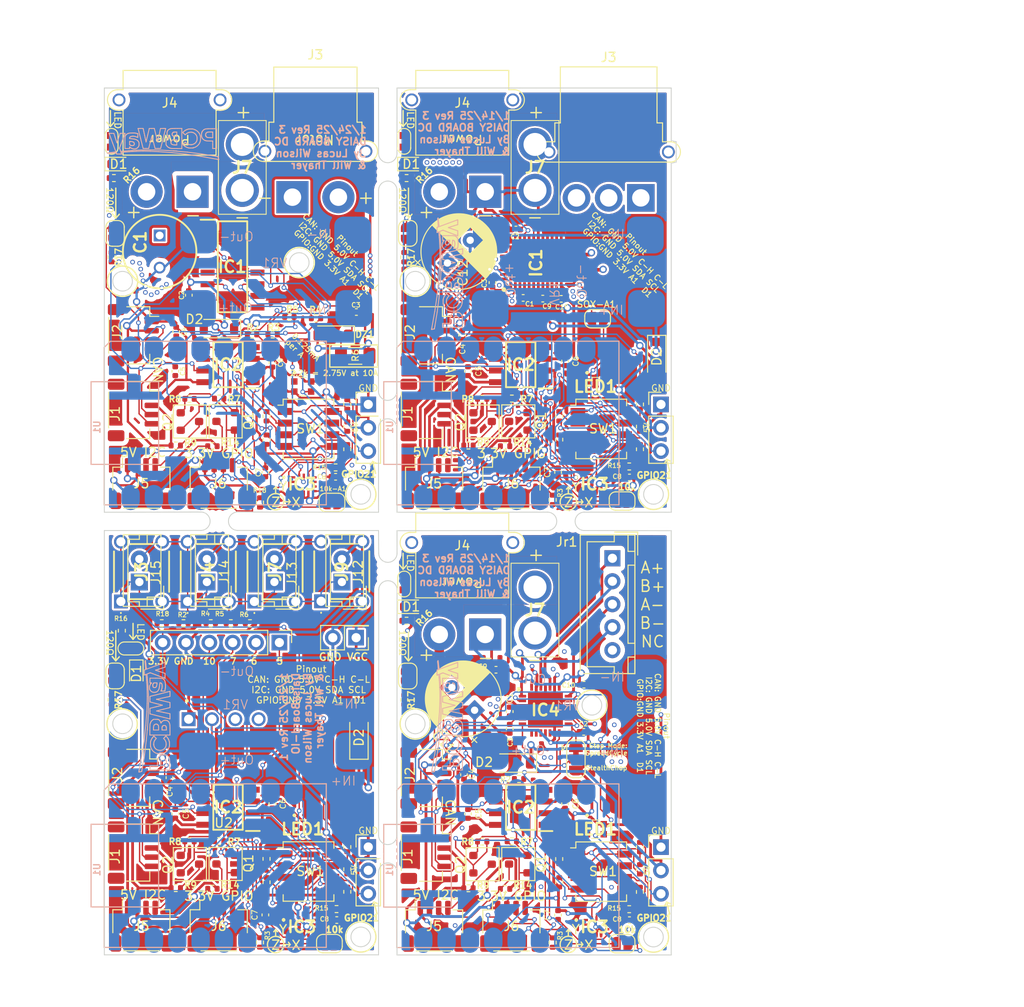
<source format=kicad_pcb>
(kicad_pcb (version 20240108) (generator "pcbnew") (generator_version "8.0")
  (layers (0 "F.Cu" signal) (31 "B.Cu" signal) (34 "B.Paste" user) (35 "F.Paste" user) (36 "B.SilkS" user "B.Silkscreen") (37 "F.SilkS" user "F.Silkscreen") (38 "B.Mask" user) (39 "F.Mask" user) (44 "Edge.Cuts" user))
  (net 0 "")
  (footprint "SamacSys_Parts:SOIC127P600X175-8N" (layer "F.Cu") (at 74.275537 55.1332 180)
    (property "Reference" "IC2")
    (property "Value" "TJA1050T_CM" (hide yes))
  )
  (footprint "SamacSys_Parts:LSM6DS3USTR" (layer "F.Cu") (at 82.520178 116.329495)
    (property "Reference" "IC3")
    (property "Value" "LSM6DS3TR-C" (hide yes))
  )
  (footprint "Connector_JST:JST_SH_SM04B-SRSS-TB_1x04-1MP_P1.00mm_Horizontal" (layer "F.Cu") (at 32.9886 116.246965)
    (property "Reference" "J5")
    (property "Value" "SM04B-SRSS-TB")
  )
  (footprint "Resistor_SMD:R_0402_1005Metric" (layer "F.Cu") (at 70.082537 58.8518 180)
    (property "Reference" "R8")
    (property "Value" "10k")
  )
  (footprint "CutomParts:Jumper Connected 2 Pin Small" (layer "F.Cu") (at 31.9024 86.016365)
    (property "Reference" "JP2" (hide yes))
    (property "Value" "SolderJumper_2_Open")
  )
  (footprint "Connector_PinHeader_2.54mm:PinHeader_1x03_P2.54mm_Vertical" (layer "F.Cu") (at 89.538578 107.645095)
    (property "Reference" "J8" (hide yes))
    (property "Value" "Conn_01x03_Pin")
  )
  (footprint "Resistor_SMD:R_0402_1005Metric" (layer "F.Cu") (at 44.8056 83.273165 180)
    (property "Reference" "R6")
    (property "Value" "2.2k")
  )
  (footprint "Resistor_SMD:R_0402_1005Metric" (layer "F.Cu") (at 49.0982 49.9364)
    (property "Reference" "R5")
    (property "Value" "1.1k")
  )
  (footprint "Connector_PinHeader_2.54mm:PinHeader_1x06_P2.54mm_Vertical" (layer "F.Cu") (at 48.006 85.381365 -90)
    (property "Reference" "J11" (hide yes))
    (property "Value" "Conn_01x06_Pin")
  )
  (footprint "Capacitor_SMD:C_0402_1005Metric" (layer "F.Cu") (at 56.388 49.403)
    (property "Reference" "C3")
    (property "Value" "10nF")
  )
  (footprint "Resistor_SMD:R_0402_1005Metric" (layer "F.Cu") (at 61.600937 43.434 90)
    (property "Reference" "R17")
    (property "Value" "120")
  )
  (footprint "Resistor_SMD:R_0402_1005Metric" (layer "F.Cu") (at 55.3974 107.629765 -90)
    (property "Reference" "R13" (hide yes))
    (property "Value" "10k")
  )
  (footprint "CutomParts:Jumper Connected 2 Pin Small" (layer "F.Cu") (at 29.7434 30.8864 -90)
    (property "Reference" "JP2" (hide yes))
    (property "Value" "SolderJumper_2_Open")
  )
  (footprint "Library:Xt30 Horizontal" (layer "F.Cu") (at 70.409578 84.498095)
    (property "Reference" "J4")
    (property "Value" "XT30PB")
  )
  (footprint "SamacSys_Parts:SOIC127P600X175-8N" (layer "F.Cu") (at 42.418 103.303565 180)
    (property "Reference" "IC2")
    (property "Value" "TJA1050T_CM" (hide yes))
  )
  (footprint "SamacSys_Parts:LSM6DS3USTR" (layer "F.Cu") (at 50.665 116.316165)
    (property "Reference" "IC3")
    (property "Value" "LSM6DS3TR-C" (hide yes))
  )
  (footprint "JST_Sorted:XT30PB" (layer "F.Cu") (at 75.828537 36.1628 180)
    (property "Reference" "J7")
    (property "Value" "XT30PB" (hide yes))
  )
  (footprint "Capacitor_SMD:C_0402_1005Metric" (layer "F.Cu") (at 73.754137 40.426 180)
    (property "Reference" "C2")
    (property "Value" "1uF 50V")
  )
  (footprint "SamacSys_Parts:CAPPRD350W65D800H1300" (layer "F.Cu") (at 34.9758 41.0718 -90)
    (property "Reference" "C1")
    (property "Value" "EEU-FK1E271" (hide yes))
  )
  (footprint "Capacitor_SMD:C_0402_1005Metric" (layer "F.Cu") (at 68.535137 55.8394 -90)
    (property "Reference" "C5")
    (property "Value" "30pF")
  )
  (footprint "Capacitor_SMD:C_0402_1005Metric" (layer "F.Cu") (at 71.202137 46.2 90)
    (property "Reference" "C3")
    (property "Value" "1uF 50V")
  )
  (footprint "Resistor_SMD:R_0402_1005Metric" (layer "F.Cu") (at 87.254937 59.4594 -90)
    (property "Reference" "R13" (hide yes))
    (property "Value" "10k")
  )
  (footprint "Capacitor_SMD:C_0402_1005Metric" (layer "F.Cu") (at 73.079378 92.890295 -90)
    (property "Reference" "C1")
    (property "Value" "22nF 50V")
  )
  (footprint "Capacitor_THT:CP_Radial_D8.0mm_P3.50mm" (layer "F.Cu") (at 66.299937 44.069 45)
    (property "Reference" "C12")
    (property "Value" "100uF")
  )
  (footprint "Resistor_SMD:R_0402_1005Metric" (layer "F.Cu") (at 40.5384 83.273165 180)
    (property "Reference" "R4")
    (property "Value" "10k")
  )
  (footprint "Connector_JST:JST_SH_SM04B-SRSS-TB_1x04-1MP_P1.00mm_Horizontal" (layer "F.Cu") (at 64.846137 68.0766)
    (property "Reference" "J5")
    (property "Value" "SM04B-SRSS-TB")
  )
  (footprint "Resistor_SMD:R_0402_1005Metric" (layer "F.Cu") (at 87.252578 112.523895 90)
    (property "Reference" "R11" (hide yes))
    (property "Value" "4.7k")
  )
  (footprint "Resistor_SMD:R_0402_1005Metric" (layer "F.Cu") (at 68.587937 63.9318 180)
    (property "Reference" "R9")
    (property "Value" "10k")
  )
  (footprint "Resistor_SMD:R_0402_1005Metric" (layer "F.Cu") (at 29.7434 91.604365 90)
    (property "Reference" "R17")
    (property "Value" "120")
  )
  (footprint "Capacitor_SMD:C_0402_1005Metric" (layer "F.Cu") (at 78.337178 115.036495 90)
    (property "Reference" "C7")
    (property "Value" "100nF 50V")
  )
  (footprint "SamacSys_Parts:LSM6DS3USTR" (layer "F.Cu") (at 50.665 68.1458)
    (property "Reference" "IC3")
    (property "Value" "LSM6DS3TR-C" (hide yes))
  )
  (footprint "Capacitor_SMD:C_0402_1005Metric" (layer "F.Cu") (at 71.583378 88.341095)
    (property "Reference" "C9")
    (property "Value" "100nF 50V")
  )
  (footprint "Resistor_SMD:R_0402_1005Metric" (layer "F.Cu") (at 36.7304 63.9318 180)
    (property "Reference" "R9")
    (property "Value" "10k")
  )
  (footprint "Connector_JST:JST_SH_SM04B-SRSS-TB_1x04-1MP_P1.00mm_Horizontal" (layer "F.Cu") (at 73.265537 68.0766)
    (property "Reference" "J6")
    (property "Value" "SM04B-SRSS-TB")
  )
  (footprint "Button_Switch_SMD:SW_DIP_SPSTx04_Slide_Copal_CHS-04A_W5.08mm_P1.27mm_JPin" (layer "F.Cu") (at 83.038537 62.1284)
    (property "Reference" "SW1")
    (property "Value" "DSHP04TJGER")
  )
  (footprint "SamacSys_Parts:TS026660BK160LCRD" (layer "F.Cu") (at 30.7552 80.908565 90)
    (property "Reference" "J3")
    (property "Value" "TS02-66-60-BK-160-LCR-D" (hide yes))
  )
  (footprint "Panelization.pretty-master:mouse-bite-2mm-slot" (layer "F.Cu") (at 59.805 34.151 90)
    (property "Reference" "mouse-bite-2mm-slot" (hide yes))
    (property "Value" "VAL**" (hide yes))
    (fp_arc (start -2 -1) (mid -1 0) (end -2 1) (stroke (width 0.1)) (layer "Edge.Cuts"))
    (fp_arc (start 2 1) (mid 1 0) (end 2 -1) (stroke (width 0.1)) (layer "Edge.Cuts"))
  )
  (footprint "Capacitor_SMD:C_0402_1005Metric" (layer "F.Cu") (at 81.156578 89.966695 180)
    (property "Reference" "C10")
    (property "Value" "100nF 50V")
  )
  (footprint "CutomParts:Jumper Connected 2 Pin Small" (layer "F.Cu") (at 61.600937 30.8864 -90)
    (property "Reference" "JP2" (hide yes))
    (property "Value" "SolderJumper_2_Open")
  )
  (footprint "Button_Switch_SMD:SW_DIP_SPSTx04_Slide_Copal_CHS-04A_W5.08mm_P1.27mm_JPin" (layer "F.Cu") (at 83.036178 110.312095)
    (property "Reference" "SW1")
    (property "Value" "DSHP04TJGER")
  )
  (footprint "CutomParts:MODULE_DM-OLED096-636" (layer "F.Cu") (at 41.9404 105.220565)
    (property "Reference" "U2")
    (property "Value" "DM-OLED096-636" (hide yes))
  )
  (footprint "Panelization.pretty-master:mouse-bite-2mm-slot" (layer "F.Cu") (at 59.805 108.3684 90)
    (property "Reference" "mouse-bite-2mm-slot" (hide yes))
    (property "Value" "VAL**" (hide yes))
    (fp_arc (start -2 -1) (mid -1 0) (end -2 1) (stroke (width 0.1)) (layer "Edge.Cuts"))
    (fp_arc (start 2 1) (mid 1 0) (end 2 -1) (stroke (width 0.1)) (layer "Edge.Cuts"))
  )
  (footprint "PCM_Package_TO_SOT_SMD_AKL:SOT-23" (layer "F.Cu") (at 74.009778 109.489095 180)
    (property "Reference" "Q1")
    (property "Value" "BSS138" (hide yes))
  )
  (footprint "Connector_JST:JST_SH_SM04B-SRSS-TB_1x04-1MP_P1.00mm_Horizontal" (layer "F.Cu") (at 73.263178 116.260295)
    (property "Reference" "J6")
    (property "Value" "SM04B-SRSS-TB")
  )
  (footprint "SamacSys_Parts:QFN50P500X700X100-41N-D" (layer "F.Cu") (at 75.938537 44.0582 90)
    (property "Reference" "IC1")
    (property "Value" "MCF8316A1VRGFR" (hide yes))
  )
  (footprint "LED_SMD:LED_0603_1608Metric" (layer "F.Cu") (at 62.363037 33.2994)
    (property "Reference" "D1")
    (property "Value" "KT-0603R")
  )
  (footprint "CutomParts:Jumper Connected 2 Pin Small" (layer "F.Cu") (at 61.598578 79.070095 -90)
    (property "Reference" "JP2" (hide yes))
    (property "Value" "SolderJumper_2_Open")
  )
  (footprint "Capacitor_SMD:C_0402_1005Metric" (layer "F.Cu") (at 36.6776 104.009765 -90)
    (property "Reference" "C5")
    (property "Value" "30pF")
  )
  (footprint "Connector_JST:JST_SH_SM04B-SRSS-TB_1x04-1MP_P1.00mm_Horizontal" (layer "F.Cu") (at 63.969737 51.9384 -90)
    (property "Reference" "J2")
    (property "Value" "SM04B-SRSS-TB")
  )
  (footprint "Jumper:SolderJumper-2_P1.3mm_Open_RoundedPad1.0x1.5mm" (layer "F.Cu") (at 85.309537 69.977 180)
    (property "Reference" "JP4" (hide yes))
    (property "Value" "SolderJumper_2_Open")
  )
  (footprint "Resistor_SMD:R_0402_1005Metric" (layer "F.Cu") (at 78.466537 63.2948 90)
    (property "Reference" "R12" (hide yes))
    (property "Value" "2.2k")
  )
  (footprint "LED_SMD:LED_0603_1608Metric" (layer "F.Cu") (at 30.5055 33.2994)
    (property "Reference" "D1")
    (property "Value" "KT-0603R")
  )
  (footprint "Resistor_SMD:R_0402_1005Metric" (layer "F.Cu") (at 45.8978 70.1294 90)
    (property "Reference" "R18")
    (property "Value" "10k 1%")
  )
  (footprint "Resistor_SMD:R_0402_1005Metric" (layer "F.Cu") (at 45.8978 118.020365 90)
    (property "Reference" "R3")
    (property "Value" "10k 1%")
  )
  (footprint "SamacSys_Parts:TS026660BK160LCRD" (layer "F.Cu") (at 38.0196 80.908565 90)
    (property "Reference" "J4")
    (property "Value" "TS02-66-60-BK-160-LCR-D" (hide yes))
  )
  (footprint "Connector_JST:JST_SH_SM04B-SRSS-TB_1x04-1MP_P1.00mm_Horizontal" (layer "F.Cu") (at 63.967378 100.122095 -90)
    (property "Reference" "J2")
    (property "Value" "SM04B-SRSS-TB")
  )
  (footprint "Resistor_SMD:R_0402_1005Metric" (layer "F.Cu") (at 61.850578 83.007095 180)
    (property "Reference" "R16")
    (property "Value" "1.5k")
  )
  (footprint "Panelization.pretty-master:mouse-bite-2mm-slot" (layer "F.Cu") (at 59.7916 60.0202 90)
    (property "Reference" "mouse-bite-2mm-slot" (hide yes))
    (property "Value" "VAL**" (hide yes))
    (fp_arc (start -2 -1) (mid -1 0) (end -2 1) (stroke (width 0.1)) (layer "Edge.Cuts"))
    (fp_arc (start 2 1) (mid 1 0) (end 2 -1) (stroke (width 0.1)) (layer "Edge.Cuts"))
  )
  (footprint "Connector_PinHeader_2.54mm:PinHeader_2x01_P2.54mm_Vertical" (layer "F.Cu") (at 56.3626 84.847965 180)
    (property "Reference" "J10" (hide yes))
    (property "Value" "Conn_01x02_Pin")
  )
  (footprint "Resistor_SMD:R_0402_1005Metric" (layer "F.Cu") (at 42.7228 83.273165 180)
    (property "Reference" "R5")
    (property "Value" "4.7k")
  )
  (footprint "Connector_JST:JST_SH_SM04B-SRSS-TB_1x04-1MP_P1.00mm_Horizontal" (layer "F.Cu") (at 41.408 68.0766)
    (property "Reference" "J6")
    (property "Value" "SM04B-SRSS-TB")
  )
  (footprint "Capacitor_SMD:C_0402_1005Metric" (layer "F.Cu") (at 36.7792 51.5366 -90)
    (property "Reference" "C4")
    (property "Value" "30pF")
  )
  (footprint "Resistor_SMD:R_0402_1005Metric" (layer "F.Cu") (at 86.084178 114.401495 180)
    (property "Reference" "R15")
    (property "Value" "10k")
  )
  (footprint "Resistor_SMD:R_0402_1005Metric" (layer "F.Cu") (at 87.254937 61.8744 90)
    (property "Reference" "R1" (hide yes))
    (property "Value" "22k")
  )
  (footprint "Capacitor_SMD:C_0402_1005Metric" (layer "F.Cu") (at 54.2544 115.581965)
    (property "Reference" "C8")
    (property "Value" "100nF 50V")
  )
  (footprint "Jumper:SolderJumper-2_P1.3mm_Open_RoundedPad1.0x1.5mm" (layer "F.Cu") (at 53.7314 70.1294 180)
    (property "Reference" "JP3" (hide yes))
    (property "Value" "SolderJumper_2_Open")
  )
  (footprint "Resistor_SMD:R_0402_1005Metric" (layer "F.Cu") (at 54.229 114.388165 180)
    (property "Reference" "R15")
    (property "Value" "10k")
  )
  (footprint "Capacitor_SMD:C_0402_1005Metric" (layer "F.Cu") (at 47.244 102.922565 -90)
    (property "Reference" "C6")
    (property "Value" "100nF 50V")
  )
  (footprint "SamacSys_Parts:SOIC127P600X175-8N" (layer "F.Cu") (at 74.273178 103.316895 180)
    (property "Reference" "IC2")
    (property "Value" "TJA1050T_CM" (hide yes))
  )
  (footprint "Resistor_SMD:R_0402_1005Metric" (layer "F.Cu") (at 41.4528 58.8264 180)
    (property "Reference" "R7")
    (property "Value" "10k")
  )
  (footprint "Capacitor_SMD:C_0402_1005Metric" (layer "F.Cu") (at 46.482 115.023165 90)
    (property "Reference" "C7")
    (property "Value" "100nF 50V")
  )
  (footprint "Capacitor_SMD:C_0402_1005Metric" (layer "F.Cu") (at 81.133778 95.097495)
    (property "Reference" "C2")
    (property "Value" "100nF 50V")
  )
  (footprint "Resistor_SMD:R_0402_1005Metric" (layer "F.Cu") (at 74.093378 100.228295)
    (property "Reference" "R2")
    (property "Value" "1k")
  )
  (footprint "Resistor_SMD:R_0402_1005Metric" (layer "F.Cu") (at 68.585578 112.115495 180)
    (property "Reference" "R9")
    (property "Value" "10k")
  )
  (footprint "Capacitor_SMD:C_0402_1005Metric" (layer "F.Cu") (at 68.532778 104.023095 -90)
    (property "Reference" "C5")
    (property "Value" "30pF")
  )
  (footprint "Resistor_SMD:R_0402_1005Metric" (layer "F.Cu") (at 37.5666 83.273165 180)
    (property "Reference" "R2")
    (property "Value" "22k")
  )
  (footprint "Resistor_SMD:R_0402_1005Metric" (layer "F.Cu") (at 54.1274 66.3194)
    (property "Reference" "R15")
    (property "Value" "10k")
  )
  (footprint "Resistor_SMD:R_0402_1005Metric" (layer "F.Cu") (at 46.609 60.7528 90)
    (property "Reference" "R10" (hide yes))
    (property "Value" "10k")
  )
  (footprint "JST_Sorted:XT30PB" (layer "F.Cu") (at 75.826178 84.346495 180)
    (property "Reference" "J7")
    (property "Value" "XT30PB" (hide yes))
  )
  (footprint "Capacitor_SMD:C_0402_1005Metric" (layer "F.Cu") (at 36.0426 100.087965 -90)
    (property "Reference" "C4")
    (property "Value" "30pF")
  )
  (footprint "Resistor_SMD:R_0402_1005Metric" (layer "F.Cu") (at 45.0322 51.8414 180)
    (property "Reference" "R2")
    (property "Value" "1.1k")
  )
  (footprint "Resistor_SMD:R_0402_1005Metric" (layer "F.Cu") (at 35.2044 83.273165)
    (property "Reference" "R18")
    (property "Value" "10k")
  )
  (footprint "Capacitor_SMD:C_0402_1005Metric" (layer "F.Cu") (at 36.6776 55.8394 -90)
    (property "Reference" "C5")
    (property "Value" "30pF")
  )
  (footprint "Resistor_SMD:R_0402_1005Metric" (layer "F.Cu") (at 46.609 108.923165 90)
    (property "Reference" "R10" (hide yes))
    (property "Value" "10k")
  )
  (footprint "Jumper:SolderJumper-3_P1.3mm_Bridged12_RoundedPad1.0x1.5mm" (layer "F.Cu") (at 80.283078 98.043895 -90)
    (property "Reference" "JP3" (hide yes))
    (property "Value" "SolderJumper_3_Bridged12")
  )
  (footprint "Jumper:SolderJumper-2_P1.3mm_Open_RoundedPad1.0x1.5mm" (layer "F.Cu") (at 85.307179 118.160695 180)
    (property "Reference" "JP4" (hide yes))
    (property "Value" "SolderJumper_2_Open")
  )
  (footprint "Capacitor_SMD:C_0402_1005Metric" (layer "F.Cu") (at 86.109578 115.595295)
    (property "Reference" "C8")
    (property "Value" "100nF 50V")
  )
  (footprint "Resistor_SMD:R_0402_1005Metric" (layer "F.Cu") (at 51.9938 50.0888)
    (property "Reference" "R4")
    (property "Value" "1.1k")
  )
  (footprint "Capacitor_SMD:C_0402_1005Metric" (layer "F.Cu") (at 74.541537 47.8682)
    (property "Reference" "C1")
    (property "Value" "47nF 50V")
  )
  (footprint "Resistor_SMD:R_0402_1005Metric" (layer "F.Cu") (at 40.7182 64.008)
    (property "Reference" "R14")
    (property "Value" "10k")
  )
  (footprint "Capacitor_SMD:C_0402_1005Metric" (layer "F.Cu") (at 38.1508 47.5716 -90)
    (property "Reference" "C2")
    (property "Value" "100nF")
  )
  (footprint "Resistor_SMD:R_0402_1005Metric" (layer "F.Cu") (at 72.573378 112.191695)
    (property "Reference" "R14")
    (property "Value" "10k")
  )
  (footprint "Connector_JST:JST_SH_SM04B-SRSS-TB_1x04-1MP_P1.00mm_Horizontal" (layer "F.Cu") (at 32.1122 51.9384 -90)
    (property "Reference" "J2")
    (property "Value" "SM04B-SRSS-TB")
  )
  (footprint "Diode_SMD:D_SOD-123" (layer "F.Cu") (at 56.6674 95.719165 90)
    (property "Reference" "D2")
    (property "Value" "SS34")
  )
  (footprint "Connector_JST:JST_SH_SM04B-SRSS-TB_1x04-1MP_P1.00mm_Horizontal" (layer "F.Cu") (at 32.1122 108.236765 -90)
    (property "Reference" "J1")
    (property "Value" "SM04B-SRSS-TB")
  )
  (footprint "Capacitor_SMD:C_0402_1005Metric" (layer "F.Cu") (at 76.675137 47.9444)
    (property "Reference" "C9")
    (property "Value" "1uF 50V")
  )
  (footprint "Jst Connectors:JST_EH_B02B-EH-A_02x2.50mm_Straight" (layer "F.Cu") (at 47.4641 78.788165 90)
    (property "Reference" "J13")
    (property "Value" "Conn_01x02_Pin")
  )
  (footprint "LED_SMD:LED_0603_1608Metric" (layer "F.Cu") (at 62.360678 81.483095)
    (property "Reference" "D1")
    (property "Value" "KT-0603R")
  )
  (footprint "Jumper:SolderJumper-2_P1.3mm_Open_RoundedPad1.0x1.5mm" (layer "F.Cu") (at 53.452 118.147365 180)
    (property "Reference" "JP4" (hide yes))
    (property "Value" "SolderJumper_2_Open")
  )
  (footprint "Connector_JST:JST_SH_SM04B-SRSS-TB_1x04-1MP_P1.00mm_Horizontal" (layer "F.Cu") (at 64.843778 116.260295)
    (property "Reference" "J5")
    (property "Value" "SM04B-SRSS-TB")
  )
  (footprint "SamacSys_Parts:SOIC127P600X175-8N" (layer "F.Cu") (at 42.418 55.1332 180)
    (property "Reference" "IC2")
    (property "Value" "TJA1050T_CM" (hide yes))
  )
  (footprint "Connector_JST:JST_SH_SM04B-SRSS-TB_1x04-1MP_P1.00mm_Horizontal" (layer "F.Cu") (at 32.9886 68.0766)
    (property "Reference" "J5")
    (property "Value" "SM04B-SRSS-TB")
  )
  (footprint "Capacitor_SMD:C_0402_1005Metric" (layer "F.Cu") (at 79.101537 54.7522 -90)
    (property "Reference" "C6")
    (property "Value" "100nF 50V")
  )
  (footprint "Resistor_SMD:R_1206_3216Metric_Pad1.30x1.75mm_HandSolder" (layer "F.Cu") (at 56.261 54.1782)
    (property "Reference" "R6")
    (property "Value" "2.2k")
  )
  (footprint "PCM_Package_TO_SOT_SMD_AKL:SOT-23" (layer "F.Cu") (at 70.125937 61.3206)
    (property "Reference" "Q2")
    (property "Value" "BSS138" (hide yes))
  )
  (footprint "Resistor_SMD:R_0402_1005Metric" (layer "F.Cu") (at 73.310337 58.8264 180)
    (property "Reference" "R7")
    (property "Value" "10k")
  )
  (footprint "Resistor_SMD:R_0402_1005Metric" (layer "F.Cu") (at 41.4528 106.996765 180)
    (property "Reference" "R7")
    (property "Value" "10k")
  )
  (footprint "Resistor_SMD:R_0402_1005Metric" (layer "F.Cu") (at 55.3974 110.044765 90)
    (property "Reference" "R1" (hide yes))
    (property "Value" "22k")
  )
  (footprint "LED_SMD:LED_0603_1608Metric" (layer "F.Cu") (at 32.4358 88.759565 -90)
    (property "Reference" "D1")
    (property "Value" "KT-0603R")
  )
  (footprint "JST_Sorted:XT30PB" (layer "F.Cu") (at 43.971 36.1628 180)
    (property "Reference" "J7")
    (property "Value" "XT30PB" (hide yes))
  )
  (footprint "Panelization.pretty-master:mouse-bite-2mm-slot" (layer "F.Cu") (at 41.4648 72.1734 180)
    (property "Reference" "mouse-bite-2mm-slot" (hide yes))
    (property "Value" "VAL**" (hide yes))
    (fp_arc (start 2 1) (mid 1 0) (end 2 -1) (stroke (width 0.1)) (layer "Edge.Cuts"))
    (fp_arc (start -2 -1) (mid -1 0) (end -2 1) (stroke (width 0.1)) (layer "Edge.Cuts"))
  )
  (footprint "Resistor_SMD:R_0402_1005Metric" (layer "F.Cu") (at 73.307978 107.010095 180)
    (property "Reference" "R7")
    (property "Value" "10k")
  )
  (footprint "Capacitor_SMD:C_0402_1005Metric" (layer "F.Cu") (at 68.100978 99.771095 -90)
    (property "Reference" "C4")
    (property "Value" "30pF")
  )
  (footprint "SamacSys_Parts:WS2812C2020" (layer "F.Cu") (at 82.402937 57.5144 180)
    (property "Reference" "LED1")
    (property "Value" "WS2812C-2020" (hide yes))
  )
  (footprint "Resistor_SMD:R_0402_1005Metric" (layer "F.Cu") (at 78.464178 111.478495 90)
    (property "Reference" "R12" (hide yes))
    (property "Value" "2.2k")
  )
  (footprint "Connector_JST:JST_SH_SM04B-SRSS-TB_1x04-1MP_P1.00mm_Horizontal" (layer "F.Cu") (at 63.969737 60.0664 -90)
    (property "Reference" "J1")
    (property "Value" "SM04B-SRSS-TB")
  )
  (footprint "SamacSys_Parts:TS026660BK160LCRD" (layer "F.Cu") (at 45.284 80.910965 90)
    (property "Reference" "J7")
    (property "Value" "TS02-66-60-BK-160-LCR-D" (hide yes))
  )
  (footprint "Resistor_SMD:R_0402_1005Metric" (layer "F.Cu") (at 29.9954 34.8234 180)
    (property "Reference" "R16")
    (property "Value" "1.5k")
  )
  (footprint "Resistor_SMD:R_0402_1005Metric" (layer "F.Cu") (at 55.3974 61.8744 90)
    (property "Reference" "R1" (hide yes))
    (property "Value" "22k")
  )
  (footprint "JST_Sorted:xt30_90_Female" (layer "F.Cu") (at 49.4294 36.9024)
    (property "Reference" "J3")
    (property "Value" "XT30PB")
  )
  (footprint "Capacitor_THT:CP_Radial_D8.0mm_P3.50mm" (layer "F.Cu") (at 69.255078 92.746395 135)
    (property "Reference" "C11")
    (property "Value" "100uF")
  )
  (footprint "Capacitor_SMD:C_0402_1005Metric" (layer "F.Cu") (at 78.684337 47.9698)
    (property "Reference" "C10")
    (property "Value" "100nF 50V")
  )
  (footprint "SamacSys_Parts:WS2812C2020" (layer "F.Cu") (at 50.5454 105.684765 180)
    (property "Reference" "LED1")
    (property "Value" "WS2812C-2020" (hide yes))
  )
  (footprint "Capacitor_SMD:C_0402_1005Metric" (layer "F.Cu") (at 67.900137 51.9176 -90)
    (property "Reference" "C4")
    (property "Value" "30pF")
  )
  (footprint "SamacSys_Parts:TS026660BK160LCRD" (layer "F.Cu") (at 52.5484 80.885565 90)
    (property "Reference" "J9")
    (property "Value" "TS02-66-60-BK-160-LCR-D" (hide yes))
  )
  (footprint "Button_Switch_SMD:SW_DIP_SPSTx04_Slide_Copal_CHS-04A_W5.08mm_P1.27mm_JPin" (layer "F.Cu") (at 51.181 62.1284)
    (property "Reference" "SW1")
    (property "Value" "DSHP04TJGER")
  )
  (footprint "Jumper:SolderJumper-2_P1.3mm_Open_RoundedPad1.0x1.5mm" (layer "F.Cu") (at 61.979578 89.026895 90)
    (property "Reference" "JP1" (hide yes))
    (property "Value" "SolderJumper_2_Open")
  )
  (footprint "Jst Connectors:JST_XH_B05B-XH-A_05x2.50mm_Straight" (layer "F.Cu") (at 84.255378 76.207495 -90)
    (property "Reference" "Jr1")
    (property "Value" "Conn_01x05_Pin")
  )
  (footprint "Capacitor_SMD:C_0402_1005Metric" (layer "F.Cu") (at 78.339537 66.8528 90)
    (property "Reference" "C7")
    (property "Value" "100nF 50V")
  )
  (footprint "Resistor_SMD:R_0402_1005Metric" (layer "F.Cu") (at 61.598578 91.617695 90)
    (property "Reference" "R17")
    (property "Value" "120")
  )
  (footprint "Resistor_SMD:R_0402_1005Metric" (layer "F.Cu") (at 78.466537 60.7528 90)
    (property "Reference" "R10" (hide yes))
    (property "Value" "10k")
  )
  (footprint "Capacitor_SMD:C_0402_1005Metric" (layer "F.Cu") (at 79.099178 102.935895 -90)
    (property "Reference" "C6")
    (property "Value" "100nF 50V")
  )
  (footprint "Resistor_SMD:R_0402_1005Metric" (layer "F.Cu") (at 77.752978 118.033695 90)
    (property "Reference" "R3")
    (property "Value" "10k")
  )
  (footprint "Connector_PinHeader_2.54mm:PinHeader_1x03_P2.54mm_Vertical" (layer "F.Cu") (at 57.6834 107.631765)
    (property "Reference" "J8" (hide yes))
    (property "Value" "Conn_01x03_Pin")
  )
  (footprint "Panelization.pretty-master:mouse-bite-2mm-slot" (layer "F.Cu") (at 59.817 77.6478 90)
    (property "Reference" "mouse-bite-2mm-slot" (hide yes))
    (property "Value" "VAL**" (hide yes))
    (fp_arc (start -2 -1) (mid -1 0) (end -2 1) (stroke (width 0.1)) (layer "Edge.Cuts"))
    (fp_arc (start 2 1) (mid 1 0) (end 2 -1) (stroke (width 0.1)) (layer "Edge.Cuts"))
  )
  (footprint "Diode_SMD:D_SOD-123" (layer "F.Cu") (at 53.8216 51.9176 180)
    (property "Reference" "DZ1")
    (property "Value" "MM1Z3V3")
  )
  (footprint "Resistor_SMD:R_0402_1005Metric" (layer "F.Cu") (at 47.2714 51.8414 180)
    (property "Reference" "R3")
    (property "Value" "1.1k")
  )
  (footprint "PCM_Package_TO_SOT_SMD_AKL:SOT-23" (layer "F.Cu") (at 42.1546 109.475765 180)
    (property "Reference" "Q1")
    (property "Value" "BSS138" (hide yes))
  )
  (footprint "Resistor_SMD:R_0402_1005Metric" (layer "F.Cu") (at 87.254937 64.3402 90)
    (property "Reference" "R11" (hide yes))
    (property "Value" "4.7k")
  )
  (footprint "Connector_PinHeader_2.54mm:PinHeader_1x03_P2.54mm_Vertical" (layer "F.Cu") (at 89.540937 59.4614)
    (property "Reference" "J8" (hide yes))
    (property "Value" "Conn_01x03_Pin")
  )
  (footprint "Panelization.pretty-master:mouse-bite-2mm-slot" (layer "F.Cu") (at 79.1972 72.1868 180)
    (property "Reference" "mouse-bite-2mm-slot" (hide yes))
    (property "Value" "VAL**" (hide yes))
    (fp_arc (start 2 1) (mid 1 0) (end 2 -1) (stroke (width 0.1)) (layer "Edge.Cuts"))
    (fp_arc (start -2 -1) (mid -1 0) (end -2 1) (stroke (width 0.1)) (layer "Edge.Cuts"))
  )
  (footprint "Connector_AMASS:AMASS_MR30PW-FB_1x03_P3.50mm_Horizontal" (layer "F.Cu") (at 87.348937 36.9786)
    (property "Reference" "J3")
    (property "Value" "Conn_01x03_Pin")
  )
  (footprint "Button_Switch_SMD:SW_DIP_SPSTx04_Slide_Copal_CHS-04A_W5.08mm_P1.27mm_JPin" (layer "F.Cu") (at 51.181 110.298765)
    (property "Reference" "SW1")
    (property "Value" "DSHP04TJGER")
  )
  (footprint "Connector_JST:JST_SH_SM04B-SRSS-TB_1x04-1MP_P1.00mm_Horizontal" (layer "F.Cu") (at 32.1122 60.0664 -90)
    (property "Reference" "J1")
    (property "Value" "SM04B-SRSS-TB")
  )
  (footprint "SamacSys_Parts:QFN50P500X500X90-29N" (layer "F.Cu") (at 76.964178 92.720695)
    (property "Reference" "IC4")
    (property "Value" "TMC2209-LA" (hide yes))
  )
  (footprint "Resistor_SMD:R_0402_1005Metric" (layer "F.Cu") (at 38.225 107.022165 180)
    (property "Reference" "R8")
    (property "Value" "10k")
  )
  (footprint "Resistor_SMD:R_0402_1005Metric" (layer "F.Cu") (at 77.755337 69.85 90)
    (property "Reference" "R3")
    (property "Value" "10k 1%")
  )
  (footprint "PCM_Package_TO_SOT_SMD_AKL:SOT-23" (layer "F.Cu") (at 70.123578 109.504295)
    (property "Reference" "Q2")
    (property "Value" "BSS138" (hide yes))
  )
  (footprint "Diode_SMD:D_SOD-123" (layer "F.Cu") (at 73.638178 98.501095 180)
    (property "Reference" "D2")
    (property "Value" "SS34")
  )
  (footprint "Capacitor_SMD:C_0402_1005Metric" (layer "F.Cu") (at 86.111937 67.4116)
    (property "Reference" "C8")
    (property "Value" "100nF 50V")
  )
  (footprint "Jumper:SolderJumper-2_P1.3mm_Open_RoundedPad1.0x1.5mm" (layer "F.Cu") (at 30.1244 89.013565 90)
    (property "Reference" "JP1" (hide yes))
    (property "Value" "SolderJumper_2_Open")
  )
  (footprint "PCM_Package_TO_SOT_SMD_AKL:SOT-23" (layer "F.Cu") (at 74.012137 61.3054 180)
    (property "Reference" "Q1")
    (property "Value" "BSS138" (hide yes))
  )
  (footprint "Diode_SMD:D_SOD-123" (layer "F.Cu") (at 89.083737 54.3042 -90)
    (property "Reference" "D2")
    (property "Value" "SS34")
  )
  (footprint "Resistor_SMD:R_0402_1005Metric" (layer "F.Cu") (at 40.7182 112.178365)
    (property "Reference" "R14")
    (property "Value" "10k")
  )
  (footprint "SamacSys_Parts:WS2812C2020" (layer "F.Cu") (at 82.400578 105.698095 180)
    (property "Reference" "LED1")
    (property "Value" "WS2812C-2020" (hide yes))
  )
  (footprint "Connector_JST:JST_SH_SM04B-SRSS-TB_1x04-1MP_P1.00mm_Horizontal" (layer "F.Cu") (at 32.1122 100.108765 -90)
    (property "Reference" "J2")
    (property "Value" "SM04B-SRSS-TB")
  )
  (footprint "Resistor_SMD:R_0402_1005Metric" (layer "F.Cu") (at 30.861 84.085965 -90)
    (property "Reference" "R16")
    (property "Value" "1.5k")
  )
  (footprint "Resistor_SMD:R_0402_1005Metric" (layer "F.Cu") (at 36.7304 112.102165 180)
    (property "Reference" "R9")
    (property "Value" "10k")
  )
  (footprint "Capacitor_SMD:C_0402_1005Metric" (layer "F.Cu") (at 54.1274 67.3354 180)
    (property "Reference" "C8")
    (property "Value" "100nF")
  )
  (footprint "SamacSys_Parts:SOIC127P600X175-16N" (layer "F.Cu") (at 42.9064 44.4754)
    (property "Reference" "IC1")
    (property "Value" "VNH7100BASTR" (hide yes))
  )
  (footprint "Capacitor_SMD:C_0402_1005Metric" (layer "F.Cu") (at 46.482 66.8528 90)
    (property "Reference" "C7")
    (property "Value" "100nF")
  )
  (footprint "PCM_Package_TO_SOT_SMD_AKL:SOT-23" (layer "F.Cu") (at 38.2684 61.3206)
    (property "Reference" "Q2")
    (property "Value" "BSS138" (hide yes))
  )
  (footprint "Resistor_SMD:R_0402_1005Metric" (layer "F.Cu") (at 46.609 111.465165 90)
    (property "Reference" "R12" (hide yes))
    (property "Value" "2.2k")
  )
  (footprint "Library:Xt30 Horizontal" (layer "F.Cu") (at 70.411937 36.3144)
    (property "Reference" "J4")
    (property "Value" "XT30PB")
  )
  (footprint "Connector_JST:JST_SH_SM04B-SRSS-TB_1x04-1MP_P1.00mm_Horizontal" (layer "F.Cu") (at 41.408 116.246965)
    (property "Reference" "J6")
    (property "Value" "SM04B-SRSS-TB")
  )
  (footprint "Library:Xt30 Horizontal" (layer "F.Cu") (at 38.5544 36.3144)
    (property "Reference" "J4")
    (property "Value" "XT30PB")
  )
  (footprint "PCM_Package_TO_SOT_SMD_AKL:SOT-23" (layer "F.Cu") (at 38.2684 109.490965)
    (property "Reference" "Q2")
    (property "Value" "BSS138" (hide yes))
  )
  (footprint "Resistor_SMD:R_0402_1005Metric" (layer "F.Cu") (at 55.3974 59.4594 -90)
    (property "Reference" "R13" (hide yes))
    (property "Value" "10k")
  )
  (footprint "Jst Connectors:JST_EH_B02B-EH-A_02x2.50mm_Straight" (layer "F.Cu") (at 40.1151 78.788165 90)
    (property "Reference" "J14")
    (property "Value" "Conn_01x02_Pin")
  )
  (footprint "Jumper:SolderJumper-2_P1.3mm_Open_RoundedPad1.0x1.5mm" (layer "F.Cu") (at 30.1244 40.8432 90)
    (property "Reference" "JP1" (hide yes))
    (property "Value" "SolderJumper_2_Open")
  )
  (footprint "Capacitor_SMD:C_0402_1005Metric" (layer "F.Cu") (at 73.079378 94.764695 -90)
    (property "Reference" "C3")
    (property "Value" "100nF 50V")
  )
  (footprint "Capacitor_SMD:C_0402_1005Metric" (layer "F.Cu") (at 47.244 54.9174 -90)
    (property "Reference" "C6")
    (property "Value" "100nF")
  )
  (footprint "Resistor_SMD:R_0402_1005Metric" (layer "F.Cu") (at 55.3974 112.510565 90)
    (property "Reference" "R11" (hide yes))
    (property "Value" "4.7k")
  )
  (footprint "Resistor_SMD:R_0402_1005Metric" (layer "F.Cu") (at 87.252578 110.058095 90)
    (property "Reference" "R1" (hide yes))
    (property "Value" "22k")
  )
  (footprint "Connector_PinHeader_2.54mm:PinHeader_1x03_P2.54mm_Vertical" (layer "F.Cu") (at 57.6834 59.4614)
    (property "Reference" "J8" (hide yes))
    (property "Value" "Conn_01x03_Pin")
  )
  (footprint "Jst Connectors:JST_EH_B02B-EH-A_02x2.50mm_Straight" (layer "F.Cu") (at 32.766 78.788165 90)
    (property "Reference" "J15")
    (property "Value" "Conn_01x02_Pin")
  )
  (footprint "Jumper:SolderJumper-2_P1.3mm_Open_RoundedPad1.0x1.5mm" (layer "F.Cu") (at 82.642537 50.1396)
    (property "Reference" "JP3" (hide yes))
    (property "Value" "SolderJumper_2_Open")
  )
  (footprint "SamacSys_Parts:WS2812C2020" (layer "F.Cu") (at 50.5454 57.5144 180)
    (property "Reference" "LED1" (hide yes))
    (property "Value" "WS2812C-2020" (hide yes))
  )
  (footprint "Resistor_SMD:R_0402_1005Metric" (layer "F.Cu") (at 38.225 58.8518 180)
    (property "Reference" "R8")
    (property "Value" "10k")
  )
  (footprint "Resistor_SMD:R_0402_1005Metric" (layer "F.Cu") (at 86.086537 66.2178 180)
    (property "Reference" "R15")
    (property "Value" "10k")
  )
  (footprint "Resistor_SMD:R_0402_1005Metric" (layer "F.Cu") (at 78.464178 108.936495 90)
    (property "Reference" "R10" (hide yes))
    (property "Value" "10k")
  )
  (footprint "Resistor_SMD:R_0402_1005Metric" (layer "F.Cu") (at 46.609 63.2948 90)
    (property "Reference" "R12" (hide yes))
    (property "Value" "2.2k")
  )
  (footprint "Resistor_SMD:R_0402_1005Metric" (layer "F.Cu") (at 70.080178 107.035495 180)
    (property "Reference" "R8")
    (property "Value" "10k")
  )
  (footprint "Resistor_SMD:R_0402_1005Metric" (layer "F.Cu") (at 61.852937 34.8234 180)
    (property "Reference" "R16")
    (property "Value" "1.5k")
  )
  (footprint "Connector_JST:JST_SH_SM04B-SRSS-TB_1x04-1MP_P1.00mm_Horizontal" (layer "F.Cu") (at 63.967378 108.250095 -90)
    (property "Reference" "J1")
    (property "Value" "SM04B-SRSS-TB")
  )
  (footprint "Jumper:SolderJumper-2_P1.3mm_Open_RoundedPad1.0x1.5mm" (layer "F.Cu") (at 61.981937 40.8432 90)
    (property "Reference" "JP1" (hide yes))
    (property "Value" "SolderJumper_2_Open")
  )
  (footprint "Diode_SMD:D_SOD-123" (layer "F.Cu") (at 41.4284 51.2064 180)
    (property "Reference" "D2")
    (property "Value" "SS34")
  )
  (footprint "Jst Connectors:JST_EH_B02B-EH-A_02x2.50mm_Straight" (layer "F.Cu") (at 54.8132 78.788165 90)
    (property "Reference" "J12")
    (property "Value" "Conn_01x02_Pin")
  )
  (footprint "Resistor_SMD:R_0402_1005Metric" (layer "F.Cu") (at 55.3974 64.3402 90)
    (property "Reference" "R11" (hide yes))
    (property "Value" "4.7k")
  )
  (footprint "PCM_Package_TO_SOT_SMD_AKL:SOT-23" (layer "F.Cu") (at 42.1546 61.3054 180)
    (property "Reference" "Q1")
    (property "Value" "BSS138" (hide yes))
  )
  (footprint "Resistor_SMD:R_0402_1005Metric" (layer "F.Cu") (at 29.7434 43.434 90)
    (property "Reference" "R17")
    (property "Value" "120")
  )
  (footprint "SamacSys_Parts:LSM6DS3USTR" (layer "F.Cu") (at 82.522537 68.1458)
    (property "Reference" "IC3")
    (property "Value" "LSM6DS3TR-C" (hide yes))
  )
  (footprint "Resistor_SMD:R_0402_1005Metric" (layer "F.Cu") (at 72.575737 64.008)
    (property "Reference" "R14")
    (property "Value" "10k")
  )
  (footprint "Resistor_SMD:R_0402_1005Metric" (layer "F.Cu") (at 87.252578 107.643095 -90)
    (property "Reference" "R13" (hide yes))
    (property "Value" "10k")
  )
  (footprint "Arduino:ESP32-C3 16 Pin Super Mini" (layer "B.Cu") (at 81.792337 52.5923 -90)
    (property "Reference" "U1")
    (property "Value" "MOUDLE-SEEEDUINO-XIAO-ESP32C3")
  )
  (footprint "Library:EY9 reg board" (layer "B.Cu") (at 47.4726 44.577 180)
    (property "Reference" "VR1")
    (property "Value" "~")
  )
  (footprint "Library:EY9 reg board" (layer "B.Cu") (at 79.330137 44.577 180)
    (property "Reference" "VR1")
    (property "Value" "~")
  )
  (footprint "Library:EY9 reg board" (layer "B.Cu") (at 47.4726 92.747365 180)
    (property "Reference" "VR1")
    (property "Value" "~")
  )
  (footprint "Arduino:ESP32-C3 16 Pin Super Mini" (layer "B.Cu") (at 49.9348 100.762665 -90)
    (property "Reference" "U1")
    (property "Value" "MOUDLE-SEEEDUINO-XIAO-ESP32C3")
  )
  (footprint "Library:EY9 reg board" (layer "B.Cu") (at 79.327778 92.760695 180)
    (property "Reference" "VR1")
    (property "Value" "~")
  )
  (footprint "Arduino:ESP32-C3 16 Pin Super Mini" (layer "B.Cu") (at 81.789978 100.775995 -90)
    (property "Reference" "U1")
    (property "Value" "MOUDLE-SEEEDUINO-XIAO-ESP32C3")
  )
  (footprint "Arduino:ESP32-C3 16 Pin Super Mini" (layer "B.Cu") (at 49.9348 52.5923 -90)
    (property "Reference" "U1")
    (property "Value" "MOUDLE-SEEEDUINO-XIAO-ESP32C3")
  )
  (gr_line (start 64.575501 99.484084) (end 64.695084 99.4615) (stroke (width 0.1)) (layer "B.SilkS"))
  (gr_arc (start 33.38533 87.412651) (mid 33.39086 87.392286) (end 33.400174 87.373349) (stroke (width 0.1)) (layer "B.SilkS"))
  (gr_arc (start 33.982772 96.203934) (mid 33.986951 96.17835) (end 33.992256 96.152975) (stroke (width 0.1)) (layer "B.SilkS"))
  (gr_line (start 67.355075 88.091366) (end 67.418575 88.071817) (stroke (width 0.1)) (layer "B.SilkS"))
  (gr_line (start 66.645345 88.994805) (end 66.939321 89.105273) (stroke (width 0.1)) (layer "B.SilkS"))
  (gr_arc (start 66.069854 90.788921) (mid 66.014001 90.767012) (end 65.961241 90.738447) (stroke (width 0.1)) (layer "B.SilkS"))
  (gr_line (start 37.588221 29.764325) (end 37.508375 29.835339) (stroke (width 0.1)) (layer "B.SilkS"))
  (gr_arc (start 39.59119 30.42699) (mid 39.563962 30.359056) (end 39.544321 30.288554) (stroke (width 0.1)) (layer "B.SilkS"))
  (gr_line (start 37.587447 31.256656) (end 37.666271 31.320537) (stroke (width 0.1)) (layer "B.SilkS"))
  (gr_line (start 34.474671 31.597846) (end 34.77858 31.597846) (stroke (width 0.1)) (layer "B.SilkS"))
  (gr_line (start 67.896383 48.065303) (end 67.890916 48.024175) (stroke (width 0.1)) (layer "B.SilkS"))
  (gr_arc (start 34.722874 94.284514) (mid 34.751841 94.303483) (end 34.776756 94.327526) (stroke (width 0.1)) (layer "B.SilkS"))
  (gr_line (start 33.917477 99.236535) (end 34.994437 99.236535) (stroke (width 0.1)) (layer "B.SilkS"))
  (gr_line (start 33.368727 88.892057) (end 33.403636 88.878431) (stroke (width 0.1)) (layer "B.SilkS"))
  (gr_line (start 67.509234 47.391633) (end 67.473331 47.425515) (stroke (width 0.1)) (layer "B.SilkS"))
  (gr_arc (start 65.844231 48.507018) (mid 65.837332 48.463252) (end 65.834517 48.419035) (stroke (width 0.1)) (layer "B.SilkS"))
  (gr_line (start 65.609803 91.397878) (end 65.601021 91.005025) (stroke (width 0.1)) (layer "B.SilkS"))
  (gr_arc (start 34.444964 96.019028) (mid 34.494685 95.949665) (end 34.548419 95.883362) (stroke (width 0.1)) (layer "B.SilkS"))
  (gr_line (start 65.226264 40.721692) (end 65.261173 40.708066) (stroke (width 0.1)) (layer "B.SilkS"))
  (gr_line (start 34.254774 89.897112) (end 34.267183 89.872178) (stroke (width 0.1)) (layer "B.SilkS"))
  (gr_line (start 67.420934 39.623899) (end 67.420532 39.460654) (stroke (width 0.1)) (layer "B.SilkS"))
  (gr_arc (start 67.811007 49.670587) (mid 67.829713 49.696246) (end 67.8459 49.723565) (stroke (width 0.1)) (layer "B.SilkS"))
  (gr_line (start 64.923929 50.987206) (end 64.945798 50.86805) (stroke (width 0.1)) (layer "B.SilkS"))
  (gr_line (start 32.518442 30.367583) (end 32.545265 30.3756) (stroke (width 0.1)) (layer "B.SilkS"))
  (gr_line (start 30.682563 32.210987) (end 30.771603 32.211244) (stroke (width 0.1)) (layer "B.SilkS"))
  (gr_line (start 40.748471 30.426394) (end 40.491931 30.42186) (stroke (width 0.1)) (layer "B.SilkS"))
  (gr_line (start 66.951546 50.639449) (end 66.95608 50.38291) (stroke (width 0.1)) (layer "B.SilkS"))
  (gr_arc (start 35.697116 30.676568) (mid 35.717293 30.636406) (end 35.74395 30.600219) (stroke (width 0.1)) (layer "B.SilkS"))
  (gr_line (start 33.485133 87.801455) (end 33.466676 87.643552) (stroke (width 0.1)) (layer "B.SilkS"))
  (gr_line (start 34.857277 94.464329) (end 34.860828 94.681272) (stroke (width 0.1)) (layer "B.SilkS"))
  (gr_line (start 33.626259 91.222946) (end 33.614586 92.016415) (stroke (width 0.1)) (layer "B.SilkS"))
  (gr_line (start 33.611968 90.475943) (end 33.626259 91.222946) (stroke (width 0.1)) (layer "B.SilkS"))
  (gr_arc (start 36.37496 29.912821) (mid 36.395605 29.886689) (end 36.420335 29.864384) (stroke (width 0.1)) (layer "B.SilkS"))
  (gr_line (start 35.06232 92.248487) (end 34.846693 92.303729) (stroke (width 0.1)) (layer "B.SilkS"))
  (gr_arc (start 34.800081 97.953285) (mid 34.83409 97.888759) (end 34.875011 97.828379) (stroke (width 0.1)) (layer "B.SilkS"))
  (gr_line (start 35.159723 88.183854) (end 35.499897 88.078036) (stroke (width 0.1)) (layer "B.SilkS"))
  (gr_line (start 66.162406 46.576039) (end 66.164424 46.518441) (stroke (width 0.1)) (layer "B.SilkS"))
  (gr_line (start 38.438074 31.187282) (end 38.360871 31.190282) (stroke (width 0.1)) (layer "B.SilkS"))
  (gr_arc (start 36.199217 30.952686) (mid 36.198279 30.908996) (end 36.201682 30.865428) (stroke (width 0.1)) (layer "B.SilkS"))
  (gr_line (start 66.139525 41.675094) (end 66.149334 41.658889) (stroke (width 0.1)) (layer "B.SilkS"))
  (gr_line (start 65.777735 92.549345) (end 65.777734 92.853254) (stroke (width 0.1)) (layer "B.SilkS"))
  (gr_arc (start 33.431351 87.366432) (mid 33.433567 87.377055) (end 33.435202 87.387782) (stroke (width 0.1)) (layer "B.SilkS"))
  (gr_line (start 31.835768 31.265629) (end 31.810834 31.25322) (stroke (width 0.1)) (layer "B.SilkS"))
  (gr_arc (start 35.369888 89.346979) (mid 35.390791 89.362333) (end 35.410559 89.379123) (stroke (width 0.1)) (layer "B.SilkS"))
  (gr_line (start 35.004597 95.446855) (end 36.101877 95.446855) (stroke (width 0.1)) (layer "B.SilkS"))
  (gr_line (start 67.539786 49.463452) (end 67.514729 49.454185) (stroke (width 0.1)) (layer "B.SilkS"))
  (gr_line (start 40.705291 29.449093) (end 40.297416 29.451933) (stroke (width 0.1)) (layer "B.SilkS"))
  (gr_arc (start 66.531133 89.934645) (mid 66.517379 90.025199) (end 66.497763 90.114666) (stroke (width 0.1)) (layer "B.SilkS"))
  (gr_line (start 34.688494 89.800435) (end 34.687282 89.819237) (stroke (width 0.1)) (layer "B.SilkS"))
  (gr_line (start 34.432872 95.644688) (end 34.390052 95.604935) (stroke (width 0.1)) (layer "B.SilkS"))
  (gr_arc (start 35.248108 94.575002) (mid 35.252774 94.557218) (end 35.258626 94.539789) (stroke (width 0.1)) (layer "B.SilkS"))
  (gr_arc (start 32.298884 31.645573) (mid 32.247575 31.648492) (end 32.196183 31.648466) (stroke (width 0.1)) (layer "B.SilkS"))
  (gr_arc (start 66.233954 96.156865) (mid 66.263823 96.092897) (end 66.300142 96.032358) (stroke (width 0.1)) (layer "B.SilkS"))
  (gr_line (start 65.43419 44.73649) (end 65.324512 46.225469) (stroke (width 0.1)) (layer "B.SilkS"))
  (gr_line (start 67.426897 91.367312) (end 67.650525 91.319166) (stroke (width 0.1)) (layer "B.SilkS"))
  (gr_line (start 35.532134 90.661495) (end 35.542139 90.623395) (stroke (width 0.1)) (layer "B.SilkS"))
  (gr_arc (start 33.496687 88.845411) (mid 33.499178 88.848946) (end 33.500272 88.85313) (stroke (width 0.1)) (layer "B.SilkS"))
  (gr_arc (start 67.886886 45.950867) (mid 67.907073 46.001085) (end 67.922821 46.052866) (stroke (width 0.1)) (layer "B.SilkS"))
  (gr_line (start 34.696961 93.735911) (end 34.557557 93.735147) (stroke (width 0.1)) (layer "B.SilkS"))
  (gr_line (start 65.169655 40.743345) (end 65.196415 40.733169) (stroke (width 0.1)) (layer "B.SilkS"))
  (gr_line (start 66.405956 47.712997) (end 66.46482 47.644603) (stroke (width 0.1)) (layer "B.SilkS"))
  (gr_arc (start 35.544358 94.407613) (mid 35.577113 94.419439) (end 35.607582 94.436304) (stroke (width 0.1)) (layer "B.SilkS"))
  (gr_arc (start 35.742112 31.306563) (mid 35.723641 31.280972) (end 35.707426 31.253895) (stroke (width 0.1)) (layer "B.SilkS"))
  (gr_arc (start 34.933626 90.303307) (mid 34.918688 90.364691) (end 34.900588 90.425219) (stroke (width 0.1)) (layer "B.SilkS"))
  (gr_line (start 67.419874 41.020396) (end 67.420675 40.933789) (stroke (width 0.1)) (layer "B.SilkS"))
  (gr_arc (start 34.719963 97.459861) (mid 34.628259 97.433334) (end 34.539731 97.397612) (stroke (width 0.1)) (layer "B.SilkS"))
  (gr_line (start 30.852366 32.208286) (end 30.84219 32.181525) (stroke (width 0.1)) (layer "B.SilkS"))
  (gr_arc (start 33.88094 90.153736) (mid 33.889319 90.110011) (end 33.901655 90.067233) (stroke (width 0.1)) (layer "B.SilkS"))
  (gr_line (start 33.309416 88.743907) (end 33.309159 88.832947) (stroke (width 0.1)) (layer "B.SilkS"))
  (gr_line (start 66.582804 98.823144) (end 66.17773 98.823145) (stroke (width 0.1)) (layer "B.SilkS"))
  (gr_line (start 35.157193 94.073008) (end 35.138856 94.10437) (stroke (width 0.1)) (layer "B.SilkS"))
  (gr_arc (start 34.539731 97.397612) (mid 34.445999 97.347266) (end 34.358774 97.286338) (stroke (width 0.1)) (layer "B.SilkS"))
  (gr_arc (start 67.116163 46.369424) (mid 67.130631 46.337713) (end 67.149358 46.308315) (stroke (width 0.1)) (layer "B.SilkS"))
  (gr_arc (start 34.425477 90.280176) (mid 34.380408 90.276825) (end 34.336426 90.26643) (stroke (width 0.1)) (layer "B.SilkS"))
  (gr_arc (start 66.714656 97.114796) (mid 66.670681 97.106265) (end 66.627775 97.093394) (stroke (width 0.1)) (layer "B.SilkS"))
  (gr_line (start 67.094263 94.676273) (end 67.09583 94.649707) (stroke (width 0.1)) (layer "B.SilkS"))
  (gr_arc (start 35.838696 97.721801) (mid 35.869627 97.749909) (end 35.899273 97.779369) (stroke (width 0.1)) (layer "B.SilkS"))
  (gr_arc (start 35.53631 89.567038) (mid 35.557861 89.625866) (end 35.574476 89.686274) (stroke (width 0.1)) (layer "B.SilkS"))
  (gr_line (start 32.632053 29.441381) (end 32.710931 29.756552) (stroke (width 0.1)) (layer "B.SilkS"))
  (gr_line (start 66.714814 46.293964) (end 66.718365 46.510907) (stroke (width 0.1)) (layer "B.SilkS"))
  (gr_arc (start 65.847434 96.166305) (mid 65.859233 96.120415) (end 65.873135 96.075117) (stroke (width 0.1)) (layer "B.SilkS"))
  (gr_line (start 67.420532 39.460654) (end 67.418619 39.408907) (stroke (width 0.1)) (layer "B.SilkS"))
  (gr_arc (start 35.410559 89.379123) (mid 35.429051 89.397213) (end 35.446221 89.416562) (stroke (width 0.1)) (layer "B.SilkS"))
  (gr_arc (start 33.381809 87.465143) (mid 33.382228 87.438807) (end 33.38533 87.412651) (stroke (width 0.1)) (layer "B.SilkS"))
  (gr_line (start 29.305088 32.089052) (end 29.273901 32.09668) (stroke (width 0.1)) (layer "B.SilkS"))
  (gr_arc (start 38.804239 29.979361) (mid 38.858611 30.027877) (end 38.907391 30.082012) (stroke (width 0.1)) (layer "B.SilkS"))
  (gr_line (start 33.907318 94.970412) (end 33.907318 95.446855) (stroke (width 0.1)) (layer "B.SilkS"))
  (gr_line (start 34.759549 30.864943) (end 34.705208 30.65676) (stroke (width 0.1)) (layer "B.SilkS"))
  (gr_line (start 33.925794 94.323317) (end 33.914776 94.460253) (stroke (width 0.1)) (layer "B.SilkS"))
  (gr_line (start 41.175191 31.602926) (end 41.175191 30.525966) (stroke (width 0.1)) (layer "B.SilkS"))
  (gr_arc (start 66.38191 42.089576) (mid 66.333463 42.104588) (end 66.283014 42.109811) (stroke (width 0.1)) (layer "B.SilkS"))
  (gr_arc (start 35.709024 98.803042) (mid 35.70608 98.805056) (end 35.702592 98.805803) (stroke (width 0.1)) (layer "B.SilkS"))
  (gr_line (start 34.846656 92.084146) (end 35.062287 92.141186) (stroke (width 0.1)) (layer "B.SilkS"))
  (gr_line (start 37.908328 29.558533) (end 37.827781 29.596576) (stroke (width 0.1)) (layer "B.SilkS"))
  (gr_line (start 65.913698 41.59883) (end 65.935061 41.600651) (stroke (width 0.1)) (layer "B.SilkS"))
  (gr_line (start 67.114079 44.027879) (end 66.919857 44.078122) (stroke (width 0.1)) (layer "B.SilkS"))
  (gr_line (start 35.071128 91.461669) (end 35.319558 91.408163) (stroke (width 0.1)) (layer "B.SilkS"))
  (gr_arc (start 35.565253 93.84146) (mid 35.61489 93.841868) (end 35.66434 93.846189) (stroke (width 0.1)) (layer "B.SilkS"))
  (gr_arc (start 65.782934 90.013788) (mid 65.797983 89.982123) (end 65.814576 89.95124) (stroke (width 0.1)) (layer "B.SilkS"))
  (gr_line (start 35.608976 90.16937) (end 35.609616 90.092313) (stroke (width 0.1)) (layer "B.SilkS"))
  (gr_line (start 33.97698 96.5894) (end 33.978898 96.624775) (stroke (width 0.1)) (layer "B.SilkS"))
  (gr_arc (start 66.657618 49.78292) (mid 66.691627 49.718394) (end 66.732548 49.658014) (stroke (width 0.1)) (layer "B.SilkS"))
  (gr_line (start 67.537427 97.647147) (end 67.51237 97.63788) (stroke (width 0.1)) (layer "B.SilkS"))
  (gr_line (start 32.39741 29.944581) (end 32.294501 29.927071) (stroke (width 0.1)) (layer "B.SilkS"))
  (gr_line (start 33.922557 91.237529) (end 33.922557 91.540841) (stroke (width 0.1)) (layer "B.SilkS"))
  (gr_line (start 37.534536 29.904609) (end 37.575511 29.946043) (stroke (width 0.1)) (layer "B.SilkS"))
  (gr_line (start 30.12251 30.36068) (end 30.016692 30.020506) (stroke (width 0.1)) (layer "B.SilkS"))
  (gr_line (start 38.61946 31.532898) (end 38.680186 31.518506) (stroke (width 0.1)) (layer "B.SilkS"))
  (gr_line (start 66.594445 98.292215) (end 66.58814 98.515805) (stroke (width 0.1)) (layer "B.SilkS"))
  (gr_line (start 36.552563 29.824679) (end 36.61277 29.820393) (stroke (width 0.1)) (layer "B.SilkS"))
  (gr_line (start 65.469505 42.305578) (end 65.483796 43.052581) (stroke (width 0.1)) (layer "B.SilkS"))
  (gr_line (start 34.683838 89.853629) (end 34.679349 89.893796) (stroke (width 0.1)) (layer "B.SilkS"))
  (gr_line (start 66.121284 47.478426) (end 66.057403 47.55725) (stroke (width 0.1)) (layer "B.SilkS"))
  (gr_arc (start 32.09237 31.280616) (mid 32.039226 31.289329) (end 31.985461 31.292401) (stroke (width 0.1)) (layer "B.SilkS"))
  (gr_arc (start 66.095551 89.945295) (mid 66.102362 89.927708) (end 66.109952 89.910442) (stroke (width 0.1)) (layer "B.SilkS"))
  (gr_arc (start 66.146975 89.842584) (mid 66.155308 89.829193) (end 66.164467 89.816354) (stroke (width 0.1)) (layer "B.SilkS"))
  (gr_arc (start 30.616472 31.590355) (mid 30.613853 31.576014) (end 30.613301 31.561446) (stroke (width 0.1)) (layer "B.SilkS"))
  (gr_line (start 33.297839 95.911097) (end 33.062745 97.503609) (stroke (width 0.1)) (layer "B.SilkS"))
  (gr_arc (start 39.986027 30.21051) (mid 39.983484 30.194984) (end 39.982309 30.179295) (stroke (width 0.1)) (layer "B.SilkS"))
  (gr_arc (start 35.446221 89.416562) (mid 35.464037 89.439275) (end 35.480671 89.462866) (stroke (width 0.1)) (layer "B.SilkS"))
  (gr_arc (start 64.868606 51.238846) (mid 64.864998 51.241638) (end 64.860716 51.243213) (stroke (width 0.1)) (layer "B.SilkS"))
  (gr_line (start 64.888218 51.18243) (end 64.904569 51.092933) (stroke (width 0.1)) (layer "B.SilkS"))
  (gr_line (start 66.445703 92.030694) (end 66.701834 92.097476) (stroke (width 0.1)) (layer "B.SilkS"))
  (gr_arc (start 67.098189 46.466012) (mid 67.100359 46.435135) (end 67.105645 46.404637) (stroke (width 0.1)) (layer "B.SilkS"))
  (gr_line (start 64.594779 51.146834) (end 64.581053 51.224763) (stroke (width 0.1)) (layer "B.SilkS"))
  (gr_line (start 32.007683 31.820393) (end 31.558569 31.852075) (stroke (width 0.1)) (layer "B.SilkS"))
  (gr_arc (start 35.804715 29.761572) (mid 35.819488 29.719895) (end 35.838554 29.679999) (stroke (width 0.1)) (layer "B.SilkS"))
  (gr_arc (start 33.880671 88.693709) (mid 33.905122 88.685026) (end 33.930048 88.677816) (stroke (width 0.1)) (layer "B.SilkS"))
  (gr_arc (start 66.605642 98.153103) (mid 66.613468 98.1028) (end 66.624556 98.053113) (stroke (width 0.1)) (layer "B.SilkS"))
  (gr_line (start 35.795347 91.305836) (end 35.984659 91.265006) (stroke (width 0.1)) (layer "B.SilkS"))
  (gr_line (start 35.570206 29.421388) (end 35.490802 29.420046) (stroke (width 0.1)) (layer "B.SilkS"))
  (gr_line (start 34.410459 96.764653) (end 34.387125 96.712056) (stroke (width 0.1)) (layer "B.SilkS"))
  (gr_arc (start 38.887044 31.438695) (mid 38.756449 31.494879) (end 38.61946 31.532898) (stroke (width 0.1)) (layer "B.SilkS"))
  (gr_line (start 29.582208 32.053727) (end 29.444306 32.070458) (stroke (width 0.1)) (layer "B.SilkS"))
  (gr_arc (start 66.50999 97.039964) (mid 66.458792 97.00774) (end 66.411186 96.970413) (stroke (width 0.1)) (layer "B.SilkS"))
  (gr_line (start 67.565909 97.658745) (end 67.545934 97.650293) (stroke (width 0.1)) (layer "B.SilkS"))
  (gr_arc (start 64.575501 99.484084) (mid 64.571827 99.483785) (end 64.568691 99.481847) (stroke (width 0.1)) (layer "B.SilkS"))
  (gr_arc (start 67.091676 42.146623) (mid 67.081469 42.191869) (end 67.069089 42.236569) (stroke (width 0.1)) (layer "B.SilkS"))
  (gr_arc (start 36.089338 93.689072) (mid 36.08413 93.688722) (end 36.079002 93.687751) (stroke (width 0.1)) (layer "B.SilkS"))
  (gr_line (start 66.952077 92.719859) (end 67.2304 92.649757) (stroke (width 0.1)) (layer "B.SilkS"))
  (gr_arc (start 67.093553 89.997023) (mid 67.098897 90.031805) (end 67.102195 90.06684) (stroke (width 0.1)) (layer "B.SilkS"))
  (gr_line (start 67.466513 41.999005) (end 67.467153 41.921948) (stroke (width 0.1)) (layer "B.SilkS"))
  (gr_arc (start 66.242303 96.725386) (mid 66.21856 96.669239) (end 66.201315 96.610768) (stroke (width 0.1)) (layer "B.SilkS"))
  (gr_arc (start 65.748169 42.272691) (mid 65.738137 42.231684) (end 65.732367 42.189863) (stroke (width 0.1)) (layer "B.SilkS"))
  (gr_line (start 29.444306 32.070458) (end 29.326438 32.085201) (stroke (width 0.1)) (layer "B.SilkS"))
  (gr_arc (start 40.078429 30.769939) (mid 40.028125 30.762113) (end 39.978439 30.751024) (stroke (width 0.1)) (layer "B.SilkS"))
  (gr_arc (start 67.884527 94.134562) (mid 67.904714 94.18478) (end 67.920462 94.236561) (stroke (width 0.1)) (layer "B.SilkS"))
  (gr_line (start 33.614586 92.016415) (end 33.576653 92.906855) (stroke (width 0.1)) (layer "B.SilkS"))
  (gr_line (start 36.096797 91.907086) (end 35.385597 91.738273) (stroke (width 0.1)) (layer "B.SilkS"))
  (gr_arc (start 41.409409 32.80008) (mid 41.409116 32.803756) (end 41.407173 32.80689) (stroke (width 0.1)) (layer "B.SilkS"))
  (gr_line (start 35.238276 94.898215) (end 35.238277 94.746196) (stroke (width 0.1)) (layer "B.SilkS"))
  (gr_line (start 67.568268 49.47505) (end 67.548293 49.466598) (stroke (width 0.1)) (layer "B.SilkS"))
  (gr_line (start 30.319489 30.975501) (end 30.223029 30.676478) (stroke (width 0.1)) (layer "B.SilkS"))
  (gr_arc (start 67.329226 46.227625) (mid 67.365886 46.229978) (end 67.401895 46.237248) (stroke (width 0.1)) (layer "B.SilkS"))
  (gr_arc (start 66.400385 40.216147) (mid 66.40001 40.2128) (end 66.402439 40.210468) (stroke (width 0.1)) (layer "B.SilkS"))
  (gr_line (start 39.575619 29.829647) (end 39.572473 29.838154) (stroke (width 0.1)) (layer "B.SilkS"))
  (gr_arc (start 67.509234 47.391633) (mid 67.513223 47.389148) (end 67.517836 47.38825) (stroke (width 0.1)) (layer "B.SilkS"))
  (gr_arc (start 32.142539 30.925663) (mid 32.175409 30.95699) (end 32.198597 30.99603) (stroke (width 0.1)) (layer "B.SilkS"))
  (gr_line (start 66.605642 98.153103) (end 66.594445 98.292215) (stroke (width 0.1)) (layer "B.SilkS"))
  (gr_line (start 67.619076 93.622262) (end 67.93418 93.701081) (stroke (width 0.1)) (layer "B.SilkS"))
  (gr_line (start 67.954334 43.736721) (end 67.243134 43.567908) (stroke (width 0.1)) (layer "B.SilkS"))
  (gr_arc (start 67.492182 47.973471) (mid 67.515836 48.041347) (end 67.532309 48.111314) (stroke (width 0.1)) (layer "B.SilkS"))
  (gr_arc (start 67.025486 98.16087) (mid 67.033325 98.151213) (end 67.041725 98.14204) (stroke (width 0.1)) (layer "B.SilkS"))
  (gr_arc (start 31.944634 31.291725) (mid 31.922204 31.290831) (end 31.89995 31.287894) (stroke (width 0.1)) (layer "B.SilkS"))
  (gr_arc (start 67.03297 97.11196) (mid 66.989004 97.12085) (end 66.944372 97.125319) (stroke (width 0.1)) (layer "B.SilkS"))
  (gr_arc (start 65.875494 47.891422) (mid 65.891524 47.846662) (end 65.909583 47.802681) (stroke (width 0.1)) (layer "B.SilkS"))
  (gr_line (start 67.382944 95.698807) (end 67.263924 95.825667) (stroke (width 0.1)) (layer "B.SilkS"))
  (gr_arc (start 65.759192 41.896868) (mid 65.771471 41.863179) (end 65.785293 41.830093) (stroke (width 0.1)) (layer "B.SilkS"))
  (gr_arc (start 67.01473 45.902643) (mid 67.038269 45.867916) (end 67.065266 45.835805) (stroke (width 0.1)) (layer "B.SilkS"))
  (gr_arc (start 65.939245 48.778023) (mid 65.88306 48.647429) (end 65.845042 48.510439) (stroke (width 0.1)) (layer "B.SilkS"))
  (gr_arc (start 67.403154 39.366609) (mid 67.409383 39.366903) (end 67.413372 39.371697) (stroke (width 0.1)) (layer "B.SilkS"))
  (gr_line (start 65.373811 88.104227) (end 65.340311 87.814785) (stroke (width 0.1)) (layer "B.SilkS"))
  (gr_line (start 65.842683 96.694134) (end 65.857075 96.75486) (stroke (width 0.1)) (layer "B.SilkS"))
  (gr_line (start 66.267996 48.594288) (end 66.244662 48.541691) (stroke (width 0.1)) (layer "B.SilkS"))
  (gr_arc (start 41.339089 32.502741) (mid 41.343651 32.505806) (end 41.347866 32.509334) (stroke (width 0.1)) (layer "B.SilkS"))
  (gr_line (start 33.403636 88.878431) (end 33.438529 88.864986) (stroke (width 0.1)) (layer "B.SilkS"))
  (gr_line (start 33.977226 96.258292) (end 33.974536 96.329258) (stroke (width 0.1)) (layer "B.SilkS"))
  (gr_arc (start 66.144894 90.80489) (mid 66.106964 90.798833) (end 66.069854 90.788921) (stroke (width 0.1)) (layer "B.SilkS"))
  (gr_arc (start 35.688341 96.432375) (mid 35.687409 96.476313) (end 35.684554 96.520168) (stroke (width 0.1)) (layer "B.SilkS"))
  (gr_arc (start 64.866247 99.422541) (mid 64.862639 99.425333) (end 64.858357 99.426908) (stroke (width 0.1)) (layer "B.SilkS"))
  (gr_line (start 65.481437 91.236276) (end 65.469764 92.029745) (stroke (width 0.1)) (layer "B.SilkS"))
  (gr_arc (start 67.638556 97.694283) (mid 67.667021 97.713615) (end 67.693874 97.735131) (stroke (width 0.1)) (layer "B.SilkS"))
  (gr_arc (start 66.510153 94.276356) (mid 66.54507 94.284044) (end 66.578052 94.297844) (stroke (width 0.1)) (layer "B.SilkS"))
  (gr_line (start 33.378942 88.337625) (end 33.312958 88.362297) (stroke (width 0.1)) (layer "B.SilkS"))
  (gr_line (start 67.232759 44.466062) (end 67.959731 44.284435) (stroke (width 0.1)) (layer "B.SilkS"))
  (gr_line (start 65.497802 46.72785) (end 65.603219 44.85841) (stroke (width 0.1)) (layer "B.SilkS"))
  (gr_arc (start 35.784845 29.856063) (mid 35.792875 29.808417) (end 35.804715 29.761572) (stroke (width 0.1)) (layer "B.SilkS"))
  (gr_line (start 33.203662 29.535744) (end 33.192976 29.487106) (stroke (width 0.1)) (layer "B.SilkS"))
  (gr_line (start 33.676929 30.134806) (end 33.611796 30.408558) (stroke (width 0.1)) (layer "B.SilkS"))
  (gr_line (start 36.072911 30.408295) (end 36.060692 30.413561) (stroke (width 0.1)) (layer "B.SilkS"))
  (gr_arc (start 67.09583 94.649707) (mid 67.098 94.61883) (end 67.103286 94.588332) (stroke (width 0.1)) (layer "B.SilkS"))
  (gr_line (start 67.418575 87.807594) (end 67.418173 87.644349) (stroke (width 0.1)) (layer "B.SilkS"))
  (gr_line (start 36.261973 31.594609) (end 36.398909 31.605627) (stroke (width 0.1)) (layer "B.SilkS"))
  (gr_line (start 36.627462 31.213516) (end 36.5695 31.210711) (stroke (width 0.1)) (layer "B.SilkS"))
  (gr_line (start 67.5613 98.429606) (end 67.567616 98.564193) (stroke (width 0.1)) (layer "B.SilkS"))
  (gr_arc (start 66.788804 90.316637) (mid 66.773866 90.378021) (end 66.755766 90.438549) (stroke (width 0.1)) (layer "B.SilkS"))
  (gr_line (start 34.576572 31.76587) (end 33.950018 31.763388) (stroke (width 0.1)) (layer "B.SilkS"))
  (gr_arc (start 30.212551 31.973133) (mid 30.211188 31.976947) (end 30.207599 31.978824) (stroke (width 0.1)) (layer "B.SilkS"))
  (gr_line (start 34.328958 93.734895) (end 34.266508 93.76877) (stroke (width 0.1)) (layer "B.SilkS"))
  (gr_arc (start 32.466513 30.662337) (mid 32.510919 30.687569) (end 32.552727 30.716906) (stroke (width 0.1)) (layer "B.SilkS"))
  (gr_arc (start 32.241963 30.586777) (mid 32.303347 30.601717) (end 32.363875 30.619815) (stroke (width 0.1)) (layer "B.SilkS"))
  (gr_arc (start 66.634293 46.157161) (mid 66.658764 46.189352) (end 66.679238 46.224223) (stroke (width 0.1)) (layer "B.SilkS"))
  (gr_line (start 65.877885 94.032458) (end 65.845808 94.100162) (stroke (width 0.1)) (layer "B.SilkS"))
  (gr_line (start 35.702592 98.805803) (end 35.614905 98.807825) (stroke (width 0.1)) (layer "B.SilkS"))
  (gr_line (start 33.541579 88.268943) (end 33.532481 88.202626) (stroke (width 0.1)) (layer "B.SilkS"))
  (gr_line (start 32.447751 30.343332) (end 32.483236 30.356029) (stroke (width 0.1)) (layer "B.SilkS"))
  (gr_line (start 34.859436 91.50764) (end 35.071128 91.461669) (stroke (width 0.1)) (layer "B.SilkS"))
  (gr_arc (start 67.330822 49.875838) (mid 67.356971 49.879939) (end 67.382425 49.887196) (stroke (width 0.1)) (layer "B.SilkS"))
  (gr_line (start 66.964379 45.951671) (end 66.958755 45.936087) (stroke (width 0.1)) (layer "B.SilkS"))
  (gr_arc (start 67.065266 45.835805) (mid 67.10271 45.799341) (end 67.143482 45.766641) (stroke (width 0.1)) (layer "B.SilkS"))
  (gr_line (start 34.078754 89.777354) (end 34.067973 89.791462) (stroke (width 0.1)) (layer "B.SilkS"))
  (gr_arc (start 40.322185 30.416985) (mid 40.266454 30.413811) (end 40.211145 30.406264) (stroke (width 0.1)) (layer "B.SilkS"))
  (gr_line (start 66.734013 91.630688) (end 66.52671 91.580844) (stroke (width 0.1)) (layer "B.SilkS"))
  (gr_arc (start 67.110591 49.903068) (mid 67.126226 49.893938) (end 67.142298 49.885602) (stroke (width 0.1)) (layer "B.SilkS"))
  (gr_line (start 35.742112 31.306563) (end 35.794311 31.367462) (stroke (width 0.1)) (layer "B.SilkS"))
  (gr_arc (start 38.616039 31.533709) (mid 38.572273 31.54061) (end 38.528056 31.543423) (stroke (width 0.1)) (layer "B.SilkS"))
  (gr_line (start 66.510638 92.834223) (end 66.718821 92.779882) (stroke (width 0.1)) (layer "B.SilkS"))
  (gr_arc (start 67.233456 49.872746) (mid 67.282188 49.872764) (end 67.330822 49.875838) (stroke (width 0.1)) (layer "B.SilkS"))
  (gr_arc (start 65.169655 40.743345) (mid 65.168765 40.743522) (end 65.167861 40.74361) (stroke (width 0.1)) (layer "B.SilkS"))
  (gr_arc (start 33.938924 90.553602) (mid 33.911441 90.499787) (end 33.890632 90.443056) (stroke (width 0.1)) (layer "B.SilkS"))
  (gr_line (start 40.614487 29.805268) (end 40.726069 29.804957) (stroke (width 0.1)) (layer "B.SilkS"))
  (gr_line (start 65.167791 40.467771) (end 65.166953 40.573542) (stroke (width 0.1)) (layer "B.SilkS"))
  (gr_line (start 67.9342 90.706727) (end 67.619029 90.785605) (stroke (width 0.1)) (layer "B.SilkS"))
  (gr_arc (start 66.330266 96.883373) (mid 66.295484 96.832191) (end 66.265637 96.777983) (stroke (width 0.1)) (layer "B.SilkS"))
  (gr_line (start 40.747983 30.005195) (end 40.748471 30.122273) (stroke (width 0.1)) (layer "B.SilkS"))
  (gr_line (start 67.926488 98.779965) (end 67.923648 98.37209) (stroke (width 0.1)) (layer "B.SilkS"))
  (gr_arc (start 33.944479 94.217495) (mid 33.958383 94.169359) (end 33.976394 94.122604) (stroke (width 0.1)) (layer "B.SilkS"))
  (gr_arc (start 66.529069 43.397149) (mid 66.522844 43.395444) (end 66.516737 43.393354) (stroke (width 0.1)) (layer "B.SilkS"))
  (gr_arc (start 35.170308 98.14754) (mid 35.178147 98.137883) (end 35.186547 98.12871) (stroke (width 0.1)) (layer "B.SilkS"))
  (gr_arc (start 65.738477 41.983371) (mid 65.746856 41.939646) (end 65.759192 41.896868) (stroke (width 0.1)) (layer "B.SilkS"))
  (gr_arc (start 32.714247 31.305727) (mid 32.692342 31.361582) (end 32.663773 31.41434) (stroke (width 0.1)) (layer "B.SilkS"))
  (gr_arc (start 36.420335 29.864384) (mid 36.448086 29.846917) (end 36.478453 29.834546) (stroke (width 0.1)) (layer "B.SilkS"))
  (gr_arc (start 65.851686 89.893104) (mid 65.872218 89.865775) (end 65.894132 89.83954) (stroke (width 0.1)) (layer "B.SilkS"))
  (gr_arc (start 29.480718 29.964568) (mid 29.499146 29.960686) (end 29.517929 29.959321) (stroke (width 0.1)) (layer "B.SilkS"))
  (gr_arc (start 35.561267 89.26825) (mid 35.560751 89.269162) (end 35.559788 89.269574) (stroke (width 0.1)) (layer "B.SilkS"))
  (gr_line (start 65.288888 39.196067) (end 65.28126 39.164881) (stroke (width 0.1)) (layer "B.SilkS"))
  (gr_line (start 35.708065 94.898215) (end 35.473172 94.898215) (stroke (width 0.1)) (layer "B.SilkS"))
  (gr_line (start 30.712713 31.282239) (end 30.808735 31.026544) (stroke (width 0.1)) (layer "B.SilkS"))
  (gr_arc (start 67.944355 90.705426) (mid 67.949069 90.70722) (end 67.951222 90.711782) (stroke (width 0.1)) (layer "B.SilkS"))
  (gr_line (start 65.293707 88.878316) (end 65.323495 88.867399) (stroke (width 0.1)) (layer "B.SilkS"))
  (gr_line (start 33.292638 29.948684) (end 33.244492 29.725056) (stroke (width 0.1)) (layer "B.SilkS"))
  (gr_line (start 34.186937 95.745615) (end 34.144976 95.804036) (stroke (width 0.1)) (layer "B.SilkS"))
  (gr_line (start 66.991991 42.49113) (end 67.190831 42.49113) (stroke (width 0.1)) (layer "B.SilkS"))
  (gr_arc (start 66.998118 41.096514) (mid 67.046377 41.102371) (end 67.09387 41.112744) (stroke (width 0.1)) (layer "B.SilkS"))
  (gr_arc (start 66.779752 97.50424) (mid 66.676825 97.492808) (end 66.575141 97.473191) (stroke (width 0.1)) (layer "B.SilkS"))
  (gr_arc (start 36.346269 29.976046) (mid 36.358094 29.94329) (end 36.37496 29.912821) (stroke (width 0.1)) (layer "B.SilkS"))
  (gr_arc (start 35.53473 98.061378) (mid 35.551731 98.069691) (end 35.567699 98.079848) (stroke (width 0.1)) (layer "B.SilkS"))
  (gr_arc (start 66.147253 42.621195) (mid 66.109323 42.615138) (end 66.072213 42.605226) (stroke (width 0.1)) (layer "B.SilkS"))
  (gr_line (start 34.306887 94.688806) (end 34.309692 94.630844) (stroke (width 0.1)) (layer "B.SilkS"))
  (gr_line (start 67.429538 95.650185) (end 67.382944 95.698807) (stroke (width 0.1)) (layer "B.SilkS"))
  (gr_line (start 65.245173 39.395255) (end 65.277689 39.788075) (stroke (width 0.1)) (layer "B.SilkS"))
  (gr_line (start 35.673803 30.962846) (end 35.673551 31.191446) (stroke (width 0.1)) (layer "B.SilkS"))
  (gr_line (start 66.837927 89.963625) (end 66.855508 89.775665) (stroke (width 0.1)) (layer "B.SilkS"))
  (gr_line (start 35.490802 29.420046) (end 35.346244 29.420905) (stroke (width 0.1)) (layer "B.SilkS"))
  (gr_line (start 33.426202 88.319541) (end 33.404396 88.328006) (stroke (width 0.1)) (layer "B.SilkS"))
  (gr_line (start 34.821701 94.394588) (end 34.857277 94.464329) (stroke (width 0.1)) (layer "B.SilkS"))
  (gr_line (start 36.06847 98.35876) (end 36.060873 98.218866) (stroke (width 0.1)) (layer "B.SilkS"))
  (gr_line (start 67.418316 89.117484) (end 67.418575 89.014603) (stroke (width 0.1)) (layer "B.SilkS"))
  (gr_line (start 67.095813 46.72785) (end 67.095814 46.575831) (stroke (width 0.1)) (layer "B.SilkS"))
  (gr_arc (start 65.730008 90.373558) (mid 65.727088 90.322249) (end 65.727115 90.270857) (stroke (width 0.1)) (layer "B.SilkS"))
  (gr_line (start 32.737242 99.317199) (end 32.723516 99.395128) (stroke (width 0.1)) (layer "B.SilkS"))
  (gr_line (start 40.748471 31.602926) (end 40.961831 31.602926) (stroke (width 0.1)) (layer "B.SilkS"))
  (gr_arc (start 39.946872 29.487707) (mid 40.051356 29.467334) (end 40.157522 29.45953) (stroke (width 0.1)) (layer "B.SilkS"))
  (gr_line (start 34.238164 88.774057) (end 34.493859 88.87008) (stroke (width 0.1)) (layer "B.SilkS"))
  (gr_line (start 41.175191 30.525966) (end 41.175191 29.449006) (stroke (width 0.1)) (layer "B.SilkS"))
  (gr_line (start 34.557557 93.735147) (end 34.328958 93.734895) (stroke (width 0.1)) (layer "B.SilkS"))
  (gr_arc (start 67.095912 41.813328) (mid 67.101256 41.84811) (end 67.104554 41.883145) (stroke (width 0.1)) (layer "B.SilkS"))
  (gr_line (start 35.499897 88.078036) (end 35.563397 88.058487) (stroke (width 0.1)) (layer "B.SilkS"))
  (gr_line (start 29.504276 32.132767) (end 29.897096 32.100251) (stroke (width 0.1)) (layer "B.SilkS"))
  (gr_line (start 66.12472 41.701813) (end 66.139525 41.675094) (stroke (width 0.1)) (layer "B.SilkS"))
  (gr_line (start 66.39028 89.272745) (end 65.772655 89.272745) (stroke (width 0.1)) (layer "B.SilkS"))
  (gr_arc (start 30.211569 31.967617) (mid 30.212304 31.970332) (end 30.212551 31.973133) (stroke (width 0.1)) (layer "B.SilkS"))
  (gr_line (start 41.164258 32.765918) (end 41.255855 32.783161) (stroke (width 0.1)) (layer "B.SilkS"))
  (gr_arc (start 36.266182 30.743647) (mid 36.298373 30.719176) (end 36.333244 30.698702) (stroke (width 0.1)) (layer "B.SilkS"))
  (gr_line (start 66.349037 88.88341) (end 66.645345 88.994805) (stroke (width 0.1)) (layer "B.SilkS"))
  (gr_line (start 67.190831 42.49113) (end 67.389671 42.49113) (stroke (width 0.1)) (layer "B.SilkS"))
  (gr_arc (start 67.887874 98.021546) (mid 67.908245 98.126031) (end 67.916051 98.232196) (stroke (width 0.1)) (layer "B.SilkS"))
  (gr_line (start 67.069089 42.236569) (end 67.034608 42.33873) (stroke (width 0.1)) (layer "B.SilkS"))
  (gr_line (start 36.101335 90.827176) (end 36.09922 90.749217) (stroke (width 0.1)) (layer "B.SilkS"))
  (gr_arc (start 35.988363 97.89393) (mid 36.013896 97.949767) (end 36.032696 98.008216) (stroke (width 0.1)) (layer "B.SilkS"))
  (gr_line (start 34.967431 31.774721) (end 34.576572 31.76587) (stroke (width 0.1)) (layer "B.SilkS"))
  (gr_line (start 66.956396 94.119782) (end 66.950912 94.101251) (stroke (width 0.1)) (layer "B.SilkS"))
  (gr_line (start 66.526735 91.56201) (end 66.714614 91.52097) (stroke (width 0.1)) (layer "B.SilkS"))
  (gr_line (start 33.312118 88.91371) (end 33.338878 88.903534) (stroke (width 0.1)) (layer "B.SilkS"))
  (gr_line (start 29.85381 30.997459) (end 30.211569 31.967617) (stroke (width 0.1)) (layer "B.SilkS"))
  (gr_arc (start 30.784067 32.023716) (mid 30.787597 32.021214) (end 30.791786 32.020131) (stroke (width 0.1)) (layer "B.SilkS"))
  (gr_arc (start 67.616368 45.695694) (mid 67.658044 45.71047) (end 67.697941 45.729533) (stroke (width 0.1)) (layer "B.SilkS"))
  (gr_line (start 33.43121 88.092811) (end 33.440159 88.206304) (stroke (width 0.1)) (layer "B.SilkS"))
  (gr_line (start 67.572672 50.505466) (end 67.572983 50.617048) (stroke (width 0.1)) (layer "B.SilkS"))
  (gr_arc (start 67.474663 96.755585) (mid 67.438763 96.819362) (end 67.39622 96.878913) (stroke (width 0.1)) (layer "B.SilkS"))
  (gr_arc (start 33.996508 89.879774) (mid 34.01704 89.852445) (end 34.038954 89.82621) (stroke (width 0.1)) (layer "B.SilkS"))
  (gr_line (start 33.026294 99.377363) (end 33.030681 99.352795) (stroke (width 0.1)) (layer "B.SilkS"))
  (gr_line (start 36.732731 31.216329) (end 36.68506 31.215534) (stroke (width 0.1)) (layer "B.SilkS"))
  (gr_line (start 34.267183 89.872178) (end 34.281988 89.845459) (stroke (width 0.1)) (layer "B.SilkS"))
  (gr_line (start 65.775014 50.85281) (end 65.775014 51.06617) (stroke (width 0.1)) (layer "B.SilkS"))
  (gr_line (start 40.746481 29.905498) (end 40.747983 30.005195) (stroke (width 0.1)) (layer "B.SilkS"))
  (gr_line (start 65.383085 89.191452) (end 65.40807 89.494195) (stroke (width 0.1)) (layer "B.SilkS"))
  (gr_line (start 38.340551 29.473859) (end 38.247351 29.476258) (stroke (width 0.1)) (layer "B.SilkS"))
  (gr_line (start 64.57786 51.300389) (end 64.697443 51.277805) (stroke (width 0.1)) (layer "B.SilkS"))
  (gr_arc (start 33.50617 30.848871) (mid 33.504463 30.855096) (end 33.502375 30.861203) (stroke (width 0.1)) (layer "B.SilkS"))
  (gr_arc (start 67.936559 42.523032) (mid 67.9416 42.522096) (end 67.946714 42.521731) (stroke (width 0.1)) (layer "B.SilkS"))
  (gr_line (start 35.134454 90.661495) (end 35.333294 90.661495) (stroke (width 0.1)) (layer "B.SilkS"))
  (gr_arc (start 66.317813 94.300158) (mid 66.369207 94.282439) (end 66.422894 94.273891) (stroke (width 0.1)) (layer "B.SilkS"))
  (gr_arc (start 29.403799 32.138594) (mid 29.377463 32.138178) (end 29.351307 32.135073) (stroke (width 0.1)) (layer "B.SilkS"))
  (gr_line (start 67.570313 98.689161) (end 67.570624 98.800743) (stroke (width 0.1)) (layer "B.SilkS"))
  (gr_line (start 33.597431 88.803104) (end 33.773317 88.734804) (stroke (width 0.1)) (layer "B.SilkS"))
  (gr_line (start 33.176185 31.597846) (end 33.479497 31.597846) (stroke (width 0.1)) (layer "B.SilkS"))
  (gr_line (start 66.512997 44.650528) (end 66.72118 44.596187) (stroke (width 0.1)) (layer "B.SilkS"))
  (gr_arc (start 35.559788 89.269574) (mid 35.558287 89.269442) (end 35.556839 89.269024) (stroke (width 0.1)) (layer "B.SilkS"))
  (gr_line (start 65.258814 88.891761) (end 65.293707 88.878316) (stroke (width 0.1)) (layer "B.SilkS"))
  (gr_line (start 67.563243 94.911545) (end 67.32835 94.911545) (stroke (width 0.1)) (layer "B.SilkS"))
  (gr_arc (start 31.922349 30.282028) (mid 31.957131 30.276684) (end 31.992167 30.273386) (stroke (width 0.1)) (layer "B.SilkS"))
  (gr_arc (start 35.621871 29.424122) (mid 35.626085 29.426509) (end 35.627728 29.431065) (stroke (width 0.1)) (layer "B.SilkS"))
  (gr_arc (start 35.679757 98.225967) (mid 35.689642 98.263386) (end 35.695995 98.301564) (stroke (width 0.1)) (layer "B.SilkS"))
  (gr_line (start 33.468317 88.854069) (end 33.494392 88.844884) (stroke (width 0.1)) (layer "B.SilkS"))
  (gr_arc (start 67.9342 90.706727) (mid 67.939241 90.705791) (end 67.944355 90.705426) (stroke (width 0.1)) (layer "B.SilkS"))
  (gr_line (start 33.494428 30.869907) (end 33.490963 30.861246) (stroke (width 0.1)) (layer "B.SilkS"))
  (gr_arc (start 34.974067 97.112227) (mid 34.916644 97.10822) (end 34.859478 97.101466) (stroke (width 0.1)) (layer "B.SilkS"))
  (gr_arc (start 32.381711 31.629771) (mid 32.340704 31.639805) (end 32.298884 31.645573) (stroke (width 0.1)) (layer "B.SilkS"))
  (gr_arc (start 67.650734 48.977671) (mid 67.551049 49.079246) (end 67.437823 49.165468) (stroke (width 0.1)) (layer "B.SilkS"))
  (gr_line (start 34.056161 89.769195) (end 34.077524 89.771016) (stroke (width 0.1)) (layer "B.SilkS"))
  (gr_arc (start 31.713103 30.425699) (mid 31.721624 30.4039) (end 31.733216 30.383567) (stroke (width 0.1)) (layer "B.SilkS"))
  (gr_line (start 34.307031 30.929848) (end 34.474671 31.597846) (stroke (width 0.1)) (layer "B.SilkS"))
  (gr_line (start 67.418575 89.014603) (end 67.418575 88.746302) (stroke (width 0.1)) (layer "B.SilkS"))
  (gr_line (start 67.621388 42.60191) (end 67.270885 42.689961) (stroke (width 0.1)) (layer "B.SilkS"))
  (gr_line (start 67.198644 49.873288) (end 67.233456 49.872746) (stroke (width 0.1)) (layer "B.SilkS"))
  (gr_line (start 41.291451 32.489722) (end 41.201954 32.473371) (stroke (width 0.1)) (layer "B.SilkS"))
  (gr_arc (start 66.608001 49.969408) (mid 66.615827 49.919105) (end 66.626915 49.869418) (stroke (width 0.1)) (layer "B.SilkS"))
  (gr_arc (start 39.984859 30.047118) (mid 39.988966 30.020971) (end 39.996217 29.995515) (stroke (width 0.1)) (layer "B.SilkS"))
  (gr_line (start 31.116778 31.992496) (end 31.419521 31.967511) (stroke (width 0.1)) (layer "B.SilkS"))
  (gr_line (start 41.175191 29.449006) (end 40.705291 29.449093) (stroke (width 0.1)) (layer "B.SilkS"))
  (gr_line (start 29.511556 30.069489) (end 29.85381 30.997459) (stroke (width 0.1)) (layer "B.SilkS"))
  (gr_arc (start 39.779608 29.566933) (mid 39.805268 29.548227) (end 39.832586 29.53204) (stroke (width 0.1)) (layer "B.SilkS"))
  (gr_line (start 67.387312 90.674825) (end 67.397317 90.636725) (stroke (width 0.1)) (layer "B.SilkS"))
  (gr_arc (start 67.534935 98.239297) (mid 67.54482 98.276716) (end 67.551173 98.314894) (stroke (width 0.1)) (layer "B.SilkS"))
  (gr_line (start 65.390018 40.032261) (end 65.37617 39.920532) (stroke (width 0.1)) (layer "B.SilkS"))
  (gr_arc (start 38.091631 31.528147) (mid 38.045741 31.516348) (end 38.000443 31.502446) (stroke (width 0.1)) (layer "B.SilkS"))
  (gr_line (start 33.400325 30.449275) (end 33.346819 30.200846) (stroke (width 0.1)) (layer "B.SilkS"))
  (gr_line (start 67.852381 47.885291) (end 67.819406 47.799307) (stroke (width 0.1)) (layer "B.SilkS"))
  (gr_line (start 67.928934 51.06617) (end 67.928847 50.59627) (stroke (width 0.1)) (layer "B.SilkS"))
  (gr_line (start 65.261173 40.708066) (end 65.296066 40.694621) (stroke (width 0.1)) (layer "B.SilkS"))
  (gr_line (start 67.957894 45.38178) (end 67.957035 45.237223) (stroke (width 0.1)) (layer "B.SilkS"))
  (gr_line (start 32.030969 29.910787) (end 31.954991 29.911768) (stroke (width 0.1)) (layer "B.SilkS"))
  (gr_line (start 34.77858 31.597846) (end 35.082489 31.597846) (stroke (width 0.1)) (layer "B.SilkS"))
  (gr_line (start 65.772313 46.289888) (end 65.766468 46.485988) (stroke (width 0.1)) (layer "B.SilkS"))
  (gr_line (start 33.922557 92.536015) (end 33.922556 92.839924) (stroke (width 0.1)) (layer "B.SilkS"))
  (gr_line (start 67.420934 40.562607) (end 66.91288 40.392972) (stroke (width 0.1)) (layer "B.SilkS"))
  (gr_line (start 31.452071 31.602926) (end 31.706071 31.602926) (stroke (width 0.1)) (layer "B.SilkS"))
  (gr_arc (start 34.487434 90.793071) (mid 34.437803 90.796369) (end 34.38807 90.797207) (stroke (width 0.1)) (layer "B.SilkS"))
  (gr_arc (start 67.414966 89.282904) (mid 67.413465 89.282772) (end 67.412017 89.282354) (stroke (width 0.1)) (layer "B.SilkS"))
  (gr_line (start 40.961831 31.602926) (end 41.175191 31.602926) (stroke (width 0.1)) (layer "B.SilkS"))
  (gr_line (start 33.998757 89.767415) (end 34.029922 89.767851) (stroke (width 0.1)) (layer "B.SilkS"))
  (gr_line (start 37.630527 31.038667) (end 37.583344 31.087531) (stroke (width 0.1)) (layer "B.SilkS"))
  (gr_line (start 30.618851 31.533025) (end 30.629137 31.504983) (stroke (width 0.1)) (layer "B.SilkS"))
  (gr_arc (start 35.324716 97.453147) (mid 35.229737 97.475763) (end 35.133012 97.489064) (stroke (width 0.1)) (layer "B.SilkS"))
  (gr_arc (start 67.104106 42.061195) (mid 67.099022 42.104074) (end 67.091676 42.146623) (stroke (width 0.1)) (layer "B.SilkS"))
  (gr_arc (start 66.500122 41.930971) (mid 66.481036 41.984501) (end 66.452277 42.033518) (stroke (width 0.1)) (layer "B.SilkS"))
  (gr_arc (start 31.712132 31.440366) (mid 31.714174 31.440698) (end 31.71601 31.44165) (stroke (width 0.1)) (layer "B.SilkS"))
  (gr_line (start 30.771603 32.211244) (end 30.851531 32.211208) (stroke (width 0.1)) (layer "B.SilkS"))
  (gr_line (start 29.47563 29.974786) (end 29.511556 30.069489) (stroke (width 0.1)) (layer "B.SilkS"))
  (gr_line (start 65.780093 44.973468) (end 66.857054 45.246036) (stroke (width 0.1)) (layer "B.SilkS"))
  (gr_line (start 33.70001 90.069027) (end 33.668328 89.619913) (stroke (width 0.1)) (layer "B.SilkS"))
  (gr_line (start 33.754533 92.637916) (end 33.757015 92.011363) (stroke (width 0.1)) (layer "B.SilkS"))
  (gr_line (start 36.045108 30.419185) (end 36.026577 30.424669) (stroke (width 0.1)) (layer "B.SilkS"))
  (gr_line (start 66.647704 40.81111) (end 66.94168 40.921578) (stroke (width 0.1)) (layer "B.SilkS"))
  (gr_line (start 31.71601 31.44165) (end 31.730118 31.45243) (stroke (width 0.1)) (layer "B.SilkS"))
  (gr_line (start 34.213841 93.803456) (end 34.152941 93.855655) (stroke (width 0.1)) (layer "B.SilkS"))
  (gr_line (start 67.433359 42.288389) (end 67.450869 42.18548) (stroke (width 0.1)) (layer "B.SilkS"))
  (gr_arc (start 65.288888 39.196067) (mid 65.291104 39.20669) (end 65.292739 39.217417) (stroke (width 0.1)) (layer "B.SilkS"))
  (gr_arc (start 66.949882 89.787777) (mid 66.971681 89.796299) (end 66.992014 89.80789) (stroke (width 0.1)) (layer "B.SilkS"))
  (gr_arc (start 34.648997 91.557962) (mid 34.649368 91.556607) (end 34.650496 91.555771) (stroke (width 0.1)) (layer "B.SilkS"))
  (gr_arc (start 35.11414 98.272489) (mid 35.122128 98.239553) (end 35.134196 98.207883) (stroke (width 0.1)) (layer "B.SilkS"))
  (gr_arc (start 65.304707 40.140344) (mid 65.303796 40.141116) (end 65.30273 40.141652) (stroke (width 0.1)) (layer "B.SilkS"))
  (gr_line (start 35.563397 88.058487) (end 35.563397 87.794264) (stroke (width 0.1)) (layer "B.SilkS"))
  (gr_arc (start 66.992014 89.80789) (mid 67.010612 89.822403) (end 67.026924 89.839445) (stroke (width 0.1)) (layer "B.SilkS"))
  (gr_arc (start 38.986114 30.204772) (mid 39.015359 30.272333) (end 39.037285 30.342611) (stroke (width 0.1)) (layer "B.SilkS"))
  (gr_line (start 65.777734 92.853254) (end 65.777734 93.157163) (stroke (width 0.1)) (layer "B.SilkS"))
  (gr_arc (start 65.936886 96.961718) (mid 65.880701 96.831124) (end 65.842683 96.694134) (stroke (width 0.1)) (layer "B.SilkS"))
  (gr_line (start 67.956968 94.995365) (end 67.955209 94.682353) (stroke (width 0.1)) (layer "B.SilkS"))
  (gr_arc (start 37.497271 29.860104) (mid 37.500154 29.846525) (end 37.508375 29.835339) (stroke (width 0.1)) (layer "B.SilkS"))
  (gr_arc (start 32.170216 30.273834) (mid 32.213095 30.278916) (end 32.255644 30.286264) (stroke (width 0.1)) (layer "B.SilkS"))
  (gr_arc (start 66.991733 50.037518) (mid 67.008093 50.006332) (end 67.027845 49.977175) (stroke (width 0.1)) (layer "B.SilkS"))
  (gr_line (start 65.612193 92.024693) (end 65.609803 91.397878) (stroke (width 0.1)) (layer "B.SilkS"))
  (gr_line (start 33.466676 87.643552) (end 33.449945 87.50565) (stroke (width 0.1)) (layer "B.SilkS"))
  (gr_line (start 65.170495 40.191932) (end 65.167791 40.467771) (stroke (width 0.1)) (layer "B.SilkS"))
  (gr_arc (start 34.973448 97.727229) (mid 35.031171 97.686253) (end 35.093413 97.652535) (stroke (width 0.1)) (layer "B.SilkS"))
  (gr_line (start 66.989632 90.674825) (end 67.188472 90.674825) (stroke (width 0.1)) (layer "B.SilkS"))
  (gr_arc (start 66.512092 43.383783) (mid 66.520461 43.380638) (end 66.529094 43.378315) (stroke (width 0.1)) (layer "B.SilkS"))
  (gr_line (start 37.385511 31.613086) (end 37.385511 30.515806) (stroke (width 0.1)) (layer "B.SilkS"))
  (gr_arc (start 34.077524 89.771016) (mid 34.079307 89.771708) (end 34.080037 89.773476) (stroke (width 0.1)) (layer "B.SilkS"))
  (gr_arc (start 67.19616 46.263796) (mid 67.225182 46.247833) (end 67.256461 46.236938) (stroke (width 0.1)) (layer "B.SilkS"))
  (gr_line (start 65.194056 88.916864) (end 65.223905 88.905387) (stroke (width 0.1)) (layer "B.SilkS"))
  (gr_arc (start 38.086175 29.497454) (mid 38.129907 29.487607) (end 38.174324 29.481557) (stroke (width 0.1)) (layer "B.SilkS"))
  (gr_line (start 66.721915 46.72785) (end 66.161095 46.72785) (stroke (width 0.1)) (layer "B.SilkS"))
  (gr_arc (start 66.989374 98.221213) (mid 67.005734 98.190027) (end 67.025486 98.16087) (stroke (width 0.1)) (layer "B.SilkS"))
  (gr_line (start 36.619928 30.659575) (end 36.836871 30.656025) (stroke (width 0.1)) (layer "B.SilkS"))
  (gr_arc (start 34.654529 92.824355) (mid 34.653944 92.822341) (end 34.65546 92.820893) (stroke (width 0.1)) (layer "B.SilkS"))
  (gr_line (start 67.955209 94.682353) (end 67.949184 94.478607) (stroke (width 0.1)) (layer "B.SilkS"))
  (gr_line (start 66.958241 92.934585) (end 66.725055 92.885513) (stroke (width 0.1)) (layer "B.SilkS"))
  (gr_arc (start 66.958596 98.396859) (mid 66.961771 98.341128) (end 66.969318 98.285819) (stroke (width 0.1)) (layer "B.SilkS"))
  (gr_arc (start 67.902091 48.43473) (mid 67.864061 48.584812) (end 67.808405 48.729288) (stroke (width 0.1)) (layer "B.SilkS"))
  (gr_line (start 33.323204 31.765778) (end 32.930351 31.77456) (stroke (width 0.1)) (layer "B.SilkS"))
  (gr_line (start 66.16487 94.644174) (end 66.167029 94.611515) (stroke (width 0.1)) (layer "B.SilkS"))
  (gr_arc (start 67.400795 87.550304) (mid 67.407024 87.550598) (end 67.411013 87.555392) (stroke (width 0.1)) (layer "B.SilkS"))
  (gr_arc (start 36.372817 30.18178) (mid 36.356849 30.152761) (end 36.34596 30.121479) (stroke (width 0.1)) (layer "B.SilkS"))
  (gr_line (start 65.775014 51.06617) (end 66.851974 51.06617) (stroke (width 0.1)) (layer "B.SilkS"))
  (gr_arc (start 32.005889 31.618748) (mid 31.972199 31.606471) (end 31.939114 31.592647) (stroke (width 0.1)) (layer "B.SilkS"))
  (gr_line (start 36.101877 91.238986) (end 36.101877 90.965481) (stroke (width 0.1)) (layer "B.SilkS"))
  (gr_line (start 33.479497 31.597846) (end 33.782809 31.597846) (stroke (width 0.1)) (layer "B.SilkS"))
  (gr_line (start 33.325986 97.586173) (end 33.519501 96.057076) (stroke (width 0.1)) (layer "B.SilkS"))
  (gr_arc (start 35.66434 93.846189) (mid 35.711986 93.854218) (end 35.758831 93.866059) (stroke (width 0.1)) (layer "B.SilkS"))
  (gr_arc (start 30.852366 32.208286) (mid 30.852546 32.209175) (end 30.852631 32.210079) (stroke (width 0.1)) (layer "B.SilkS"))
  (gr_arc (start 37.948617 29.9563) (mid 38.013836 29.917767) (end 38.082492 29.885758) (stroke (width 0.1)) (layer "B.SilkS"))
  (gr_arc (start 66.216311 49.115973) (mid 66.134355 49.043785) (end 66.060657 48.963183) (stroke (width 0.1)) (layer "B.SilkS"))
  (gr_line (start 67.403154 39.366609) (end 67.308451 39.402536) (stroke (width 0.1)) (layer "B.SilkS"))
  (gr_line (start 36.046364 96.587385) (end 36.047137 96.534927) (stroke (width 0.1)) (layer "B.SilkS"))
  (gr_arc (start 31.285635 30.150515) (mid 31.300989 30.129612) (end 31.317779 30.109843) (stroke (width 0.1)) (layer "B.SilkS"))
  (gr_line (start 66.265637 96.777983) (end 66.242303 96.725386) (stroke (width 0.1)) (layer "B.SilkS"))
  (gr_line (start 35.239085 94.662943) (end 35.240652 94.636377) (stroke (width 0.1)) (layer "B.SilkS"))
  (gr_line (start 30.629137 31.504983) (end 30.712713 31.282239) (stroke (width 0.1)) (layer "B.SilkS"))
  (gr_line (start 67.957372 92.46813) (end 67.954674 92.194273) (stroke (width 0.1)) (layer "B.SilkS"))
  (gr_arc (start 33.925794 94.323317) (mid 33.933455 94.270109) (end 33.944479 94.217495) (stroke (width 0.1)) (layer "B.SilkS"))
  (gr_line (start 66.28805 95.658018) (end 66.24523 95.618265) (stroke (width 0.1)) (layer "B.SilkS"))
  (gr_line (start 30.029554 32.00177) (end 29.740111 32.03527) (stroke (width 0.1)) (layer "B.SilkS"))
  (gr_arc (start 39.530271 30.071141) (mid 39.534298 30.012873) (end 39.541196 29.954874) (stroke (width 0.1)) (layer "B.SilkS"))
  (gr_arc (start 36.34596 30.121479) (mid 36.339058 30.085384) (end 36.336646 30.048714) (stroke (width 0.1)) (layer "B.SilkS"))
  (gr_line (start 33.629321 89.155719) (end 33.597431 88.803104) (stroke (width 0.1)) (layer "B.SilkS"))
  (gr_line (start 35.615794 95.59588) (end 35.57436 95.636855) (stroke (width 0.1)) (layer "B.SilkS"))
  (gr_arc (start 40.000034 29.985674) (mid 40.008353 29.968676) (end 40.018504 29.952704) (stroke (width 0.1)) (layer "B.SilkS"))
  (gr_arc (start 66.994859 90.641804) (mid 66.997014 90.630776) (end 66.999981 90.619939) (stroke (width 0.1)) (layer "B.SilkS"))
  (gr_line (start 31.129417 29.958066) (end 31.04281 29.957265) (stroke (width 0.1)) (layer "B.SilkS"))
  (gr_line (start 67.255667 50.639449) (end 66.951546 50.639449) (stroke (width 0.1)) (layer "B.SilkS"))
  (gr_arc (start 31.939114 31.592647) (mid 31.90745 31.577598) (end 31.876566 31.561005) (stroke (width 0.1)) (layer "B.SilkS"))
  (gr_line (start 35.826686 95.736175) (end 35.756078 95.649565) (stroke (width 0.1)) (layer "B.SilkS"))
  (gr_arc (start 34.291797 89.829254) (mid 34.30013 89.815863) (end 34.309289 89.803024) (stroke (width 0.1)) (layer "B.SilkS"))
  (gr_line (start 66.40008 88.394163) (end 66.699103 88.297703) (stroke (width 0.1)) (layer "B.SilkS"))
  (gr_line (start 66.854695 90.978203) (end 65.777735 91.250859) (stroke (width 0.1)) (layer "B.SilkS"))
  (gr_line (start 67.613615 47.4792) (end 67.542602 47.399354) (stroke (width 0.1)) (layer "B.SilkS"))
  (gr_line (start 66.188299 96.512748) (end 66.185299 96.435545) (stroke (width 0.1)) (layer "B.SilkS"))
  (gr_arc (start 67.75681 49.609004) (mid 67.784595 49.639192) (end 67.811007 49.670587) (stroke (width 0.1)) (layer "B.SilkS"))
  (gr_line (start 66.339274 47.521506) (end 66.290409 47.474323) (stroke (width 0.1)) (layer "B.SilkS"))
  (gr_arc (start 38.458824 29.835849) (mid 38.496827 29.840422) (end 38.534447 29.847489) (stroke (width 0.1)) (layer "B.SilkS"))
  (gr_arc (start 39.42772 30.387391) (mid 39.432787 30.491573) (end 39.429566 30.595829) (stroke (width 0.1)) (layer "B.SilkS"))
  (gr_arc (start 67.695582 93.913228) (mid 67.733227 93.937167) (end 67.767305 93.965959) (stroke (width 0.1)) (layer "B.SilkS"))
  (gr_arc (start 65.932702 89.784346) (mid 65.934485 89.785038) (end 65.935215 89.786806) (stroke (width 0.1)) (layer "B.SilkS"))
  (gr_line (start 34.6592 91.563719) (end 34.650414 91.560132) (stroke (width 0.1)) (layer "B.SilkS"))
  (gr_line (start 67.41439 42.389011) (end 67.433359 42.288389) (stroke (width 0.1)) (layer "B.SilkS"))
  (gr_line (start 34.846693 92.303729) (end 34.590555 92.368375) (stroke (width 0.1)) (layer "B.SilkS"))
  (gr_line (start 35.715135 98.675831) (end 35.715446 98.787413) (stroke (width 0.1)) (layer "B.SilkS"))
  (gr_line (start 34.878835 91.617358) (end 34.671532 91.567514) (stroke (width 0.1)) (layer "B.SilkS"))
  (gr_line (start 33.922557 91.844153) (end 34.590525 92.017364) (stroke (width 0.1)) (layer "B.SilkS"))
  (gr_line (start 35.609616 90.092313) (end 35.608636 90.016335) (stroke (width 0.1)) (layer "B.SilkS"))
  (gr_arc (start 66.507951 43.389767) (mid 66.506932 43.388885) (end 66.506534 43.387597) (stroke (width 0.1)) (layer "B.SilkS"))
  (gr_line (start 66.714614 91.52097) (end 66.926306 91.474999) (stroke (width 0.1)) (layer "B.SilkS"))
  (gr_line (start 65.467146 90.489273) (end 65.481437 91.236276) (stroke (width 0.1)) (layer "B.SilkS"))
  (gr_line (start 30.300953 32.207446) (end 30.576792 32.210149) (stroke (width 0.1)) (layer "B.SilkS"))
  (gr_line (start 34.590525 92.017364) (end 34.846656 92.084146) (stroke (width 0.1)) (layer "B.SilkS"))
  (gr_line (start 67.270896 45.350547) (end 67.621435 45.438567) (stroke (width 0.1)) (layer "B.SilkS"))
  (gr_line (start 32.088883 30.560194) (end 31.888951 30.537654) (stroke (width 0.1)) (layer "B.SilkS"))
  (gr_arc (start 65.736118 90.167066) (mid 65.744497 90.123341) (end 65.756833 90.080563) (stroke (width 0.1)) (layer "B.SilkS"))
  (gr_arc (start 65.816935 41.767545) (mid 65.834764 41.738013) (end 65.854045 41.709409) (stroke (width 0.1)) (layer "B.SilkS"))
  (gr_arc (start 66.900435 89.778632) (mid 66.925426 89.781758) (end 66.949882 89.787777) (stroke (width 0.1)) (layer "B.SilkS"))
  (gr_line (start 66.717769 40.327414) (end 66.552762 40.271054) (stroke (width 0.1)) (layer "B.SilkS"))
  (gr_arc (start 33.986694 96.677383) (mid 33.979795 96.633617) (end 33.97698 96.5894) (stroke (width 0.1)) (layer "B.SilkS"))
  (gr_line (start 67.61712 49.497316) (end 67.5842 49.481791) (stroke (width 0.1)) (layer "B.SilkS"))
  (gr_arc (start 35.246569 90.23156) (mid 35.241485 90.274439) (end 35.234139 90.316988) (stroke (width 0.1)) (layer "B.SilkS"))
  (gr_line (start 35.082489 31.597846) (end 35.355057 30.520886) (stroke (width 0.1)) (layer "B.SilkS"))
  (gr_arc (start 67.530451 48.425426) (mid 67.521136 48.461511) (end 67.509368 48.496873) (stroke (width 0.1)) (layer "B.SilkS"))
  (gr_line (start 64.904569 51.092933) (end 64.923929 50.987206) (stroke (width 0.1)) (layer "B.SilkS"))
  (gr_line (start 66.161611 46.62371) (end 66.162406 46.576039) (stroke (width 0.1)) (layer "B.SilkS"))
  (gr_line (start 31.706071 31.521646) (end 31.706507 31.490481) (stroke (width 0.1)) (layer "B.SilkS"))
  (gr_arc (start 66.997218 42.458109) (mid 66.999373 42.447081) (end 67.00234 42.436244) (stroke (width 0.1)) (layer "B.SilkS"))
  (gr_line (start 34.304869 94.746404) (end 34.306887 94.688806) (stroke (width 0.1)) (layer "B.SilkS"))
  (gr_arc (start 67.233907 45.713446) (mid 67.279783 45.69522) (end 67.327454 45.682403) (stroke (width 0.1)) (layer "B.SilkS"))
  (gr_arc (start 34.378776 96.143535) (mid 34.408645 96.079567) (end 34.444964 96.019028) (stroke (width 0.1)) (layer "B.SilkS"))
  (gr_arc (start 65.796461 42.383237) (mid 65.768978 42.329422) (end 65.748169 42.272691) (stroke (width 0.1)) (layer "B.SilkS"))
  (gr_line (start 38.376111 31.546322) (end 38.497786 31.545064) (stroke (width 0.1)) (layer "B.SilkS"))
  (gr_line (start 35.111845 91.67314) (end 34.878835 91.617358) (stroke (width 0.1)) (layer "B.SilkS"))
  (gr_arc (start 31.733216 30.383567) (mid 31.74773 30.36497) (end 31.764772 30.348657) (stroke (width 0.1)) (layer "B.SilkS"))
  (gr_line (start 66.247589 47.43457) (end 66.210208 47.400964) (stroke (width 0.1)) (layer "B.SilkS"))
  (gr_arc (start 67.306799 49.42125) (mid 67.365068 49.425275) (end 67.423066 49.432175) (stroke (width 0.1)) (layer "B.SilkS"))
  (gr_line (start 65.845808 94.100162) (end 65.831572 94.135934) (stroke (width 0.1)) (layer "B.SilkS"))
  (gr_line (start 33.640265 94.898215) (end 33.745682 93.028775) (stroke (width 0.1)) (layer "B.SilkS"))
  (gr_line (start 67.954334 44.955636) (end 67.236341 44.807963) (stroke (width 0.1)) (layer "B.SilkS"))
  (gr_arc (start 66.280655 90.293506) (mid 66.235586 90.290155) (end 66.191604 90.27976) (stroke (width 0.1)) (layer "B.SilkS"))
  (gr_line (start 33.955071 31.905817) (end 34.845511 31.94375) (stroke (width 0.1)) (layer "B.SilkS"))
  (gr_line (start 66.069019 93.816786) (end 66.008119 93.868985) (stroke (width 0.1)) (layer "B.SilkS"))
  (gr_arc (start 65.34957 88.858214) (mid 65.35079 88.85816) (end 65.351865 88.858741) (stroke (width 0.1)) (layer "B.SilkS"))
  (gr_line (start 66.193986 41.59705) (end 66.37058 41.59705) (stroke (width 0.1)) (layer "B.SilkS"))
  (gr_line (start 35.101218 94.106452) (end 35.095734 94.087921) (stroke (width 0.1)) (layer "B.SilkS"))
  (gr_line (start 32.754485 99.225602) (end 32.737242 99.317199) (stroke (width 0.1)) (layer "B.SilkS"))
  (gr_line (start 37.543591 31.130351) (end 37.509985 31.167732) (stroke (width 0.1)) (layer "B.SilkS"))
  (gr_arc (start 34.875011 97.828379) (mid 34.921161 97.774818) (end 34.973448 97.727229) (stroke (width 0.1)) (layer "B.SilkS"))
  (gr_arc (start 34.671532 91.567514) (mid 34.665307 91.565809) (end 34.6592 91.563719) (stroke (width 0.1)) (layer "B.SilkS"))
  (gr_arc (start 67.489823 96.157166) (mid 67.513477 96.225042) (end 67.52995 96.295009) (stroke (width 0.1)) (layer "B.SilkS"))
  (gr_arc (start 39.619609 29.737025) (mid 39.638938 29.708557) (end 39.660457 29.681707) (stroke (width 0.1)) (layer "B.SilkS"))
  (gr_line (start 33.066392 99.157571) (end 33.088261 99.038415) (stroke (width 0.1)) (layer "B.SilkS"))
  (gr_arc (start 65.814576 89.95124) (mid 65.832405 89.921708) (end 65.851686 89.893104) (stroke (width 0.1)) (layer "B.SilkS"))
  (gr_line (start 67.951975 91.920416) (end 67.240775 91.751603) (stroke (width 0.1)) (layer "B.SilkS"))
  (gr_line (start 66.448092 44.19801) (end 65.780094 44.36565) (stroke (width 0.1)) (layer "B.SilkS"))
  (gr_arc (start 67.314396 95.884307) (mid 67.369071 95.952114) (end 67.419281 96.023291) (stroke (width 0.1)) (layer "B.SilkS"))
  (gr_arc (start 67.510883 49.998722) (mid 67.525933 50.026305) (end 67.537294 50.055602) (stroke (width 0.1)) (layer "B.SilkS"))
  (gr_line (start 65.60338 42.82133) (end 65.583021 42.35011) (stroke (width 0.1)) (layer "B.SilkS"))
  (gr_line (start 30.380075 30.825178) (end 30.32918 30.972544) (stroke (width 0.1)) (layer "B.SilkS"))
  (gr_line (start 67.420675 40.933789) (end 67.420934 40.830908) (stroke (width 0.1)) (layer "B.SilkS"))
  (gr_arc (start 66.379551 90.273271) (mid 66.331104 90.288283) (end 66.280655 90.293506) (stroke (width 0.1)) (layer "B.SilkS"))
  (gr_line (start 30.031467 32.089193) (end 30.14496 32.080244) (stroke (width 0.1)) (layer "B.SilkS"))
  (gr_arc (start 39.050645 30.431209) (mid 39.052143 30.48877) (end 39.050883 30.546336) (stroke (width 0.1)) (layer "B.SilkS"))
  (gr_arc (start 66.200019 48.102419) (mid 66.214579 48.036787) (end 66.236313 47.97317) (stroke (width 0.1)) (layer "B.SilkS"))
  (gr_arc (start 34.802809 93.745485) (mid 34.823562 93.751214) (end 34.843835 93.75846) (stroke (width 0.1)) (layer "B.SilkS"))
  (gr_line (start 67.01726 40.013489) (end 67.357434 39.907671) (stroke (width 0.1)) (layer "B.SilkS"))
  (gr_line (start 66.191627 89.780745) (end 66.368221 89.780745) (stroke (width 0.1)) (layer "B.SilkS"))
  (gr_line (start 67.621435 45.438567) (end 67.936539 45.517386) (stroke (width 0.1)) (layer "B.SilkS"))
  (gr_line (start 36.601599 30.281318) (end 36.575033 30.279752) (stroke (width 0.1)) (layer "B.SilkS"))
  (gr_line (start 66.552762 40.271054) (end 66.405396 40.220159) (stroke (width 0.1)) (layer "B.SilkS"))
  (gr_arc (start 67.074234 98.11218) (mid 67.090668 98.098716) (end 67.108232 98.086763) (stroke (width 0.1)) (layer "B.SilkS"))
  (gr_line (start 37.849753 32.222564) (end 39.442266 32.457658) (stroke (width 0.1)) (layer "B.SilkS"))
  (gr_arc (start 34.776756 94.327526) (mid 34.801227 94.359717) (end 34.821701 94.394588) (stroke (width 0.1)) (layer "B.SilkS"))
  (gr_line (start 35.562337 89.190761) (end 35.563138 89.104154) (stroke (width 0.1)) (layer "B.SilkS"))
  (gr_arc (start 32.198597 30.99603) (mid 32.213607 31.044477) (end 32.218832 31.094926) (stroke (width 0.1)) (layer "B.SilkS"))
  (gr_arc (start 67.767305 93.965959) (mid 67.801462 94.00241) (end 67.831934 94.041993) (stroke (width 0.1)) (layer "B.SilkS"))
  (gr_line (start 40.491931 30.42186) (end 40.322185 30.416985) (stroke (width 0.1)) (layer "B.SilkS"))
  (gr_arc (start 39.336268 30.980673) (mid 39.285924 31.074406) (end 39.224994 31.161629) (stroke (width 0.1)) (layer "B.SilkS"))
  (gr_arc (start 36.417336 30.228582) (mid 36.393045 30.207114) (end 36.372817 30.18178) (stroke (width 0.1)) (layer "B.SilkS"))
  (gr_line (start 33.420152 87.95844) (end 33.43121 88.092811) (stroke (width 0.1)) (layer "B.SilkS"))
  (gr_arc (start 66.52671 91.580844) (mid 66.520485 91.579139) (end 66.514378 91.577049) (stroke (width 0.1)) (layer "B.SilkS"))
  (gr_arc (start 38.14259 31.537631) (mid 38.117006 31.533453) (end 38.091631 31.528147) (stroke (width 0.1)) (layer "B.SilkS"))
  (gr_arc (start 35.236333 89.283109) (mid 35.279303 89.297411) (end 35.320289 89.316674) (stroke (width 0.1)) (layer "B.SilkS"))
  (gr_line (start 35.211552 90.406934) (end 35.177071 90.509095) (stroke (width 0.1)) (layer "B.SilkS"))
  (gr_arc (start 35.438391 96.968735) (mid 35.379148 97.011429) (end 35.315631 97.047458) (stroke (width 0.1)) (layer "B.SilkS"))
  (gr_arc (start 67.078342 89.938067) (mid 67.08699 89.967276) (end 67.093553 89.997023) (stroke (width 0.1)) (layer "B.SilkS"))
  (gr_line (start 67.842196 43.094641) (end 67.890834 43.083956) (stroke (width 0.1)) (layer "B.SilkS"))
  (gr_line (start 34.687282 89.819237) (end 34.683838 89.853629) (stroke (width 0.1)) (layer "B.SilkS"))
  (gr_arc (start 38.838309 29.569535) (mid 38.96796 29.639771) (end 39.086693 29.727206) (stroke (width 0.1)) (layer "B.SilkS"))
  (gr_line (start 67.177095 43.237798) (end 67.429256 43.183617) (stroke (width 0.1)) (layer "B.SilkS"))
  (gr_arc (start 66.589725 90.699849) (mid 66.55101 90.729712) (end 66.509419 90.755417) (stroke (width 0.1)) (layer "B.SilkS"))
  (gr_arc (start 67.420431 93.85479) (mid 67.470068 93.855198) (end 67.519518 93.859519) (stroke (width 0.1)) (layer "B.SilkS"))
  (gr_line (start 67.903901 48.41702) (end 67.904674 48.364562) (stroke (width 0.1)) (layer "B.SilkS"))
  (gr_line (start 37.516451 31.194488) (end 37.587447 31.256656) (stroke (width 0.1)) (layer "B.SilkS"))
  (gr_arc (start 67.543394 46.369432) (mid 67.546409 46.381157) (end 67.548297 46.393115) (stroke (width 0.1)) (layer "B.SilkS"))
  (gr_line (start 41.36579 32.573534) (end 41.352233 32.517224) (stroke (width 0.1)) (layer "B.SilkS"))
  (gr_line (start 37.822018 30.971984) (end 37.753624 30.91312) (stroke (width 0.1)) (layer "B.SilkS"))
  (gr_line (start 35.062287 92.141186) (end 35.256179 92.192957) (stroke (width 0.1)) (layer "B.SilkS"))
  (gr_line (start 65.832073 48.158893) (end 65.831618 48.26709) (stroke (width 0.1)) (layer "B.SilkS"))
  (gr_line (start 33.987505 96.680804) (end 34.001897 96.74153) (stroke (width 0.1)) (layer "B.SilkS"))
  (gr_arc (start 67.393847 41.396673) (mid 67.415398 41.455501) (end 67.432013 41.515909) (stroke (width 0.1)) (layer "B.SilkS"))
  (gr_arc (start 66.509419 90.755417) (mid 66.466338 90.776015) (end 66.421232 90.791691) (stroke (width 0.1)) (layer "B.SilkS"))
  (gr_line (start 67.32835 94.911545) (end 67.093454 94.911545) (stroke (width 0.1)) (layer "B.SilkS"))
  (gr_line (start 65.286388 88.106141) (end 65.295337 88.219634) (stroke (width 0.1)) (layer "B.SilkS"))
  (gr_line (start 66.402439 40.210468) (end 66.701462 40.114008) (stroke (width 0.1)) (layer "B.SilkS"))
  (gr_line (start 65.832404 96.271622) (end 65.829714 96.342588) (stroke (width 0.1)) (layer "B.SilkS"))
  (gr_arc (start 67.42279 45.671095) (mid 67.472427 45.671503) (end 67.521877 45.675824) (stroke (width 0.1)) (layer "B.SilkS"))
  (gr_line (start 65.40807 89.494195) (end 65.426698 89.740105) (stroke (width 0.1)) (layer "B.SilkS"))
  (gr_arc (start 66.449918 90.217213) (mid 66.418593 90.250085) (end 66.379551 90.273271) (stroke (width 0.1)) (layer "B.SilkS"))
  (gr_arc (start 34.053354 93.967391) (mid 34.085858 93.924715) (end 34.122978 93.885987) (stroke (width 0.1)) (layer "B.SilkS"))
  (gr_line (start 35.695995 98.301564) (end 35.706122 98.416276) (stroke (width 0.1)) (layer "B.SilkS"))
  (gr_arc (start 66.775362 93.818624) (mid 66.814118 93.85618) (end 66.848977 93.897377) (stroke (width 0.1)) (layer "B.SilkS"))
  (gr_line (start 67.899323 96.322025) (end 67.895228 96.258052) (stroke (width 0.1)) (layer "B.SilkS"))
  (gr_line (start 34.393456 29.418209) (end 34.119599 29.420907) (stroke (width 0.1)) (layer "B.SilkS"))
  (gr_arc (start 33.87483 90.360228) (mid 33.87191 90.308919) (end 33.871937 90.257527) (stroke (width 0.1)) (layer "B.SilkS"))
  (gr_arc (start 67.946714 42.521731) (mid 67.951428 42.523525) (end 67.953581 42.528087) (stroke (width 0.1)) (layer "B.SilkS"))
  (gr_line (start 66.378122 87.928484) (end 65.407964 88.286243) (stroke (width 0.1)) (layer "B.SilkS"))
  (gr_line (start 33.527907 89.178122) (end 33.552892 89.480865) (stroke (width 0.1)) (layer "B.SilkS"))
  (gr_arc (start 67.401895 46.237248) (mid 67.43465 46.249074) (end 67.465119 46.265939) (stroke (width 0.1)) (layer "B.SilkS"))
  (gr_line (start 67.306092 87.586231) (end 66.378122 87.928484) (stroke (width 0.1)) (layer "B.SilkS"))
  (gr_line (start 67.253308 98.823144) (end 66.949187 98.823144) (stroke (width 0.1)) (layer "B.SilkS"))
  (gr_line (start 67.007998 90.593116) (end 66.999981 90.619939) (stroke (width 0.1)) (layer "B.SilkS"))
  (gr_line (start 65.426698 89.740105) (end 65.467146 90.489273) (stroke (width 0.1)) (layer "B.SilkS"))
  (gr_line (start 66.736372 43.446993) (end 66.529069 43.397149) (stroke (width 0.1)) (layer "B.SilkS"))
  (gr_line (start 67.11172 92.211574) (end 66.917498 92.261817) (stroke (width 0.1)) (layer "B.SilkS"))
  (gr_line (start 65.181164 97.599503) (end 65.374679 96.070406) (stroke (width 0.1)) (layer "B.SilkS"))
  (gr_arc (start 65.351865 88.858741) (mid 65.354356 88.862276) (end 65.35545 88.86646) (stroke (width 0.1)) (layer "B.SilkS"))
  (gr_arc (start 30.613301 31.561446) (mid 30.614939 31.547013) (end 30.618851 31.533025) (stroke (width 0.1)) (layer "B.SilkS"))
  (gr_arc (start 67.143482 45.766641) (mid 67.187415 45.737869) (end 67.233907 45.713446) (stroke (width 0.1)) (layer "B.SilkS"))
  (gr_arc (start 66.421232 90.791691) (mid 66.382267 90.800888) (end 66.342612 90.806401) (stroke (width 0.1)) (layer "B.SilkS"))
  (gr_arc (start 67.754451 97.792699) (mid 67.782236 97.822887) (end 67.808648 97.854282) (stroke (width 0.1)) (layer "B.SilkS"))
  (gr_line (start 35.459569 30.107044) (end 35.547588 29.756505) (stroke (width 0.1)) (layer "B.SilkS"))
  (gr_line (start 65.936291 41.606989) (end 65.92551 41.621097) (stroke (width 0.1)) (layer "B.SilkS"))
  (gr_line (start 67.012371 94.086338) (end 66.994034 94.1177) (stroke (width 0.1)) (layer "B.SilkS"))
  (gr_line (start 34.982749 89.950295) (end 35.00033 89.762335) (stroke (width 0.1)) (layer "B.SilkS"))
  (gr_line (start 65.283739 40.149176) (end 65.261933 40.157641) (stroke (width 0.1)) (layer "B.SilkS"))
  (gr_line (start 66.997218 42.458109) (end 66.991991 42.49113) (stroke (width 0.1)) (layer "B.SilkS"))
  (gr_line (start 34.916984 30.141599) (end 34.859911 30.41734) (stroke (width 0.1)) (layer "B.SilkS"))
  (gr_arc (start 67.564202 98.816372) (mid 67.561258 98.818386) (end 67.55777 98.819133) (stroke (width 0.1)) (layer "B.SilkS"))
  (gr_arc (start 34.337088 94.443078) (mid 34.356759 94.392112) (end 34.386218 94.346104) (stroke (width 0.1)) (layer "B.SilkS"))
  (gr_arc (start 32.632053 29.441381) (mid 32.631111 29.436341) (end 32.630752 29.431226) (stroke (width 0.1)) (layer "B.SilkS"))
  (gr_line (start 67.611256 95.662895) (end 67.540243 95.583049) (stroke (width 0.1)) (layer "B.SilkS"))
  (gr_arc (start 35.240652 94.636377) (mid 35.242822 94.6055) (end 35.248108 94.575002) (stroke (width 0.1)) (layer "B.SilkS"))
  (gr_line (start 67.553261 46.443542) (end 67.557547 46.50375) (stroke (width 0.1)) (layer "B.SilkS"))
  (gr_line (start 40.748471 30.792777) (end 40.748471 31.197851) (stroke (width 0.1)) (layer "B.SilkS"))
  (gr_line (start 64.885859 99.366125) (end 64.90221 99.276628) (stroke (width 0.1)) (layer "B.SilkS"))
  (gr_line (start 36.836871 30.047232) (end 36.836871 30.282126) (stroke (width 0.1)) (layer "B.SilkS"))
  (gr_line (start 66.118925 95.662121) (end 66.055044 95.740945) (stroke (width 0.1)) (layer "B.SilkS"))
  (gr_line (start 35.084143 89.091943) (end 35.332223 89.184945) (stroke (width 0.1)) (layer "B.SilkS"))
  (gr_arc (start 67.951459 93.696545) (mid 67.949058 93.700743) (end 67.944516 93.702402) (stroke (width 0.1)) (layer "B.SilkS"))
  (gr_arc (start 40.037507 30.301347) (mid 40.024045 30.284911) (end 40.012089 30.267349) (stroke (width 0.1)) (layer "B.SilkS"))
  (gr_arc (start 41.327481 32.497266) (mid 41.333416 32.499725) (end 41.339089 32.502741) (stroke (width 0.1)) (layer "B.SilkS"))
  (gr_arc (start 38.680911 29.900918) (mid 38.744686 29.93682) (end 38.804239 29.979361) (stroke (width 0.1)) (layer "B.SilkS"))
  (gr_arc (start 39.274489 29.940117) (mid 39.342635 30.063546) (end 39.391803 30.195687) (stroke (width 0.1)) (layer "B.SilkS"))
  (gr_arc (start 35.315631 97.047458) (mid 35.24807 97.076704) (end 35.177792 97.09863) (stroke (width 0.1)) (layer "B.SilkS"))
  (gr_arc (start 67.420707 97.61587) (mid 67.479998 97.628033) (end 67.537427 97.647147) (stroke (width 0.1)) (layer "B.SilkS"))
  (gr_line (start 32.175984 29.9134) (end 32.108026 29.911427) (stroke (width 0.1)) (layer "B.SilkS"))
  (gr_line (start 30.141282 31.987922) (end 30.029554 32.00177) (stroke (width 0.1)) (layer "B.SilkS"))
  (gr_arc (start 33.310324 88.913975) (mid 33.309556 88.913634) (end 33.309195 88.912875) (stroke (width 0.1)) (layer "B.SilkS"))
  (gr_arc (start 67.806046 96.912983) (mid 67.735809 97.042633) (end 67.648375 97.161366) (stroke (width 0.1)) (layer "B.SilkS"))
  (gr_arc (start 40.211145 30.406264) (mid 40.178209 30.398276) (end 40.146539 30.386207) (stroke (width 0.1)) (layer "B.SilkS"))
  (gr_line (start 32.930351 31.77456) (end 32.459131 31.794919) (stroke (width 0.1)) (layer "B.SilkS"))
  (gr_line (start 32.483236 30.356029) (end 32.518442 30.367583) (stroke (width 0.1)) (layer "B.SilkS"))
  (gr_line (start 35.413359 93.520912) (end 35.763898 93.608932) (stroke (width 0.1)) (layer "B.SilkS"))
  (gr_line (start 64.945798 50.86805) (end 65.183523 49.415808) (stroke (width 0.1)) (layer "B.SilkS"))
  (gr_line (start 67.01473 45.902643) (end 66.996393 45.934005) (stroke (width 0.1)) (layer "B.SilkS"))
  (gr_line (start 65.307482 39.335285) (end 65.292739 39.217417) (stroke (width 0.1)) (layer "B.SilkS"))
  (gr_arc (start 66.203458 47.39841) (mid 66.20707 47.399062) (end 66.210208 47.400964) (stroke (width 0.1)) (layer "B.SilkS"))
  (gr_line (start 34.843925 88.284373) (end 35.159723 88.183854) (stroke (width 0.1)) (layer "B.SilkS"))
  (gr_line (start 34.860828 94.681272) (end 34.864378 94.898215) (stroke (width 0.1)) (layer "B.SilkS"))
  (gr_line (start 66.849615 99.249865) (end 67.926575 99.249865) (stroke (width 0.1)) (layer "B.SilkS"))
  (gr_line (start 65.780093 44.669559) (end 65.780093 44.973468) (stroke (width 0.1)) (layer "B.SilkS"))
  (gr_line (start 66.368221 89.780745) (end 66.544815 89.780745) (stroke (width 0.1)) (layer "B.SilkS"))
  (gr_line (start 36.071397 99.236535) (end 36.07131 98.766635) (stroke (width 0.1)) (layer "B.SilkS"))
  (gr_line (start 66.412735 93.748477) (end 66.184136 93.748225) (stroke (width 0.1)) (layer "B.SilkS"))
  (gr_line (start 66.392639 41.08905) (end 65.775014 41.08905) (stroke (width 0.1)) (layer "B.SilkS"))
  (gr_line (start 67.902462 96.485181) (end 67.901722 96.415225) (stroke (width 0.1)) (layer "B.SilkS"))
  (gr_arc (start 66.090046 41.790929) (mid 66.093358 41.776098) (end 66.09791 41.7616) (stroke (width 0.1)) (layer "B.SilkS"))
  (gr_line (start 40.037507 30.301347) (end 40.026993 30.288767) (stroke (width 0.1)) (layer "B.SilkS"))
  (gr_arc (start 33.930048 88.677816) (mid 33.94439 88.675201) (end 33.958957 88.674645) (stroke (width 0.1)) (layer "B.SilkS"))
  (gr_line (start 65.555188 90.082357) (end 65.523506 89.633243) (stroke (width 0.1)) (layer "B.SilkS"))
  (gr_arc (start 67.182253 49.282782) (mid 67.087274 49.305398) (end 66.990549 49.318699) (stroke (width 0.1)) (layer "B.SilkS"))
  (gr_arc (start 38.907391 30.082012) (mid 38.950084 30.141255) (end 38.986114 30.204772) (stroke (width 0.1)) (layer "B.SilkS"))
  (gr_line (start 33.922556 93.143833) (end 34.999517 93.416401) (stroke (width 0.1)) (layer "B.SilkS"))
  (gr_arc (start 66.342612 90.806401) (mid 66.292981 90.809699) (end 66.243248 90.810537) (stroke (width 0.1)) (layer "B.SilkS"))
  (gr_arc (start 65.404807 40.103529) (mid 65.400996 40.102164) (end 65.399116 40.098578) (stroke (width 0.1)) (layer "B.SilkS"))
  (gr_line (start 67.959414 47.27649) (end 67.959327 46.81167) (stroke (width 0.1)) (layer "B.SilkS"))
  (gr_line (start 66.158736 94.911545) (end 66.159252 94.807405) (stroke (width 0.1)) (layer "B.SilkS"))
  (gr_arc (start 67.105953 41.921817) (mid 67.107751 41.991542) (end 67.104106 42.061195) (stroke (width 0.1)) (layer "B.SilkS"))
  (gr_line (start 36.044145 96.308695) (end 36.04005 96.244722) (stroke (width 0.1)) (layer "B.SilkS"))
  (gr_line (start 36.10179 94.982035) (end 36.100031 94.669023) (stroke (width 0.1)) (layer "B.SilkS"))
  (gr_line (start 67.263924 95.825667) (end 67.314396 95.884307) (stroke (width 0.1)) (layer "B.SilkS"))
  (gr_arc (start 34.022707 94.019128) (mid 34.037257 93.992801) (end 34.053354 93.967391) (stroke (width 0.1)) (layer "B.SilkS"))
  (gr_line (start 66.815387 90.163557) (end 66.837927 89.963625) (stroke (width 0.1)) (layer "B.SilkS"))
  (gr_line (start 67.467153 41.921948) (end 67.466173 41.84597) (stroke (width 0.1)) (layer "B.SilkS"))
  (gr_line (start 41.201954 32.473371) (end 41.096227 32.454012) (stroke (width 0.1)) (layer "B.SilkS"))
  (gr_arc (start 34.654812 97.026634) (mid 34.603614 96.99441) (end 34.556008 96.957083) (stroke (width 0.1)) (layer "B.SilkS"))
  (gr_line (start 35.712438 98.550863) (end 35.715135 98.675831) (stroke (width 0.1)) (layer "B.SilkS"))
  (gr_line (start 35.561267 89.26825) (end 35.562337 89.190761) (stroke (width 0.1)) (layer "B.SilkS"))
  (gr_arc (start 67.113701 92.208985) (mid 67.113113 92.210588) (end 67.11172 92.211574) (stroke (width 0.1)) (layer "B.SilkS"))
  (gr_line (start 35.378804 92.978328) (end 35.103063 92.921255) (stroke (width 0.1)) (layer "B.SilkS"))
  (gr_line (start 67.570624 98.800743) (end 67.570597 98.800743) (stroke (width 0.1)) (layer "B.SilkS"))
  (gr_line (start 34.679349 89.893796) (end 34.675955 89.921315) (stroke (width 0.1)) (layer "B.SilkS"))
  (gr_line (start 66.514378 91.577049) (end 66.505592 91.573462) (stroke (width 0.1)) (layer "B.SilkS"))
  (gr_line (start 67.357434 39.907671) (end 67.420934 39.888122) (stroke (width 0.1)) (layer "B.SilkS"))
  (gr_line (start 33.440159 88.206304) (end 33.447986 88.308507) (stroke (width 0.1)) (layer "B.SilkS"))
  (gr_line (start 66.095701 40.603692) (end 66.351396 40.699715) (stroke (width 0.1)) (layer "B.SilkS"))
  (gr_arc (start 66.332625 48.699678) (mid 66.297843 48.648496) (end 66.267996 48.594288) (stroke (width 0.1)) (layer "B.SilkS"))
  (gr_arc (start 66.169388 46.42782) (mid 66.177881 46.349595) (end 66.194625 46.272713) (stroke (width 0.1)) (layer "B.SilkS"))
  (gr_arc (start 67.012371 94.086338) (mid 67.03591 94.051611) (end 67.062907 94.0195) (stroke (width 0.1)) (layer "B.SilkS"))
  (gr_line (start 65.165432 88.651466) (end 65.164594 88.757237) (stroke (width 0.1)) (layer "B.SilkS"))
  (gr_line (start 32.294501 29.927071) (end 32.219151 29.916711) (stroke (width 0.1)) (layer "B.SilkS"))
  (gr_arc (start 65.909583 47.802681) (mid 65.929805 47.759199) (end 65.951973 47.716676) (stroke (width 0.1)) (layer "B.SilkS"))
  (gr_line (start 38.526041 29.474039) (end 38.473583 29.473266) (stroke (width 0.1)) (layer "B.SilkS"))
  (gr_arc (start 65.799657 94.230825) (mid 65.813561 94.182689) (end 65.831572 94.135934) (stroke (width 0.1)) (layer "B.SilkS"))
  (gr_line (start 65.775014 41.34305) (end 65.775014 41.59705) (stroke (width 0.1)) (layer "B.SilkS"))
  (gr_line (start 66.857867 41.59197) (end 66.902794 41.594937) (stroke (width 0.1)) (layer "B.SilkS"))
  (gr_line (start 65.305123 87.51898) (end 65.29038 87.401112) (stroke (width 0.1)) (layer "B.SilkS"))
  (gr_arc (start 34.475088 96.870043) (mid 34.440306 96.818861) (end 34.410459 96.764653) (stroke (width 0.1)) (layer "B.SilkS"))
  (gr_arc (start 66.422894 94.273891) (mid 66.466585 94.272952) (end 66.510153 94.276356) (stroke (width 0.1)) (layer "B.SilkS"))
  (gr_arc (start 67.416445 89.28158) (mid 67.415929 89.282492) (end 67.414966 89.282904) (stroke (width 0.1)) (layer "B.SilkS"))
  (gr_line (start 37.575511 29.946043) (end 37.624132 29.992637) (stroke (width 0.1)) (layer "B.SilkS"))
  (gr_arc (start 66.344971 42.622706) (mid 66.29534 42.626004) (end 66.245607 42.626842) (stroke (width 0.1)) (layer "B.SilkS"))
  (gr_line (start 66.855508 89.775665) (end 66.900435 89.778632) (stroke (width 0.1)) (layer "B.SilkS"))
  (gr_line (start 65.780094 44.36565) (end 65.780093 44.669559) (stroke (width 0.1)) (layer "B.SilkS"))
  (gr_line (start 33.974536 96.329258) (end 33.974081 96.437455) (stroke (width 0.1)) (layer "B.SilkS"))
  (gr_line (start 36.079022 90.693397) (end 35.763851 90.772275) (stroke (width 0.1)) (layer "B.SilkS"))
  (gr_arc (start 38.650712 31.133278) (mid 38.594563 31.157016) (end 38.536094 31.174266) (stroke (width 0.1)) (layer "B.SilkS"))
  (gr_line (start 30.501992 30.46506) (end 30.436435 30.660171) (stroke (width 0.1)) (layer "B.SilkS"))
  (gr_line (start 66.949187 98.823144) (end 66.953721 98.566605) (stroke (width 0.1)) (layer "B.SilkS"))
  (gr_arc (start 64.880674 51.21846) (mid 64.878217 51.224396) (end 64.875199 51.230068) (stroke (width 0.1)) (layer "B.SilkS"))
  (gr_line (start 66.994034 94.1177) (end 66.983278 94.13437) (stroke (width 0.1)) (layer "B.SilkS"))
  (gr_arc (start 35.256179 92.192957) (mid 35.257858 92.193865) (end 35.258523 92.195655) (stroke (width 0.1)) (layer "B.SilkS"))
  (gr_line (start 66.70423 44.133364) (end 66.448092 44.19801) (stroke (width 0.1)) (layer "B.SilkS"))
  (gr_arc (start 33.992256 96.152975) (mid 34.004055 96.107085) (end 34.017957 96.061787) (stroke (width 0.1)) (layer "B.SilkS"))
  (gr_arc (start 67.46276 94.449634) (mid 67.488897 94.470273) (end 67.511197 94.495009) (stroke (width 0.1)) (layer "B.SilkS"))
  (gr_arc (start 34.342482 96.272784) (mid 34.357042 96.207152) (end 34.378776 96.143535) (stroke (width 0.1)) (layer "B.SilkS"))
  (gr_arc (start 33.023137 99.388825) (mid 33.02068 99.394761) (end 33.017662 99.400433) (stroke (width 0.1)) (layer "B.SilkS"))
  (gr_arc (start 67.087027 97.618995) (mid 67.136224 97.610243) (end 67.185969 97.605511) (stroke (width 0.1)) (layer "B.SilkS"))
  (gr_line (start 34.790167 88.981475) (end 35.084143 89.091943) (stroke (width 0.1)) (layer "B.SilkS"))
  (gr_arc (start 35.822703 30.526604) (mid 35.870402 30.493547) (end 35.920975 30.465081) (stroke (width 0.1)) (layer "B.SilkS"))
  (gr_line (start 66.716006 94.694602) (end 66.719556 94.911545) (stroke (width 0.1)) (layer "B.SilkS"))
  (gr_line (start 67.953818 45.51285) (end 67.956553 45.461185) (stroke (width 0.1)) (layer "B.SilkS"))
  (gr_line (start 65.30273 40.141652) (end 65.283739 40.149176) (stroke (width 0.1)) (layer "B.SilkS"))
  (gr_line (start 67.103594 90.105512) (end 67.105446 90.156665) (stroke (width 0.1)) (layer "B.SilkS"))
  (gr_line (start 66.162065 94.702136) (end 66.16487 94.644174) (stroke (width 0.1)) (layer "B.SilkS"))
  (gr_arc (start 35.565529 97.60254) (mid 35.62482 97.614703) (end 35.682249 97.633817) (stroke (width 0.1)) (layer "B.SilkS"))
  (gr_arc (start 37.674831 29.693717) (mid 37.746639 29.643389) (end 37.822584 29.599553) (stroke (width 0.1)) (layer "B.SilkS"))
  (gr_arc (start 35.651697 95.561998) (mid 35.655686 95.559513) (end 35.660299 95.558615) (stroke (width 0.1)) (layer "B.SilkS"))
  (gr_line (start 66.167229 46.460479) (end 66.169388 46.42782) (stroke (width 0.1)) (layer "B.SilkS"))
  (gr_line (start 67.958872 42.656811) (end 67.956757 42.578852) (stroke (width 0.1)) (layer "B.SilkS"))
  (gr_line (start 33.445193 88.312017) (end 33.426202 88.319541) (stroke (width 0.1)) (layer "B.SilkS"))
  (gr_arc (start 67.175467 89.330004) (mid 67.200646 89.344536) (end 67.225066 89.360309) (stroke (width 0.1)) (layer "B.SilkS"))
  (gr_line (start 34.322552 98.809815) (end 33.917477 98.809815) (stroke (width 0.1)) (layer "B.SilkS"))
  (gr_arc (start 65.937574 41.603111) (mid 65.937243 41.605153) (end 65.936291 41.606989) (stroke (width 0.1)) (layer "B.SilkS"))
  (gr_arc (start 67.640915 49.510588) (mid 67.66938 49.52992) (end 67.696233 49.551436) (stroke (width 0.1)) (layer "B.SilkS"))
  (gr_line (start 35.715446 98.787413) (end 35.715419 98.787413) (stroke (width 0.1)) (layer "B.SilkS"))
  (gr_arc (start 36.073072 30.401753) (mid 36.074367 30.403305) (end 36.074861 30.405266) (stroke (width 0.1)) (layer "B.SilkS"))
  (gr_line (start 35.547588 29.756505) (end 35.626407 29.441401) (stroke (width 0.1)) (layer "B.SilkS"))
  (gr_arc (start 30.78354 32.026011) (mid 30.783486 32.024791) (end 30.784067 32.023716) (stroke (width 0.1)) (layer "B.SilkS"))
  (gr_line (start 66.183452 47.407431) (end 66.183477 47.407452) (stroke (width 0.1)) (layer "B.SilkS"))
  (gr_line (start 38.528056 31.543423) (end 38.56343 31.541505) (stroke (width 0.1)) (layer "B.SilkS"))
  (gr_line (start 35.332223 89.184945) (end 35.556839 89.269024) (stroke (width 0.1)) (layer "B.SilkS"))
  (gr_arc (start 67.062907 94.0195) (mid 67.100351 93.983036) (end 67.141123 93.950336) (stroke (width 0.1)) (layer "B.SilkS"))
  (gr_arc (start 37.825697 31.425967) (mid 37.753224 31.382408) (end 37.684271 31.333466) (stroke (width 0.1)) (layer "B.SilkS"))
  (gr_arc (start 65.727115 90.270857) (mid 65.730133 90.218833) (end 65.736118 90.167066) (stroke (width 0.1)) (layer "B.SilkS"))
  (gr_line (start 34.575083 30.145181) (end 34.393456 29.418209) (stroke (width 0.1)) (layer "B.SilkS"))
  (gr_line (start 40.977071 32.432142) (end 39.524829 32.194417) (stroke (width 0.1)) (layer "B.SilkS"))
  (gr_line (start 33.310254 88.638136) (end 33.309416 88.743907) (stroke (width 0.1)) (layer "B.SilkS"))
  (gr_line (start 35.140581 89.266879) (end 34.977757 89.260538) (stroke (width 0.1)) (layer "B.SilkS"))
  (gr_line (start 67.462181 90.250658) (end 67.464154 90.1827) (stroke (width 0.1)) (layer "B.SilkS"))
  (gr_arc (start 67.173168 48.877093) (mid 67.105607 48.906339) (end 67.035329 48.928265) (stroke (width 0.1)) (layer "B.SilkS"))
  (gr_arc (start 67.080701 41.754372) (mid 67.089349 41.783581) (end 67.095912 41.813328) (stroke (width 0.1)) (layer "B.SilkS"))
  (gr_line (start 65.472123 43.84605) (end 65.43419 44.73649) (stroke (width 0.1)) (layer "B.SilkS"))
  (gr_arc (start 66.580411 46.114149) (mid 66.609378 46.133118) (end 66.634293 46.157161) (stroke (width 0.1)) (layer "B.SilkS"))
  (gr_arc (start 65.9636 42.554752) (mid 65.914408 42.519811) (end 65.869779 42.479205) (stroke (width 0.1)) (layer "B.SilkS"))
  (gr_line (start 34.671557 91.54868) (end 34.859436 91.50764) (stroke (width 0.1)) (layer "B.SilkS"))
  (gr_arc (start 35.11865 94.134416) (mid 35.117103 94.135723) (end 35.115137 94.136205) (stroke (width 0.1)) (layer "B.SilkS"))
  (gr_line (start 31.094375 31.891082) (end 30.74176 31.922972) (stroke (width 0.1)) (layer "B.SilkS"))
  (gr_arc (start 35.094704 89.774447) (mid 35.116503 89.782969) (end 35.136836 89.79456) (stroke (width 0.1)) (layer "B.SilkS"))
  (gr_line (start 66.835294 41.090173) (end 66.392639 41.08905) (stroke (width 0.1)) (layer "B.SilkS"))
  (gr_line (start 64.609663 99.238932) (end 64.59242 99.330529) (stroke (width 0.1)) (layer "B.SilkS"))
  (gr_line (start 35.706122 98.416276) (end 35.712438 98.550863) (stroke (width 0.1)) (layer "B.SilkS"))
  (gr_line (start 29.740111 32.03527) (end 29.582208 32.053727) (stroke (width 0.1)) (layer "B.SilkS"))
  (gr_line (start 67.959731 44.284435) (end 67.957033 44.010578) (stroke (width 0.1)) (layer "B.SilkS"))
  (gr_arc (start 66.497763 90.114666) (mid 66.478677 90.168196) (end 66.449918 90.217213) (stroke (width 0.1)) (layer "B.SilkS"))
  (gr_arc (start 38.082492 29.885758) (mid 38.150368 29.862102) (end 38.220335 29.845631) (stroke (width 0.1)) (layer "B.SilkS"))
  (gr_line (start 65.431831 92.920185) (end 65.322153 94.409164) (stroke (width 0.1)) (layer "B.SilkS"))
  (gr_line (start 66.994859 90.641804) (end 66.989632 90.674825) (stroke (width 0.1)) (layer "B.SilkS"))
  (gr_line (start 32.723516 99.395128) (end 32.712017 99.46384) (stroke (width 0.1)) (layer "B.SilkS"))
  (gr_line (start 66.719556 94.911545) (end 66.158736 94.911545) (stroke (width 0.1)) (layer "B.SilkS"))
  (gr_line (start 66.54246 89.832567) (end 66.539016 89.866959) (stroke (width 0.1)) (layer "B.SilkS"))
  (gr_line (start 66.928665 43.291304) (end 67.177095 43.237798) (stroke (width 0.1)) (layer "B.SilkS"))
  (gr_line (start 67.850022 96.068986) (end 67.817047 95.983002) (stroke (width 0.1)) (layer "B.SilkS"))
  (gr_arc (start 36.096281 93.683215) (mid 36.09388 93.687413) (end 36.089338 93.689072) (stroke (width 0.1)) (layer "B.SilkS"))
  (gr_arc (start 66.848977 93.897377) (mid 66.882031 93.945078) (end 66.9105 93.995649) (stroke (width 0.1)) (layer "B.SilkS"))
  (gr_line (start 67.470972 95.60921) (end 67.429538 95.650185) (stroke (width 0.1)) (layer "B.SilkS"))
  (gr_arc (start 67.089386 49.4353) (mid 67.138583 49.426548) (end 67.188328 49.421816) (stroke (width 0.1)) (layer "B.SilkS"))
  (gr_line (start 65.840309 48.033569) (end 65.834763 48.087927) (stroke (width 0.1)) (layer "B.SilkS"))
  (gr_arc (start 37.507431 31.174482) (mid 37.508071 31.170866) (end 37.509985 31.167732) (stroke (width 0.1)) (layer "B.SilkS"))
  (gr_line (start 67.431 90.472084) (end 67.44851 90.369175) (stroke (width 0.1)) (layer "B.SilkS"))
  (gr_line (start 40.354932 29.814281) (end 40.489519 29.807965) (stroke (width 0.1)) (layer "B.SilkS"))
  (gr_arc (start 36.22317 30.797529) (mid 36.24214 30.768563) (end 36.266182 30.743647) (stroke (width 0.1)) (layer "B.SilkS"))
  (gr_arc (start 35.634645 96.143836) (mid 35.658299 96.211712) (end 35.674772 96.281679) (stroke (width 0.1)) (layer "B.SilkS"))
  (gr_line (start 38.473583 29.473266) (end 38.410507 29.473119) (stroke (width 0.1)) (layer "B.SilkS"))
  (gr_line (start 66.044474 47.57525) (end 66.002513 47.633671) (stroke (width 0.1)) (layer "B.SilkS"))
  (gr_arc (start 67.338208 41.292501) (mid 67.368588 41.343219) (end 67.393847 41.396673) (stroke (width 0.1)) (layer "B.SilkS"))
  (gr_line (start 66.701871 92.317059) (end 66.445733 92.381705) (stroke (width 0.1)) (layer "B.SilkS"))
  (gr_line (start 36.61277 29.820393) (end 36.676851 29.817538) (stroke (width 0.1)) (layer "B.SilkS"))
  (gr_arc (start 66.952241 41.604082) (mid 66.97404 41.612604) (end 66.994373 41.624195) (stroke (width 0.1)) (layer "B.SilkS"))
  (gr_line (start 34.810839 30.650527) (end 34.766316 30.859799) (stroke (width 0.1)) (layer "B.SilkS"))
  (gr_line (start 65.300371 88.325347) (end 65.28138 88.332871) (stroke (width 0.1)) (layer "B.SilkS"))
  (gr_line (start 34.187143 30.458083) (end 34.242385 30.67371) (stroke (width 0.1)) (layer "B.SilkS"))
  (gr_line (start 36.025488 31.529773) (end 36.06126 31.544009) (stroke (width 0.1)) (layer "B.SilkS"))
  (gr_arc (start 67.293569 96.982065) (mid 67.234326 97.024759) (end 67.170809 97.060788) (stroke (width 0.1)) (layer "B.SilkS"))
  (gr_arc (start 35.783378 97.680953) (mid 35.811843 97.700285) (end 35.838696 97.721801) (stroke (width 0.1)) (layer "B.SilkS"))
  (gr_line (start 67.464154 90.1827) (end 67.464794 90.105643) (stroke (width 0.1)) (layer "B.SilkS"))
  (gr_arc (start 35.967319 29.543647) (mid 36.012404 29.515239) (end 36.059888 29.491054) (stroke (width 0.1)) (layer "B.SilkS"))
  (gr_arc (start 38.220335 29.845631) (mid 38.29538 29.835482) (end 38.371031 29.832062) (stroke (width 0.1)) (layer "B.SilkS"))
  (gr_arc (start 65.83795 96.217264) (mid 65.842129 96.19168) (end 65.847434 96.166305) (stroke (width 0.1)) (layer "B.SilkS"))
  (gr_line (start 31.665431 31.948883) (end 32.414599 31.908435) (stroke (width 0.1)) (layer "B.SilkS"))
  (gr_arc (start 66.183477 47.407452) (mid 66.192487 47.400765) (end 66.203458 47.39841) (stroke (width 0.1)) (layer "B.SilkS"))
  (gr_arc (start 36.28476 31.134185) (mid 36.250512 31.099552) (end 36.225484 31.057767) (stroke (width 0.1)) (layer "B.SilkS"))
  (gr_arc (start 66.405396 40.220159) (mid 66.402528 40.218606) (end 66.400385 40.216147) (stroke (width 0.1)) (layer "B.SilkS"))
  (gr_arc (start 39.660457 29.681707) (mid 39.688565 29.650776) (end 39.718025 29.621129) (stroke (width 0.1)) (layer "B.SilkS"))
  (gr_arc (start 67.108232 98.086763) (mid 67.123867 98.077633) (end 67.139939 98.069297) (stroke (width 0.1)) (layer "B.SilkS"))
  (gr_arc (start 36.225484 31.057767) (mid 36.207768 31.006372) (end 36.199217 30.952686) (stroke (width 0.1)) (layer "B.SilkS"))
  (gr_arc (start 31.703958 30.475146) (mid 31.707081 30.450154) (end 31.713103 30.425699) (stroke (width 0.1)) (layer "B.SilkS"))
  (gr_line (start 67.470083 98.821155) (end 67.370386 98.822657) (stroke (width 0.1)) (layer "B.SilkS"))
  (gr_line (start 35.614905 98.807825) (end 35.515208 98.809327) (stroke (width 0.1)) (layer "B.SilkS"))
  (gr_arc (start 66.912859 45.811954) (mid 66.935719 45.863739) (end 66.953271 45.917556) (stroke (width 0.1)) (layer "B.SilkS"))
  (gr_arc (start 35.055322 93.982319) (mid 35.078182 94.034104) (end 35.095734 94.087921) (stroke (width 0.1)) (layer "B.SilkS"))
  (gr_line (start 64.612022 51.055237) (end 64.594779 51.146834) (stroke (width 0.1)) (layer "B.SilkS"))
  (gr_arc (start 34.462635 94.286828) (mid 34.514029 94.269109) (end 34.567716 94.260561) (stroke (width 0.1)) (layer "B.SilkS"))
  (gr_line (start 34.325915 95.577796) (end 34.263747 95.648791) (stroke (width 0.1)) (layer "B.SilkS"))
  (gr_arc (start 66.097324 41.983349) (mid 66.088609 41.930206) (end 66.085539 41.87644) (stroke (width 0.1)) (layer "B.SilkS"))
  (gr_line (start 66.704193 43.913781) (end 66.919824 43.970821) (stroke (width 0.1)) (layer "B.SilkS"))
  (gr_arc (start 31.764772 30.348657) (mid 31.785453 30.333399) (end 31.807695 30.320523) (stroke (width 0.1)) (layer "B.SilkS"))
  (gr_line (start 67.034608 42.33873) (end 67.021911 42.374215) (stroke (width 0.1)) (layer "B.SilkS"))
  (gr_line (start 67.957055 90.978811) (end 67.956513 90.840506) (stroke (width 0.1)) (layer "B.SilkS"))
  (gr_line (start 33.502375 30.861203) (end 33.498787 30.869989) (stroke (width 0.1)) (layer "B.SilkS"))
  (gr_line (start 67.400795 87.550304) (end 67.306092 87.586231) (stroke (width 0.1)) (layer "B.SilkS"))
  (gr_line (start 67.240775 91.751603) (end 66.967023 91.68647) (stroke (width 0.1)) (layer "B.SilkS"))
  (gr_arc (start 67.52995 96.295009) (mid 67.5401 96.370054) (end 67.543519 96.445705) (stroke (width 0.1)) (layer "B.SilkS"))
  (gr_arc (start 39.391803 30.195687) (mid 39.414415 30.290667) (end 39.42772 30.387391) (stroke (width 0.1)) (layer "B.SilkS"))
  (gr_arc (start 34.566054 90.778361) (mid 34.527089 90.787558) (end 34.487434 90.793071) (stroke (width 0.1)) (layer "B.SilkS"))
  (gr_arc (start 35.248416 90.092182) (mid 35.250214 90.161907) (end 35.246569 90.23156) (stroke (width 0.1)) (layer "B.SilkS"))
  (gr_arc (start 67.508524 98.182417) (mid 67.523574 98.21) (end 67.534935 98.239297) (stroke (width 0.1)) (layer "B.SilkS"))
  (gr_line (start 67.095814 46.575831) (end 67.096622 46.492578) (stroke (width 0.1)) (layer "B.SilkS"))
  (gr_arc (start 66.244662 48.541691) (mid 66.220919 48.485544) (end 66.203674 48.427073) (stroke (width 0.1)) (layer "B.SilkS"))
  (gr_arc (start 67.537294 50.055602) (mid 67.547179 50.093021) (end 67.553532 50.131199) (stroke (width 0.1)) (layer "B.SilkS"))
  (gr_arc (start 66.715603 42.357492) (mid 66.69037 42.401898) (end 66.661034 42.443706) (stroke (width 0.1)) (layer "B.SilkS"))
  (gr_line (start 66.725055 92.885513) (end 66.515781 92.84099) (stroke (width 0.1)) (layer "B.SilkS"))
  (gr_line (start 67.776028 95.897258) (end 67.735686 95.826827) (stroke (width 0.1)) (layer "B.SilkS"))
  (gr_line (start 33.431351 87.366432) (end 33.423723 87.335246) (stroke (width 0.1)) (layer "B.SilkS"))
  (gr_arc (start 66.245607 42.626842) (mid 66.19636 42.625233) (end 66.147253 42.621195) (stroke (width 0.1)) (layer "B.SilkS"))
  (gr_line (start 67.894024 96.248998) (end 67.888557 96.20787) (stroke (width 0.1)) (layer "B.SilkS"))
  (gr_line (start 66.817746 41.979862) (end 66.840286 41.77993) (stroke (width 0.1)) (layer "B.SilkS"))
  (gr_line (start 67.878127 96.160849) (end 67.850022 96.068986) (stroke (width 0.1)) (layer "B.SilkS"))
  (gr_arc (start 32.680743 30.866162) (mid 32.701336 30.909245) (end 32.717016 30.954349) (stroke (width 0.1)) (layer "B.SilkS"))
  (gr_arc (start 31.89995 31.287894) (mid 31.88512 31.28458) (end 31.870621 31.28003) (stroke (width 0.1)) (layer "B.SilkS"))
  (gr_line (start 66.505674 91.569101) (end 66.514335 91.565637) (stroke (width 0.1)) (layer "B.SilkS"))
  (gr_line (start 36.094006 94.465277) (end 36.086085 94.360923) (stroke (width 0.1)) (layer "B.SilkS"))
  (gr_line (start 33.062745 97.503609) (end 32.754485 99.225602) (stroke (width 0.1)) (layer "B.SilkS"))
  (gr_line (start 31.700991 30.520073) (end 31.703958 30.475146) (stroke (width 0.1)) (layer "B.SilkS"))
  (gr_arc (start 40.741698 29.811379) (mid 40.743716 29.814321) (end 40.744459 29.817811) (stroke (width 0.1)) (layer "B.SilkS"))
  (gr_line (start 35.794311 31.367462) (end 35.824644 31.397425) (stroke (width 0.1)) (layer "B.SilkS"))
  (gr_arc (start 67.614761 97.681011) (mid 67.626818 97.687362) (end 67.638556 97.694283) (stroke (width 0.1)) (layer "B.SilkS"))
  (gr_line (start 67.093455 94.759526) (end 67.094263 94.676273) (stroke (width 0.1)) (layer "B.SilkS"))
  (gr_line (start 65.357809 40.682765) (end 65.385444 41.007757) (stroke (width 0.1)) (layer "B.SilkS"))
  (gr_line (start 67.619029 90.785605) (end 67.268526 90.873656) (stroke (width 0.1)) (layer "B.SilkS"))
  (gr_line (start 30.67346 31.747086) (end 30.632366 31.639732) (stroke (width 0.1)) (layer "B.SilkS"))
  (gr_arc (start 35.223164 89.924737) (mid 35.231812 89.953946) (end 35.238375 89.983693) (stroke (width 0.1)) (layer "B.SilkS"))
  (gr_line (start 41.386826 32.680497) (end 41.36579 32.573534) (stroke (width 0.1)) (layer "B.SilkS"))
  (gr_arc (start 34.650414 91.560132) (mid 34.649395 91.55925) (end 34.648997 91.557962) (stroke (width 0.1)) (layer "B.SilkS"))
  (gr_arc (start 66.505592 91.573462) (mid 66.504573 91.57258) (end 66.504175 91.571292) (stroke (width 0.1)) (layer "B.SilkS"))
  (gr_arc (start 32.663773 31.41434) (mid 32.628831 31.463531) (end 32.588226 31.508161) (stroke (width 0.1)) (layer "B.SilkS"))
  (gr_arc (start 35.231849 97.605665) (mid 35.281046 97.596913) (end 35.330791 97.592181) (stroke (width 0.1)) (layer "B.SilkS"))
  (gr_line (start 33.500272 88.85313) (end 33.527907 89.178122) (stroke (width 0.1)) (layer "B.SilkS"))
  (gr_arc (start 67.681864 95.749505) (mid 67.73219 95.821314) (end 67.776028 95.897258) (stroke (width 0.1)) (layer "B.SilkS"))
  (gr_arc (start 67.11606 44.02529) (mid 67.115472 44.026893) (end 67.114079 44.027879) (stroke (width 0.1)) (layer "B.SilkS"))
  (gr_arc (start 34.524373 90.259941) (mid 34.475926 90.274953) (end 34.425477 90.280176) (stroke (width 0.1)) (layer "B.SilkS"))
  (gr_arc (start 36.201682 30.865428) (mid 36.209372 30.830512) (end 36.22317 30.797529) (stroke (width 0.1)) (layer "B.SilkS"))
  (gr_line (start 65.325854 40.683704) (end 65.351929 40.674519) (stroke (width 0.1)) (layer "B.SilkS"))
  (gr_line (start 34.01542 88.690481) (end 34.238164 88.774057) (stroke (width 0.1)) (layer "B.SilkS"))
  (gr_line (start 67.904821 48.301486) (end 67.904081 48.23153) (stroke (width 0.1)) (layer "B.SilkS"))
  (gr_arc (start 39.086693 29.727206) (mid 39.188274 29.826884) (end 39.274489 29.940117) (stroke (width 0.1)) (layer "B.SilkS"))
  (gr_arc (start 67.411013 87.555392) (mid 67.414895 87.57382) (end 67.41626 87.592602) (stroke (width 0.1)) (layer "B.SilkS"))
  (gr_line (start 32.839906 99.44817) (end 32.946869 99.427134) (stroke (width 0.1)) (layer "B.SilkS"))
  (gr_line (start 65.27533 87.97177) (end 65.286388 88.106141) (stroke (width 0.1)) (layer "B.SilkS"))
  (gr_arc (start 66.398026 88.399842) (mid 66.397651 88.396495) (end 66.40008 88.394163) (stroke (width 0.1)) (layer "B.SilkS"))
  (gr_arc (start 66.512066 44.65399) (mid 66.511481 44.651976) (end 66.512997 44.650528) (stroke (width 0.1)) (layer "B.SilkS"))
  (gr_line (start 65.8851 89.781181) (end 65.911339 89.782525) (stroke (width 0.1)) (layer "B.SilkS"))
  (gr_line (start 65.324213 39.473187) (end 65.307482 39.335285) (stroke (width 0.1)) (layer "B.SilkS"))
  (gr_arc (start 66.9105 93.995649) (mid 66.93336 94.047434) (end 66.950912 94.101251) (stroke (width 0.1)) (layer "B.SilkS"))
  (gr_line (start 67.959327 46.81167) (end 67.957568 46.498658) (stroke (width 0.1)) (layer "B.SilkS"))
  (gr_line (start 65.872957 40.520116) (end 66.095701 40.603692) (stroke (width 0.1)) (layer "B.SilkS"))
  (gr_line (start 35.319558 91.408163) (end 35.571719 91.353982) (stroke (width 0.1)) (layer "B.SilkS"))
  (gr_line (start 65.909883 89.821206) (end 65.894132 89.83954) (stroke (width 0.1)) (layer "B.SilkS"))
  (gr_arc (start 30.32918 30.972544) (mid 30.327618 30.975406) (end 30.325168 30.977556) (stroke (width 0.1)) (layer "B.SilkS"))
  (gr_arc (start 67.808405 48.729288) (mid 67.738168 48.858938) (end 67.650734 48.977671) (stroke (width 0.1)) (layer "B.SilkS"))
  (gr_line (start 67.949184 94.478607) (end 67.941263 94.374253) (stroke (width 0.1)) (layer "B.SilkS"))
  (gr_line (start 65.933932 89.790684) (end 65.923151 89.804792) (stroke (width 0.1)) (layer "B.SilkS"))
  (gr_line (start 65.495443 94.911545) (end 65.60086 93.042105) (stroke (width 0.1)) (layer "B.SilkS"))
  (gr_line (start 37.684271 31.333466) (end 37.742692 31.375427) (stroke (width 0.1)) (layer "B.SilkS"))
  (gr_line (start 35.248416 90.092182) (end 35.250268 90.143335) (stroke (width 0.1)) (layer "B.SilkS"))
  (gr_line (start 35.094009 98.809814) (end 35.098543 98.553275) (stroke (width 0.1)) (layer "B.SilkS"))
  (gr_line (start 34.079842 30.458116) (end 34.131614 30.264224) (stroke (width 0.1)) (layer "B.SilkS"))
  (gr_arc (start 64.881472 99.390693) (mid 64.880109 99.396483) (end 64.878315 99.402155) (stroke (width 0.1)) (layer "B.SilkS"))
  (gr_arc (start 31.62493 29.945927) (mid 31.73434 29.926432) (end 31.845164 29.918153) (stroke (width 0.1)) (layer "B.SilkS"))
  (gr_arc (start 30.632366 31.639732) (mid 30.623682 31.615281) (end 30.616472 31.590355) (stroke (width 0.1)) (layer "B.SilkS"))
  (gr_arc (start 67.435464 97.349163) (mid 67.312037 97.417315) (end 67.179894 97.466477) (stroke (width 0.1)) (layer "B.SilkS"))
  (gr_arc (start 66.236313 47.97317) (mid 66.266182 47.909202) (end 66.302501 47.848663) (stroke (width 0.1)) (layer "B.SilkS"))
  (gr_line (start 35.139681 90.628474) (end 35.134454 90.661495) (stroke (width 0.1)) (layer "B.SilkS"))
  (gr_arc (start 34.769378 98.039783) (mid 34.782801 97.995849) (end 34.800081 97.953285) (stroke (width 0.1)) (layer "B.SilkS"))
  (gr_arc (start 67.572956 50.617048) (mid 67.571338 50.625509) (end 67.566561 50.632677) (stroke (width 0.1)) (layer "B.SilkS"))
  (gr_arc (start 38.808699 31.045315) (mid 38.75752 31.080101) (end 38.703309 31.109943) (stroke (width 0.1)) (layer "B.SilkS"))
  (gr_line (start 35.651697 95.561998) (end 35.615794 95.59588) (stroke (width 0.1)) (layer "B.SilkS"))
  (gr_line (start 31.832452 30.841054) (end 31.859971 30.844448) (stroke (width 0.1)) (layer "B.SilkS"))
  (gr_line (start 67.614761 97.681011) (end 67.581841 97.665486) (stroke (width 0.1)) (layer "B.SilkS"))
  (gr_line (start 67.420934 39.888122) (end 67.420934 39.623899) (stroke (width 0.1)) (layer "B.SilkS"))
  (gr_arc (start 67.545878 48.26201) (mid 67.544946 48.305948) (end 67.542091 48.349803) (stroke (width 0.1)) (layer "B.SilkS"))
  (gr_arc (start 65.167296 88.92704) (mid 65.166406 88.927217) (end 65.165502 88.927305) (stroke (width 0.1)) (layer "B.SilkS"))
  (gr_arc (start 35.920975 30.465081) (mid 35.972761 30.442222) (end 36.026577 30.424669) (stroke (width 0.1)) (layer "B.SilkS"))
  (gr_arc (start 66.094965 90.167044) (mid 66.08625 90.113901) (end 66.08318 90.060135) (stroke (width 0.1)) (layer "B.SilkS"))
  (gr_line (start 31.706071 30.830766) (end 31.739091 30.831909) (stroke (width 0.1)) (layer "B.SilkS"))
  (gr_line (start 38.247351 29.476258) (end 38.183379 29.480353) (stroke (width 0.1)) (layer "B.SilkS"))
  (gr_arc (start 67.113716 44.022592) (mid 67.115395 44.0235) (end 67.11606 44.02529) (stroke (width 0.1)) (layer "B.SilkS"))
  (gr_line (start 65.83795 96.217264) (end 65.832404 96.271622) (stroke (width 0.1)) (layer "B.SilkS"))
  (gr_arc (start 32.717016 30.954349) (mid 32.726216 30.993314) (end 32.731727 31.032969) (stroke (width 0.1)) (layer "B.SilkS"))
  (gr_line (start 64.695084 99.4615) (end 64.802047 99.440464) (stroke (width 0.1)) (layer "B.SilkS"))
  (gr_arc (start 35.684141 30.717594) (mid 35.689869 30.696841) (end 35.697116 30.676568) (stroke (width 0.1)) (layer "B.SilkS"))
  (gr_line (start 34.481737 95.691871) (end 34.432872 95.644688) (stroke (width 0.1)) (layer "B.SilkS"))
  (gr_arc (start 34.345921 95.568775) (mid 34.349533 95.569427) (end 34.352671 95.571329) (stroke (width 0.1)) (layer "B.SilkS"))
  (gr_arc (start 41.347866 32.509334) (mid 41.350649 32.512947) (end 41.352233 32.517224) (stroke (width 0.1)) (layer "B.SilkS"))
  (gr_arc (start 34.289716 90.79156) (mid 34.251786 90.785503) (end 34.214676 90.775591) (stroke (width 0.1)) (layer "B.SilkS"))
  (gr_line (start 35.621871 29.424122) (end 35.570206 29.421388) (stroke (width 0.1)) (layer "B.SilkS"))
  (gr_line (start 65.167296 88.92704) (end 65.194056 88.916864) (stroke (width 0.1)) (layer "B.SilkS"))
  (gr_line (start 34.695225 88.441419) (end 34.547859 88.390524) (stroke (width 0.1)) (layer "B.SilkS"))
  (gr_line (start 66.9606 44.75089) (end 66.727414 44.701818) (stroke (width 0.1)) (layer "B.SilkS"))
  (gr_arc (start 34.081708 96.948388) (mid 34.025523 96.817794) (end 33.987505 96.680804) (stroke (width 0.1)) (layer "B.SilkS"))
  (gr_line (start 66.184136 93.748225) (end 66.121686 93.7821) (stroke (width 0.1)) (layer "B.SilkS"))
  (gr_line (start 34.119599 29.420907) (end 33.845742 29.423606) (stroke (width 0.1)) (layer "B.SilkS"))
  (gr_line (start 31.730118 31.45243) (end 31.746532 31.465698) (stroke (width 0.1)) (layer "B.SilkS"))
  (gr_line (start 33.047032 99.263298) (end 33.066392 99.157571) (stroke (width 0.1)) (layer "B.SilkS"))
  (gr_arc (start 66.192266 94.456408) (mid 66.211937 94.405442) (end 66.241396 94.359434) (stroke (width 0.1)) (layer "B.SilkS"))
  (gr_arc (start 36.044554 96.605095) (mid 36.006524 96.755177) (end 35.950868 96.899653) (stroke (width 0.1)) (layer "B.SilkS"))
  (gr_line (start 36.836871 30.656025) (end 36.836871 31.216846) (stroke (width 0.1)) (layer "B.SilkS"))
  (gr_line (start 65.831618 48.26709) (end 65.832876 48.388765) (stroke (width 0.1)) (layer "B.SilkS"))
  (gr_arc (start 34.567716 94.260561) (mid 34.611407 94.259622) (end 34.654975 94.263026) (stroke (width 0.1)) (layer "B.SilkS"))
  (gr_line (start 67.418575 88.071817) (end 67.418575 87.807594) (stroke (width 0.1)) (layer "B.SilkS"))
  (gr_arc (start 66.831604 48.941862) (mid 66.774181 48.937855) (end 66.717015 48.931101) (stroke (width 0.1)) (layer "B.SilkS"))
  (gr_line (start 34.535102 89.259415) (end 33.917477 89.259415) (stroke (width 0.1)) (layer "B.SilkS"))
  (gr_line (start 64.881472 99.390693) (end 64.885859 99.366125) (stroke (width 0.1)) (layer "B.SilkS"))
  (gr_line (start 65.764855 47.27649) (end 66.862134 47.27649) (stroke (width 0.1)) (layer "B.SilkS"))
  (gr_line (start 36.607679 29.420372) (end 36.403933 29.426397) (stroke (width 0.1)) (layer "B.SilkS"))
  (gr_arc (start 65.86742 90.6629) (mid 65.82788 90.617117) (end 65.794102 90.566932) (stroke (width 0.1)) (layer "B.SilkS"))
  (gr_line (start 65.324512 46.225469) (end 65.155376 47.740732) (stroke (width 0.1)) (layer "B.SilkS"))
  (gr_arc (start 35.320289 89.316674) (mid 35.345468 89.331206) (end 35.369888 89.346979) (stroke (width 0.1)) (layer "B.SilkS"))
  (gr_line (start 31.707851 31.464242) (end 31.709672 31.442879) (stroke (width 0.1)) (layer "B.SilkS"))
  (gr_arc (start 31.876566 31.561005) (mid 31.847033 31.543179) (end 31.81843 31.523895) (stroke (width 0.1)) (layer "B.SilkS"))
  (gr_line (start 65.454968 40.632739) (end 65.630854 40.564439) (stroke (width 0.1)) (layer "B.SilkS"))
  (gr_line (start 33.907318 95.446855) (end 35.004597 95.446855) (stroke (width 0.1)) (layer "B.SilkS"))
  (gr_arc (start 66.755766 90.438549) (mid 66.736462 90.490679) (end 66.713244 90.541187) (stroke (width 0.1)) (layer "B.SilkS"))
  (gr_line (start 67.450869 42.18548) (end 67.461229 42.11013) (stroke (width 0.1)) (layer "B.SilkS"))
  (gr_arc (start 35.891285 29.608276) (mid 35.927737 29.574121) (end 35.967319 29.543647) (stroke (width 0.1)) (layer "B.SilkS"))
  (gr_line (start 31.954991 29.911768) (end 31.845164 29.918153) (stroke (width 0.1)) (layer "B.SilkS"))
  (gr_line (start 34.263747 95.648791) (end 34.199866 95.727615) (stroke (width 0.1)) (layer "B.SilkS"))
  (gr_line (start 31.206906 29.959136) (end 31.129417 29.958066) (stroke (width 0.1)) (layer "B.SilkS"))
  (gr_arc (start 66.167029 94.611515) (mid 66.175522 94.53329) (end 66.192266 94.456408) (stroke (width 0.1)) (layer "B.SilkS"))
  (gr_line (start 66.08318 90.060135) (end 66.083856 90.019308) (stroke (width 0.1)) (layer "B.SilkS"))
  (gr_line (start 66.085539 41.87644) (end 66.086215 41.835613) (stroke (width 0.1)) (layer "B.SilkS"))
  (gr_arc (start 36.074861 30.405266) (mid 36.074338 30.407072) (end 36.072911 30.408295) (stroke (width 0.1)) (layer "B.SilkS"))
  (gr_arc (start 32.039992 30.877818) (mid 32.09352 30.896908) (end 32.142539 30.925663) (stroke (width 0.1)) (layer "B.SilkS"))
  (gr_arc (start 34.052046 95.973046) (mid 34.072268 95.929564) (end 34.094436 95.887041) (stroke (width 0.1)) (layer "B.SilkS"))
  (gr_arc (start 66.302501 47.848663) (mid 66.352222 47.7793) (end 66.405956 47.712997) (stroke (width 0.1)) (layer "B.SilkS"))
  (gr_line (start 36.07131 98.766635) (end 36.06847 98.35876) (stroke (width 0.1)) (layer "B.SilkS"))
  (gr_line (start 34.522944 87.915154) (end 33.552786 88.272913) (stroke (width 0.1)) (layer "B.SilkS"))
  (gr_arc (start 66.509733 91.567478) (mid 66.518102 91.564333) (end 66.526735 91.56201) (stroke (width 0.1)) (layer "B.SilkS"))
  (gr_line (start 66.552139 93.749241) (end 66.412735 93.748477) (stroke (width 0.1)) (layer "B.SilkS"))
  (gr_line (start 66.186495 45.56453) (end 66.124045 45.598405) (stroke (width 0.1)) (layer "B.SilkS"))
  (gr_line (start 66.539016 89.866959) (end 66.534527 89.907126) (stroke (width 0.1)) (layer "B.SilkS"))
  (gr_arc (start 30.247162 32.072417) (mid 30.248345 32.072603) (end 30.249364 32.073233) (stroke (width 0.1)) (layer "B.SilkS"))
  (gr_arc (start 67.089317 90.330318) (mid 67.07911 90.375564) (end 67.06673 90.420264) (stroke (width 0.1)) (layer "B.SilkS"))
  (gr_arc (start 67.029283 41.65575) (mid 67.04454 41.676432) (end 67.057417 41.698674) (stroke (width 0.1)) (layer "B.SilkS"))
  (gr_line (start 35.355057 30.520886) (end 35.459569 30.107044) (stroke (width 0.1)) (layer "B.SilkS"))
  (gr_arc (start 67.946875 45.518707) (mid 67.941667 45.518357) (end 67.936539 45.517386) (stroke (width 0.1)) (layer "B.SilkS"))
  (gr_line (start 35.756078 95.649565) (end 35.685065 95.569719) (stroke (width 0.1)) (layer "B.SilkS"))
  (gr_line (start 65.777735 91.857483) (end 66.445703 92.030694) (stroke (width 0.1)) (layer "B.SilkS"))
  (gr_arc (start 67.831934 94.041993) (mid 67.860341 94.087078) (end 67.884527 94.134562) (stroke (width 0.1)) (layer "B.SilkS"))
  (gr_arc (start 35.619485 96.742255) (mid 35.583585 96.806032) (end 35.541042 96.865583) (stroke (width 0.1)) (layer "B.SilkS"))
  (gr_line (start 67.959414 42.795116) (end 67.958872 42.656811) (stroke (width 0.1)) (layer "B.SilkS"))
  (gr_arc (start 67.521877 45.675824) (mid 67.569523 45.683853) (end 67.616368 45.695694) (stroke (width 0.1)) (layer "B.SilkS"))
  (gr_arc (start 34.843835 93.75846) (mid 34.884001 93.77863) (end 34.920184 93.805294) (stroke (width 0.1)) (layer "B.SilkS"))
  (gr_arc (start 31.355218 30.074182) (mid 31.377931 30.056367) (end 31.401522 30.039732) (stroke (width 0.1)) (layer "B.SilkS"))
  (gr_arc (start 34.239787 90.153714) (mid 34.231072 90.100571) (end 34.228002 90.046805) (stroke (width 0.1)) (layer "B.SilkS"))
  (gr_line (start 67.563659 50.245911) (end 67.569975 50.380498) (stroke (width 0.1)) (layer "B.SilkS"))
  (gr_line (start 36.033297 91.254321) (end 36.101877 91.238986) (stroke (width 0.1)) (layer "B.SilkS"))
  (gr_line (start 67.560129 50.635438) (end 67.472442 50.63746) (stroke (width 0.1)) (layer "B.SilkS"))
  (gr_line (start 35.106842 94.122036) (end 35.101218 94.106452) (stroke (width 0.1)) (layer "B.SilkS"))
  (gr_line (start 67.923648 98.37209) (end 67.916051 98.232196) (stroke (width 0.1)) (layer "B.SilkS"))
  (gr_arc (start 67.541035 94.553127) (mid 67.54405 94.564852) (end 67.545938 94.57681) (stroke (width 0.1)) (layer "B.SilkS"))
  (gr_line (start 67.506875 95.575328) (end 67.470972 95.60921) (stroke (width 0.1)) (layer "B.SilkS"))
  (gr_arc (start 67.026924 89.839445) (mid 67.042181 89.860127) (end 67.055058 89.882369) (stroke (width 0.1)) (layer "B.SilkS"))
  (gr_arc (start 35.171746 89.826115) (mid 35.187003 89.846797) (end 35.19988 89.869039) (stroke (width 0.1)) (layer "B.SilkS"))
  (gr_line (start 67.817047 95.983002) (end 67.779005 95.902455) (stroke (width 0.1)) (layer "B.SilkS"))
  (gr_line (start 67.572983 50.617048) (end 67.572956 50.617048) (stroke (width 0.1)) (layer "B.SilkS"))
  (gr_arc (start 35.611998 98.117413) (mid 35.634111 98.142099) (end 35.653346 98.169087) (stroke (width 0.1)) (layer "B.SilkS"))
  (gr_arc (start 67.566561 50.632677) (mid 67.563617 50.634691) (end 67.560129 50.635438) (stroke (width 0.1)) (layer "B.SilkS"))
  (gr_line (start 32.241963 30.586777) (end 32.088883 30.560194) (stroke (width 0.1)) (layer "B.SilkS"))
  (gr_arc (start 35.95347 97.840952) (mid 35.972176 97.866611) (end 35.988363 97.89393) (stroke (width 0.1)) (layer "B.SilkS"))
  (gr_line (start 67.187401 89.198275) (end 67.412017 89.282354) (stroke (width 0.1)) (layer "B.SilkS"))
  (gr_line (start 67.555188 94.687445) (end 67.558043 94.751525) (stroke (width 0.1)) (layer "B.SilkS"))
  (gr_line (start 35.346244 29.420905) (end 35.064657 29.423606) (stroke (width 0.1)) (layer "B.SilkS"))
  (gr_arc (start 39.429566 30.595829) (mid 39.418137 30.698756) (end 39.398517 30.80044) (stroke (width 0.1)) (layer "B.SilkS"))
  (gr_line (start 66.190658 48.329053) (end 66.187658 48.25185) (stroke (width 0.1)) (layer "B.SilkS"))
  (gr_line (start 67.418575 88.746302) (end 66.910521 88.576667) (stroke (width 0.1)) (layer "B.SilkS"))
  (gr_arc (start 35.449262 97.591615) (mid 35.507531 97.59564) (end 35.565529 97.60254) (stroke (width 0.1)) (layer "B.SilkS"))
  (gr_arc (start 35.607582 94.436304) (mid 35.633719 94.456943) (end 35.656019 94.481679) (stroke (width 0.1)) (layer "B.SilkS"))
  (gr_line (start 65.845042 48.510439) (end 65.859434 48.571165) (stroke (width 0.1)) (layer "B.SilkS"))
  (gr_arc (start 67.693874 97.735131) (mid 67.724805 97.763239) (end 67.754451 97.792699) (stroke (width 0.1)) (layer "B.SilkS"))
  (gr_line (start 65.601021 91.005025) (end 65.580662 90.533805) (stroke (width 0.1)) (layer "B.SilkS"))
  (gr_arc (start 35.875662 30.234458) (mid 35.84689 30.190525) (end 35.822467 30.144033) (stroke (width 0.1)) (layer "B.SilkS"))
  (gr_line (start 30.830713 32.151676) (end 30.817087 32.116767) (stroke (width 0.1)) (layer "B.SilkS"))
  (gr_arc (start 40.164623 29.840646) (mid 40.202042 29.830758) (end 40.24022 29.824408) (stroke (width 0.1)) (layer "B.SilkS"))
  (gr_arc (start 66.509707 92.837685) (mid 66.509122 92.835671) (end 66.510638 92.834223) (stroke (width 0.1)) (layer "B.SilkS"))
  (gr_line (start 67.901682 48.13833) (end 67.897587 48.074357) (stroke (width 0.1)) (layer "B.SilkS"))
  (gr_arc (start 67.231548 93.897141) (mid 67.277424 93.878915) (end 67.325095 93.866098) (stroke (width 0.1)) (layer "B.SilkS"))
  (gr_line (start 35.112108 94.134255) (end 35.106842 94.122036) (stroke (width 0.1)) (layer "B.SilkS"))
  (gr_arc (start 67.170809 97.060788) (mid 67.103248 97.090034) (end 67.03297 97.11196) (stroke (width 0.1)) (layer "B.SilkS"))
  (gr_line (start 67.890834 43.083956) (end 67.959414 43.068621) (stroke (width 0.1)) (layer "B.SilkS"))
  (gr_line (start 35.984659 91.265006) (end 36.033297 91.254321) (stroke (width 0.1)) (layer "B.SilkS"))
  (gr_line (start 30.791786 32.020131) (end 31.116778 31.992496) (stroke (width 0.1)) (layer "B.SilkS"))
  (gr_line (start 65.772655 89.780745) (end 65.853935 89.780745) (stroke (width 0.1)) (layer "B.SilkS"))
  (gr_line (start 30.792725 32.052086) (end 30.78354 32.026011) (stroke (width 0.1)) (layer "B.SilkS"))
  (gr_line (start 67.957055 95.460185) (end 67.956968 94.995365) (stroke (width 0.1)) (layer "B.SilkS"))
  (gr_arc (start 65.935061 41.600651) (mid 65.936844 41.601343) (end 65.937574 41.603111) (stroke (width 0.1)) (layer "B.SilkS"))
  (gr_line (start 65.239346 39.294778) (end 65.245173 39.395255) (stroke (width 0.1)) (layer "B.SilkS"))
  (gr_arc (start 65.935215 89.786806) (mid 65.934884 89.788848) (end 65.933932 89.790684) (stroke (width 0.1)) (layer "B.SilkS"))
  (gr_line (start 35.603692 90.280495) (end 35.607003 90.237328) (stroke (width 0.1)) (layer "B.SilkS"))
  (gr_line (start 35.542139 90.623395) (end 35.556853 90.559376) (stroke (width 0.1)) (layer "B.SilkS"))
  (gr_line (start 34.022707 94.019128) (end 33.99063 94.086832) (stroke (width 0.1)) (layer "B.SilkS"))
  (gr_line (start 35.1281 94.12104) (end 35.11865 94.134416) (stroke (width 0.1)) (layer "B.SilkS"))
  (gr_line (start 34.859911 30.41734) (end 34.810839 30.650527) (stroke (width 0.1)) (layer "B.SilkS"))
  (gr_arc (start 35.139681 90.628474) (mid 35.141836 90.617446) (end 35.144803 90.606609) (stroke (width 0.1)) (layer "B.SilkS"))
  (gr_line (start 33.088261 99.038415) (end 33.325986 97.586173) (stroke (width 0.1)) (layer "B.SilkS"))
  (gr_line (start 65.557547 41.898662) (end 65.525865 41.449548) (stroke (width 0.1)) (layer "B.SilkS"))
  (gr_arc (start 67.532309 48.111314) (mid 67.542459 48.186359) (end 67.545878 48.26201) (stroke (width 0.1)) (layer "B.SilkS"))
  (gr_arc (start 65.240508 87.425981) (mid 65.246038 87.405616) (end 65.255352 87.386679) (stroke (width 0.1)) (layer "B.SilkS"))
  (gr_arc (start 30.249364 32.073233) (mid 30.25013 32.074147) (end 30.250673 32.07521) (stroke (width 0.1)) (layer "B.SilkS"))
  (gr_line (start 36.043026 30.381547) (end 36.059696 30.392303) (stroke (width 0.1)) (layer "B.SilkS"))
  (gr_arc (start 67.101747 90.24489) (mid 67.096663 90.287769) (end 67.089317 90.330318) (stroke (width 0.1)) (layer "B.SilkS"))
  (gr_arc (start 39.544321 30.288554) (mid 39.535567 30.239357) (end 39.530837 30.189612) (stroke (width 0.1)) (layer "B.SilkS"))
  (gr_line (start 37.385511 29.418526) (end 36.920691 29.418613) (stroke (width 0.1)) (layer "B.SilkS"))
  (gr_line (start 65.780094 43.370476) (end 65.780094 43.673788) (stroke (width 0.1)) (layer "B.SilkS"))
  (gr_line (start 66.071378 45.633091) (end 66.010478 45.68529) (stroke (width 0.1)) (layer "B.SilkS"))
  (gr_arc (start 32.205086 31.183977) (mid 32.18891 31.217447) (end 32.164149 31.245174) (stroke (width 0.1)) (layer "B.SilkS"))
  (gr_line (start 36.046544 96.401895) (end 36.044145 96.308695) (stroke (width 0.1)) (layer "B.SilkS"))
  (gr_arc (start 66.087687 89.974624) (mid 66.090999 89.959793) (end 66.095551 89.945295) (stroke (width 0.1)) (layer "B.SilkS"))
  (gr_arc (start 35.089194 97.111989) (mid 35.031633 97.113489) (end 34.974067 97.112227) (stroke (width 0.1)) (layer "B.SilkS"))
  (gr_arc (start 66.990549 49.318699) (mid 66.886367 49.323766) (end 66.782111 49.320545) (stroke (width 0.1)) (layer "B.SilkS"))
  (gr_arc (start 67.076593 49.928485) (mid 67.093027 49.915021) (end 67.110591 49.903068) (stroke (width 0.1)) (layer "B.SilkS"))
  (gr_line (start 66.71541 88.511109) (end 66.550403 88.454749) (stroke (width 0.1)) (layer "B.SilkS"))
  (gr_arc (start 34.900588 90.425219) (mid 34.881284 90.477349) (end 34.858066 90.527857) (stroke (width 0.1)) (layer "B.SilkS"))
  (gr_line (start 35.238277 94.746196) (end 35.239085 94.662943) (stroke (width 0.1)) (layer "B.SilkS"))
  (gr_line (start 31.706071 31.602926) (end 31.706071 31.521646) (stroke (width 0.1)) (layer "B.SilkS"))
  (gr_arc (start 66.946731 48.941624) (mid 66.88917 48.943124) (end 66.831604 48.941862) (stroke (width 0.1)) (layer "B.SilkS"))
  (gr_line (start 67.551173 98.314894) (end 67.5613 98.429606) (stroke (width 0.1)) (layer "B.SilkS"))
  (gr_arc (start 67.418804 41.097885) (mid 67.418288 41.098797) (end 67.417325 41.099209) (stroke (width 0.1)) (layer "B.SilkS"))
  (gr_arc (start 39.994622 30.235642) (mid 39.989546 30.223342) (end 39.986027 30.21051) (stroke (width 0.1)) (layer "B.SilkS"))
  (gr_line (start 65.580662 90.533805) (end 65.555188 90.082357) (stroke (width 0.1)) (layer "B.SilkS"))
  (gr_arc (start 30.852631 32.210079) (mid 30.852301 32.210858) (end 30.851531 32.211208) (stroke (width 0.1)) (layer "B.SilkS"))
  (gr_line (start 37.995732 32.000901) (end 36.454923 31.8586) (stroke (width 0.1)) (layer "B.SilkS"))
  (gr_arc (start 65.951973 47.716676) (mid 65.995533 47.644203) (end 66.044474 47.57525) (stroke (width 0.1)) (layer "B.SilkS"))
  (gr_line (start 36.920691 29.418613) (end 36.607679 29.420372) (stroke (width 0.1)) (layer "B.SilkS"))
  (gr_line (start 67.466173 41.84597) (end 67.459787 41.736143) (stroke (width 0.1)) (layer "B.SilkS"))
  (gr_arc (start 34.240373 89.931965) (mid 34.247184 89.914378) (end 34.254774 89.897112) (stroke (width 0.1)) (layer "B.SilkS"))
  (gr_arc (start 35.758831 93.866059) (mid 35.800507 93.880835) (end 35.840404 93.899898) (stroke (width 0.1)) (layer "B.SilkS"))
  (gr_line (start 65.259574 88.341336) (end 65.23412 88.350955) (stroke (width 0.1)) (layer "B.SilkS"))
  (gr_arc (start 34.275229 90.225493) (mid 34.253096 90.191782) (end 34.239787 90.153714) (stroke (width 0.1)) (layer "B.SilkS"))
  (gr_line (start 33.773317 88.734804) (end 33.880671 88.693709) (stroke (width 0.1)) (layer "B.SilkS"))
  (gr_arc (start 67.570597 98.800743) (mid 67.568979 98.809204) (end 67.564202 98.816372) (stroke (width 0.1)) (layer "B.SilkS"))
  (gr_line (start 67.545938 94.57681) (end 67.550902 94.627237) (stroke (width 0.1)) (layer "B.SilkS"))
  (gr_line (start 33.754625 91.384548) (end 33.745843 90.991695) (stroke (width 0.1)) (layer "B.SilkS"))
  (gr_arc (start 66.300142 96.032358) (mid 66.349863 95.962995) (end 66.403597 95.896692) (stroke (width 0.1)) (layer "B.SilkS"))
  (gr_line (start 67.567616 98.564193) (end 67.570313 98.689161) (stroke (width 0.1)) (layer "B.SilkS"))
  (gr_line (start 67.558043 94.751525) (end 67.563243 94.911545) (stroke (width 0.1)) (layer "B.SilkS"))
  (gr_arc (start 33.011069 99.409211) (mid 33.007461 99.412003) (end 33.003179 99.413578) (stroke (width 0.1)) (layer "B.SilkS"))
  (gr_arc (start 67.808648 97.854282) (mid 67.827354 97.879941) (end 67.843541 97.90726) (stroke (width 0.1)) (layer "B.SilkS"))
  (gr_line (start 35.219056 98.09885) (end 35.231636 98.088336) (stroke (width 0.1)) (layer "B.SilkS"))
  (gr_line (start 36.096281 93.683215) (end 36.099016 93.63155) (stroke (width 0.1)) (layer "B.SilkS"))
  (gr_line (start 67.880486 47.977154) (end 67.852381 47.885291) (stroke (width 0.1)) (layer "B.SilkS"))
  (gr_line (start 31.706071 31.183954) (end 31.706071 31.00736) (stroke (width 0.1)) (layer "B.SilkS"))
  (gr_line (start 40.297416 29.451933) (end 40.157522 29.45953) (stroke (width 0.1)) (layer "B.SilkS"))
  (gr_arc (start 35.684554 96.520168) (mid 35.679983 96.558172) (end 35.672914 96.595791) (stroke (width 0.1)) (layer "B.SilkS"))
  (gr_arc (start 35.906047 31.46705) (mid 35.863375 31.434541) (end 35.824644 31.397425) (stroke (width 0.1)) (layer "B.SilkS"))
  (gr_arc (start 31.317779 30.109843) (mid 31.335869 30.091352) (end 31.355218 30.074182) (stroke (width 0.1)) (layer "B.SilkS"))
  (gr_line (start 30.436435 30.660171) (end 30.380075 30.825178) (stroke (width 0.1)) (layer "B.SilkS"))
  (gr_line (start 66.926306 91.474999) (end 67.174736 91.421493) (stroke (width 0.1)) (layer "B.SilkS"))
  (gr_line (start 40.078429 30.769939) (end 40.217542 30.781136) (stroke (width 0.1)) (layer "B.SilkS"))
  (gr_line (start 65.780094 43.067164) (end 65.780094 43.370476) (stroke (width 0.1)) (layer "B.SilkS"))
  (gr_line (start 31.739091 30.831909) (end 31.757893 30.833121) (stroke (width 0.1)) (layer "B.SilkS"))
  (gr_line (start 33.725484 90.520475) (end 33.70001 90.069027) (stroke (width 0.1)) (layer "B.SilkS"))
  (gr_arc (start 66.971677 50.102124) (mid 66.979665 50.069188) (end 66.991733 50.037518) (stroke (width 0.1)) (layer "B.SilkS"))
  (gr_arc (start 66.948591 97.665865) (mid 67.016525 97.638638) (end 67.087027 97.618995) (stroke (width 0.1)) (layer "B.SilkS"))
  (gr_line (start 65.764855 46.800047) (end 65.764855 47.27649) (stroke (width 0.1)) (layer "B.SilkS"))
  (gr_arc (start 36.046364 96.587385) (mid 36.045839 96.596279) (end 36.044554 96.605095) (stroke (width 0.1)) (layer "B.SilkS"))
  (gr_arc (start 65.732367 42.189863) (mid 65.729447 42.138554) (end 65.729474 42.087162) (stroke (width 0.1)) (layer "B.SilkS"))
  (gr_arc (start 66.829245 97.125557) (mid 66.771822 97.12155) (end 66.714656 97.114796) (stroke (width 0.1)) (layer "B.SilkS"))
  (gr_line (start 34.689637 89.767415) (end 34.688494 89.800435) (stroke (width 0.1)) (layer "B.SilkS"))
  (gr_line (start 35.527766 95.685477) (end 35.408746 95.812337) (stroke (width 0.1)) (layer "B.SilkS"))
  (gr_line (start 37.516451 31.194488) (end 37.516473 31.194463) (stroke (width 0.1)) (layer "B.SilkS"))
  (gr_line (start 67.957055 91.252316) (end 67.957055 90.978811) (stroke (width 0.1)) (layer "B.SilkS"))
  (gr_line (start 36.595009 31.611472) (end 36.909068 31.613086) (stroke (width 0.1)) (layer "B.SilkS"))
  (gr_line (start 36.836871 30.282126) (end 36.684852 30.282126) (stroke (width 0.1)) (layer "B.SilkS"))
  (gr_arc (start 33.498787 30.869989) (mid 33.497908 30.871012) (end 33.496618 30.871406) (stroke (width 0.1)) (layer "B.SilkS"))
  (gr_arc (start 67.389908 98.074708) (mid 67.406909 98.083021) (end 67.422877 98.093178) (stroke (width 0.1)) (layer "B.SilkS"))
  (gr_line (start 36.333244 30.698702) (end 36.402985 30.663126) (stroke (width 0.1)) (layer "B.SilkS"))
  (gr_arc (start 31.709672 31.442879) (mid 31.710367 31.441098) (end 31.712132 31.440366) (stroke (width 0.1)) (layer "B.SilkS"))
  (gr_arc (start 37.809633 30.061185) (mid 37.87744 30.00651) (end 37.948617 29.9563) (stroke (width 0.1)) (layer "B.SilkS"))
  (gr_arc (start 67.035329 48.928265) (mid 66.991363 48.937155) (end 66.946731 48.941624) (stroke (width 0.1)) (layer "B.SilkS"))
  (gr_arc (start 66.627775 97.093394) (mid 66.567758 97.069157) (end 66.50999 97.039964) (stroke (width 0.1)) (layer "B.SilkS"))
  (gr_arc (start 38.526041 29.474039) (mid 38.534935 29.474561) (end 38.543751 29.475849) (stroke (width 0.1)) (layer "B.SilkS"))
  (gr_line (start 30.207599 31.978824) (end 30.141282 31.987922) (stroke (width 0.1)) (layer "B.SilkS"))
  (gr_arc (start 65.910891 45.797026) (mid 65.943395 45.75435) (end 65.980515 45.715622) (stroke (width 0.1)) (layer "B.SilkS"))
  (gr_line (start 35.710731 97.645415) (end 35.690756 97.636963) (stroke (width 0.1)) (layer "B.SilkS"))
  (gr_arc (start 29.47563 29.974786) (mid 29.475918 29.968554) (end 29.480718 29.964568) (stroke (width 0.1)) (layer "B.SilkS"))
  (gr_arc (start 66.511778 42.571722) (mid 66.468697 42.59232) (end 66.423591 42.607996) (stroke (width 0.1)) (layer "B.SilkS"))
  (gr_line (start 35.682249 97.633817) (end 35.657192 97.62455) (stroke (width 0.1)) (layer "B.SilkS"))
  (gr_line (start 67.44851 90.369175) (end 67.45887 90.293825) (stroke (width 0.1)) (layer "B.SilkS"))
  (gr_arc (start 67.179894 97.466477) (mid 67.084915 97.489093) (end 66.98819 97.502394) (stroke (width 0.1)) (layer "B.SilkS"))
  (gr_arc (start 39.224994 31.161629) (mid 39.152809 31.243589) (end 39.072204 31.317283) (stroke (width 0.1)) (layer "B.SilkS"))
  (gr_arc (start 67.648375 97.161366) (mid 67.54869 97.262941) (end 67.435464 97.349163) (stroke (width 0.1)) (layer "B.SilkS"))
  (gr_arc (start 67.177826 41.146309) (mid 67.203005 41.160841) (end 67.227425 41.176614) (stroke (width 0.1)) (layer "B.SilkS"))
  (gr_line (start 65.399116 40.098578) (end 65.390018 40.032261) (stroke (width 0.1)) (layer "B.SilkS"))
  (gr_arc (start 39.040122 30.660925) (mid 39.031593 30.704901) (end 39.01872 30.747806) (stroke (width 0.1)) (layer "B.SilkS"))
  (gr_arc (start 65.407964 88.286243) (mid 65.405249 88.286975) (end 65.402448 88.287224) (stroke (width 0.1)) (layer "B.SilkS"))
  (gr_arc (start 38.371031 29.832062) (mid 38.414969 29.832994) (end 38.458824 29.835849) (stroke (width 0.1)) (layer "B.SilkS"))
  (gr_line (start 66.590499 50.33211) (end 66.585163 50.639449) (stroke (width 0.1)) (layer "B.SilkS"))
  (gr_line (start 64.697443 51.277805) (end 64.804406 51.256769) (stroke (width 0.1)) (layer "B.SilkS"))
  (gr_line (start 66.24523 95.618265) (end 66.207849 95.584659) (stroke (width 0.1)) (layer "B.SilkS"))
  (gr_line (start 67.044084 49.958345) (end 67.06581 49.9375) (stroke (width 0.1)) (layer "B.SilkS"))
  (gr_line (start 35.098543 98.553275) (end 35.103418 98.383529) (stroke (width 0.1)) (layer "B.SilkS"))
  (gr_line (start 33.161602 31.894144) (end 33.955071 31.905817) (stroke (width 0.1)) (layer "B.SilkS"))
  (gr_arc (start 67.398579 48.695218) (mid 67.350065 48.749592) (end 67.295928 48.79837) (stroke (width 0.1)) (layer "B.SilkS"))
  (gr_arc (start 66.51814 44.657295) (mid 66.514872 44.656066) (end 66.512066 44.65399) (stroke (width 0.1)) (layer "B.SilkS"))
  (gr_arc (start 66.425253 46.090196) (mid 66.468944 46.089257) (end 66.512512 46.092661) (stroke (width 0.1)) (layer "B.SilkS"))
  (gr_arc (start 34.675955 89.921315) (mid 34.662201 90.011869) (end 34.642585 90.101336) (stroke (width 0.1)) (layer "B.SilkS"))
  (gr_line (start 64.917923 97.516939) (end 64.609663 99.238932) (stroke (width 0.1)) (layer "B.SilkS"))
  (gr_line (start 34.304074 94.794075) (end 34.304869 94.746404) (stroke (width 0.1)) (layer "B.SilkS"))
  (gr_line (start 65.164594 88.757237) (end 65.164337 88.846277) (stroke (width 0.1)) (layer "B.SilkS"))
  (gr_arc (start 32.164149 31.245174) (mid 32.130434 31.267299) (end 32.09237 31.280616) (stroke (width 0.1)) (layer "B.SilkS"))
  (gr_line (start 65.762496 95.460185) (end 66.859775 95.460185) (stroke (width 0.1)) (layer "B.SilkS"))
  (gr_line (start 35.673551 31.191446) (end 35.707426 31.253895) (stroke (width 0.1)) (layer "B.SilkS"))
  (gr_arc (start 33.890632 90.443056) (mid 33.8806 90.402049) (end 33.87483 90.360228) (stroke (width 0.1)) (layer "B.SilkS"))
  (gr_line (start 65.880244 45.848763) (end 65.848167 45.916467) (stroke (width 0.1)) (layer "B.SilkS"))
  (gr_arc (start 33.447986 88.308507) (mid 33.447808 88.309693) (end 33.44717 88.310709) (stroke (width 0.1)) (layer "B.SilkS"))
  (gr_line (start 65.469764 92.029745) (end 65.431831 92.920185) (stroke (width 0.1)) (layer "B.SilkS"))
  (gr_arc (start 35.793197 97.148036) (mid 35.693512 97.249611) (end 35.580286 97.335833) (stroke (width 0.1)) (layer "B.SilkS"))
  (gr_arc (start 32.196183 31.648466) (mid 32.144159 31.645446) (end 32.092392 31.639463) (stroke (width 0.1)) (layer "B.SilkS"))
  (gr_arc (start 32.218832 31.094926) (mid 32.215485 31.139996) (end 32.205086 31.183977) (stroke (width 0.1)) (layer "B.SilkS"))
  (gr_line (start 33.745682 93.028775) (end 33.754533 92.637916) (stroke (width 0.1)) (layer "B.SilkS"))
  (gr_arc (start 67.113804 94.553119) (mid 67.128272 94.521408) (end 67.146999 94.49201) (stroke (width 0.1)) (layer "B.SilkS"))
  (gr_line (start 34.281988 89.845459) (end 34.291797 89.829254) (stroke (width 0.1)) (layer "B.SilkS"))
  (gr_line (start 66.541375 41.683264) (end 66.536886 41.723431) (stroke (width 0.1)) (layer "B.SilkS"))
  (gr_arc (start 67.878127 96.160849) (mid 67.887971 96.204582) (end 67.894024 96.248998) (stroke (width 0.1)) (layer "B.SilkS"))
  (gr_line (start 31.205535 30.379822) (end 31.199193 30.542646) (stroke (width 0.1)) (layer "B.SilkS"))
  (gr_line (start 31.757893 30.833121) (end 31.792285 30.836565) (stroke (width 0.1)) (layer "B.SilkS"))
  (gr_arc (start 38.96529 30.865591) (mid 38.933065 30.916788) (end 38.895739 30.964395) (stroke (width 0.1)) (layer "B.SilkS"))
  (gr_arc (start 66.661034 42.443706) (mid 66.628383 42.481666) (end 66.592084 42.516154) (stroke (width 0.1)) (layer "B.SilkS"))
  (gr_arc (start 64.57786 51.300389) (mid 64.574186 51.30009) (end 64.57105 51.298152) (stroke (width 0.1)) (layer "B.SilkS"))
  (gr_line (start 33.908931 94.656353) (end 33.907318 94.970412) (stroke (width 0.1)) (layer "B.SilkS"))
  (gr_line (start 66.985637 45.950675) (end 66.976187 45.964051) (stroke (width 0.1)) (layer "B.SilkS"))
  (gr_arc (start 35.826686 95.736175) (mid 35.877012 95.807984) (end 35.92085 95.883928) (stroke (width 0.1)) (layer "B.SilkS"))
  (gr_line (start 65.387659 88.215956) (end 65.373811 88.104227) (stroke (width 0.1)) (layer "B.SilkS"))
  (gr_arc (start 38.536094 31.174266) (mid 38.497201 31.18186) (end 38.457848 31.186514) (stroke (width 0.1)) (layer "B.SilkS"))
  (gr_line (start 66.183452 47.407431) (end 66.121284 47.478426) (stroke (width 0.1)) (layer "B.SilkS"))
  (gr_line (start 34.732962 98.502475) (end 34.727626 98.809814) (stroke (width 0.1)) (layer "B.SilkS"))
  (gr_line (start 36.047137 96.534927) (end 36.047284 96.471851) (stroke (width 0.1)) (layer "B.SilkS"))
  (gr_line (start 35.341107 98.043653) (end 35.375919 98.043111) (stroke (width 0.1)) (layer "B.SilkS"))
  (gr_line (start 65.277689 39.788075) (end 65.288747 39.922446) (stroke (width 0.1)) (layer "B.SilkS"))
  (gr_line (start 35.00033 89.762335) (end 35.045257 89.765302) (stroke (width 0.1)) (layer "B.SilkS"))
  (gr_line (start 65.775014 50.63945) (end 65.775014 50.85281) (stroke (width 0.1)) (layer "B.SilkS"))
  (gr_line (start 31.030599 30.43626) (end 31.123601 30.18818) (stroke (width 0.1)) (layer "B.SilkS"))
  (gr_arc (start 38.438074 31.187282) (mid 38.324472 31.189491) (end 38.21144 31.177921) (stroke (width 0.1)) (layer "B.SilkS"))
  (gr_line (start 67.385303 47.515112) (end 67.266283 47.641972) (stroke (width 0.1)) (layer "B.SilkS"))
  (gr_arc (start 31.208231 29.960615) (mid 31.208102 29.962117) (end 31.20768 29.963564) (stroke (width 0.1)) (layer "B.SilkS"))
  (gr_arc (start 64.87284 99.413763) (mid 64.869774 99.418325) (end 64.866247 99.422541) (stroke (width 0.1)) (layer "B.SilkS"))
  (gr_line (start 65.603219 44.85841) (end 65.61207 44.467551) (stroke (width 0.1)) (layer "B.SilkS"))
  (gr_arc (start 31.401522 30.039732) (mid 31.452239 30.009349) (end 31.505694 29.984093) (stroke (width 0.1)) (layer "B.SilkS"))
  (gr_line (start 41.409409 32.80008) (end 41.386826 32.680497) (stroke (width 0.1)) (layer "B.SilkS"))
  (gr_arc (start 66.058298 97.146878) (mid 65.992673 97.057523) (end 65.936886 96.961718) (stroke (width 0.1)) (layer "B.SilkS"))
  (gr_line (start 66.72118 44.596187) (end 66.954436 44.536164) (stroke (width 0.1)) (layer "B.SilkS"))
  (gr_line (start 65.236987 87.478473) (end 65.242814 87.57895) (stroke (width 0.1)) (layer "B.SilkS"))
  (gr_line (start 67.819406 47.799307) (end 67.781364 47.71876) (stroke (width 0.1)) (layer "B.SilkS"))
  (gr_line (start 37.753624 30.91312) (end 37.630527 31.038667) (stroke (width 0.1)) (layer "B.SilkS"))
  (gr_line (start 65.777735 91.250859) (end 65.777735 91.554171) (stroke (width 0.1)) (layer "B.SilkS"))
  (gr_arc (start 34.232509 89.961294) (mid 34.235821 89.946463) (end 34.240373 89.931965) (stroke (width 0.1)) (layer "B.SilkS"))
  (gr_line (start 67.45887 90.293825) (end 67.462181 90.250658) (stroke (width 0.1)) (layer "B.SilkS"))
  (gr_line (start 30.808735 31.026544) (end 30.920131 30.730235) (stroke (width 0.1)) (layer "B.SilkS"))
  (gr_line (start 34.864378 94.898215) (end 34.303558 94.898215) (stroke (width 0.1)) (layer "B.SilkS"))
  (gr_line (start 65.242814 87.57895) (end 65.27533 87.97177) (stroke (width 0.1)) (layer "B.SilkS"))
  (gr_line (start 67.888475 91.267651) (end 67.957055 91.252316) (stroke (width 0.1)) (layer "B.SilkS"))
  (gr_line (start 66.109952 89.910442) (end 66.122361 89.885508) (stroke (width 0.1)) (layer "B.SilkS"))
  (gr_arc (start 67.142298 49.885602) (mid 67.154598 49.880527) (end 67.16743 49.877006) (stroke (width 0.1)) (layer "B.SilkS"))
  (gr_line (start 67.951975 93.139331) (end 67.233982 92.991658) (stroke (width 0.1)) (layer "B.SilkS"))
  (gr_line (start 36.502136 29.829642) (end 36.552563 29.824679) (stroke (width 0.1)) (layer "B.SilkS"))
  (gr_line (start 67.188472 90.674825) (end 67.387312 90.674825) (stroke (width 0.1)) (layer "B.SilkS"))
  (gr_arc (start 31.81843 31.523895) (mid 31.7911 31.503363) (end 31.764866 31.481449) (stroke (width 0.1)) (layer "B.SilkS"))
  (gr_line (start 65.772655 98.823145) (end 65.772655 99.036505) (stroke (width 0.1)) (layer "B.SilkS"))
  (gr_line (start 67.463814 90.029665) (end 67.457428 89.919838) (stroke (width 0.1)) (layer "B.SilkS"))
  (gr_line (start 35.994844 96.055656) (end 35.961869 95.969672) (stroke (width 0.1)) (layer "B.SilkS"))
  (gr_line (start 65.923151 89.804792) (end 65.909883 89.821206) (stroke (width 0.1)) (layer "B.SilkS"))
  (gr_line (start 66.550403 88.454749) (end 66.403037 88.403854) (stroke (width 0.1)) (layer "B.SilkS"))
  (gr_arc (start 38.000443 31.502446) (mid 37.955682 31.486418) (end 37.911702 31.468357) (stroke (width 0.1)) (layer "B.SilkS"))
  (gr_arc (start 34.920184 93.805294) (mid 34.95894 93.84285) (end 34.993799 93.884047) (stroke (width 0.1)) (layer "B.SilkS"))
  (gr_arc (start 66.083856 90.019308) (mid 66.084752 89.996879) (end 66.087687 89.974624) (stroke (width 0.1)) (layer "B.SilkS"))
  (gr_arc (start 67.843541 97.90726) (mid 67.869074 97.963097) (end 67.887874 98.021546) (stroke (width 0.1)) (layer "B.SilkS"))
  (gr_line (start 40.748471 31.197851) (end 40.748471 31.602926) (stroke (width 0.1)) (layer "B.SilkS"))
  (gr_arc (start 37.500654 29.868706) (mid 37.498153 29.864723) (end 37.497271 29.860104) (stroke (width 0.1)) (layer "B.SilkS"))
  (gr_arc (start 65.165502 88.927305) (mid 65.164734 88.926964) (end 65.164373 88.926205) (stroke (width 0.1)) (layer "B.SilkS"))
  (gr_arc (start 66.413545 48.786718) (mid 66.370791 48.74533) (end 66.332625 48.699678) (stroke (width 0.1)) (layer "B.SilkS"))
  (gr_arc (start 35.912127 93.952629) (mid 35.946284 93.98908) (end 35.976756 94.028663) (stroke (width 0.1)) (layer "B.SilkS"))
  (gr_arc (start 65.840309 48.033569) (mid 65.844488 48.007985) (end 65.849793 47.98261) (stroke (width 0.1)) (layer "B.SilkS"))
  (gr_line (start 65.777734 93.157163) (end 66.854695 93.429731) (stroke (width 0.1)) (layer "B.SilkS"))
  (gr_arc (start 67.899732 96.618425) (mid 67.861702 96.768507) (end 67.806046 96.912983) (stroke (width 0.1)) (layer "B.SilkS"))
  (gr_arc (start 66.994373 41.624195) (mid 67.012971 41.638708) (end 67.029283 41.65575) (stroke (width 0.1)) (layer "B.SilkS"))
  (gr_line (start 36.059696 30.392303) (end 36.073072 30.401753) (stroke (width 0.1)) (layer "B.SilkS"))
  (gr_arc (start 34.228678 90.005978) (mid 34.229574 89.983549) (end 34.232509 89.961294) (stroke (width 0.1)) (layer "B.SilkS"))
  (gr_arc (start 32.363875 30.619815) (mid 32.416006 30.639117) (end 32.466513 30.662337) (stroke (width 0.1)) (layer "B.SilkS"))
  (gr_line (start 66.718821 92.779882) (end 66.952077 92.719859) (stroke (width 0.1)) (layer "B.SilkS"))
  (gr_line (start 35.055343 88.563337) (end 34.860232 88.497779) (stroke (width 0.1)) (layer "B.SilkS"))
  (gr_arc (start 34.924574 97.49091) (mid 34.821647 97.479478) (end 34.719963 97.459861) (stroke (width 0.1)) (layer "B.SilkS"))
  (gr_line (start 30.016692 30.020506) (end 29.997143 29.957006) (stroke (width 0.1)) (layer "B.SilkS"))
  (gr_line (start 67.681864 95.749505) (end 67.611256 95.662895) (stroke (width 0.1)) (layer "B.SilkS"))
  (gr_arc (start 35.957784 31.497696) (mid 35.931457 31.483148) (end 35.906047 31.46705) (stroke (width 0.1)) (layer "B.SilkS"))
  (gr_line (start 66.336915 95.705201) (end 66.28805 95.658018) (stroke (width 0.1)) (layer "B.SilkS"))
  (gr_arc (start 33.958957 88.674645) (mid 33.973388 88.676289) (end 33.987378 88.680195) (stroke (width 0.1)) (layer "B.SilkS"))
  (gr_line (start 34.228002 90.046805) (end 34.228678 90.005978) (stroke (width 0.1)) (layer "B.SilkS"))
  (gr_arc (start 67.423066 49.432175) (mid 67.482357 49.444338) (end 67.539786 49.463452) (stroke (width 0.1)) (layer "B.SilkS"))
  (gr_line (start 66.917465 92.154516) (end 67.111357 92.206287) (stroke (width 0.1)) (layer "B.SilkS"))
  (gr_arc (start 65.303164 88.321837) (mid 65.302986 88.323023) (end 65.302348 88.324039) (stroke (width 0.1)) (layer "B.SilkS"))
  (gr_arc (start 65.239346 39.294778) (mid 65.239765 39.268442) (end 65.242867 39.242286) (stroke (width 0.1)) (layer "B.SilkS"))
  (gr_arc (start 64.568691 99.481847) (mid 64.567375 99.47969) (end 64.567195 99.47717) (stroke (width 0.1)) (layer "B.SilkS"))
  (gr_arc (start 35.469917 93.852768) (mid 35.517339 93.845036) (end 35.565253 93.84146) (stroke (width 0.1)) (layer "B.SilkS"))
  (gr_arc (start 32.492259 31.581479) (mid 32.438442 31.60896) (end 32.381711 31.629771) (stroke (width 0.1)) (layer "B.SilkS"))
  (gr_arc (start 66.190658 48.329053) (mid 66.188451 48.215452) (end 66.200019 48.102419) (stroke (width 0.1)) (layer "B.SilkS"))
  (gr_line (start 33.338878 88.903534) (end 33.368727 88.892057) (stroke (width 0.1)) (layer "B.SilkS"))
  (gr_line (start 34.325915 95.577796) (end 34.32594 95.577817) (stroke (width 0.1)) (layer "B.SilkS"))
  (gr_arc (start 32.713513 99.468517) (mid 32.712197 99.46636) (end 32.712017 99.46384) (stroke (width 0.1)) (layer "B.SilkS"))
  (gr_arc (start 67.335849 89.476196) (mid 67.366229 89.526914) (end 67.391488 89.580368) (stroke (width 0.1)) (layer "B.SilkS"))
  (gr_line (start 66.093342 88.787387) (end 66.349037 88.88341) (stroke (width 0.1)) (layer "B.SilkS"))
  (gr_line (start 65.772655 89.272745) (end 65.772655 89.526745) (stroke (width 0.1)) (layer "B.SilkS"))
  (gr_line (start 35.562995 87.631019) (end 35.561082 87.579272) (stroke (width 0.1)) (layer "B.SilkS"))
  (gr_line (start 67.904674 48.364562) (end 67.904821 48.301486) (stroke (width 0.1)) (layer "B.SilkS"))
  (gr_line (start 66.37058 41.59705) (end 66.547174 41.59705) (stroke (width 0.1)) (layer "B.SilkS"))
  (gr_line (start 33.438529 88.864986) (end 33.468317 88.854069) (stroke (width 0.1)) (layer "B.SilkS"))
  (gr_line (start 66.160047 94.759734) (end 66.162065 94.702136) (stroke (width 0.1)) (layer "B.SilkS"))
  (gr_arc (start 36.261973 31.594609) (mid 36.208766 31.586945) (end 36.156151 31.575924) (stroke (width 0.1)) (layer "B.SilkS"))
  (gr_arc (start 67.42164 47.839596) (mid 67.460175 47.904814) (end 67.492182 47.973471) (stroke (width 0.1)) (layer "B.SilkS"))
  (gr_line (start 65.834763 48.087927) (end 65.832073 48.158893) (stroke (width 0.1)) (layer "B.SilkS"))
  (gr_line (start 65.764109 94.669683) (end 65.762496 94.983742) (stroke (width 0.1)) (layer "B.SilkS"))
  (gr_line (start 33.404396 88.328006) (end 33.378942 88.337625) (stroke (width 0.1)) (layer "B.SilkS"))
  (gr_arc (start 32.255644 30.286264) (mid 32.300891 30.29647) (end 32.345591 30.308851) (stroke (width 0.1)) (layer "B.SilkS"))
  (gr_line (start 30.671628 29.957006) (end 30.501992 30.46506) (stroke (width 0.1)) (layer "B.SilkS"))
  (gr_line (start 36.102194 92.4548) (end 36.099496 92.180943) (stroke (width 0.1)) (layer "B.SilkS"))
  (gr_arc (start 33.871937 90.257527) (mid 33.874955 90.205503) (end 33.88094 90.153736) (stroke (width 0.1)) (layer "B.SilkS"))
  (gr_line (start 67.956757 42.578852) (end 67.953581 42.528087) (stroke (width 0.1)) (layer "B.SilkS"))
  (gr_line (start 66.854695 93.429731) (end 67.268537 93.534242) (stroke (width 0.1)) (layer "B.SilkS"))
  (gr_arc (start 67.254102 94.420633) (mid 67.290197 94.413729) (end 67.326867 94.41132) (stroke (width 0.1)) (layer "B.SilkS"))
  (gr_line (start 34.869877 92.872183) (end 34.660603 92.82766) (stroke (width 0.1)) (layer "B.SilkS"))
  (gr_arc (start 67.256461 46.236938) (mid 67.292556 46.230034) (end 67.329226 46.227625) (stroke (width 0.1)) (layer "B.SilkS"))
  (gr_line (start 34.705208 30.65676) (end 34.645185 30.423504) (stroke (width 0.1)) (layer "B.SilkS"))
  (gr_arc (start 35.284761 98.055967) (mid 35.297061 98.050892) (end 35.309893 98.047371) (stroke (width 0.1)) (layer "B.SilkS"))
  (gr_line (start 65.196415 40.733169) (end 65.226264 40.721692) (stroke (width 0.1)) (layer "B.SilkS"))
  (gr_arc (start 67.922821 46.052866) (mid 67.936734 46.121181) (end 67.943622 46.190558) (stroke (width 0.1)) (layer "B.SilkS"))
  (gr_line (start 34.999517 93.416401) (end 35.413359 93.520912) (stroke (width 0.1)) (layer "B.SilkS"))
  (gr_arc (start 66.181118 95.591147) (mid 66.190128 95.58446) (end 66.201099 95.582105) (stroke (width 0.1)) (layer "B.SilkS"))
  (gr_arc (start 65.854045 41.709409) (mid 65.874577 41.68208) (end 65.896491 41.655845) (stroke (width 0.1)) (layer "B.SilkS"))
  (gr_line (start 38.703309 31.109943) (end 38.650712 31.133278) (stroke (width 0.1)) (layer "B.SilkS"))
  (gr_arc (start 33.927756 90.000458) (mid 33.942805 89.968793) (end 33.959398 89.93791) (stroke (width 0.1)) (layer "B.SilkS"))
  (gr_line (start 66.008119 93.868985) (end 65.978156 93.899317) (stroke (width 0.1)) (layer "B.SilkS"))
  (gr_arc (start 66.732548 49.658014) (mid 66.778698 49.604453) (end 66.830985 49.556864) (stroke (width 0.1)) (layer "B.SilkS"))
  (gr_line (start 66.608001 49.969408) (end 66.596804 50.10852) (stroke (width 0.1)) (layer "B.SilkS"))
  (gr_arc (start 35.140581 89.266879) (mid 35.18884 89.272736) (end 35.236333 89.283109) (stroke (width 0.1)) (layer "B.SilkS"))
  (gr_line (start 64.59242 99.330529) (end 64.578694 99.408458) (stroke (width 0.1)) (layer "B.SilkS"))
  (gr_line (start 39.606338 29.76082) (end 39.590812 29.79374) (stroke (width 0.1)) (layer "B.SilkS"))
  (gr_arc (start 67.295928 48.79837) (mid 67.236685 48.841064) (end 67.173168 48.877093) (stroke (width 0.1)) (layer "B.SilkS"))
  (gr_arc (start 37.516473 31.194463) (mid 37.50978 31.185455) (end 37.507431 31.174482) (stroke (width 0.1)) (layer "B.SilkS"))
  (gr_line (start 32.904137 29.418526) (end 32.765832 29.419068) (stroke (width 0.1)) (layer "B.SilkS"))
  (gr_line (start 35.759583 97.667681) (end 35.726663 97.652156) (stroke (width 0.1)) (layer "B.SilkS"))
  (gr_line (start 33.177642 29.418526) (end 32.904137 29.418526) (stroke (width 0.1)) (layer "B.SilkS"))
  (gr_arc (start 34.803497 90.614071) (mid 34.770846 90.652031) (end 34.734547 90.686519) (stroke (width 0.1)) (layer "B.SilkS"))
  (gr_line (start 40.067366 30.333856) (end 40.046521 30.31213) (stroke (width 0.1)) (layer "B.SilkS"))
  (gr_line (start 66.712455 94.477659) (end 66.716006 94.694602) (stroke (width 0.1)) (layer "B.SilkS"))
  (gr_line (start 34.999517 90.964873) (end 33.922557 91.237529) (stroke (width 0.1)) (layer "B.SilkS"))
  (gr_line (start 35.563397 87.794264) (end 35.562995 87.631019) (stroke (width 0.1)) (layer "B.SilkS"))
  (gr_line (start 67.418804 41.097885) (end 67.419874 41.020396) (stroke (width 0.1)) (layer "B.SilkS"))
  (gr_arc (start 34.547859 88.390524) (mid 34.544991 88.388971) (end 34.542848 88.386512) (stroke (width 0.1)) (layer "B.SilkS"))
  (gr_arc (start 33.494392 88.844884) (mid 33.495612 88.84483) (end 33.496687 88.845411) (stroke (width 0.1)) (layer "B.SilkS"))
  (gr_line (start 67.268537 93.534242) (end 67.619076 93.622262) (stroke (width 0.1)) (layer "B.SilkS"))
  (gr_line (start 67.560402 46.56783) (end 67.565602 46.72785) (stroke (width 0.1)) (layer "B.SilkS"))
  (gr_line (start 66.618047 45.568442) (end 66.554498 45.565546) (stroke (width 0.1)) (layer "B.SilkS"))
  (gr_arc (start 67.684223 47.56581) (mid 67.734549 47.637619) (end 67.778387 47.713563) (stroke (width 0.1)) (layer "B.SilkS"))
  (gr_arc (start 66.243248 90.810537) (mid 66.194001 90.808928) (end 66.144894 90.80489) (stroke (width 0.1)) (layer "B.SilkS"))
  (gr_line (start 67.545934 97.650293) (end 67.537427 97.647147) (stroke (width 0.1)) (layer "B.SilkS"))
  (gr_arc (start 66.699013 93.77179) (mid 66.739179 93.79196) (end 66.775362 93.818624) (stroke (width 0.1)) (layer "B.SilkS"))
  (gr_line (start 30.276281 32.141461) (end 30.300953 32.207446) (stroke (width 0.1)) (layer "B.SilkS"))
  (gr_line (start 67.370386 98.822657) (end 67.253308 98.823144) (stroke (width 0.1)) (layer "B.SilkS"))
  (gr_line (start 65.61207 44.467551) (end 65.614552 43.840998) (stroke (width 0.1)) (layer "B.SilkS"))
  (gr_line (start 66.137166 89.858789) (end 66.146975 89.842584) (stroke (width 0.1)) (layer "B.SilkS"))
  (gr_line (start 32.498032 29.96355) (end 32.39741 29.944581) (stroke (width 0.1)) (layer "B.SilkS"))
  (gr_line (start 35.702865 94.738195) (end 35.708065 94.898215) (stroke (width 0.1)) (layer "B.SilkS"))
  (gr_line (start 34.1369 30.263861) (end 34.187143 30.458083) (stroke (width 0.1)) (layer "B.SilkS"))
  (gr_line (start 66.953721 98.566605) (end 66.958596 98.396859) (stroke (width 0.1)) (layer "B.SilkS"))
  (gr_arc (start 66.95095 49.48217) (mid 67.018884 49.454943) (end 67.089386 49.4353) (stroke (width 0.1)) (layer "B.SilkS"))
  (gr_arc (start 36.089177 90.692096) (mid 36.093891 90.69389) (end 36.096044 90.698452) (stroke (width 0.1)) (layer "B.SilkS"))
  (gr_arc (start 66.592084 42.516154) (mid 66.553369 42.546017) (end 66.511778 42.571722) (stroke (width 0.1)) (layer "B.SilkS"))
  (gr_arc (start 34.32594 95.577817) (mid 34.33495 95.57113) (end 34.345921 95.568775) (stroke (width 0.1)) (layer "B.SilkS"))
  (gr_arc (start 66.130407 90.238823) (mid 66.108274 90.205112) (end 66.094965 90.167044) (stroke (width 0.1)) (layer "B.SilkS"))
  (gr_arc (start 36.336646 30.048714) (mid 36.339003 30.012055) (end 36.346269 29.976046) (stroke (width 0.1)) (layer "B.SilkS"))
  (gr_arc (start 31.767909 31.228606) (mid 31.754518 31.220274) (end 31.74168 31.211114) (stroke (width 0.1)) (layer "B.SilkS"))
  (gr_arc (start 34.131614 30.264224) (mid 34.132525 30.262549) (end 34.134311 30.26188) (stroke (width 0.1)) (layer "B.SilkS"))
  (gr_arc (start 34.080037 89.773476) (mid 34.079706 89.775518) (end 34.078754 89.777354) (stroke (width 0.1)) (layer "B.SilkS"))
  (gr_line (start 66.164424 46.518441) (end 66.167229 46.460479) (stroke (width 0.1)) (layer "B.SilkS"))
  (gr_arc (start 67.103594 90.105512) (mid 67.105392 90.175237) (end 67.101747 90.24489) (stroke (width 0.1)) (layer "B.SilkS"))
  (gr_line (start 67.032249 90.522425) (end 67.019552 90.55791) (stroke (width 0.1)) (layer "B.SilkS"))
  (gr_arc (start 65.787585 40.507451) (mid 65.801927 40.504836) (end 65.816494 40.50428) (stroke (width 0.1)) (layer "B.SilkS"))
  (gr_arc (start 67.193801 94.447491) (mid 67.222823 94.431528) (end 67.254102 94.420633) (stroke (width 0.1)) (layer "B.SilkS"))
  (gr_line (start 36.836871 29.812338) (end 36.836871 30.047232) (stroke (width 0.1)) (layer "B.SilkS"))
  (gr_line (start 67.548293 49.466598) (end 67.539786 49.463452) (stroke (width 0.1)) (layer "B.SilkS"))
  (gr_arc (start 67.920462 94.236561) (mid 67.934375 94.304876) (end 67.941263 94.374253) (stroke (width 0.1)) (layer "B.SilkS"))
  (gr_arc (start 66.411186 96.970413) (mid 66.368432 96.929025) (end 66.330266 96.883373) (stroke (width 0.1)) (layer "B.SilkS"))
  (gr_arc (start 66.072213 42.605226) (mid 66.01636 42.583317) (end 65.9636 42.554752) (stroke (width 0.1)) (layer "B.SilkS"))
  (gr_arc (start 66.071378 45.633091) (mid 66.096967 45.614618) (end 66.124045 45.598405) (stroke (width 0.1)) (layer "B.SilkS"))
  (gr_line (start 33.922557 91.540841) (end 33.922557 91.844153) (stroke (width 0.1)) (layer "B.SilkS"))
  (gr_arc (start 35.471689 94.39799) (mid 35.508349 94.400343) (end 35.544358 94.407613) (stroke (width 0.1)) (layer "B.SilkS"))
  (gr_line (start 32.345591 30.308851) (end 32.447751 30.343332) (stroke (width 0.1)) (layer "B.SilkS"))
  (gr_arc (start 34.750464 98.139773) (mid 34.75829 98.08947) (end 34.769378 98.039783) (stroke (width 0.1)) (layer "B.SilkS"))
  (gr_line (start 66.91288 40.392972) (end 66.717769 40.327414) (stroke (width 0.1)) (layer "B.SilkS"))
  (gr_line (start 30.223029 30.676478) (end 30.12251 30.36068) (stroke (width 0.1)) (layer "B.SilkS"))
  (gr_arc (start 67.467176 98.130743) (mid 67.489289 98.155429) (end 67.508524 98.182417) (stroke (width 0.1)) (layer "B.SilkS"))
  (gr_arc (start 67.511197 94.495009) (mid 67.528664 94.52276) (end 67.541035 94.553127) (stroke (width 0.1)) (layer "B.SilkS"))
  (gr_arc (start 66.777721 45.634929) (mid 66.816477 45.672485) (end 66.851336 45.713682) (stroke (width 0.1)) (layer "B.SilkS"))
  (gr_line (start 66.181093 95.591126) (end 66.118925 95.662121) (stroke (width 0.1)) (layer "B.SilkS"))
  (gr_line (start 36.101877 95.446855) (end 36.10179 94.982035) (stroke (width 0.1)) (layer "B.SilkS"))
  (gr_line (start 34.493859 88.87008) (end 34.790167 88.981475) (stroke (width 0.1)) (layer "B.SilkS"))
  (gr_line (start 65.385444 41.007757) (end 65.410429 41.3105) (stroke (width 0.1)) (layer "B.SilkS"))
  (gr_arc (start 67.328463 98.059533) (mid 67.354612 98.063634) (end 67.380066 98.070891) (stroke (width 0.1)) (layer "B.SilkS"))
  (gr_line (start 65.236479 40.16726) (end 65.170495 40.191932) (stroke (width 0.1)) (layer "B.SilkS"))
  (gr_line (start 33.576653 92.906855) (end 33.466975 94.395834) (stroke (width 0.1)) (layer "B.SilkS"))
  (gr_arc (start 34.763011 30.865873) (mid 34.760993 30.866477) (end 34.759549 30.864943) (stroke (width 0.1)) (layer "B.SilkS"))
  (gr_line (start 67.096622 46.492578) (end 67.098189 46.466012) (stroke (width 0.1)) (layer "B.SilkS"))
  (gr_line (start 67.418173 87.644349) (end 67.41626 87.592602) (stroke (width 0.1)) (layer "B.SilkS"))
  (gr_line (start 65.278901 87.348576) (end 65.255352 87.386679) (stroke (width 0.1)) (layer "B.SilkS"))
  (gr_arc (start 67.225066 89.360309) (mid 67.245969 89.375663) (end 67.265737 89.392453) (stroke (width 0.1)) (layer "B.SilkS"))
  (gr_line (start 35.608636 90.016335) (end 35.60225 89.906508) (stroke (width 0.1)) (layer "B.SilkS"))
  (gr_arc (start 66.658675 90.627401) (mid 66.626024 90.665361) (end 66.589725 90.699849) (stroke (width 0.1)) (layer "B.SilkS"))
  (gr_line (start 36.101877 90.965481) (end 36.101335 90.827176) (stroke (width 0.1)) (layer "B.SilkS"))
  (gr_line (start 65.609711 92.651246) (end 65.612193 92.024693) (stroke (width 0.1)) (layer "B.SilkS"))
  (gr_arc (start 65.908532 93.980721) (mid 65.941036 93.938045) (end 65.978156 93.899317) (stroke (width 0.1)) (layer "B.SilkS"))
  (gr_arc (start 66.902794 41.594937) (mid 66.927785 41.598063) (end 66.952241 41.604082) (stroke (width 0.1)) (layer "B.SilkS"))
  (gr_line (start 65.887459 41.597486) (end 65.913698 41.59883) (stroke (width 0.1)) (layer "B.SilkS"))
  (gr_line (start 33.519501 96.057076) (end 33.661803 94.516267) (stroke (width 0.1)) (layer "B.SilkS"))
  (gr_line (start 67.957568 46.498658) (end 67.951543 46.294912) (stroke (width 0.1)) (layer "B.SilkS"))
  (gr_arc (start 35.480671 89.462866) (mid 35.511051 89.513584) (end 35.53631 89.567038) (stroke (width 0.1)) (layer "B.SilkS"))
  (gr_line (start 67.901542 96.600715) (end 67.902315 96.548257) (stroke (width 0.1)) (layer "B.SilkS"))
  (gr_line (start 66.112311 41.726747) (end 66.12472 41.701813) (stroke (width 0.1)) (layer "B.SilkS"))
  (gr_arc (start 35.656019 94.481679) (mid 35.673486 94.50943) (end 35.685857 94.539797) (stroke (width 0.1)) (layer "B.SilkS"))
  (gr_arc (start 31.870621 31.28003) (mid 31.853033 31.273219) (end 31.835768 31.265629) (stroke (width 0.1)) (layer "B.SilkS"))
  (gr_line (start 33.57152 89.726775) (end 33.611968 90.475943) (stroke (width 0.1)) (layer "B.SilkS"))
  (gr_line (start 36.836871 31.216846) (end 36.732731 31.216329) (stroke (width 0.1)) (layer "B.SilkS"))
  (gr_arc (start 35.840404 93.899898) (mid 35.878049 93.923837) (end 35.912127 93.952629) (stroke (width 0.1)) (layer "B.SilkS"))
  (gr_line (start 29.73292 29.957006) (end 29.569675 29.957408) (stroke (width 0.1)) (layer "B.SilkS"))
  (gr_line (start 66.380481 39.744789) (end 65.410323 40.102548) (stroke (width 0.1)) (layer "B.SilkS"))
  (gr_line (start 65.612162 43.214183) (end 65.60338 42.82133) (stroke (width 0.1)) (layer "B.SilkS"))
  (gr_line (start 66.159252 94.807405) (end 66.160047 94.759734) (stroke (width 0.1)) (layer "B.SilkS"))
  (gr_arc (start 36.029349 94.121232) (mid 36.049536 94.17145) (end 36.065284 94.223231) (stroke (width 0.1)) (layer "B.SilkS"))
  (gr_arc (start 66.713244 90.541187) (mid 66.688011 90.585593) (end 66.658675 90.627401) (stroke (width 0.1)) (layer "B.SilkS"))
  (gr_line (start 66.840286 41.77993) (end 66.857867 41.59197) (stroke (width 0.1)) (layer "B.SilkS"))
  (gr_line (start 65.780094 43.673788) (end 66.448062 43.846999) (stroke (width 0.1)) (layer "B.SilkS"))
  (gr_line (start 35.961869 95.969672) (end 35.923827 95.889125) (stroke (width 0.1)) (layer "B.SilkS"))
  (gr_arc (start 36.156151 31.575924) (mid 36.108016 31.562016) (end 36.06126 31.544009) (stroke (width 0.1)) (layer "B.SilkS"))
  (gr_line (start 66.180089 50.63945) (end 65.775014 50.63945) (stroke (width 0.1)) (layer "B.SilkS"))
  (gr_line (start 67.06673 90.420264) (end 67.032249 90.522425) (stroke (width 0.1)) (layer "B.SilkS"))
  (gr_arc (start 66.09791 41.7616) (mid 66.104721 41.744013) (end 66.112311 41.726747) (stroke (width 0.1)) (layer "B.SilkS"))
  (gr_arc (start 34.734547 90.686519) (mid 34.695832 90.716382) (end 34.654241 90.742087) (stroke (width 0.1)) (layer "B.SilkS"))
  (gr_line (start 36.676851 29.817538) (end 36.836871 29.812338) (stroke (width 0.1)) (layer "B.SilkS"))
  (gr_line (start 33.611796 30.408558) (end 33.556013 30.641568) (stroke (width 0.1)) (layer "B.SilkS"))
  (gr_line (start 65.486858 40.985354) (end 65.454968 40.632739) (stroke (width 0.1)) (layer "B.SilkS"))
  (gr_line (start 38.086175 29.497454) (end 37.994311 29.525559) (stroke (width 0.1)) (layer "B.SilkS"))
  (gr_line (start 65.832158 96.60273) (end 65.834076 96.638105) (stroke (width 0.1)) (layer "B.SilkS"))
  (gr_arc (start 66.19766 96.286114) (mid 66.21222 96.220482) (end 66.233954 96.156865) (stroke (width 0.1)) (layer "B.SilkS"))
  (gr_line (start 32.600151 29.988269) (end 32.562051 29.978264) (stroke (width 0.1)) (layer "B.SilkS"))
  (gr_line (start 34.513043 89.767415) (end 34.689637 89.767415) (stroke (width 0.1)) (layer "B.SilkS"))
  (gr_arc (start 31.25533 30.200114) (mid 31.269861 30.174935) (end 31.285635 30.150515) (stroke (width 0.1)) (layer "B.SilkS"))
  (gr_arc (start 67.953818 45.51285) (mid 67.951417 45.517048) (end 67.946875 45.518707) (stroke (width 0.1)) (layer "B.SilkS"))
  (gr_line (start 34.152941 93.855655) (end 34.122978 93.885987) (stroke (width 0.1)) (layer "B.SilkS"))
  (gr_line (start 29.997143 29.957006) (end 29.73292 29.957006) (stroke (width 0.1)) (layer "B.SilkS"))
  (gr_line (start 67.955535 93.565475) (end 67.954676 93.420918) (stroke (width 0.1)) (layer "B.SilkS"))
  (gr_line (start 35.385597 91.738273) (end 35.111845 91.67314) (stroke (width 0.1)) (layer "B.SilkS"))
  (gr_line (start 36.5695 31.210711) (end 36.536841 31.208552) (stroke (width 0.1)) (layer "B.SilkS"))
  (gr_arc (start 65.74581 90.456386) (mid 65.735778 90.415379) (end 65.730008 90.373558) (stroke (width 0.1)) (layer "B.SilkS"))
  (gr_line (start 65.297696 40.035939) (end 65.305523 40.138142) (stroke (width 0.1)) (layer "B.SilkS"))
  (gr_arc (start 32.735863 31.132333) (mid 32.734255 31.18158) (end 32.730216 31.230687) (stroke (width 0.1)) (layer "B.SilkS"))
  (gr_line (start 29.403799 32.138594) (end 29.504276 32.132767) (stroke (width 0.1)) (layer "B.SilkS"))
  (gr_arc (start 39.072204 31.317283) (mid 38.98285 31.382908) (end 38.887044 31.438695) (stroke (width 0.1)) (layer "B.SilkS"))
  (gr_line (start 65.28126 39.164881) (end 65.257711 39.202984) (stroke (width 0.1)) (layer "B.SilkS"))
  (gr_arc (start 34.333121 96.499418) (mid 34.330914 96.385817) (end 34.342482 96.272784) (stroke (width 0.1)) (layer "B.SilkS"))
  (gr_line (start 67.308451 39.402536) (end 66.380481 39.744789) (stroke (width 0.1)) (layer "B.SilkS"))
  (gr_arc (start 65.305523 40.138142) (mid 65.305345 40.139328) (end 65.304707 40.140344) (stroke (width 0.1)) (layer "B.SilkS"))
  (gr_arc (start 39.398517 30.80044) (mid 39.371995 30.892146) (end 39.336268 30.980673) (stroke (width 0.1)) (layer "B.SilkS"))
  (gr_line (start 65.261933 40.157641) (end 65.236479 40.16726) (stroke (width 0.1)) (layer "B.SilkS"))
  (gr_arc (start 66.191604 90.27976) (mid 66.158143 90.263571) (end 66.130407 90.238823) (stroke (width 0.1)) (layer "B.SilkS"))
  (gr_arc (start 35.207729 94.00617) (mid 35.245173 93.969706) (end 35.285945 93.937006) (stroke (width 0.1)) (layer "B.SilkS"))
  (gr_line (start 35.256542 92.198244) (end 35.06232 92.248487) (stroke (width 0.1)) (layer "B.SilkS"))
  (gr_arc (start 35.238375 89.983693) (mid 35.243719 90.018475) (end 35.247017 90.05351) (stroke (width 0.1)) (layer "B.SilkS"))
  (gr_line (start 41.316019 32.494109) (end 41.291451 32.489722) (stroke (width 0.1)) (layer "B.SilkS"))
  (gr_arc (start 66.533492 41.75095) (mid 66.519738 41.841504) (end 66.500122 41.930971) (stroke (width 0.1)) (layer "B.SilkS"))
  (gr_arc (start 32.552727 30.716906) (mid 32.590691 30.749552) (end 32.625175 30.785856) (stroke (width 0.1)) (layer "B.SilkS"))
  (gr_line (start 34.029922 89.767851) (end 34.056161 89.769195) (stroke (width 0.1)) (layer "B.SilkS"))
  (gr_line (start 65.223905 88.905387) (end 65.258814 88.891761) (stroke (width 0.1)) (layer "B.SilkS"))
  (gr_line (start 39.524829 32.194417) (end 37.995732 32.000901) (stroke (width 0.1)) (layer "B.SilkS"))
  (gr_line (start 34.933626 90.303307) (end 34.960209 90.150227) (stroke (width 0.1)) (layer "B.SilkS"))
  (gr_arc (start 35.093413 97.652535) (mid 35.161347 97.625308) (end 35.231849 97.605665) (stroke (width 0.1)) (layer "B.SilkS"))
  (gr_line (start 31.199193 30.542646) (end 31.198071 30.985301) (stroke (width 0.1)) (layer "B.SilkS"))
  (gr_arc (start 35.459218 95.870977) (mid 35.513893 95.938784) (end 35.564103 96.009961) (stroke (width 0.1)) (layer "B.SilkS"))
  (gr_line (start 65.374679 96.070406) (end 65.516981 94.529597) (stroke (width 0.1)) (layer "B.SilkS"))
  (gr_arc (start 33.496618 30.871406) (mid 33.49528 30.871011) (end 33.494428 30.869907) (stroke (width 0.1)) (layer "B.SilkS"))
  (gr_line (start 41.255855 32.783161) (end 41.333784 32.796887) (stroke (width 0.1)) (layer "B.SilkS"))
  (gr_line (start 65.168136 88.375627) (end 65.165432 88.651466) (stroke (width 0.1)) (layer "B.SilkS"))
  (gr_line (start 66.122361 89.885508) (end 66.137166 89.858789) (stroke (width 0.1)) (layer "B.SilkS"))
  (gr_line (start 35.103063 92.921255) (end 34.869877 92.872183) (stroke (width 0.1)) (layer "B.SilkS"))
  (gr_line (start 31.792285 30.836565) (end 31.832452 30.841054) (stroke (width 0.1)) (layer "B.SilkS"))
  (gr_arc (start 66.243755 46.175739) (mid 66.27838 46.141481) (end 66.320172 46.116463) (stroke (width 0.1)) (layer "B.SilkS"))
  (gr_line (start 34.054705 89.807876) (end 34.038954 89.82621) (stroke (width 0.1)) (layer "B.SilkS"))
  (gr_arc (start 66.397268 49.227247) (mid 66.303536 49.176901) (end 66.216311 49.115973) (stroke (width 0.1)) (layer "B.SilkS"))
  (gr_line (start 65.834517 48.419035) (end 65.836435 48.45441) (stroke (width 0.1)) (layer "B.SilkS"))
  (gr_line (start 41.333784 32.796887) (end 41.402496 32.808386) (stroke (width 0.1)) (layer "B.SilkS"))
  (gr_line (start 32.765832 29.419068) (end 32.687873 29.421183) (stroke (width 0.1)) (layer "B.SilkS"))
  (gr_line (start 67.778387 47.713563) (end 67.738045 47.643132) (stroke (width 0.1)) (layer "B.SilkS"))
  (gr_arc (start 67.111357 92.206287) (mid 67.113036 92.207195) (end 67.113701 92.208985) (stroke (width 0.1)) (layer "B.SilkS"))
  (gr_line (start 34.739267 98.278885) (end 34.732962 98.502475) (stroke (width 0.1)) (layer "B.SilkS"))
  (gr_line (start 35.096899 92.706529) (end 35.375222 92.636427) (stroke (width 0.1)) (layer "B.SilkS"))
  (gr_line (start 67.926575 99.249865) (end 67.926488 98.779965) (stroke (width 0.1)) (layer "B.SilkS"))
  (gr_line (start 40.24022 29.824408) (end 40.354932 29.814281) (stroke (width 0.1)) (layer "B.SilkS"))
  (gr_line (start 30.74176 31.922972) (end 30.67346 31.747086) (stroke (width 0.1)) (layer "B.SilkS"))
  (gr_arc (start 33.017662 99.400433) (mid 33.014596 99.404995) (end 33.011069 99.409211) (stroke (width 0.1)) (layer "B.SilkS"))
  (gr_line (start 67.926007 50.188395) (end 67.91841 50.048501) (stroke (width 0.1)) (layer "B.SilkS"))
  (gr_arc (start 34.642585 90.101336) (mid 34.623499 90.154866) (end 34.59474 90.203883) (stroke (width 0.1)) (layer "B.SilkS"))
  (gr_arc (start 34.660603 92.82766) (mid 34.657335 92.826431) (end 34.654529 92.824355) (stroke (width 0.1)) (layer "B.SilkS"))
  (gr_line (start 67.550902 94.627237) (end 67.555188 94.687445) (stroke (width 0.1)) (layer "B.SilkS"))
  (gr_line (start 67.472442 50.63746) (end 67.372745 50.638962) (stroke (width 0.1)) (layer "B.SilkS"))
  (gr_arc (start 67.231097 98.056441) (mid 67.279829 98.056459) (end 67.328463 98.059533) (stroke (width 0.1)) (layer "B.SilkS"))
  (gr_arc (start 65.286529 87.379762) (mid 65.288745 87.390385) (end 65.29038 87.401112) (stroke (width 0.1)) (layer "B.SilkS"))
  (gr_line (start 35.563138 89.104154) (end 35.563397 89.001273) (stroke (width 0.1)) (layer "B.SilkS"))
  (gr_arc (start 67.903901 48.41702) (mid 67.903376 48.425914) (end 67.902091 48.43473) (stroke (width 0.1)) (layer "B.SilkS"))
  (gr_arc (start 33.54727 88.273894) (mid 33.543459 88.272529) (end 33.541579 88.268943) (stroke (width 0.1)) (layer "B.SilkS"))
  (gr_arc (start 39.037285 30.342611) (mid 39.046174 30.386577) (end 39.050645 30.431209) (stroke (width 0.1)) (layer "B.SilkS"))
  (gr_arc (start 34.213841 93.803456) (mid 34.23943 93.784983) (end 34.266508 93.76877) (stroke (width 0.1)) (layer "B.SilkS"))
  (gr_arc (start 35.258523 92.195655) (mid 35.257935 92.197258) (end 35.256542 92.198244) (stroke (width 0.1)) (layer "B.SilkS"))
  (gr_arc (start 35.338623 94.434161) (mid 35.367645 94.418198) (end 35.398924 94.407303) (stroke (width 0.1)) (layer "B.SilkS"))
  (gr_line (start 32.030838 30.271987) (end 32.081991 30.270136) (stroke (width 0.1)) (layer "B.SilkS"))
  (gr_line (start 34.544902 88.380833) (end 34.843925 88.284373) (stroke (width 0.1)) (layer "B.SilkS"))
  (gr_line (start 33.487336 30.848846) (end 33.446296 30.660967) (stroke (width 0.1)) (layer "B.SilkS"))
  (gr_arc (start 35.564103 96.009961) (mid 35.602638 96.075179) (end 35.634645 96.143836) (stroke (width 0.1)) (layer "B.SilkS"))
  (gr_line (start 33.449945 87.50565) (end 33.435202 87.387782) (stroke (width 0.1)) (layer "B.SilkS"))
  (gr_arc (start 66.973828 94.147746) (mid 66.972281 94.149053) (end 66.970315 94.149535) (stroke (width 0.1)) (layer "B.SilkS"))
  (gr_arc (start 67.519518 93.859519) (mid 67.567164 93.867548) (end 67.614009 93.879389) (stroke (width 0.1)) (layer "B.SilkS"))
  (gr_arc (start 39.606338 29.76082) (mid 39.612688 29.748763) (end 39.619609 29.737025) (stroke (width 0.1)) (layer "B.SilkS"))
  (gr_line (start 38.267915 31.545867) (end 38.376111 31.546322) (stroke (width 0.1)) (layer "B.SilkS"))
  (gr_arc (start 67.141123 93.950336) (mid 67.185056 93.921564) (end 67.231548 93.897141) (stroke (width 0.1)) (layer "B.SilkS"))
  (gr_line (start 30.803641 32.081874) (end 30.792725 32.052086) (stroke (width 0.1)) (layer "B.SilkS"))
  (gr_arc (start 65.735849 88.707039) (mid 65.7603 88.698356) (end 65.785226 88.691146) (stroke (width 0.1)) (layer "B.SilkS"))
  (gr_arc (start 39.718025 29.621129) (mid 39.748213 29.593345) (end 39.779608 29.566933) (stroke (width 0.1)) (layer "B.SilkS"))
  (gr_arc (start 35.398924 94.407303) (mid 35.435019 94.400399) (end 35.471689 94.39799) (stroke (width 0.1)) (layer "B.SilkS"))
  (gr_line (start 32.567131 30.380722) (end 32.600151 30.385949) (stroke (width 0.1)) (layer "B.SilkS"))
  (gr_arc (start 39.978439 30.751024) (mid 39.934507 30.737598) (end 39.891942 30.720322) (stroke (width 0.1)) (layer "B.SilkS"))
  (gr_arc (start 35.115137 94.136205) (mid 35.113333 94.13568) (end 35.112108 94.134255) (stroke (width 0.1)) (layer "B.SilkS"))
  (gr_arc (start 30.325168 30.977556) (mid 30.321818 30.977938) (end 30.319489 30.975501) (stroke (width 0.1)) (layer "B.SilkS"))
  (gr_arc (start 35.74395 30.600219) (mid 35.781506 30.561464) (end 35.822703 30.526604) (stroke (width 0.1)) (layer "B.SilkS"))
  (gr_line (start 66.919857 44.078122) (end 66.70423 44.133364) (stroke (width 0.1)) (layer "B.SilkS"))
  (gr_arc (start 39.530837 30.189612) (mid 39.529097 30.130383) (end 39.530271 30.071141) (stroke (width 0.1)) (layer "B.SilkS"))
  (gr_line (start 67.904081 48.23153) (end 67.901682 48.13833) (stroke (width 0.1)) (layer "B.SilkS"))
  (gr_line (start 67.243134 43.567908) (end 66.969382 43.502775) (stroke (width 0.1)) (layer "B.SilkS"))
  (gr_line (start 67.233982 92.991658) (end 66.958241 92.934585) (stroke (width 0.1)) (layer "B.SilkS"))
  (gr_line (start 31.706071 31.00736) (end 31.706071 30.830766) (stroke (width 0.1)) (layer "B.SilkS"))
  (gr_line (start 65.783331 46.152952) (end 65.772313 46.289888) (stroke (width 0.1)) (layer "B.SilkS"))
  (gr_line (start 65.377038 47.886711) (end 65.51934 46.345902) (stroke (width 0.1)) (layer "B.SilkS"))
  (gr_line (start 31.123601 30.18818) (end 31.20768 29.963564) (stroke (width 0.1)) (layer "B.SilkS"))
  (gr_arc (start 35.780116 29.95515) (mid 35.780524 29.905513) (end 35.784845 29.856063) (stroke (width 0.1)) (layer "B.SilkS"))
  (gr_line (start 67.2304 92.649757) (end 67.957372 92.46813) (stroke (width 0.1)) (layer "B.SilkS"))
  (gr_arc (start 34.993799 93.884047) (mid 35.026853 93.931748) (end 35.055322 93.982319) (stroke (width 0.1)) (layer "B.SilkS"))
  (gr_arc (start 38.543751 29.475849) (mid 38.693833 29.513879) (end 38.838309 29.569535) (stroke (width 0.1)) (layer "B.SilkS"))
  (gr_line (start 36.060692 30.413561) (end 36.045108 30.419185) (stroke (width 0.1)) (layer "B.SilkS"))
  (gr_line (start 32.600151 30.385949) (end 32.600151 30.187109) (stroke (width 0.1)) (layer "B.SilkS"))
  (gr_line (start 65.323495 88.867399) (end 65.34957 88.858214) (stroke (width 0.1)) (layer "B.SilkS"))
  (gr_arc (start 67.165071 98.060701) (mid 67.180596 98.058156) (end 67.196285 98.056983) (stroke (width 0.1)) (layer "B.SilkS"))
  (gr_line (start 33.782809 31.597846) (end 33.95602 30.929878) (stroke (width 0.1)) (layer "B.SilkS"))
  (gr_line (start 33.950018 31.763388) (end 33.323204 31.765778) (stroke (width 0.1)) (layer "B.SilkS"))
  (gr_line (start 65.842556 88.693525) (end 65.870598 88.703811) (stroke (width 0.1)) (layer "B.SilkS"))
  (gr_arc (start 66.194625 46.272713) (mid 66.214296 46.221747) (end 66.243755 46.175739) (stroke (width 0.1)) (layer "B.SilkS"))
  (gr_arc (start 66.655259 97.966615) (mid 66.689268 97.902089) (end 66.730189 97.841709) (stroke (width 0.1)) (layer "B.SilkS"))
  (gr_line (start 36.011664 30.36321) (end 36.043026 30.381547) (stroke (width 0.1)) (layer "B.SilkS"))
  (gr_arc (start 35.545617 87.536974) (mid 35.551846 87.537268) (end 35.555835 87.542062) (stroke (width 0.1)) (layer "B.SilkS"))
  (gr_line (start 66.676879 94.407918) (end 66.712455 94.477659) (stroke (width 0.1)) (layer "B.SilkS"))
  (gr_line (start 67.461229 42.11013) (end 67.46454 42.066963) (stroke (width 0.1)) (layer "B.SilkS"))
  (gr_arc (start 66.969318 98.285819) (mid 66.977306 98.252883) (end 66.989374 98.221213) (stroke (width 0.1)) (layer "B.SilkS"))
  (gr_arc (start 67.316755 47.700612) (mid 67.37143 47.768419) (end 67.42164 47.839596) (stroke (width 0.1)) (layer "B.SilkS"))
  (gr_arc (start 32.567131 30.380722) (mid 32.556103 30.378567) (end 32.545265 30.3756) (stroke (width 0.1)) (layer "B.SilkS"))
  (gr_line (start 34.994437 99.236535) (end 36.071397 99.236535) (stroke (width 0.1)) (layer "B.SilkS"))
  (gr_line (start 37.385511 30.515806) (end 37.385511 29.418526) (stroke (width 0.1)) (layer "B.SilkS"))
  (gr_line (start 36.402985 30.663126) (end 36.619928 30.659575) (stroke (width 0.1)) (layer "B.SilkS"))
  (gr_line (start 40.726069 29.804957) (end 40.726069 29.804984) (stroke (width 0.1)) (layer "B.SilkS"))
  (gr_arc (start 36.575033 30.279752) (mid 36.544156 30.277585) (end 36.513658 30.272295) (stroke (width 0.1)) (layer "B.SilkS"))
  (gr_arc (start 67.509368 48.496873) (mid 67.494167 48.534801) (end 67.477022 48.57189) (stroke (width 0.1)) (layer "B.SilkS"))
  (gr_arc (start 34.38807 90.797207) (mid 34.338823 90.795598) (end 34.289716 90.79156) (stroke (width 0.1)) (layer "B.SilkS"))
  (gr_line (start 40.744459 29.817811) (end 40.746481 29.905498) (stroke (width 0.1)) (layer "B.SilkS"))
  (gr_arc (start 33.959398 89.93791) (mid 33.977227 89.908378) (end 33.996508 89.879774) (stroke (width 0.1)) (layer "B.SilkS"))
  (gr_line (start 40.748471 30.122273) (end 40.748471 30.426394) (stroke (width 0.1)) (layer "B.SilkS"))
  (gr_arc (start 31.863393 30.297239) (mid 31.892601 30.288588) (end 31.922349 30.282028) (stroke (width 0.1)) (layer "B.SilkS"))
  (gr_arc (start 65.794102 90.566932) (mid 65.766619 90.513117) (end 65.74581 90.456386) (stroke (width 0.1)) (layer "B.SilkS"))
  (gr_arc (start 65.849793 47.98261) (mid 65.861592 47.93672) (end 65.875494 47.891422) (stroke (width 0.1)) (layer "B.SilkS"))
  (gr_line (start 66.161095 46.72785) (end 66.161611 46.62371) (stroke (width 0.1)) (layer "B.SilkS"))
  (gr_arc (start 40.05607 29.908405) (mid 40.080758 29.886295) (end 40.107743 29.867057) (stroke (width 0.1)) (layer "B.SilkS"))
  (gr_arc (start 32.630752 29.431226) (mid 32.632548 29.426514) (end 32.637108 29.424359) (stroke (width 0.1)) (layer "B.SilkS"))
  (gr_line (start 35.677463 30.759893) (end 35.674567 30.823442) (stroke (width 0.1)) (layer "B.SilkS"))
  (gr_arc (start 67.469535 49.947048) (mid 67.491648 49.971734) (end 67.510883 49.998722) (stroke (width 0.1)) (layer "B.SilkS"))
  (gr_line (start 38.174324 29.481557) (end 38.133197 29.487024) (stroke (width 0.1)) (layer "B.SilkS"))
  (gr_line (start 66.791163 42.132942) (end 66.817746 41.979862) (stroke (width 0.1)) (layer "B.SilkS"))
  (gr_arc (start 35.375919 98.043111) (mid 35.424651 98.043129) (end 35.473285 98.046203) (stroke (width 0.1)) (layer "B.SilkS"))
  (gr_arc (start 66.5775 49.289496) (mid 66.485796 49.262969) (end 66.397268 49.227247) (stroke (width 0.1)) (layer "B.SilkS"))
  (gr_arc (start 66.791163 42.132942) (mid 66.776225 42.194326) (end 66.758125 42.254854) (stroke (width 0.1)) (layer "B.SilkS"))
  (gr_arc (start 35.791424 30.050486) (mid 35.783694 30.003064) (end 35.780116 29.95515) (stroke (width 0.1)) (layer "B.SilkS"))
  (gr_arc (start 34.654975 94.263026) (mid 34.689892 94.270714) (end 34.722874 94.284514) (stroke (width 0.1)) (layer "B.SilkS"))
  (gr_line (start 35.575822 90.458754) (end 35.593332 90.355845) (stroke (width 0.1)) (layer "B.SilkS"))
  (gr_line (start 65.628495 88.748134) (end 65.735849 88.707039) (stroke (width 0.1)) (layer "B.SilkS"))
  (gr_line (start 36.836871 31.880138) (end 34.967431 31.774721) (stroke (width 0.1)) (layer "B.SilkS"))
  (gr_line (start 65.410429 41.3105) (end 65.429057 41.55641) (stroke (width 0.1)) (layer "B.SilkS"))
  (gr_arc (start 65.167861 40.74361) (mid 65.167093 40.743269) (end 65.166732 40.74251) (stroke (width 0.1)) (layer "B.SilkS"))
  (gr_line (start 35.695724 94.613907) (end 35.70001 94.674115) (stroke (width 0.1)) (layer "B.SilkS"))
  (gr_line (start 32.946869 99.427134) (end 33.003179 99.413578) (stroke (width 0.1)) (layer "B.SilkS"))
  (gr_arc (start 35.685857 94.539797) (mid 35.688872 94.551522) (end 35.69076 94.56348) (stroke (width 0.1)) (layer "B.SilkS"))
  (gr_arc (start 65.354224 40.675046) (mid 65.356715 40.678581) (end 65.357809 40.682765) (stroke (width 0.1)) (layer "B.SilkS"))
  (gr_arc (start 35.219056 98.09885) (mid 35.23549 98.085386) (end 35.253054 98.073433) (stroke (width 0.1)) (layer "B.SilkS"))
  (gr_arc (start 67.437823 49.165468) (mid 67.314396 49.23362) (end 67.182253 49.282782) (stroke (width 0.1)) (layer "B.SilkS"))
  (gr_arc (start 39.767034 30.645392) (mid 39.713472 30.599244) (end 39.665885 30.546955) (stroke (width 0.1)) (layer "B.SilkS"))
  (gr_line (start 31.706507 31.490481) (end 31.707851 31.464242) (stroke (width 0.1)) (layer "B.SilkS"))
  (gr_arc (start 65.841872 96.690713) (mid 65.834973 96.646947) (end 65.832158 96.60273) (stroke (width 0.1)) (layer "B.SilkS"))
  (gr_arc (start 40.726069 29.804984) (mid 40.734532 29.806596) (end 40.741698 29.811379) (stroke (width 0.1)) (layer "B.SilkS"))
  (gr_line (start 33.244492 29.725056) (end 33.203662 29.535744) (stroke (width 0.1)) (layer "B.SilkS"))
  (gr_line (start 65.23412 88.350955) (end 65.168136 88.375627) (stroke (width 0.1)) (layer "B.SilkS"))
  (gr_arc (start 65.410323 40.102548) (mid 65.407608 40.10328) (end 65.404807 40.103529) (stroke (width 0.1)) (layer "B.SilkS"))
  (gr_arc (start 34.654555 91.554148) (mid 34.662924 91.551003) (end 34.671557 91.54868) (stroke (width 0.1)) (layer "B.SilkS"))
  (gr_line (start 34.727626 98.809814) (end 34.322552 98.809815) (stroke (width 0.1)) (layer "B.SilkS"))
  (gr_arc (start 34.336426 90.26643) (mid 34.302965 90.250241) (end 34.275229 90.225493) (stroke (width 0.1)) (layer "B.SilkS"))
  (gr_arc (start 65.961241 90.738447) (mid 65.912049 90.703506) (end 65.86742 90.6629) (stroke (width 0.1)) (layer "B.SilkS"))
  (gr_arc (start 41.407173 32.80689) (mid 41.405014 32.808199) (end 41.402496 32.808386) (stroke (width 0.1)) (layer "B.SilkS"))
  (gr_line (start 66.939321 89.105273) (end 67.187401 89.198275) (stroke (width 0.1)) (layer "B.SilkS"))
  (gr_arc (start 67.944516 93.702402) (mid 67.939308 93.702052) (end 67.93418 93.701081) (stroke (width 0.1)) (layer "B.SilkS"))
  (gr_arc (start 64.875199 51.230068) (mid 64.872133 51.23463) (end 64.868606 51.238846) (stroke (width 0.1)) (layer "B.SilkS"))
  (gr_arc (start 35.157193 94.073008) (mid 35.180732 94.038281) (end 35.207729 94.00617) (stroke (width 0.1)) (layer "B.SilkS"))
  (gr_arc (start 31.807695 30.320523) (mid 31.835123 30.307873) (end 31.863393 30.297239) (stroke (width 0.1)) (layer "B.SilkS"))
  (gr_line (start 35.763898 93.608932) (end 36.079002 93.687751) (stroke (width 0.1)) (layer "B.SilkS"))
  (gr_arc (start 36.381734 31.183315) (mid 36.330765 31.163649) (end 36.28476 31.134185) (stroke (width 0.1)) (layer "B.SilkS"))
  (gr_arc (start 66.630134 48.909699) (mid 66.570117 48.885462) (end 66.512349 48.856269) (stroke (width 0.1)) (layer "B.SilkS"))
  (gr_line (start 35.556853 90.559376) (end 35.575822 90.458754) (stroke (width 0.1)) (layer "B.SilkS"))
  (gr_line (start 66.716973 43.337275) (end 66.928665 43.291304) (stroke (width 0.1)) (layer "B.SilkS"))
  (gr_arc (start 39.981766 30.144484) (mid 39.981784 30.095752) (end 39.984859 30.047118) (stroke (width 0.1)) (layer "B.SilkS"))
  (gr_line (start 31.74168 31.211114) (end 31.706071 31.183954) (stroke (width 0.1)) (layer "B.SilkS"))
  (gr_line (start 30.920131 30.730235) (end 31.030599 30.43626) (stroke (width 0.1)) (layer "B.SilkS"))
  (gr_arc (start 35.285945 93.937006) (mid 35.329878 93.908234) (end 35.37637 93.883811) (stroke (width 0.1)) (layer "B.SilkS"))
  (gr_line (start 36.684852 30.282126) (end 36.601599 30.281318) (stroke (width 0.1)) (layer "B.SilkS"))
  (gr_line (start 35.138856 94.10437) (end 35.1281 94.12104) (stroke (width 0.1)) (layer "B.SilkS"))
  (gr_arc (start 32.625175 30.785856) (mid 32.65504 30.824569) (end 32.680743 30.866162) (stroke (width 0.1)) (layer "B.SilkS"))
  (gr_arc (start 67.513556 46.311314) (mid 67.531023 46.339065) (end 67.543394 46.369432) (stroke (width 0.1)) (layer "B.SilkS"))
  (gr_line (start 67.416445 89.28158) (end 67.417515 89.204091) (stroke (width 0.1)) (layer "B.SilkS"))
  (gr_arc (start 66.149334 41.658889) (mid 66.157667 41.645498) (end 66.166826 41.632659) (stroke (width 0.1)) (layer "B.SilkS"))
  (gr_line (start 66.403597 95.896692) (end 66.462461 95.828298) (stroke (width 0.1)) (layer "B.SilkS"))
  (gr_line (start 66.042115 95.758945) (end 66.000154 95.817366) (stroke (width 0.1)) (layer "B.SilkS"))
  (gr_line (start 66.543672 89.813765) (end 66.54246 89.832567) (stroke (width 0.1)) (layer "B.SilkS"))
  (gr_arc (start 66.830985 49.556864) (mid 66.888708 49.515888) (end 66.95095 49.48217) (stroke (width 0.1)) (layer "B.SilkS"))
  (gr_line (start 34.303558 94.898215) (end 34.304074 94.794075) (stroke (width 0.1)) (layer "B.SilkS"))
  (gr_arc (start 67.506875 95.575328) (mid 67.510864 95.572843) (end 67.515477 95.571945) (stroke (width 0.1)) (layer "B.SilkS"))
  (gr_line (start 66.857054 45.246036) (end 67.270896 45.350547) (stroke (width 0.1)) (layer "B.SilkS"))
  (gr_arc (start 40.012089 30.267349) (mid 40.002957 30.251715) (end 39.994622 30.235642) (stroke (width 0.1)) (layer "B.SilkS"))
  (gr_line (start 33.466975 94.395834) (end 33.297839 95.911097) (stroke (width 0.1)) (layer "B.SilkS"))
  (gr_arc (start 64.878315 99.402155) (mid 64.875858 99.408091) (end 64.87284 99.413763) (stroke (width 0.1)) (layer "B.SilkS"))
  (gr_arc (start 31.206906 29.959136) (mid 31.207828 29.959643) (end 31.208231 29.960615) (stroke (width 0.1)) (layer "B.SilkS"))
  (gr_arc (start 66.960955 50.213164) (mid 66.96413 50.157433) (end 66.971677 50.102124) (stroke (width 0.1)) (layer "B.SilkS"))
  (gr_line (start 33.914776 94.460253) (end 33.908931 94.656353) (stroke (width 0.1)) (layer "B.SilkS"))
  (gr_arc (start 35.555835 87.542062) (mid 35.559717 87.56049) (end 35.561082 87.579272) (stroke (width 0.1)) (layer "B.SilkS"))
  (gr_line (start 66.534527 89.907126) (end 66.531133 89.934645) (stroke (width 0.1)) (layer "B.SilkS"))
  (gr_arc (start 66.657987 93.758815) (mid 66.67874 93.764544) (end 66.699013 93.77179) (stroke (width 0.1)) (layer "B.SilkS"))
  (gr_line (start 40.217542 30.781136) (end 40.441131 30.787441) (stroke (width 0.1)) (layer "B.SilkS"))
  (gr_line (start 67.951543 46.294912) (end 67.943622 46.190558) (stroke (width 0.1)) (layer "B.SilkS"))
  (gr_line (start 65.911339 89.782525) (end 65.932702 89.784346) (stroke (width 0.1)) (layer "B.SilkS"))
  (gr_line (start 65.92551 41.621097) (end 65.912242 41.637511) (stroke (width 0.1)) (layer "B.SilkS"))
  (gr_line (start 65.614552 43.840998) (end 65.612162 43.214183) (stroke (width 0.1)) (layer "B.SilkS"))
  (gr_line (start 33.974081 96.437455) (end 33.975339 96.55913) (stroke (width 0.1)) (layer "B.SilkS"))
  (gr_line (start 67.429256 43.183617) (end 67.652884 43.135471) (stroke (width 0.1)) (layer "B.SilkS"))
  (gr_line (start 67.041725 98.14204) (end 67.063451 98.121195) (stroke (width 0.1)) (layer "B.SilkS"))
  (gr_line (start 64.883831 51.206998) (end 64.888218 51.18243) (stroke (width 0.1)) (layer "B.SilkS"))
  (gr_arc (start 67.146999 94.49201) (mid 67.168471 94.467722) (end 67.193801 94.447491) (stroke (width 0.1)) (layer "B.SilkS"))
  (gr_line (start 34.067973 89.791462) (end 34.054705 89.807876) (stroke (width 0.1)) (layer "B.SilkS"))
  (gr_arc (start 36.513658 30.272295) (mid 36.495874 30.26763) (end 36.478445 30.261777) (stroke (width 0.1)) (layer "B.SilkS"))
  (gr_line (start 35.607003 90.237328) (end 35.608976 90.16937) (stroke (width 0.1)) (layer "B.SilkS"))
  (gr_arc (start 35.253054 98.073433) (mid 35.268689 98.064303) (end 35.284761 98.055967) (stroke (width 0.1)) (layer "B.SilkS"))
  (gr_arc (start 67.413372 39.371697) (mid 67.417254 39.390125) (end 67.418619 39.408907) (stroke (width 0.1)) (layer "B.SilkS"))
  (gr_line (start 35.408746 95.812337) (end 35.459218 95.870977) (stroke (width 0.1)) (layer "B.SilkS"))
  (gr_line (start 33.757015 92.011363) (end 33.754625 91.384548) (stroke (width 0.1)) (layer "B.SilkS"))
  (gr_line (start 31.888951 30.537654) (end 31.700991 30.520073) (stroke (width 0.1)) (layer "B.SilkS"))
  (gr_arc (start 65.236987 87.478473) (mid 65.237406 87.452137) (end 65.240508 87.425981) (stroke (width 0.1)) (layer "B.SilkS"))
  (gr_line (start 37.994311 29.525559) (end 37.908328 29.558533) (stroke (width 0.1)) (layer "B.SilkS"))
  (gr_line (start 35.690756 97.636963) (end 35.682249 97.633817) (stroke (width 0.1)) (layer "B.SilkS"))
  (gr_line (start 67.954398 90.762547) (end 67.951222 90.711782) (stroke (width 0.1)) (layer "B.SilkS"))
  (gr_line (start 65.766468 46.485988) (end 65.764855 46.800047) (stroke (width 0.1)) (layer "B.SilkS"))
  (gr_line (start 37.822584 29.599553) (end 37.752153 29.639896) (stroke (width 0.1)) (layer "B.SilkS"))
  (gr_arc (start 66.701372 45.588095) (mid 66.741538 45.608265) (end 66.777721 45.634929) (stroke (width 0.1)) (layer "B.SilkS"))
  (gr_line (start 35.593332 90.355845) (end 35.603692 90.280495) (stroke (width 0.1)) (layer "B.SilkS"))
  (gr_line (start 67.021911 42.374215) (end 67.010357 42.409421) (stroke (width 0.1)) (layer "B.SilkS"))
  (gr_line (start 67.956553 45.461185) (end 67.957894 45.38178) (stroke (width 0.1)) (layer "B.SilkS"))
  (gr_line (start 35.164374 90.54458) (end 35.15282 90.579786) (stroke (width 0.1)) (layer "B.SilkS"))
  (gr_line (start 67.399676 42.45303) (end 67.41439 42.389011) (stroke (width 0.1)) (layer "B.SilkS"))
  (gr_line (start 33.668328 89.619913) (end 33.629321 89.155719) (stroke (width 0.1)) (layer "B.SilkS"))
  (gr_arc (start 66.660346 45.57512) (mid 66.681099 45.580849) (end 66.701372 45.588095) (stroke (width 0.1)) (layer "B.SilkS"))
  (gr_arc (start 65.814135 88.687975) (mid 65.828566 88.689619) (end 65.842556 88.693525) (stroke (width 0.1)) (layer "B.SilkS"))
  (gr_line (start 36.100031 94.669023) (end 36.094006 94.465277) (stroke (width 0.1)) (layer "B.SilkS"))
  (gr_line (start 67.652884 43.135471) (end 67.842196 43.094641) (stroke (width 0.1)) (layer "B.SilkS"))
  (gr_arc (start 34.017957 96.061787) (mid 34.033987 96.017027) (end 34.052046 95.973046) (stroke (width 0.1)) (layer "B.SilkS"))
  (gr_line (start 33.387636 87.56562) (end 33.420152 87.95844) (stroke (width 0.1)) (layer "B.SilkS"))
  (gr_line (start 33.423723 87.335246) (end 33.400174 87.373349) (stroke (width 0.1)) (layer "B.SilkS"))
  (gr_line (start 66.910521 88.576667) (end 66.71541 88.511109) (stroke (width 0.1)) (layer "B.SilkS"))
  (gr_line (start 67.420934 40.830908) (end 67.420934 40.562607) (stroke (width 0.1)) (layer "B.SilkS"))
  (gr_arc (start 67.105645 46.404637) (mid 67.110311 46.386853) (end 67.116163 46.369424) (stroke (width 0.1)) (layer "B.SilkS"))
  (gr_arc (start 38.605894 29.868572) (mid 38.643821 29.883774) (end 38.680911 29.900918) (stroke (width 0.1)) (layer "B.SilkS"))
  (gr_line (start 67.174736 91.421493) (end 67.426897 91.367312) (stroke (width 0.1)) (layer "B.SilkS"))
  (gr_line (start 32.90353 30.520886) (end 33.176185 31.597846) (stroke (width 0.1)) (layer "B.SilkS"))
  (gr_line (start 66.164467 89.816354) (end 66.191627 89.780745) (stroke (width 0.1)) (layer "B.SilkS"))
  (gr_arc (start 35.258626 94.539789) (mid 35.273094 94.508078) (end 35.291821 94.47868) (stroke (width 0.1)) (layer "B.SilkS"))
  (gr_arc (start 66.504175 91.571292) (mid 66.504546 91.569937) (end 66.505674 91.569101) (stroke (width 0.1)) (layer "B.SilkS"))
  (gr_line (start 40.441131 30.787441) (end 40.748471 30.792777) (stroke (width 0.1)) (layer "B.SilkS"))
  (gr_arc (start 64.57105 51.298152) (mid 64.569734 51.295995) (end 64.569554 51.293475) (stroke (width 0.1)) (layer "B.SilkS"))
  (gr_line (start 34.845511 31.94375) (end 36.33449 32.053427) (stroke (width 0.1)) (layer "B.SilkS"))
  (gr_arc (start 36.011664 30.36321) (mid 35.976941 30.339666) (end 35.944826 30.312674) (stroke (width 0.1)) (layer "B.SilkS"))
  (gr_line (start 66.290409 47.474323) (end 66.247589 47.43457) (stroke (width 0.1)) (layer "B.SilkS"))
  (gr_line (start 66.983278 94.13437) (end 66.973828 94.147746) (stroke (width 0.1)) (layer "B.SilkS"))
  (gr_line (start 31.419521 31.967511) (end 31.665431 31.948883) (stroke (width 0.1)) (layer "B.SilkS"))
  (gr_arc (start 39.891942 30.720322) (mid 39.827416 30.686311) (end 39.767034 30.645392) (stroke (width 0.1)) (layer "B.SilkS"))
  (gr_arc (start 33.312118 88.91371) (mid 33.311228 88.913887) (end 33.310324 88.913975) (stroke (width 0.1)) (layer "B.SilkS"))
  (gr_arc (start 66.624556 98.053113) (mid 66.637979 98.009179) (end 66.655259 97.966615) (stroke (width 0.1)) (layer "B.SilkS"))
  (gr_arc (start 35.653346 98.169087) (mid 35.668396 98.19667) (end 35.679757 98.225967) (stroke (width 0.1)) (layer "B.SilkS"))
  (gr_line (start 33.518633 88.090897) (end 33.485133 87.801455) (stroke (width 0.1)) (layer "B.SilkS"))
  (gr_line (start 67.553532 50.131199) (end 67.563659 50.245911) (stroke (width 0.1)) (layer "B.SilkS"))
  (gr_arc (start 67.901542 96.600715) (mid 67.901017 96.609609) (end 67.899732 96.618425) (stroke (width 0.1)) (layer "B.SilkS"))
  (gr_line (start 67.236341 44.807963) (end 66.9606 44.75089) (stroke (width 0.1)) (layer "B.SilkS"))
  (gr_line (start 65.583021 42.35011) (end 65.557547 41.898662) (stroke (width 0.1)) (layer "B.SilkS"))
  (gr_line (start 66.679238 46.224223) (end 66.714814 46.293964) (stroke (width 0.1)) (layer "B.SilkS"))
  (gr_arc (start 35.674772 96.281679) (mid 35.684922 96.356724) (end 35.688341 96.432375) (stroke (width 0.1)) (layer "B.SilkS"))
  (gr_arc (start 66.515781 92.84099) (mid 66.512513 92.839761) (end 66.509707 92.837685) (stroke (width 0.1)) (layer "B.SilkS"))
  (gr_line (start 67.014901 88.197184) (end 67.355075 88.091366) (stroke (width 0.1)) (layer "B.SilkS"))
  (gr_line (start 33.922556 92.839924) (end 33.922556 93.143833) (stroke (width 0.1)) (layer "B.SilkS"))
  (gr_line (start 67.951459 93.696545) (end 67.954194 93.64488) (stroke (width 0.1)) (layer "B.SilkS"))
  (gr_arc (start 36.059888 29.491054) (mid 36.110106 29.470869) (end 36.161887 29.455119) (stroke (width 0.1)) (layer "B.SilkS"))
  (gr_line (start 65.28138 88.332871) (end 65.259574 88.341336) (stroke (width 0.1)) (layer "B.SilkS"))
  (gr_arc (start 34.556008 96.957083) (mid 34.513254 96.915695) (end 34.475088 96.870043) (stroke (width 0.1)) (layer "B.SilkS"))
  (gr_line (start 37.674831 29.693717) (end 37.588221 29.764325) (stroke (width 0.1)) (layer "B.SilkS"))
  (gr_line (start 64.581053 51.224763) (end 64.569554 51.293475) (stroke (width 0.1)) (layer "B.SilkS"))
  (gr_line (start 36.09922 90.749217) (end 36.096044 90.698452) (stroke (width 0.1)) (layer "B.SilkS"))
  (gr_line (start 36.099016 93.63155) (end 36.100357 93.552145) (stroke (width 0.1)) (layer "B.SilkS"))
  (gr_arc (start 35.899273 97.779369) (mid 35.927058 97.809557) (end 35.95347 97.840952) (stroke (width 0.1)) (layer "B.SilkS"))
  (gr_arc (start 67.422877 98.093178) (mid 67.445801 98.111048) (end 67.467176 98.130743) (stroke (width 0.1)) (layer "B.SilkS"))
  (gr_arc (start 39.01872 30.747806) (mid 38.994483 30.807823) (end 38.96529 30.865591) (stroke (width 0.1)) (layer "B.SilkS"))
  (gr_arc (start 35.950868 96.899653) (mid 35.880631 97.029303) (end 35.793197 97.148036) (stroke (width 0.1)) (layer "B.SilkS"))
  (gr_arc (start 66.203674 48.427073) (mid 66.196082 48.38818) (end 66.191426 48.348827) (stroke (width 0.1)) (layer "B.SilkS"))
  (gr_arc (start 36.032696 98.008216) (mid 36.053067 98.112701) (end 36.060873 98.218866) (stroke (width 0.1)) (layer "B.SilkS"))
  (gr_line (start 67.18976 41.01458) (end 67.414376 41.098659) (stroke (width 0.1)) (layer "B.SilkS"))
  (gr_arc (start 66.618047 45.568442) (mid 66.639322 45.570984) (end 66.660346 45.57512) (stroke (width 0.1)) (layer "B.SilkS"))
  (gr_line (start 64.578694 99.408458) (end 64.567195 99.47717) (stroke (width 0.1)) (layer "B.SilkS"))
  (gr_line (start 65.772655 99.036505) (end 65.772655 99.249865) (stroke (width 0.1)) (layer "B.SilkS"))
  (gr_arc (start 65.302348 88.324039) (mid 65.301437 88.324811) (end 65.300371 88.325347) (stroke (width 0.1)) (layer "B.SilkS"))
  (gr_line (start 66.462461 95.828298) (end 66.336915 95.705201) (stroke (width 0.1)) (layer "B.SilkS"))
  (gr_arc (start 66.188299 96.512748) (mid 66.186092 96.399147) (end 66.19766 96.286114) (stroke (width 0.1)) (layer "B.SilkS"))
  (gr_arc (start 65.785226 88.691146) (mid 65.799568 88.688531) (end 65.814135 88.687975) (stroke (width 0.1)) (layer "B.SilkS"))
  (gr_arc (start 66.575141 97.473191) (mid 66.483437 97.446664) (end 66.394909 97.410942) (stroke (width 0.1)) (layer "B.SilkS"))
  (gr_line (start 65.777735 91.554171) (end 65.777735 91.857483) (stroke (width 0.1)) (layer "B.SilkS"))
  (gr_line (start 67.957033 44.010578) (end 67.954334 43.736721) (stroke (width 0.1)) (layer "B.SilkS"))
  (gr_arc (start 35.234139 90.316988) (mid 35.223932 90.362234) (end 35.211552 90.406934) (stroke (width 0.1)) (layer "B.SilkS"))
  (gr_line (start 67.431897 47.46649) (end 67.385303 47.515112) (stroke (width 0.1)) (layer "B.SilkS"))
  (gr_arc (start 65.729474 42.087162) (mid 65.732492 42.035138) (end 65.738477 41.983371) (stroke (width 0.1)) (layer "B.SilkS"))
  (gr_arc (start 35.567699 98.079848) (mid 35.590623 98.097718) (end 35.611998 98.117413) (stroke (width 0.1)) (layer "B.SilkS"))
  (gr_line (start 65.35545 88.86646) (end 65.383085 89.191452) (stroke (width 0.1)) (layer "B.SilkS"))
  (gr_line (start 35.515208 98.809327) (end 35.39813 98.809814) (stroke (width 0.1)) (layer "B.SilkS"))
  (gr_arc (start 35.627728 29.431065) (mid 35.627383 29.436273) (end 35.626407 29.441401) (stroke (width 0.1)) (layer "B.SilkS"))
  (gr_line (start 66.727414 44.701818) (end 66.51814 44.657295) (stroke (width 0.1)) (layer "B.SilkS"))
  (gr_arc (start 67.542091 48.349803) (mid 67.53752 48.387807) (end 67.530451 48.425426) (stroke (width 0.1)) (layer "B.SilkS"))
  (gr_line (start 36.022949 96.147519) (end 35.994844 96.055656) (stroke (width 0.1)) (layer "B.SilkS"))
  (gr_line (start 67.902315 96.548257) (end 67.902462 96.485181) (stroke (width 0.1)) (layer "B.SilkS"))
  (gr_arc (start 64.883831 51.206998) (mid 64.882468 51.212788) (end 64.880674 51.21846) (stroke (width 0.1)) (layer "B.SilkS"))
  (gr_arc (start 67.543519 96.445705) (mid 67.542587 96.489643) (end 67.539732 96.533498) (stroke (width 0.1)) (layer "B.SilkS"))
  (gr_line (start 64.804406 51.256769) (end 64.860716 51.243213) (stroke (width 0.1)) (layer "B.SilkS"))
  (gr_line (start 66.46482 47.644603) (end 66.339274 47.521506) (stroke (width 0.1)) (layer "B.SilkS"))
  (gr_line (start 66.699103 88.297703) (end 67.014901 88.197184) (stroke (width 0.1)) (layer "B.SilkS"))
  (gr_arc (start 67.149358 46.308315) (mid 67.17083 46.284027) (end 67.19616 46.263796) (stroke (width 0.1)) (layer "B.SilkS"))
  (gr_arc (start 35.37637 93.883811) (mid 35.422246 93.865585) (end 35.469917 93.852768) (stroke (width 0.1)) (layer "B.SilkS"))
  (gr_line (start 36.403933 29.426397) (end 36.299579 29.434318) (stroke (width 0.1)) (layer "B.SilkS"))
  (gr_line (start 35.545617 87.536974) (end 35.450914 87.572901) (stroke (width 0.1)) (layer "B.SilkS"))
  (gr_arc (start 35.822467 30.144033) (mid 35.804241 30.098157) (end 35.791424 30.050486) (stroke (width 0.1)) (layer "B.SilkS"))
  (gr_line (start 33.532481 88.202626) (end 33.518633 88.090897) (stroke (width 0.1)) (layer "B.SilkS"))
  (gr_line (start 67.389671 42.49113) (end 67.399676 42.45303) (stroke (width 0.1)) (layer "B.SilkS"))
  (gr_arc (start 67.419281 96.023291) (mid 67.457816 96.088509) (end 67.489823 96.157166) (stroke (width 0.1)) (layer "B.SilkS"))
  (gr_arc (start 66.423591 42.607996) (mid 66.384626 42.617193) (end 66.344971 42.622706) (stroke (width 0.1)) (layer "B.SilkS"))
  (gr_line (start 30.939929 29.957006) (end 30.671628 29.957006) (stroke (width 0.1)) (layer "B.SilkS"))
  (gr_arc (start 38.21144 31.177921) (mid 38.145808 31.163363) (end 38.082192 31.141627) (stroke (width 0.1)) (layer "B.SilkS"))
  (gr_line (start 66.508033 43.385406) (end 66.516694 43.381942) (stroke (width 0.1)) (layer "B.SilkS"))
  (gr_line (start 67.928847 50.59627) (end 67.926007 50.188395) (stroke (width 0.1)) (layer "B.SilkS"))
  (gr_line (start 33.917477 98.809815) (end 33.917477 99.023175) (stroke (width 0.1)) (layer "B.SilkS"))
  (gr_arc (start 32.730216 31.230687) (mid 32.724156 31.268617) (end 32.714247 31.305727) (stroke (width 0.1)) (layer "B.SilkS"))
  (gr_arc (start 65.949614 95.900371) (mid 65.993174 95.827898) (end 66.042115 95.758945) (stroke (width 0.1)) (layer "B.SilkS"))
  (gr_arc (start 34.859478 97.101466) (mid 34.815503 97.092935) (end 34.772597 97.080064) (stroke (width 0.1)) (layer "B.SilkS"))
  (gr_line (start 35.957784 31.497696) (end 36.025488 31.529773) (stroke (width 0.1)) (layer "B.SilkS"))
  (gr_arc (start 40.107743 29.867057) (mid 40.135326 29.852006) (end 40.164623 29.840646) (stroke (width 0.1)) (layer "B.SilkS"))
  (gr_line (start 67.417515 89.204091) (end 67.418316 89.117484) (stroke (width 0.1)) (layer "B.SilkS"))
  (gr_line (start 33.192976 29.487106) (end 33.177642 29.418526) (stroke (width 0.1)) (layer "B.SilkS"))
  (gr_line (start 40.489519 29.807965) (end 40.614487 29.805268) (stroke (width 0.1)) (layer "B.SilkS"))
  (gr_line (start 34.590555 92.368375) (end 33.922557 92.536015) (stroke (width 0.1)) (layer "B.SilkS"))
  (gr_arc (start 37.911702 31.468357) (mid 37.86822 31.448135) (end 37.825697 31.425967) (stroke (width 0.1)) (layer "B.SilkS"))
  (gr_arc (start 37.957684 31.075439) (mid 37.88832 31.025719) (end 37.822018 30.971984) (stroke (width 0.1)) (layer "B.SilkS"))
  (gr_line (start 32.710931 29.756552) (end 32.798982 30.107055) (stroke (width 0.1)) (layer "B.SilkS"))
  (gr_arc (start 66.201315 96.610768) (mid 66.193723 96.571875) (end 66.189067 96.532522) (stroke (width 0.1)) (layer "B.SilkS"))
  (gr_arc (start 40.146539 30.386207) (mid 40.115352 30.369849) (end 40.086197 30.350095) (stroke (width 0.1)) (layer "B.SilkS"))
  (gr_line (start 65.322153 94.409164) (end 65.153017 95.924427) (stroke (width 0.1)) (layer "B.SilkS"))
  (gr_arc (start 67.188328 49.421816) (mid 67.247557 49.420075) (end 67.306799 49.42125) (stroke (width 0.1)) (layer "B.SilkS"))
  (gr_line (start 39.572473 29.838154) (end 39.563206 29.863211) (stroke (width 0.1)) (layer "B.SilkS"))
  (gr_line (start 65.295337 88.219634) (end 65.303164 88.321837) (stroke (width 0.1)) (layer "B.SilkS"))
  (gr_line (start 67.954676 93.420918) (end 67.951975 93.139331) (stroke (width 0.1)) (layer "B.SilkS"))
  (gr_arc (start 40.018504 29.952704) (mid 40.036376 29.929782) (end 40.05607 29.908405) (stroke (width 0.1)) (layer "B.SilkS"))
  (gr_arc (start 67.528092 96.609121) (mid 67.518777 96.645206) (end 67.507009 96.680568) (stroke (width 0.1)) (layer "B.SilkS"))
  (gr_line (start 37.500654 29.868706) (end 37.534536 29.904609) (stroke (width 0.1)) (layer "B.SilkS"))
  (gr_line (start 33.845742 29.423606) (end 33.676929 30.134806) (stroke (width 0.1)) (layer "B.SilkS"))
  (gr_line (start 37.624132 29.992637) (end 37.750993 30.111657) (stroke (width 0.1)) (layer "B.SilkS"))
  (gr_line (start 39.982309 30.179295) (end 39.981766 30.144484) (stroke (width 0.1)) (layer "B.SilkS"))
  (gr_line (start 35.473172 94.898215) (end 35.238276 94.898215) (stroke (width 0.1)) (layer "B.SilkS"))
  (gr_arc (start 31.221765 30.284071) (mid 31.236067 30.241101) (end 31.25533 30.200114) (stroke (width 0.1)) (layer "B.SilkS"))
  (gr_line (start 67.330709 46.72785) (end 67.095813 46.72785) (stroke (width 0.1)) (layer "B.SilkS"))
  (gr_line (start 36.099498 93.407588) (end 36.096797 93.126001) (stroke (width 0.1)) (layer "B.SilkS"))
  (gr_line (start 36.33449 32.053427) (end 37.849753 32.222564) (stroke (width 0.1)) (layer "B.SilkS"))
  (gr_line (start 33.987378 88.680195) (end 34.01542 88.690481) (stroke (width 0.1)) (layer "B.SilkS"))
  (gr_line (start 31.810834 31.25322) (end 31.784115 31.238415) (stroke (width 0.1)) (layer "B.SilkS"))
  (gr_line (start 33.917477 89.259415) (end 33.917477 89.513415) (stroke (width 0.1)) (layer "B.SilkS"))
  (gr_line (start 31.558569 31.852075) (end 31.094375 31.891082) (stroke (width 0.1)) (layer "B.SilkS"))
  (gr_arc (start 35.309893 98.047371) (mid 35.325418 98.044826) (end 35.341107 98.043653) (stroke (width 0.1)) (layer "B.SilkS"))
  (gr_line (start 31.04281 29.957265) (end 30.939929 29.957006) (stroke (width 0.1)) (layer "B.SilkS"))
  (gr_arc (start 67.268096 41.208758) (mid 67.286588 41.226848) (end 67.303758 41.246197) (stroke (width 0.1)) (layer "B.SilkS"))
  (gr_arc (start 67.517836 47.38825) (mid 67.531416 47.391133) (end 67.542602 47.399354) (stroke (width 0.1)) (layer "B.SilkS"))
  (gr_arc (start 66.512349 48.856269) (mid 66.461151 48.824045) (end 66.413545 48.786718) (stroke (width 0.1)) (layer "B.SilkS"))
  (gr_arc (start 34.772597 97.080064) (mid 34.71258 97.055827) (end 34.654812 97.026634) (stroke (width 0.1)) (layer "B.SilkS"))
  (gr_arc (start 65.816494 40.50428) (mid 65.830925 40.505924) (end 65.844915 40.50983) (stroke (width 0.1)) (layer "B.SilkS"))
  (gr_line (start 33.552892 89.480865) (end 33.57152 89.726775) (stroke (width 0.1)) (layer "B.SilkS"))
  (gr_line (start 35.450914 87.572901) (end 34.522944 87.915154) (stroke (width 0.1)) (layer "B.SilkS"))
  (gr_line (start 65.166696 40.662582) (end 65.166732 40.74251) (stroke (width 0.1)) (layer "B.SilkS"))
  (gr_arc (start 29.351307 32.135073) (mid 29.330938 32.129551) (end 29.312005 32.120229) (stroke (width 0.1)) (layer "B.SilkS"))
  (gr_line (start 65.829259 96.450785) (end 65.830517 96.57246) (stroke (width 0.1)) (layer "B.SilkS"))
  (gr_arc (start 65.907224 95.986376) (mid 65.927446 95.942894) (end 65.949614 95.900371) (stroke (width 0.1)) (layer "B.SilkS"))
  (gr_line (start 66.351396 40.699715) (end 66.647704 40.81111) (stroke (width 0.1)) (layer "B.SilkS"))
  (gr_line (start 33.446296 30.660967) (end 33.400325 30.449275) (stroke (width 0.1)) (layer "B.SilkS"))
  (gr_line (start 66.917498 92.261817) (end 66.701871 92.317059) (stroke (width 0.1)) (layer "B.SilkS"))
  (gr_line (start 66.996393 45.934005) (end 66.985637 45.950675) (stroke (width 0.1)) (layer "B.SilkS"))
  (gr_line (start 35.333294 90.661495) (end 35.532134 90.661495) (stroke (width 0.1)) (layer "B.SilkS"))
  (gr_line (start 67.954194 93.64488) (end 67.955535 93.565475) (stroke (width 0.1)) (layer "B.SilkS"))
  (gr_line (start 66.94168 40.921578) (end 67.18976 41.01458) (stroke (width 0.1)) (layer "B.SilkS"))
  (gr_line (start 33.556013 30.641568) (end 33.50617 30.848871) (stroke (width 0.1)) (layer "B.SilkS"))
  (gr_line (start 65.780972 94.336647) (end 65.769954 94.473583) (stroke (width 0.1)) (layer "B.SilkS"))
  (gr_arc (start 31.205535 30.379822) (mid 31.211389 30.331563) (end 31.221765 30.284071) (stroke (width 0.1)) (layer "B.SilkS"))
  (gr_arc (start 67.227425 41.176614) (mid 67.248328 41.191968) (end 67.268096 41.208758) (stroke (width 0.1)) (layer "B.SilkS"))
  (gr_line (start 66.17773 98.823145) (end 65.772655 98.823145) (stroke (width 0.1)) (layer "B.SilkS"))
  (gr_line (start 65.630854 40.564439) (end 65.738208 40.523344) (stroke (width 0.1)) (layer "B.SilkS"))
  (gr_arc (start 35.291821 94.47868) (mid 35.313293 94.454392) (end 35.338623 94.434161) (stroke (width 0.1)) (layer "B.SilkS"))
  (gr_line (start 65.775014 41.08905) (end 65.775014 41.34305) (stroke (width 0.1)) (layer "B.SilkS"))
  (gr_arc (start 67.392267 49.891013) (mid 67.409268 49.899326) (end 67.425236 49.909483) (stroke (width 0.1)) (layer "B.SilkS"))
  (gr_line (start 35.186547 98.12871) (end 35.208273 98.107865) (stroke (width 0.1)) (layer "B.SilkS"))
  (gr_arc (start 34.311851 94.598185) (mid 34.320344 94.51996) (end 34.337088 94.443078) (stroke (width 0.1)) (layer "B.SilkS"))
  (gr_line (start 35.763851 90.772275) (end 35.413348 90.860326) (stroke (width 0.1)) (layer "B.SilkS"))
  (gr_line (start 31.985461 31.292401) (end 31.944634 31.291725) (stroke (width 0.1)) (layer "B.SilkS"))
  (gr_line (start 41.096227 32.454012) (end 40.977071 32.432142) (stroke (width 0.1)) (layer "B.SilkS"))
  (gr_line (start 35.375222 92.636427) (end 36.102194 92.4548) (stroke (width 0.1)) (layer "B.SilkS"))
  (gr_line (start 32.108026 29.911427) (end 32.030969 29.910787) (stroke (width 0.1)) (layer "B.SilkS"))
  (gr_line (start 34.309289 89.803024) (end 34.336449 89.767415) (stroke (width 0.1)) (layer "B.SilkS"))
  (gr_arc (start 65.880244 45.848763) (mid 65.894794 45.822436) (end 65.910891 45.797026) (stroke (width 0.1)) (layer "B.SilkS"))
  (gr_arc (start 34.20312 97.133548) (mid 34.137495 97.044193) (end 34.081708 96.948388) (stroke (width 0.1)) (layer "B.SilkS"))
  (gr_arc (start 31.859971 30.844448) (mid 31.950524 30.858204) (end 32.039992 30.877818) (stroke (width 0.1)) (layer "B.SilkS"))
  (gr_line (start 34.333121 96.499418) (end 34.330121 96.422215) (stroke (width 0.1)) (layer "B.SilkS"))
  (gr_line (start 66.969645 45.96389) (end 66.964379 45.951671) (stroke (width 0.1)) (layer "B.SilkS"))
  (gr_line (start 65.452609 88.816434) (end 65.628495 88.748134) (stroke (width 0.1)) (layer "B.SilkS"))
  (gr_line (start 36.100357 93.552145) (end 36.099498 93.407588) (stroke (width 0.1)) (layer "B.SilkS"))
  (gr_arc (start 66.452277 42.033518) (mid 66.420952 42.06639) (end 66.38191 42.089576) (stroke (width 0.1)) (layer "B.SilkS"))
  (gr_arc (start 67.465119 46.265939) (mid 67.491256 46.286578) (end 67.513556 46.311314) (stroke (width 0.1)) (layer "B.SilkS"))
  (gr_line (start 39.584071 29.809672) (end 39.575619 29.829647) (stroke (width 0.1)) (layer "B.SilkS"))
  (gr_arc (start 66.995759 89.280209) (mid 67.044018 89.286066) (end 67.091511 89.296439) (stroke (width 0.1)) (layer "B.SilkS"))
  (gr_arc (start 34.346137 96.597438) (mid 34.338545 96.558545) (end 34.333889 96.519192) (stroke (width 0.1)) (layer "B.SilkS"))
  (gr_arc (start 34.766316 30.859799) (mid 34.765085 30.863065) (end 34.763011 30.865873) (stroke (width 0.1)) (layer "B.SilkS"))
  (gr_line (start 67.569975 50.380498) (end 67.572672 50.505466) (stroke (width 0.1)) (layer "B.SilkS"))
  (gr_arc (start 67.432013 41.515909) (mid 67.451506 41.625319) (end 67.459787 41.736143) (stroke (width 0.1)) (layer "B.SilkS"))
  (gr_line (start 29.273901 32.09668) (end 29.312005 32.120229) (stroke (width 0.1)) (layer "B.SilkS"))
  (gr_line (start 66.010478 45.68529) (end 65.980515 45.715622) (stroke (width 0.1)) (layer "B.SilkS"))
  (gr_line (start 67.684223 47.56581) (end 67.613615 47.4792) (stroke (width 0.1)) (layer "B.SilkS"))
  (gr_arc (start 66.394909 97.410942) (mid 66.301177 97.360596) (end 66.213952 97.299668) (stroke (width 0.1)) (layer "B.SilkS"))
  (gr_arc (start 67.265737 89.392453) (mid 67.284229 89.410543) (end 67.301399 89.429892) (stroke (width 0.1)) (layer "B.SilkS"))
  (gr_line (start 65.37617 39.920532) (end 65.34267 39.63109) (stroke (width 0.1)) (layer "B.SilkS"))
  (gr_line (start 35.39813 98.809814) (end 35.094009 98.809814) (stroke (width 0.1)) (layer "B.SilkS"))
  (gr_arc (start 35.541042 96.865583) (mid 35.492528 96.919957) (end 35.438391 96.968735) (stroke (width 0.1)) (layer "B.SilkS"))
  (gr_line (start 33.95602 30.929878) (end 34.022802 30.673747) (stroke (width 0.1)) (layer "B.SilkS"))
  (gr_line (start 66.536886 41.723431) (end 66.533492 41.75095) (stroke (width 0.1)) (layer "B.SilkS"))
  (gr_line (start 66.859775 95.460185) (end 67.957055 95.460185) (stroke (width 0.1)) (layer "B.SilkS"))
  (gr_line (start 67.959414 43.068621) (end 67.959414 42.795116) (stroke (width 0.1)) (layer "B.SilkS"))
  (gr_arc (start 67.880486 47.977154) (mid 67.89033 48.020887) (end 67.896383 48.065303) (stroke (width 0.1)) (layer "B.SilkS"))
  (gr_line (start 66.958755 45.936087) (end 66.953271 45.917556) (stroke (width 0.1)) (layer "B.SilkS"))
  (gr_arc (start 32.092392 31.639463) (mid 32.048667 31.631084) (end 32.005889 31.618748) (stroke (width 0.1)) (layer "B.SilkS"))
  (gr_arc (start 39.541196 29.954874) (mid 39.553364 29.895584) (end 39.572473 29.838154) (stroke (width 0.1)) (layer "B.SilkS"))
  (gr_arc (start 67.429654 89.699604) (mid 67.449147 89.809014) (end 67.457428 89.919838) (stroke (width 0.1)) (layer "B.SilkS"))
  (gr_line (start 66.967286 94.147585) (end 66.96202 94.135366) (stroke (width 0.1)) (layer "B.SilkS"))
  (gr_arc (start 34.654241 90.742087) (mid 34.61116 90.762685) (end 34.566054 90.778361) (stroke (width 0.1)) (layer "B.SilkS"))
  (gr_line (start 30.817087 32.116767) (end 30.803641 32.081874) (stroke (width 0.1)) (layer "B.SilkS"))
  (gr_line (start 67.957035 45.237223) (end 67.954334 44.955636) (stroke (width 0.1)) (layer "B.SilkS"))
  (gr_line (start 64.802047 99.440464) (end 64.858357 99.426908) (stroke (width 0.1)) (layer "B.SilkS"))
  (gr_line (start 35.563397 88.732972) (end 35.055343 88.563337) (stroke (width 0.1)) (layer "B.SilkS"))
  (gr_arc (start 31.505694 29.984093) (mid 31.564523 29.962545) (end 31.62493 29.945927) (stroke (width 0.1)) (layer "B.SilkS"))
  (gr_arc (start 33.492804 30.865848) (mid 33.489658 30.857479) (end 33.487336 30.848846) (stroke (width 0.1)) (layer "B.SilkS"))
  (gr_arc (start 66.615688 93.752137) (mid 66.636963 93.754679) (end 66.657987 93.758815) (stroke (width 0.1)) (layer "B.SilkS"))
  (gr_line (start 67.010357 42.409421) (end 67.00234 42.436244) (stroke (width 0.1)) (layer "B.SilkS"))
  (gr_line (start 35.15282 90.579786) (end 35.144803 90.606609) (stroke (width 0.1)) (layer "B.SilkS"))
  (gr_line (start 34.860232 88.497779) (end 34.695225 88.441419) (stroke (width 0.1)) (layer "B.SilkS"))
  (gr_line (start 38.410507 29.473119) (end 38.340551 29.473859) (stroke (width 0.1)) (layer "B.SilkS"))
  (gr_line (start 33.309159 88.832947) (end 33.309195 88.912875) (stroke (width 0.1)) (layer "B.SilkS"))
  (gr_line (start 67.105953 41.921817) (end 67.107805 41.97297) (stroke (width 0.1)) (layer "B.SilkS"))
  (gr_line (start 67.196285 98.056983) (end 67.231097 98.056441) (stroke (width 0.1)) (layer "B.SilkS"))
  (gr_arc (start 67.8459 49.723565) (mid 67.871433 49.779402) (end 67.890233 49.837851) (stroke (width 0.1)) (layer "B.SilkS"))
  (gr_line (start 66.851974 51.06617) (end 67.928934 51.06617) (stroke (width 0.1)) (layer "B.SilkS"))
  (gr_line (start 34.242385 30.67371) (end 34.307031 30.929848) (stroke (width 0.1)) (layer "B.SilkS"))
  (gr_arc (start 66.972674 45.96584) (mid 66.97087 45.965315) (end 66.969645 45.96389) (stroke (width 0.1)) (layer "B.SilkS"))
  (gr_line (start 34.390052 95.604935) (end 34.352671 95.571329) (stroke (width 0.1)) (layer "B.SilkS"))
  (gr_line (start 66.544819 41.648872) (end 66.541375 41.683264) (stroke (width 0.1)) (layer "B.SilkS"))
  (gr_arc (start 66.512512 46.092661) (mid 66.547429 46.100349) (end 66.580411 46.114149) (stroke (width 0.1)) (layer "B.SilkS"))
  (gr_arc (start 35.133012 97.489064) (mid 35.02883 97.494131) (end 34.924574 97.49091) (stroke (width 0.1)) (layer "B.SilkS"))
  (gr_line (start 34.650496 91.555771) (end 34.659157 91.552307) (stroke (width 0.1)) (layer "B.SilkS"))
  (gr_arc (start 36.478445 30.261777) (mid 36.446732 30.247312) (end 36.417336 30.228582) (stroke (width 0.1)) (layer "B.SilkS"))
  (gr_arc (start 33.552786 88.272913) (mid 33.550071 88.273645) (end 33.54727 88.273894) (stroke (width 0.1)) (layer "B.SilkS"))
  (gr_line (start 65.155376 47.740732) (end 64.920282 49.333244) (stroke (width 0.1)) (layer "B.SilkS"))
  (gr_line (start 65.286529 87.379762) (end 65.278901 87.348576) (stroke (width 0.1)) (layer "B.SilkS"))
  (gr_line (start 32.414599 31.908435) (end 33.161602 31.894144) (stroke (width 0.1)) (layer "B.SilkS"))
  (gr_arc (start 34.387125 96.712056) (mid 34.363382 96.655909) (end 34.346137 96.597438) (stroke (width 0.1)) (layer "B.SilkS"))
  (gr_line (start 35.571719 91.353982) (end 35.795347 91.305836) (stroke (width 0.1)) (layer "B.SilkS"))
  (gr_line (start 66.718365 46.510907) (end 66.721915 46.72785) (stroke (width 0.1)) (layer "B.SilkS"))
  (gr_arc (start 35.136836 89.79456) (mid 35.155434 89.809073) (end 35.171746 89.826115) (stroke (width 0.1)) (layer "B.SilkS"))
  (gr_arc (start 35.103418 98.383529) (mid 35.106593 98.327798) (end 35.11414 98.272489) (stroke (width 0.1)) (layer "B.SilkS"))
  (gr_line (start 65.870598 88.703811) (end 66.093342 88.787387) (stroke (width 0.1)) (layer "B.SilkS"))
  (gr_arc (start 66.132766 42.055128) (mid 66.110633 42.021417) (end 66.097324 41.983349) (stroke (width 0.1)) (layer "B.SilkS"))
  (gr_arc (start 33.44717 88.310709) (mid 33.446259 88.311481) (end 33.445193 88.312017) (stroke (width 0.1)) (layer "B.SilkS"))
  (gr_line (start 67.548297 46.393115) (end 67.553261 46.443542) (stroke (width 0.1)) (layer "B.SilkS"))
  (gr_line (start 65.288747 39.922446) (end 65.297696 40.035939) (stroke (width 0.1)) (layer "B.SilkS"))
  (gr_line (start 67.464794 90.105643) (end 67.463814 90.029665) (stroke (width 0.1)) (layer "B.SilkS"))
  (gr_line (start 37.750993 30.111657) (end 37.809633 30.061185) (stroke (width 0.1)) (layer "B.SilkS"))
  (gr_line (start 64.920282 49.333244) (end 64.612022 51.055237) (stroke (width 0.1)) (layer "B.SilkS"))
  (gr_line (start 65.912242 41.637511) (end 65.896491 41.655845) (stroke (width 0.1)) (layer "B.SilkS"))
  (gr_arc (start 35.330791 97.592181) (mid 35.39002 97.59044) (end 35.449262 97.591615) (stroke (width 0.1)) (layer "B.SilkS"))
  (gr_arc (start 40.086197 30.350095) (mid 40.076538 30.342258) (end 40.067366 30.333856) (stroke (width 0.1)) (layer "B.SilkS"))
  (gr_arc (start 66.730189 97.841709) (mid 66.776339 97.788148) (end 66.828626 97.740559) (stroke (width 0.1)) (layer "B.SilkS"))
  (gr_line (start 67.372745 50.638962) (end 67.255667 50.639449) (stroke (width 0.1)) (layer "B.SilkS"))
  (gr_line (start 35.69076 94.56348) (end 35.695724 94.613907) (stroke (width 0.1)) (layer "B.SilkS"))
  (gr_arc (start 34.542848 88.386512) (mid 34.542473 88.383165) (end 34.544902 88.380833) (stroke (width 0.1)) (layer "B.SilkS"))
  (gr_arc (start 67.325095 93.866098) (mid 67.372517 93.858366) (end 67.420431 93.85479) (stroke (width 0.1)) (layer "B.SilkS"))
  (gr_arc (start 39.832586 29.53204) (mid 39.888423 29.506507) (end 39.946872 29.487707) (stroke (width 0.1)) (layer "B.SilkS"))
  (gr_line (start 65.775014 41.59705) (end 65.856294 41.59705) (stroke (width 0.1)) (layer "B.SilkS"))
  (gr_line (start 32.720323 99.470754) (end 32.839906 99.44817) (stroke (width 0.1)) (layer "B.SilkS"))
  (gr_arc (start 35.677463 30.759893) (mid 35.680003 30.738617) (end 35.684141 30.717594) (stroke (width 0.1)) (layer "B.SilkS"))
  (gr_line (start 33.030681 99.352795) (end 33.047032 99.263298) (stroke (width 0.1)) (layer "B.SilkS"))
  (gr_arc (start 67.477022 48.57189) (mid 67.441122 48.635667) (end 67.398579 48.695218) (stroke (width 0.1)) (layer "B.SilkS"))
  (gr_line (start 35.064657 29.423606) (end 34.916984 30.141599) (stroke (width 0.1)) (layer "B.SilkS"))
  (gr_line (start 67.019552 90.55791) (end 67.007998 90.593116) (stroke (width 0.1)) (layer "B.SilkS"))
  (gr_arc (start 36.022949 96.147519) (mid 36.032793 96.191252) (end 36.038846 96.235668) (stroke (width 0.1)) (layer "B.SilkS"))
  (gr_line (start 66.544815 89.780745) (end 66.543672 89.813765) (stroke (width 0.1)) (layer "B.SilkS"))
  (gr_line (start 66.58814 98.515805) (end 66.582804 98.823144) (stroke (width 0.1)) (layer "B.SilkS"))
  (gr_line (start 65.856294 41.59705) (end 65.887459 41.597486) (stroke (width 0.1)) (layer "B.SilkS"))
  (gr_line (start 66.701834 92.097476) (end 66.917465 92.154516) (stroke (width 0.1)) (layer "B.SilkS"))
  (gr_arc (start 66.086215 41.835613) (mid 66.087111 41.813184) (end 66.090046 41.790929) (stroke (width 0.1)) (layer "B.SilkS"))
  (gr_line (start 65.340311 87.814785) (end 65.321854 87.656882) (stroke (width 0.1)) (layer "B.SilkS"))
  (gr_line (start 67.074234 98.11218) (end 67.086814 98.101666) (stroke (width 0.1)) (layer "B.SilkS"))
  (gr_arc (start 66.069019 93.816786) (mid 66.094608 93.798313) (end 66.121686 93.7821) (stroke (width 0.1)) (layer "B.SilkS"))
  (gr_line (start 65.525865 41.449548) (end 65.486858 40.985354) (stroke (width 0.1)) (layer "B.SilkS"))
  (gr_arc (start 36.536841 31.208552) (mid 36.458616 31.200061) (end 36.381734 31.183315) (stroke (width 0.1)) (layer "B.SilkS"))
  (gr_arc (start 65.402448 88.287224) (mid 65.398637 88.285859) (end 65.396757 88.282273) (stroke (width 0.1)) (layer "B.SilkS"))
  (gr_arc (start 67.515477 95.571945) (mid 67.529057 95.574828) (end 67.540243 95.583049) (stroke (width 0.1)) (layer "B.SilkS"))
  (gr_arc (start 66.828626 97.740559) (mid 66.886349 97.699583) (end 66.948591 97.665865) (stroke (width 0.1)) (layer "B.SilkS"))
  (gr_arc (start 66.758125 42.254854) (mid 66.738821 42.306984) (end 66.715603 42.357492) (stroke (width 0.1)) (layer "B.SilkS"))
  (gr_line (start 36.68506 31.215534) (end 36.627462 31.213516) (stroke (width 0.1)) (layer "B.SilkS"))
  (gr_arc (start 67.834293 45.858298) (mid 67.8627 45.903383) (end 67.886886 45.950867) (stroke (width 0.1)) (layer "B.SilkS"))
  (gr_line (start 66.998118 41.096514) (end 66.835294 41.090173) (stroke (width 0.1)) (layer "B.SilkS"))
  (gr_line (start 66.516737 43.393354) (end 66.507951 43.389767) (stroke (width 0.1)) (layer "B.SilkS"))
  (gr_arc (start 67.890233 49.837851) (mid 67.910604 49.942336) (end 67.91841 50.048501) (stroke (width 0.1)) (layer "B.SilkS"))
  (gr_line (start 34.309692 94.630844) (end 34.311851 94.598185) (stroke (width 0.1)) (layer "B.SilkS"))
  (gr_arc (start 66.320172 46.116463) (mid 66.371566 46.098744) (end 66.425253 46.090196) (stroke (width 0.1)) (layer "B.SilkS"))
  (gr_arc (start 35.759583 97.667681) (mid 35.77164 97.674032) (end 35.783378 97.680953) (stroke (width 0.1)) (layer "B.SilkS"))
  (gr_arc (start 66.970315 94.149535) (mid 66.968511 94.14901) (end 66.967286 94.147585) (stroke (width 0.1)) (layer "B.SilkS"))
  (gr_line (start 65.484499 89.169049) (end 65.452609 88.816434) (stroke (width 0.1)) (layer "B.SilkS"))
  (gr_line (start 36.099496 92.180943) (end 36.096797 91.907086) (stroke (width 0.1)) (layer "B.SilkS"))
  (gr_line (start 32.459131 31.794919) (end 32.007683 31.820393) (stroke (width 0.1)) (layer "B.SilkS"))
  (gr_line (start 66.546031 41.63007) (end 66.544819 41.648872) (stroke (width 0.1)) (layer "B.SilkS"))
  (gr_arc (start 67.301399 89.429892) (mid 67.319215 89.452605) (end 67.335849 89.476196) (stroke (width 0.1)) (layer "B.SilkS"))
  (gr_arc (start 38.534447 29.847489) (mid 38.570532 29.856805) (end 38.605894 29.868572) (stroke (width 0.1)) (layer "B.SilkS"))
  (gr_line (start 36.038846 96.235668) (end 36.033379 96.19454) (stroke (width 0.1)) (layer "B.SilkS"))
  (gr_line (start 66.862134 47.27649) (end 67.959414 47.27649) (stroke (width 0.1)) (layer "B.SilkS"))
  (gr_line (start 67.076593 49.928485) (end 67.089173 49.917971) (stroke (width 0.1)) (layer "B.SilkS"))
  (gr_line (start 65.848167 45.916467) (end 65.833931 45.952239) (stroke (width 0.1)) (layer "B.SilkS"))
  (gr_line (start 66.967023 91.68647) (end 66.734013 91.630688) (stroke (width 0.1)) (layer "B.SilkS"))
  (gr_line (start 33.917477 89.767415) (end 33.998757 89.767415) (stroke (width 0.1)) (layer "B.SilkS"))
  (gr_arc (start 39.050883 30.546336) (mid 39.046875 30.603759) (end 39.040122 30.660925) (stroke (width 0.1)) (layer "B.SilkS"))
  (gr_line (start 33.312958 88.362297) (end 33.310254 88.638136) (stroke (width 0.1)) (layer "B.SilkS"))
  (gr_arc (start 67.539732 96.533498) (mid 67.535161 96.571502) (end 67.528092 96.609121) (stroke (width 0.1)) (layer "B.SilkS"))
  (gr_arc (start 33.026294 99.377363) (mid 33.024931 99.383153) (end 33.023137 99.388825) (stroke (width 0.1)) (layer "B.SilkS"))
  (gr_arc (start 67.30444 97.604945) (mid 67.362709 97.60897) (end 67.420707 97.61587) (stroke (width 0.1)) (layer "B.SilkS"))
  (gr_arc (start 65.783331 46.152952) (mid 65.790992 46.099744) (end 65.802016 46.04713) (stroke (width 0.1)) (layer "B.SilkS"))
  (gr_line (start 39.442266 32.457658) (end 41.164258 32.765918) (stroke (width 0.1)) (layer "B.SilkS"))
  (gr_line (start 66.701462 40.114008) (end 67.01726 40.013489) (stroke (width 0.1)) (layer "B.SilkS"))
  (gr_line (start 67.839837 91.278336) (end 67.888475 91.267651) (stroke (width 0.1)) (layer "B.SilkS"))
  (gr_line (start 66.415094 45.564782) (end 66.186495 45.56453) (stroke (width 0.1)) (layer "B.SilkS"))
  (gr_line (start 34.607283 95.814968) (end 34.481737 95.691871) (stroke (width 0.1)) (layer "B.SilkS"))
  (gr_line (start 33.745843 90.991695) (end 33.725484 90.520475) (stroke (width 0.1)) (layer "B.SilkS"))
  (gr_line (start 67.954674 92.194273) (end 67.951975 91.920416) (stroke (width 0.1)) (layer "B.SilkS"))
  (gr_line (start 35.57436 95.636855) (end 35.527766 95.685477) (stroke (width 0.1)) (layer "B.SilkS"))
  (gr_line (start 34.960209 90.150227) (end 34.982749 89.950295) (stroke (width 0.1)) (layer "B.SilkS"))
  (gr_arc (start 67.103286 94.588332) (mid 67.107952 94.570548) (end 67.113804 94.553119) (stroke (width 0.1)) (layer "B.SilkS"))
  (gr_line (start 33.381809 87.465143) (end 33.387636 87.56562) (stroke (width 0.1)) (layer "B.SilkS"))
  (gr_line (start 65.772655 99.249865) (end 66.849615 99.249865) (stroke (width 0.1)) (layer "B.SilkS"))
  (gr_line (start 67.473331 47.425515) (end 67.431897 47.46649) (stroke (width 0.1)) (layer "B.SilkS"))
  (gr_arc (start 67.696233 49.551436) (mid 67.727164 49.579544) (end 67.75681 49.609004) (stroke (width 0.1)) (layer "B.SilkS"))
  (gr_arc (start 66.976187 45.964051) (mid 66.97464 45.965358) (end 66.972674 45.96584) (stroke (width 0.1)) (layer "B.SilkS"))
  (gr_line (start 67.270885 42.689961) (end 66.857054 42.794508) (stroke (width 0.1)) (layer "B.SilkS"))
  (gr_line (start 66.857054 42.794508) (end 65.780094 43.067164) (stroke (width 0.1)) (layer "B.SilkS"))
  (gr_line (start 33.917477 89.513415) (end 33.917477 89.767415) (stroke (width 0.1)) (layer "B.SilkS"))
  (gr_arc (start 35.838554 29.679999) (mid 35.862488 29.64235) (end 35.891285 29.608276) (stroke (width 0.1)) (layer "B.SilkS"))
  (gr_line (start 31.784115 31.238415) (end 31.767909 31.228606) (stroke (width 0.1)) (layer "B.SilkS"))
  (gr_line (start 66.166826 41.632659) (end 66.193986 41.59705) (stroke (width 0.1)) (layer "B.SilkS"))
  (gr_arc (start 66.403037 88.403854) (mid 66.400169 88.402301) (end 66.398026 88.399842) (stroke (width 0.1)) (layer "B.SilkS"))
  (gr_arc (start 67.507009 96.680568) (mid 67.491808 96.718496) (end 67.474663 96.755585) (stroke (width 0.1)) (layer "B.SilkS"))
  (gr_line (start 65.60086 93.042105) (end 65.609711 92.651246) (stroke (width 0.1)) (layer "B.SilkS"))
  (gr_line (start 38.196948 31.543177) (end 38.267915 31.545867) (stroke (width 0.1)) (layer "B.SilkS"))
  (gr_line (start 67.557547 46.50375) (end 67.560402 46.56783) (stroke (width 0.1)) (layer "B.SilkS"))
  (gr_arc (start 65.738208 40.523344) (mid 65.762659 40.514661) (end 65.787585 40.507451) (stroke (width 0.1)) (layer "B.SilkS"))
  (gr_line (start 65.164337 88.846277) (end 65.164373 88.926205) (stroke (width 0.1)) (layer "B.SilkS"))
  (gr_arc (start 66.193963 42.096065) (mid 66.160502 42.079876) (end 66.132766 42.055128) (stroke (width 0.1)) (layer "B.SilkS"))
  (gr_line (start 35.70001 94.674115) (end 35.702865 94.738195) (stroke (width 0.1)) (layer "B.SilkS"))
  (gr_line (start 36.047284 96.471851) (end 36.046544 96.401895) (stroke (width 0.1)) (layer "B.SilkS"))
  (gr_arc (start 34.858066 90.527857) (mid 34.832833 90.572263) (end 34.803497 90.614071) (stroke (width 0.1)) (layer "B.SilkS"))
  (gr_line (start 66.547174 41.59705) (end 66.546031 41.63007) (stroke (width 0.1)) (layer "B.SilkS"))
  (gr_arc (start 35.473285 98.046203) (mid 35.499434 98.050304) (end 35.524888 98.057561) (stroke (width 0.1)) (layer "B.SilkS"))
  (gr_line (start 66.95608 50.38291) (end 66.960955 50.213164) (stroke (width 0.1)) (layer "B.SilkS"))
  (gr_arc (start 34.214676 90.775591) (mid 34.158823 90.753682) (end 34.106063 90.725117) (stroke (width 0.1)) (layer "B.SilkS"))
  (gr_line (start 65.321854 87.656882) (end 65.305123 87.51898) (stroke (width 0.1)) (layer "B.SilkS"))
  (gr_line (start 34.863643 92.766552) (end 35.096899 92.706529) (stroke (width 0.1)) (layer "B.SilkS"))
  (gr_line (start 32.600151 30.187109) (end 32.600151 29.988269) (stroke (width 0.1)) (layer "B.SilkS"))
  (gr_line (start 66.181093 95.591126) (end 66.181118 95.591147) (stroke (width 0.1)) (layer "B.SilkS"))
  (gr_line (start 66.788804 90.316637) (end 66.815387 90.163557) (stroke (width 0.1)) (layer "B.SilkS"))
  (gr_arc (start 66.213952 97.299668) (mid 66.131996 97.22748) (end 66.058298 97.146878) (stroke (width 0.1)) (layer "B.SilkS"))
  (gr_arc (start 66.782111 49.320545) (mid 66.679184 49.309113) (end 66.5775 49.289496) (stroke (width 0.1)) (layer "B.SilkS"))
  (gr_arc (start 29.305088 32.089052) (mid 29.315711 32.086839) (end 29.326438 32.085201) (stroke (width 0.1)) (layer "B.SilkS"))
  (gr_line (start 65.853935 89.780745) (end 65.8851 89.781181) (stroke (width 0.1)) (layer "B.SilkS"))
  (gr_line (start 31.746532 31.465698) (end 31.764866 31.481449) (stroke (width 0.1)) (layer "B.SilkS"))
  (gr_arc (start 65.869779 42.479205) (mid 65.830239 42.433422) (end 65.796461 42.383237) (stroke (width 0.1)) (layer "B.SilkS"))
  (gr_line (start 67.093454 94.911545) (end 67.093455 94.759526) (stroke (width 0.1)) (layer "B.SilkS"))
  (gr_line (start 67.412031 90.572706) (end 67.431 90.472084) (stroke (width 0.1)) (layer "B.SilkS"))
  (gr_line (start 31.198071 31.602926) (end 31.452071 31.602926) (stroke (width 0.1)) (layer "B.SilkS"))
  (gr_arc (start 65.785293 41.830093) (mid 65.800342 41.798428) (end 65.816935 41.767545) (stroke (width 0.1)) (layer "B.SilkS"))
  (gr_arc (start 65.756833 90.080563) (mid 65.769112 90.046874) (end 65.782934 90.013788) (stroke (width 0.1)) (layer "B.SilkS"))
  (gr_arc (start 67.09387 41.112744) (mid 67.13684 41.127046) (end 67.177826 41.146309) (stroke (width 0.1)) (layer "B.SilkS"))
  (gr_arc (start 65.802016 46.04713) (mid 65.81592 45.998994) (end 65.833931 45.952239) (stroke (width 0.1)) (layer "B.SilkS"))
  (gr_line (start 66.554498 45.565546) (end 66.415094 45.564782) (stroke (width 0.1)) (layer "B.SilkS"))
  (gr_line (start 36.096797 93.126001) (end 35.378804 92.978328) (stroke (width 0.1)) (layer "B.SilkS"))
  (gr_line (start 65.844915 40.50983) (end 65.872957 40.520116) (stroke (width 0.1)) (layer "B.SilkS"))
  (gr_arc (start 38.895739 30.964395) (mid 38.854352 31.007149) (end 38.808699 31.045315) (stroke (width 0.1)) (layer "B.SilkS"))
  (gr_line (start 35.92085 95.883928) (end 35.880508 95.813497) (stroke (width 0.1)) (layer "B.SilkS"))
  (gr_arc (start 65.780972 94.336647) (mid 65.788633 94.283439) (end 65.799657 94.230825) (stroke (width 0.1)) (layer "B.SilkS"))
  (gr_line (start 67.268526 90.873656) (end 66.854695 90.978203) (stroke (width 0.1)) (layer "B.SilkS"))
  (gr_line (start 66.529094 43.378315) (end 66.716973 43.337275) (stroke (width 0.1)) (layer "B.SilkS"))
  (gr_arc (start 35.651831 96.667238) (mid 35.63663 96.705166) (end 35.619485 96.742255) (stroke (width 0.1)) (layer "B.SilkS"))
  (gr_arc (start 66.060657 48.963183) (mid 65.995032 48.873828) (end 65.939245 48.778023) (stroke (width 0.1)) (layer "B.SilkS"))
  (gr_arc (start 67.391488 89.580368) (mid 67.413039 89.639196) (end 67.429654 89.699604) (stroke (width 0.1)) (layer "B.SilkS"))
  (gr_line (start 30.14496 32.080244) (end 30.247162 32.072417) (stroke (width 0.1)) (layer "B.SilkS"))
  (gr_line (start 65.762496 94.983742) (end 65.762496 95.460185) (stroke (width 0.1)) (layer "B.SilkS"))
  (gr_arc (start 35.19988 89.869039) (mid 35.21253 89.896467) (end 35.223164 89.924737) (stroke (width 0.1)) (layer "B.SilkS"))
  (gr_line (start 35.177071 90.509095) (end 35.164374 90.54458) (stroke (width 0.1)) (layer "B.SilkS"))
  (gr_arc (start 36.478453 29.834546) (mid 36.490179 29.831535) (end 36.502136 29.829642) (stroke (width 0.1)) (layer "B.SilkS"))
  (gr_line (start 66.995759 89.280209) (end 66.832935 89.273868) (stroke (width 0.1)) (layer "B.SilkS"))
  (gr_arc (start 34.76051 93.738807) (mid 34.781785 93.741349) (end 34.802809 93.745485) (stroke (width 0.1)) (layer "B.SilkS"))
  (gr_arc (start 67.769664 45.782264) (mid 67.803821 45.818715) (end 67.834293 45.858298) (stroke (width 0.1)) (layer "B.SilkS"))
  (gr_line (start 67.650525 91.319166) (end 67.839837 91.278336) (stroke (width 0.1)) (layer "B.SilkS"))
  (gr_line (start 34.76051 93.738807) (end 34.696961 93.735911) (stroke (width 0.1)) (layer "B.SilkS"))
  (gr_arc (start 67.057417 41.698674) (mid 67.070067 41.726102) (end 67.080701 41.754372) (stroke (width 0.1)) (layer "B.SilkS"))
  (gr_arc (start 66.283014 42.109811) (mid 66.237945 42.10646) (end 66.193963 42.096065) (stroke (width 0.1)) (layer "B.SilkS"))
  (gr_line (start 30.250673 32.07521) (end 30.258197 32.094201) (stroke (width 0.1)) (layer "B.SilkS"))
  (gr_arc (start 39.665885 30.546955) (mid 39.624907 30.489233) (end 39.59119 30.42699) (stroke (width 0.1)) (layer "B.SilkS"))
  (gr_arc (start 33.901655 90.067233) (mid 33.913934 90.033544) (end 33.927756 90.000458) (stroke (width 0.1)) (layer "B.SilkS"))
  (gr_line (start 65.772655 89.526745) (end 65.772655 89.780745) (stroke (width 0.1)) (layer "B.SilkS"))
  (gr_line (start 31.198071 30.985301) (end 31.198071 31.602926) (stroke (width 0.1)) (layer "B.SilkS"))
  (gr_arc (start 32.588226 31.508161) (mid 32.542446 31.547704) (end 32.492259 31.581479) (stroke (width 0.1)) (layer "B.SilkS"))
  (gr_line (start 66.954436 44.536164) (end 67.232759 44.466062) (stroke (width 0.1)) (layer "B.SilkS"))
  (gr_line (start 35.563397 89.001273) (end 35.563397 88.732972) (stroke (width 0.1)) (layer "B.SilkS"))
  (gr_line (start 67.956513 90.840506) (end 67.954398 90.762547) (stroke (width 0.1)) (layer "B.SilkS"))
  (gr_line (start 33.99063 94.086832) (end 33.976394 94.122604) (stroke (width 0.1)) (layer "B.SilkS"))
  (gr_line (start 30.266662 32.116007) (end 30.276281 32.141461) (stroke (width 0.1)) (layer "B.SilkS"))
  (gr_line (start 67.901722 96.415225) (end 67.899323 96.322025) (stroke (width 0.1)) (layer "B.SilkS"))
  (gr_arc (start 35.177792 97.09863) (mid 35.133826 97.10752) (end 35.089194 97.111989) (stroke (width 0.1)) (layer "B.SilkS"))
  (gr_arc (start 67.091511 89.296439) (mid 67.134481 89.310741) (end 67.175467 89.330004) (stroke (width 0.1)) (layer "B.SilkS"))
  (gr_line (start 65.429057 41.55641) (end 65.469505 42.305578) (stroke (width 0.1)) (layer "B.SilkS"))
  (gr_line (start 30.258197 32.094201) (end 30.266662 32.116007) (stroke (width 0.1)) (layer "B.SilkS"))
  (gr_arc (start 66.98819 97.502394) (mid 66.884008 97.507461) (end 66.779752 97.50424) (stroke (width 0.1)) (layer "B.SilkS"))
  (gr_arc (start 66.626915 49.869418) (mid 66.640338 49.825484) (end 66.657618 49.78292) (stroke (width 0.1)) (layer "B.SilkS"))
  (gr_line (start 34.977757 89.260538) (end 34.535102 89.259415) (stroke (width 0.1)) (layer "B.SilkS"))
  (gr_line (start 65.523506 89.633243) (end 65.484499 89.169049) (stroke (width 0.1)) (layer "B.SilkS"))
  (gr_arc (start 67.055058 89.882369) (mid 67.067708 89.909797) (end 67.078342 89.938067) (stroke (width 0.1)) (layer "B.SilkS"))
  (gr_line (start 66.448062 43.846999) (end 66.704193 43.913781) (stroke (width 0.1)) (layer "B.SilkS"))
  (gr_line (start 37.583344 31.087531) (end 37.543591 31.130351) (stroke (width 0.1)) (layer "B.SilkS"))
  (gr_line (start 66.919824 43.970821) (end 67.113716 44.022592) (stroke (width 0.1)) (layer "B.SilkS"))
  (gr_line (start 29.569675 29.957408) (end 29.517929 29.959321) (stroke (width 0.1)) (layer "B.SilkS"))
  (gr_arc (start 67.39622 96.878913) (mid 67.347706 96.933287) (end 67.293569 96.982065) (stroke (width 0.1)) (layer "B.SilkS"))
  (gr_line (start 67.936559 42.523032) (end 67.621388 42.60191) (stroke (width 0.1)) (layer "B.SilkS"))
  (gr_arc (start 35.672914 96.595791) (mid 35.663599 96.631876) (end 35.651831 96.667238) (stroke (width 0.1)) (layer "B.SilkS"))
  (gr_line (start 65.34267 39.63109) (end 65.324213 39.473187) (stroke (width 0.1)) (layer "B.SilkS"))
  (gr_arc (start 67.139939 98.069297) (mid 67.152239 98.064222) (end 67.165071 98.060701) (stroke (width 0.1)) (layer "B.SilkS"))
  (gr_arc (start 67.425236 49.909483) (mid 67.44816 49.927353) (end 67.469535 49.947048) (stroke (width 0.1)) (layer "B.SilkS"))
  (gr_line (start 34.65546 92.820893) (end 34.863643 92.766552) (stroke (width 0.1)) (layer "B.SilkS"))
  (gr_line (start 66.585163 50.639449) (end 66.180089 50.63945) (stroke (width 0.1)) (layer "B.SilkS"))
  (gr_arc (start 32.720323 99.470754) (mid 32.716649 99.470455) (end 32.713513 99.468517) (stroke (width 0.1)) (layer "B.SilkS"))
  (gr_arc (start 67.185969 97.605511) (mid 67.245198 97.60377) (end 67.30444 97.604945) (stroke (width 0.1)) (layer "B.SilkS"))
  (gr_arc (start 34.094436 95.887041) (mid 34.137996 95.814568) (end 34.186937 95.745615) (stroke (width 0.1)) (layer "B.SilkS"))
  (gr_arc (start 34.59474 90.203883) (mid 34.563415 90.236755) (end 34.524373 90.259941) (stroke (width 0.1)) (layer "B.SilkS"))
  (gr_arc (start 67.61712 49.497316) (mid 67.629177 49.503667) (end 67.640915 49.510588) (stroke (width 0.1)) (layer "B.SilkS"))
  (gr_arc (start 34.386218 94.346104) (mid 34.420843 94.311846) (end 34.462635 94.286828) (stroke (width 0.1)) (layer "B.SilkS"))
  (gr_arc (start 65.351929 40.674519) (mid 65.353149 40.674465) (end 65.354224 40.675046) (stroke (width 0.1)) (layer "B.SilkS"))
  (gr_line (start 64.943439 99.051745) (end 65.181164 97.599503) (stroke (width 0.1)) (layer "B.SilkS"))
  (gr_line (start 32.219151 29.916711) (end 32.175984 29.9134) (stroke (width 0.1)) (layer "B.SilkS"))
  (gr_line (start 33.917477 99.023175) (end 33.917477 99.236535) (stroke (width 0.1)) (layer "B.SilkS"))
  (gr_arc (start 67.327454 45.682403) (mid 67.374876 45.674671) (end 67.42279 45.671095) (stroke (width 0.1)) (layer "B.SilkS"))
  (gr_arc (start 66.241396 94.359434) (mid 66.276021 94.325176) (end 66.317813 94.300158) (stroke (width 0.1)) (layer "B.SilkS"))
  (gr_arc (start 36.079022 90.693397) (mid 36.084063 90.692461) (end 36.089177 90.692096) (stroke (width 0.1)) (layer "B.SilkS"))
  (gr_arc (start 35.660299 95.558615) (mid 35.673879 95.561498) (end 35.685065 95.569719) (stroke (width 0.1)) (layer "B.SilkS"))
  (gr_line (start 32.562051 29.978264) (end 32.498032 29.96355) (stroke (width 0.1)) (layer "B.SilkS"))
  (gr_line (start 67.46454 42.066963) (end 67.466513 41.999005) (stroke (width 0.1)) (layer "B.SilkS"))
  (gr_line (start 34.336449 89.767415) (end 34.513043 89.767415) (stroke (width 0.1)) (layer "B.SilkS"))
  (gr_line (start 36.909068 31.613086) (end 37.385511 31.613086) (stroke (width 0.1)) (layer "B.SilkS"))
  (gr_arc (start 66.631934 94.340856) (mid 66.656405 94.373047) (end 66.676879 94.407918) (stroke (width 0.1)) (layer "B.SilkS"))
  (gr_arc (start 35.715419 98.787413) (mid 35.713801 98.795874) (end 35.709024 98.803042) (stroke (width 0.1)) (layer "B.SilkS"))
  (gr_line (start 67.55777 98.819133) (end 67.470083 98.821155) (stroke (width 0.1)) (layer "B.SilkS"))
  (gr_arc (start 34.358774 97.286338) (mid 34.276818 97.21415) (end 34.20312 97.133548) (stroke (width 0.1)) (layer "B.SilkS"))
  (gr_line (start 34.645185 30.423504) (end 34.575083 30.145181) (stroke (width 0.1)) (layer "B.SilkS"))
  (gr_arc (start 67.16743 49.877006) (mid 67.182955 49.874461) (end 67.198644 49.873288) (stroke (width 0.1)) (layer "B.SilkS"))
  (gr_arc (start 67.417325 41.099209) (mid 67.415824 41.099077) (end 67.414376 41.098659) (stroke (width 0.1)) (layer "B.SilkS"))
  (gr_arc (start 32.030838 30.271987) (mid 32.100563 30.270189) (end 32.170216 30.273834) (stroke (width 0.1)) (layer "B.SilkS"))
  (gr_arc (start 66.201099 95.582105) (mid 66.204711 95.582757) (end 66.207849 95.584659) (stroke (width 0.1)) (layer "B.SilkS"))
  (gr_line (start 64.92157 99.170901) (end 64.943439 99.051745) (stroke (width 0.1)) (layer "B.SilkS"))
  (gr_arc (start 67.303758 41.246197) (mid 67.321574 41.26891) (end 67.338208 41.292501) (stroke (width 0.1)) (layer "B.SilkS"))
  (gr_arc (start 67.614009 93.879389) (mid 67.655685 93.894165) (end 67.695582 93.913228) (stroke (width 0.1)) (layer "B.SilkS"))
  (gr_line (start 65.769954 94.473583) (end 65.764109 94.669683) (stroke (width 0.1)) (layer "B.SilkS"))
  (gr_line (start 29.897096 32.100251) (end 30.031467 32.089193) (stroke (width 0.1)) (layer "B.SilkS"))
  (gr_line (start 66.969382 43.502775) (end 66.736372 43.446993) (stroke (width 0.1)) (layer "B.SilkS"))
  (gr_arc (start 66.717015 48.931101) (mid 66.67304 48.92257) (end 66.630134 48.909699) (stroke (width 0.1)) (layer "B.SilkS"))
  (gr_line (start 66.445733 92.381705) (end 65.777735 92.549345) (stroke (width 0.1)) (layer "B.SilkS"))
  (gr_arc (start 41.316019 32.494109) (mid 41.321809 32.495474) (end 41.327481 32.497266) (stroke (width 0.1)) (layer "B.SilkS"))
  (gr_arc (start 67.326867 94.41132) (mid 67.363527 94.413673) (end 67.399536 94.420943) (stroke (width 0.1)) (layer "B.SilkS"))
  (gr_line (start 30.84219 32.181525) (end 30.830713 32.151676) (stroke (width 0.1)) (layer "B.SilkS"))
  (gr_arc (start 66.506534 43.387597) (mid 66.506905 43.386242) (end 66.508033 43.385406) (stroke (width 0.1)) (layer "B.SilkS"))
  (gr_line (start 66.615688 93.752137) (end 66.552139 93.749241) (stroke (width 0.1)) (layer "B.SilkS"))
  (gr_line (start 38.14259 31.537631) (end 38.196948 31.543177) (stroke (width 0.1)) (layer "B.SilkS"))
  (gr_arc (start 67.399536 94.420943) (mid 67.432291 94.432769) (end 67.46276 94.449634) (stroke (width 0.1)) (layer "B.SilkS"))
  (gr_line (start 34.548419 95.883362) (end 34.607283 95.814968) (stroke (width 0.1)) (layer "B.SilkS"))
  (gr_line (start 30.576792 32.210149) (end 30.682563 32.210987) (stroke (width 0.1)) (layer "B.SilkS"))
  (gr_line (start 66.832935 89.273868) (end 66.39028 89.272745) (stroke (width 0.1)) (layer "B.SilkS"))
  (gr_arc (start 35.045257 89.765302) (mid 35.070248 89.768428) (end 35.094704 89.774447) (stroke (width 0.1)) (layer "B.SilkS"))
  (gr_line (start 67.266283 47.641972) (end 67.316755 47.700612) (stroke (width 0.1)) (layer "B.SilkS"))
  (gr_line (start 65.166953 40.573542) (end 65.166696 40.662582) (stroke (width 0.1)) (layer "B.SilkS"))
  (gr_line (start 32.687873 29.421183) (end 32.637108 29.424359) (stroke (width 0.1)) (layer "B.SilkS"))
  (gr_line (start 65.829714 96.342588) (end 65.829259 96.450785) (stroke (width 0.1)) (layer "B.SilkS"))
  (gr_arc (start 35.944826 30.312674) (mid 35.908361 30.275231) (end 35.875662 30.234458) (stroke (width 0.1)) (layer "B.SilkS"))
  (gr_line (start 35.413348 90.860326) (end 34.999517 90.964873) (stroke (width 0.1)) (layer "B.SilkS"))
  (gr_line (start 67.565602 46.72785) (end 67.330709 46.72785) (stroke (width 0.1)) (layer "B.SilkS"))
  (gr_line (start 32.798982 30.107055) (end 32.90353 30.520886) (stroke (width 0.1)) (layer "B.SilkS"))
  (gr_arc (start 38.082192 31.141627) (mid 38.018221 31.111763) (end 37.957684 31.075439) (stroke (width 0.1)) (layer "B.SilkS"))
  (gr_arc (start 34.134311 30.26188) (mid 34.135929 30.262447) (end 34.1369 30.263861) (stroke (width 0.1)) (layer "B.SilkS"))
  (gr_line (start 65.396757 88.282273) (end 65.387659 88.215956) (stroke (width 0.1)) (layer "B.SilkS"))
  (gr_arc (start 35.134196 98.207883) (mid 35.150556 98.176697) (end 35.170308 98.14754) (stroke (width 0.1)) (layer "B.SilkS"))
  (gr_arc (start 35.976756 94.028663) (mid 36.005163 94.073748) (end 36.029349 94.121232) (stroke (width 0.1)) (layer "B.SilkS"))
  (gr_line (start 35.674567 30.823442) (end 35.673803 30.962846) (stroke (width 0.1)) (layer "B.SilkS"))
  (gr_line (start 66.596804 50.10852) (end 66.590499 50.33211) (stroke (width 0.1)) (layer "B.SilkS"))
  (gr_line (start 34.750464 98.139773) (end 34.739267 98.278885) (stroke (width 0.1)) (layer "B.SilkS"))
  (gr_line (start 65.296066 40.694621) (end 65.325854 40.683704) (stroke (width 0.1)) (layer "B.SilkS"))
  (gr_line (start 36.398909 31.605627) (end 36.595009 31.611472) (stroke (width 0.1)) (layer "B.SilkS"))
  (gr_arc (start 36.065284 94.223231) (mid 36.079197 94.291546) (end 36.086085 94.360923) (stroke (width 0.1)) (layer "B.SilkS"))
  (gr_arc (start 66.851336 45.713682) (mid 66.88439 45.761383) (end 66.912859 45.811954) (stroke (width 0.1)) (layer "B.SilkS"))
  (gr_arc (start 67.697941 45.729533) (mid 67.735586 45.753472) (end 67.769664 45.782264) (stroke (width 0.1)) (layer "B.SilkS"))
  (gr_line (start 65.483796 43.052581) (end 65.472123 43.84605) (stroke (width 0.1)) (layer "B.SilkS"))
  (gr_arc (start 32.731727 31.032969) (mid 32.735023 31.0826) (end 32.735863 31.132333) (stroke (width 0.1)) (layer "B.SilkS"))
  (gr_line (start 66.96202 94.135366) (end 66.956396 94.119782) (stroke (width 0.1)) (layer "B.SilkS"))
  (gr_arc (start 65.242867 39.242286) (mid 65.248397 39.221921) (end 65.257711 39.202984) (stroke (width 0.1)) (layer "B.SilkS"))
  (gr_arc (start 35.580286 97.335833) (mid 35.456859 97.403985) (end 35.324716 97.453147) (stroke (width 0.1)) (layer "B.SilkS"))
  (gr_arc (start 35.574476 89.686274) (mid 35.593969 89.795684) (end 35.60225 89.906508) (stroke (width 0.1)) (layer "B.SilkS"))
  (gr_line (start 67.397317 90.636725) (end 67.412031 90.572706) (stroke (width 0.1)) (layer "B.SilkS"))
  (gr_line (start 65.153017 95.924427) (end 64.917923 97.516939) (stroke (width 0.1)) (layer "B.SilkS"))
  (gr_arc (start 65.873135 96.075117) (mid 65.889165 96.030357) (end 65.907224 95.986376) (stroke (width 0.1)) (layer "B.SilkS"))
  (gr_line (start 33.346819 30.200846) (end 33.292638 29.948684) (stroke (width 0.1)) (layer "B.SilkS"))
  (gr_arc (start 66.944372 97.125319) (mid 66.886811 97.126819) (end 66.829245 97.125557) (stroke (width 0.1)) (layer "B.SilkS"))
  (gr_line (start 65.183523 49.415808) (end 65.377038 47.886711) (stroke (width 0.1)) (layer "B.SilkS"))
  (gr_arc (start 34.106063 90.725117) (mid 34.056871 90.690176) (end 34.012242 90.64957) (stroke (width 0.1)) (layer "B.SilkS"))
  (gr_arc (start 36.161887 29.455119) (mid 36.230202 29.441204) (end 36.299579 29.434318) (stroke (width 0.1)) (layer "B.SilkS"))
  (gr_arc (start 65.877885 94.032458) (mid 65.892435 94.006131) (end 65.908532 93.980721) (stroke (width 0.1)) (layer "B.SilkS"))
  (gr_line (start 34.022802 30.673747) (end 34.079842 30.458116) (stroke (width 0.1)) (layer "B.SilkS"))
  (gr_line (start 64.90221 99.276628) (end 64.92157 99.170901) (stroke (width 0.1)) (layer "B.SilkS"))
  (gr_arc (start 34.012242 90.64957) (mid 33.972702 90.603787) (end 33.938924 90.553602) (stroke (width 0.1)) (layer "B.SilkS"))
  (gr_arc (start 66.578052 94.297844) (mid 66.607019 94.316813) (end 66.631934 94.340856) (stroke (width 0.1)) (layer "B.SilkS"))
  (gr_line (start 33.982772 96.203934) (end 33.977226 96.258292) (stroke (width 0.1)) (layer "B.SilkS"))
  (gr_arc (start 67.027845 49.977175) (mid 67.035684 49.967518) (end 67.044084 49.958345) (stroke (width 0.1)) (layer "B.SilkS"))
  (gr_line (start 58.156755 65.672821) (end 57.94123 66.067953) (stroke (width 0.15)) (layer "F.SilkS"))
  (gr_line (start 79.457137 69.1896) (end 79.457137 68.453) (stroke (width 0.15)) (layer "F.SilkS"))
  (gr_line (start 47.5996 117.359965) (end 47.5996 116.623365) (stroke (width 0.15)) (layer "F.SilkS"))
  (gr_line (start 32.0802 83.298565) (end 32.0802 85.025765) (stroke (width 0.15)) (layer "F.SilkS"))
  (gr_line (start 80.346137 70.0786) (end 81.031937 70.0786) (stroke (width 0.15)) (layer "F.SilkS"))
  (gr_circle (center 30.8874 94.245965) (end 32.5374 94.245965) (stroke (width 0.15)) (fill none) (layer "F.SilkS"))
  (gr_line (start 90.166692 65.444221) (end 90.579785 65.641787) (stroke (width 0.15)) (layer "F.SilkS"))
  (gr_line (start 61.674778 86.918695) (end 62.055778 87.375895) (stroke (width 0.15)) (layer "F.SilkS"))
  (gr_line (start 47.5996 116.623365) (end 47.8028 116.851965) (stroke (width 0.15)) (layer "F.SilkS"))
  (gr_line (start 47.5996 69.1642) (end 47.5996 68.4276) (stroke (width 0.15)) (layer "F.SilkS"))
  (gr_line (start 79.457137 68.453) (end 79.253937 68.6816) (stroke (width 0.15)) (layer "F.SilkS"))
  (gr_line (start 30.2006 87.362565) (end 29.8196 86.905365) (stroke (width 0.15)) (layer "F.SilkS"))
  (gr_line (start 61.854937 28.7782) (end 61.473937 29.21) (stroke (width 0.15)) (layer "F.SilkS"))
  (gr_line (start 62.436778 86.944095) (end 62.055778 87.375895) (stroke (width 0.15)) (layer "F.SilkS"))
  (gr_line (start 49.1744 70.0532) (end 48.9966 69.7992) (stroke (width 0.15)) (layer "F.SilkS"))
  (gr_circle (center 79.454778 118.236895) (end 80.165978 118.770295) (stroke (width 0.15)) (fill none) (layer "F.SilkS"))
  (gr_line (start 62.058137 35.9156) (end 62.058137 39.1922) (stroke (width 0.15)) (layer "F.SilkS"))
  (gr_line (start 58.309155 113.614586) (end 58.722248 113.812152) (stroke (width 0.15)) (layer "F.SilkS"))
  (gr_rect (start 53.4924 52.9844) (end 58.6994 55.3974) (stroke (width 0.15)) (fill none) (layer "F.SilkS"))
  (gr_line (start 62.055778 84.099295) (end 62.055778 87.375895) (stroke (width 0.15)) (layer "F.SilkS"))
  (gr_line (start 90.164333 113.627916) (end 89.948808 114.023048) (stroke (width 0.15)) (layer "F.SilkS"))
  (gr_circle (center 47.5996 118.248965) (end 48.3108 118.782365) (stroke (width 0.15)) (fill none) (layer "F.SilkS"))
  (gr_circle (center 47.5996 70.0532) (end 48.3108 70.5866) (stroke (width 0.15)) (fill none) (layer "F.SilkS"))
  (gr_line (start 81.029578 118.236895) (end 80.851778 118.465495) (stroke (width 0.15)) (layer "F.SilkS"))
  (gr_line (start 90.487623 114.921073) (end 90.164333 113.627916) (stroke (width 0.15)) (layer "F.SilkS"))
  (gr_line (start 32.0802 85.025765) (end 31.6992 84.568565) (stroke (width 0.15)) (layer "F.SilkS"))
  (gr_line (start 29.8196 38.735) (end 30.2006 39.1922) (stroke (width 0.15)) (layer "F.SilkS"))
  (gr_line (start 61.471578 77.393695) (end 61.090578 76.936495) (stroke (width 0.15)) (layer "F.SilkS"))
  (gr_circle (center 82.021178 92.201895) (end 83.671178 92.201895) (stroke (width 0.15)) (fill none) (layer "F.SilkS"))
  (gr_line (start 90.164333 113.627916) (end 90.577426 113.825482) (stroke (width 0.15)) (layer "F.SilkS"))
  (gr_line (start 48.4886 70.0532) (end 49.1744 70.0532) (stroke (width 0.15)) (layer "F.SilkS"))
  (gr_circle (center 62.795578 94.233895) (end 64.445578 94.233895) (stroke (width 0.15)) (fill none) (layer "F.SilkS"))
  (gr_line (start 47.5996 68.4276) (end 47.8028 68.6562) (stroke (width 0.15)) (layer "F.SilkS"))
  (gr_line (start 61.852578 76.961895) (end 61.471578 77.393695) (stroke (width 0.15)) (layer "F.SilkS"))
  (gr_line (start 29.6164 27.4828) (end 29.6164 29.21) (stroke (width 0.15)) (layer "F.SilkS"))
  (gr_line (start 30.5816 86.930765) (end 30.2006 87.362565) (stroke (width 0.15)) (layer "F.SilkS"))
  (gr_line (start 58.309155 113.614586) (end 58.09363 114.009718) (stroke (width 0.15)) (layer "F.SilkS"))
  (gr_line (start 61.677137 38.735) (end 62.058137 39.1922) (stroke (width 0.15)) (layer "F.SilkS"))
  (gr_line (start 30.2006 35.9156) (end 30.2006 39.1922) (stroke (width 0.15)) (layer "F.SilkS"))
  (gr_circle (center 50.166 44.0182) (end 51.816 44.0182) (stroke (width 0.15)) (fill none) (layer "F.SilkS"))
  (gr_line (start 62.055778 87.375895) (end 61.674778 86.918695) (stroke (width 0.15)) (layer "F.SilkS"))
  (gr_line (start 61.471578 75.666495) (end 61.471578 77.393695) (stroke (width 0.15)) (layer "F.SilkS"))
  (gr_line (start 62.058137 39.1922) (end 61.677137 38.735) (stroke (width 0.15)) (layer "F.SilkS"))
  (gr_line (start 49.1744 70.0532) (end 48.9966 70.2818) (stroke (width 0.15)) (layer "F.SilkS"))
  (gr_line (start 58.156755 65.672821) (end 58.569848 65.870387) (stroke (width 0.15)) (layer "F.SilkS"))
  (gr_line (start 29.9974 28.7782) (end 29.6164 29.21) (stroke (width 0.15)) (layer "F.SilkS"))
  (gr_line (start 79.454778 116.611295) (end 79.657978 116.839895) (stroke (width 0.15)) (layer "F.SilkS"))
  (gr_line (start 49.1744 118.248965) (end 48.9966 118.477565) (stroke (width 0.15)) (layer "F.SilkS"))
  (gr_line (start 81.031937 70.0786) (end 80.854137 70.3072) (stroke (width 0.15)) (layer "F.SilkS"))
  (gr_line (start 58.480045 66.965978) (end 58.156755 65.672821) (stroke (width 0.15)) (layer "F.SilkS"))
  (gr_line (start 81.029578 118.236895) (end 80.851778 117.982895) (stroke (width 0.15)) (layer "F.SilkS"))
  (gr_line (start 49.1744 118.248965) (end 48.9966 117.994965) (stroke (width 0.15)) (layer "F.SilkS"))
  (gr_line (start 29.6164 29.21) (end 29.2354 28.7528) (stroke (width 0.15)) (layer "F.SilkS"))
  (gr_line (start 30.2006 84.085965) (end 30.2006 87.362565) (stroke (width 0.15)) (layer "F.SilkS"))
  (gr_line (start 90.489982 66.737378) (end 90.166692 65.444221) (stroke (width 0.15)) (layer "F.SilkS"))
  (gr_circle (center 62.797937 46.0502) (end 64.447937 46.0502) (stroke (width 0.15)) (fill none) (layer "F.SilkS"))
  (gr_line (start 90.166692 65.444221) (end 89.951167 65.839353) (stroke (width 0.15)) (layer "F.SilkS"))
  (gr_line (start 58.632445 114.907743) (end 58.309155 113.614586) (stroke (width 0.15)) (layer "F.SilkS"))
  (gr_line (start 62.439137 38.7604) (end 62.058137 39.1922) (stroke (width 0.15)) (layer "F.SilkS"))
  (gr_circle (center 88.724355 69.24815) (end 90.374355 69.24815) (stroke (width 0.15)) (fill none) (layer "F.SilkS"))
  (gr_line (start 48.4886 118.248965) (end 49.1744 118.248965) (stroke (width 0.15)) (layer "F.SilkS"))
  (gr_circle (center 56.866818 117.418515) (end 58.516818 117.418515) (stroke (width 0.15)) (fill none) (layer "F.SilkS"))
  (gr_line (start 30.2006 39.1922) (end 29.8196 38.735) (stroke (width 0.15)) (layer "F.SilkS"))
  (gr_line (start 61.473937 29.21) (end 61.092937 28.7528) (stroke (width 0.15)) (layer "F.SilkS"))
  (gr_line (start 80.343778 118.236895) (end 81.029578 118.236895) (stroke (width 0.15)) (layer "F.SilkS"))
  (gr_line (start 81.031937 70.0786) (end 80.854137 69.8246) (stroke (width 0.15)) (layer "F.SilkS"))
  (gr_circle (center 56.866818 69.24815) (end 58.516818 69.24815) (stroke (width 0.15)) (fill none) (layer "F.SilkS"))
  (gr_line (start 47.5996 116.623365) (end 47.3964 116.851965) (stroke (width 0.15)) (layer "F.SilkS"))
  (gr_line (start 79.457137 68.453) (end 79.660337 68.6816) (stroke (width 0.15)) (layer "F.SilkS"))
  (gr_line (start 30.5816 38.7604) (end 30.2006 39.1922) (stroke (width 0.15)) (layer "F.SilkS"))
  (gr_line (start 29.8196 86.905365) (end 30.2006 87.362565) (stroke (width 0.15)) (layer "F.SilkS"))
  (gr_circle (center 79.457137 70.0786) (end 80.168337 70.612) (stroke (width 0.15)) (fill none) (layer "F.SilkS"))
  (gr_circle (center 88.721996 117.431845) (end 90.371996 117.431845) (stroke (width 0.15)) (fill none) (layer "F.SilkS"))
  (gr_circle (center 30.9404 46.0502) (end 32.5904 46.0502) (stroke (width 0.15)) (fill none) (layer "F.SilkS"))
  (gr_line (start 61.473937 27.4828) (end 61.473937 29.21) (stroke (width 0.15)) (layer "F.SilkS"))
  (gr_line (start 79.454778 117.347895) (end 79.454778 116.611295) (stroke (width 0.15)) (layer "F.SilkS"))
  (gr_line (start 47.5996 68.4276) (end 47.3964 68.6562) (stroke (width 0.15)) (layer "F.SilkS"))
  (gr_line (start 32.4612 84.593965) (end 32.0802 85.025765) (stroke (width 0.15)) (layer "F.SilkS"))
  (gr_line (start 79.454778 116.611295) (end 79.251578 116.839895) (stroke (width 0.15)) (layer "F.SilkS"))
  (gr_line (start 58.805 36.151) (end 58.7916 58.0202) (stroke (width 0.1)) (layer "Edge.Cuts"))
  (gr_circle (center 30.9404 94.220565) (end 32.0104 94.220565) (stroke (width 0.1)) (fill none) (layer "Edge.Cuts"))
  (gr_circle (center 56.866818 69.24815) (end 57.936818 69.24815) (stroke (width 0.1)) (fill none) (layer "Edge.Cuts"))
  (gr_line (start 90.658537 25.019) (end 60.813537 25.019) (stroke (width 0.1)) (layer "Edge.Cuts"))
  (gr_line (start 58.801 71.1962) (end 58.7916 62.0202) (stroke (width 0.1)) (layer "Edge.Cuts"))
  (gr_line (start 43.4648 71.1734) (end 58.801 71.1962) (stroke (width 0.1)) (layer "Edge.Cuts"))
  (gr_line (start 58.805 106.3684) (end 58.817 79.6478) (stroke (width 0.1)) (layer "Edge.Cuts"))
  (gr_line (start 60.805 32.151) (end 60.813537 25.019) (stroke (width 0.1)) (layer "Edge.Cuts"))
  (gr_line (start 90.658537 30.7594) (end 91.191937 30.861) (stroke (width 0.1)) (layer "Edge.Cuts"))
  (gr_circle (center 82.021178 92.201895) (end 83.091178 92.201895) (stroke (width 0.1)) (fill none) (layer "Edge.Cuts"))
  (gr_line (start 60.805 36.151) (end 60.7916 58.0202) (stroke (width 0.1)) (layer "Edge.Cuts"))
  (gr_line (start 58.805 110.3684) (end 58.801 119.366565) (stroke (width 0.1)) (layer "Edge.Cuts"))
  (gr_line (start 60.813537 71.1962) (end 77.1972 71.1868) (stroke (width 0.1)) (layer "Edge.Cuts"))
  (gr_line (start 39.4648 73.1734) (end 28.956 73.189365) (stroke (width 0.1)) (layer "Edge.Cuts"))
  (gr_line (start 39.4648 71.1734) (end 28.956 71.1962) (stroke (width 0.1)) (layer "Edge.Cuts"))
  (gr_line (start 91.191937 30.861) (end 91.191937 33.0962) (stroke (width 0.1)) (layer "Edge.Cuts"))
  (gr_line (start 90.656178 73.202695) (end 90.656178 119.379895) (stroke (width 0.1)) (layer "Edge.Cuts"))
  (gr_line (start 60.811178 73.202695) (end 60.817 75.6478) (stroke (width 0.1)) (layer "Edge.Cuts"))
  (gr_circle (center 50.166 44.0182) (end 51.236 44.0182) (stroke (width 0.1)) (fill none) (layer "Edge.Cuts"))
  (gr_line (start 81.1972 71.1868) (end 90.658537 71.1962) (stroke (width 0.1)) (layer "Edge.Cuts"))
  (gr_line (start 28.956 119.366565) (end 58.801 119.366565) (stroke (width 0.1)) (layer "Edge.Cuts"))
  (gr_line (start 60.811178 119.379895) (end 90.656178 119.379895) (stroke (width 0.1)) (layer "Edge.Cuts"))
  (gr_line (start 60.805 110.3684) (end 60.811178 119.379895) (stroke (width 0.1)) (layer "Edge.Cuts"))
  (gr_circle (center 56.866818 117.418515) (end 57.936818 117.418515) (stroke (width 0.1)) (fill none) (layer "Edge.Cuts"))
  (gr_circle (center 62.795578 94.233895) (end 63.865578 94.233895) (stroke (width 0.1)) (fill none) (layer "Edge.Cuts"))
  (gr_circle (center 88.721996 117.431845) (end 89.791996 117.431845) (stroke (width 0.1)) (fill none) (layer "Edge.Cuts"))
  (gr_line (start 28.956 25.019) (end 28.956 71.1962) (stroke (width 0.1)) (layer "Edge.Cuts"))
  (gr_line (start 77.1972 73.1868) (end 60.811178 73.202695) (stroke (width 0.1)) (layer "Edge.Cuts"))
  (gr_circle (center 62.797937 46.0502) (end 63.867937 46.0502) (stroke (width 0.1)) (fill none) (layer "Edge.Cuts"))
  (gr_circle (center 30.9404 46.0502) (end 32.0104 46.0502) (stroke (width 0.1)) (fill none) (layer "Edge.Cuts"))
  (gr_line (start 58.801 25.019) (end 58.805 32.151) (stroke (width 0.1)) (layer "Edge.Cuts"))
  (gr_line (start 90.658537 33.1978) (end 91.191937 33.0962) (stroke (width 0.1)) (layer "Edge.Cuts"))
  (gr_line (start 90.658537 25.019) (end 90.658537 30.7594) (stroke (width 0.1)) (layer "Edge.Cuts"))
  (gr_line (start 90.658537 71.1962) (end 90.658537 33.1978) (stroke (width 0.1)) (layer "Edge.Cuts"))
  (gr_line (start 60.813537 71.1962) (end 60.7916 62.0202) (stroke (width 0.1)) (layer "Edge.Cuts"))
  (gr_line (start 58.817 75.6478) (end 58.801 73.189365) (stroke (width 0.1)) (layer "Edge.Cuts"))
  (gr_line (start 28.956 73.189365) (end 28.956 119.366565) (stroke (width 0.1)) (layer "Edge.Cuts"))
  (gr_circle (center 88.724355 69.24815) (end 89.794355 69.24815) (stroke (width 0.1)) (fill none) (layer "Edge.Cuts"))
  (gr_line (start 28.956 25.019) (end 58.801 25.019) (stroke (width 0.1)) (layer "Edge.Cuts"))
  (gr_line (start 60.817 79.6478) (end 60.805 106.3684) (stroke (width 0.1)) (layer "Edge.Cuts"))
  (gr_line (start 90.656178 73.202695) (end 81.1972 73.1868) (stroke (width 0.1)) (layer "Edge.Cuts"))
  (gr_line (start 58.801 73.189365) (end 43.4648 73.1734) (stroke (width 0.1)) (layer "Edge.Cuts"))
  (gr_text "1/14/25 Rev 3 \nDAISY BOARD DC\nBy Lucas Wilson \n& Will Thayer\n\n" (at 73.228537 33.6628 0) (layer "B.SilkS") (effects (font (size 0.8 0.8) (thickness 0.175) (bold yes)) (justify left bottom mirror)))
  (gr_text "1/14/25 Rev 3 \nDAISY BOARD DC\nBy Lucas Wilson \n& Will Thayer\n\n" (at 73.226178 81.846495 0) (layer "B.SilkS") (effects (font (size 0.8 0.8) (thickness 0.175) (bold yes)) (justify left bottom mirror)))
  (gr_text "1/25/25 Rev 1\nDaisyBoard-IO\nBy Lucas Wilson \n& Will Thayer\n\n" (at 54.1274 88.581765 90) (layer "B.SilkS") (effects (font (size 0.8 0.8) (thickness 0.175) (bold yes)) (justify left bottom mirror)))
  (gr_text "1/24/25 Rev 3 \nDAISY BOARD DC\nBy Lucas Wilson \n& Will Thayer\n\n" (at 57.6072 35.179 0) (layer "B.SilkS") (effects (font (size 0.8 0.8) (thickness 0.175) (bold yes)) (justify left bottom mirror)))
  (gr_text "-" (at 43.9674 39.0398 0) (layer "F.SilkS") (effects (font (size 1.5 1.5))))
  (gr_text "Pinout\nCAN: GND 5.0V C-H C-L\nI2C: GND 5.0V SDA SCL\nGPIO:GND 3.3V A1  D1" (at 86.896978 94.437095 -90) (layer "F.SilkS") (effects (font (size 0.6 0.6) (thickness 0.11) (bold yes)) (justify bottom)))
  (gr_text "2.2k = 2.75V at 10A" (at 49.1214 56.3984 0) (layer "F.SilkS") (effects (font (size 0.6 0.6) (thickness 0.11) (bold yes)) (justify left bottom)))
  (gr_text "GND VCC" (at 54.991 87.413365 0) (layer "F.SilkS") (effects (font (size 0.8 0.8) (thickness 0.15) (bold yes)) (justify bottom)))
  (gr_text "Power" (at 67.911937 30.6394 180) (layer "F.SilkS") (effects (font (size 1 1))))
  (gr_text "GPIO21" (at 86.797737 67.5894 0) (layer "F.SilkS") (effects (font (size 0.7 0.7) (thickness 0.175) (bold yes)) (justify left bottom)))
  (gr_text "SOX-A1" (at 82.505137 48.5648 0) (layer "F.SilkS") (effects (font (size 0.7 0.7) (thickness 0.12) (bold yes))))
  (gr_text "CAN" (at 34.7472 55.7022 -90) (layer "F.SilkS") (effects (font (size 1 1))))
  (gr_text "3.3V GPIO \n" (at 41.8084 112.965765 0) (layer "F.SilkS") (effects (font (size 1 1))))
  (gr_text "GND" (at 89.540937 57.6834 0) (layer "F.SilkS") (effects (font (size 0.7 0.7) (thickness 0.1))))
  (gr_text "5V I2C " (at 33.5534 64.6684 0) (layer "F.SilkS") (effects (font (size 1 1))))
  (gr_text "X" (at 81.108137 70.739 0) (layer "F.SilkS") (effects (font (size 1 1)) (justify left bottom)))
  (gr_text "120Ω" (at 61.395378 85.420095 270) (layer "F.SilkS") (effects (font (size 0.7 0.7) (thickness 0.12) (bold yes))))
  (gr_text "CAN" (at 66.602378 103.885895 -90) (layer "F.SilkS") (effects (font (size 1 1))))
  (gr_text "Y" (at 47.879 69.0118 0) (layer "F.SilkS") (effects (font (size 1 1)) (justify left bottom)))
  (gr_text "GPIO21" (at 54.6354 67.4624 0) (layer "F.SilkS") (effects (font (size 0.7 0.7) (thickness 0.175) (bold yes)) (justify left bottom)))
  (gr_text "-" (at 75.824937 39.0398 0) (layer "F.SilkS") (effects (font (size 1.5 1.5))))
  (gr_text "Power" (at 67.909578 78.823095 180) (layer "F.SilkS") (effects (font (size 1 1))))
  (gr_text "5V" (at 56.1594 110.171765 90) (layer "F.SilkS") (effects (font (size 0.6 0.6) (thickness 0.1) (bold yes))))
  (gr_text "+" (at 75.949578 75.768095 0) (layer "F.SilkS") (effects (font (size 1.5 1.5))))
  (gr_text "Pinout\nCAN: GND 5.0V C-H C-L\nI2C: GND 5.0V SDA SCL\nGPIO:GND 3.3V A1  D1" (at 84.537137 44.2976 -45) (layer "F.SilkS") (effects (font (size 0.6 0.6) (thickness 0.11) (bold yes)) (justify bottom)))
  (gr_text "10k" (at 84.788778 117.043095 0) (layer "F.SilkS") (effects (font (size 0.7 0.7) (thickness 0.175) (bold yes)) (justify left bottom)))
  (gr_text "Z" (at 78.898337 70.7136 0) (layer "F.SilkS") (effects (font (size 1 1)) (justify left bottom)))
  (gr_text "LED" (at 62.26179 76.706367 270) (layer "F.SilkS") (effects (font (size 0.7 0.7) (thickness 0.12) (bold yes))))
  (gr_text "GND" (at 89.538578 105.867095 0) (layer "F.SilkS") (effects (font (size 0.7 0.7) (thickness 0.1))))
  (gr_text "+" (at 75.951937 27.5844 0) (layer "F.SilkS") (effects (font (size 1.5 1.5))))
  (gr_text "GPIO21" (at 86.795378 115.773095 0) (layer "F.SilkS") (effects (font (size 0.7 0.7) (thickness 0.175) (bold yes)) (justify left bottom)))
  (gr_text "10k-A1" (at 52.324 68.9356 0) (layer "F.SilkS") (effects (font (size 0.5 0.5) (thickness 0.1) (bold yes)) (justify left bottom)))
  (gr_text "LED" (at 30.406612 28.522672 270) (layer "F.SilkS") (effects (font (size 0.7 0.7) (thickness 0.12) (bold yes))))
  (gr_text "-" (at 75.822578 87.223495 0) (layer "F.SilkS") (effects (font (size 1.5 1.5))))
  (gr_text "LED" (at 62.264149 28.522672 270) (layer "F.SilkS") (effects (font (size 0.7 0.7) (thickness 0.12) (bold yes))))
  (gr_text "3.3V GPIO \n" (at 41.8084 64.7954 0) (layer "F.SilkS") (effects (font (size 1 1))))
  (gr_text "GND" (at 57.6834 57.6834 0) (layer "F.SilkS") (effects (font (size 0.7 0.7) (thickness 0.1))))
  (gr_text "5V" (at 56.2356 61.9506 90) (layer "F.SilkS") (effects (font (size 0.6 0.6) (thickness 0.1) (bold yes))))
  (gr_text "X" (at 49.2506 70.7136 0) (layer "F.SilkS") (effects (font (size 1 1)) (justify left bottom)))
  (gr_text "5V I2C " (at 65.408578 112.852095 0) (layer "F.SilkS") (effects (font (size 1 1))))
  (gr_text "5V I2C " (at 65.410937 64.6684 0) (layer "F.SilkS") (effects (font (size 1 1))))
  (gr_text "120Ω" (at 61.397737 37.2364 270) (layer "F.SilkS") (effects (font (size 0.7 0.7) (thickness 0.12) (bold yes))))
  (gr_text "LED" (at 32.9057 84.225665 270) (layer "F.SilkS") (effects (font (size 0.7 0.7) (thickness 0.12) (bold yes))))
  (gr_text "Motor" (at 51.8804 30.6394 180) (layer "F.SilkS") (effects (font (size 1 1))))
  (gr_text "Power" (at 36.0544 30.6394 180) (layer "F.SilkS") (effects (font (size 1 1))))
  (gr_text "10k" (at 84.791137 68.8594 0) (layer "F.SilkS") (effects (font (size 0.7 0.7) (thickness 0.175) (bold yes)) (justify left bottom)))
  (gr_text "GPIO21" (at 54.9402 115.759765 0) (layer "F.SilkS") (effects (font (size 0.7 0.7) (thickness 0.175) (bold yes)) (justify left bottom)))
  (gr_text "Step Mode:\nSpreadCycle \n\nStealthChop \n" (at 83.798178 99.313895 0) (layer "F.SilkS") (effects (font (size 0.5 0.5) (thickness 0.1) (bold yes)) (justify bottom)))
  (gr_text "Y" (at 47.879 117.207565 0) (layer "F.SilkS") (effects (font (size 1 1)) (justify left bottom)))
  (gr_text "Pinout\nCAN: GND 5.0V C-H C-L\nI2C: GND 5.0V SDA SCL\nGPIO:GND 3.3V A1  D1" (at 53.1114 44.4754 315) (layer "F.SilkS") (effects (font (size 0.6 0.6) (thickness 0.11) (bold yes)) (justify bottom)))
  (gr_text "CAN" (at 34.7472 103.872565 -90) (layer "F.SilkS") (effects (font (size 1 1))))
  (gr_text "5V" (at 88.014578 110.185095 90) (layer "F.SilkS") (effects (font (size 0.6 0.6) (thickness 0.1) (bold yes))))
  (gr_text "120Ω" (at 29.5402 37.2364 270) (layer "F.SilkS") (effects (font (size 0.7 0.7) (thickness 0.12) (bold yes))))
  (gr_text "A+\nB+\nA-\nB-\nNC" (at 88.624178 86.004295 0) (layer "F.SilkS") (effects (font (size 1.25 1.25)) (justify bottom)))
  (gr_text "GND" (at 57.6834 105.853765 0) (layer "F.SilkS") (effects (font (size 0.7 0.7) (thickness 0.1))))
  (gr_text "120Ω" (at 29.5402 85.406765 270) (layer "F.SilkS") (effects (font (size 0.7 0.7) (thickness 0.12) (bold yes))))
  (gr_text "+" (at 44.0944 27.5844 0) (layer "F.SilkS") (effects (font (size 1.5 1.5))))
  (gr_text "3.3V GND  10   7   6    5" (at 33.6296 87.819765 0) (layer "F.SilkS") (effects (font (size 0.7 0.7) (thickness 0.14) (bold yes)) (justify left bottom)))
  (gr_text "10k" (at 52.9336 117.029765 0) (layer "F.SilkS") (effects (font (size 0.7 0.7) (thickness 0.175) (bold yes)) (justify left bottom)))
  (gr_text "3.3V GPIO \n" (at 73.665937 64.7954 0) (layer "F.SilkS") (effects (font (size 1 1))))
  (gr_text "X" (at 81.105778 118.897295 0) (layer "F.SilkS") (effects (font (size 1 1)) (justify left bottom)))
  (gr_text "X" (at 49.2506 118.909365 0) (layer "F.SilkS") (effects (font (size 1 1)) (justify left bottom)))
  (gr_text "0.125mA \nper A\n" (at 48.5394 52.7304 315) (layer "F.SilkS") (effects (font (size 0.6 0.6) (thickness 0.11) (bold yes)) (justify left bottom)))
  (gr_text "CAN" (at 66.604737 55.7022 -90) (layer "F.SilkS") (effects (font (size 1 1))))
  (gr_text "Z" (at 47.0408 70.6882 0) (layer "F.SilkS") (effects (font (size 1 1)) (justify left bottom)))
  (gr_text "5V I2C " (at 33.5534 112.838765 0) (layer "F.SilkS") (effects (font (size 1 1))))
  (gr_text "Z" (at 47.0408 118.883965 0) (layer "F.SilkS") (effects (font (size 1 1)) (justify left bottom)))
  (gr_text "3.3V GPIO \n" (at 73.663578 112.979095 0) (layer "F.SilkS") (effects (font (size 1 1))))
  (gr_text "Y" (at 79.734178 117.195495 0) (layer "F.SilkS") (effects (font (size 1 1)) (justify left bottom)))
  (gr_text "Z" (at 78.895978 118.871895 0) (layer "F.SilkS") (effects (font (size 1 1)) (justify left bottom)))
  (gr_text "Pinout\nCAN: GND 5.0V C-H C-L \nI2C: GND 5.0V SDA SCL \nGPIO:GND 3.3V A1  D1" (at 51.4604 92.061565 0) (layer "F.SilkS") (effects (font (size 0.7 0.7) (thickness 0.11) (bold yes)) (justify bottom)))
  (gr_text "5V" (at 88.016937 62.0014 90) (layer "F.SilkS") (effects (font (size 0.6 0.6) (thickness 0.1) (bold yes))))
  (gr_text "Y" (at 79.736537 69.0372 0) (layer "F.SilkS") (effects (font (size 1 1)) (justify left bottom)))
  (segment (start 33.8279 88.154965) (end 33.8279 86.624065) (width 0.3) (layer "F.Cu") (net 0))
  (segment (start 34.5394 97.213765) (end 35.5538 97.213765) (width 0.3) (layer "F.Cu") (net 0))
  (segment (start 85.652378 114.425195) (end 85.652378 114.424895) (width 0.15) (layer "F.Cu") (net 0))
  (segment (start 48.641 60.2234) (end 49.6427 60.2234) (width 0.15) (layer "F.Cu") (net 0))
  (segment (start 71.573437 44.6097) (end 71.771937 44.8082) (width 0.15) (layer "F.Cu") (net 0))
  (segment (start 46.2432 55.7682) (end 46.2447 55.7697) (width 0.25) (layer "F.Cu") (net 0))
  (segment (start 79.787337 67.573708) (end 80.07514 67.861511) (width 0.15) (layer "F.Cu") (net 0))
  (segment (start 74.351737 52.7472) (end 71.887037 50.2825) (width 0.15) (layer "F.Cu") (net 0))
  (segment (start 77.862337 63.2006) (end 77.862337 59.7507) (width 0.3) (layer "F.Cu") (net 0))
  (segment (start 76.998178 103.951895) (end 78.346578 103.951895) (width 0.3) (layer "F.Cu") (net 0))
  (segment (start 76.021478 101.411895) (end 76.021478 106.399495) (width 0.15) (layer "F.Cu") (net 0))
  (segment (start 31.4232 89.351165) (end 31.4232 91.277565) (width 0.15) (layer "F.Cu") (net 0))
  (segment (start 83.231878 117.680695) (end 83.683578 117.229395) (width 0.15) (layer "F.Cu") (net 0))
  (segment (start 55.9705 111.704365) (end 55.5423 111.276165) (width 0.15) (layer "F.Cu") (net 0))
  (segment (start 80.499878 117.679195) (end 78.817778 115.997095) (width 0.15) (layer "F.Cu") (net 0))
  (segment (start 54.1444 113.793565) (end 54.739 114.388165) (width 0.15) (layer "F.Cu") (net 0))
  (segment (start 61.599178 78.372095) (end 62.246778 78.372095) (width 0.15) (layer "F.Cu") (net 0))
  (segment (start 48.1415 102.442565) (end 47.244 102.442565) (width 0.3) (layer "F.Cu") (net 0))
  (segment (start 79.693237 56.2697) (end 81.487937 58.0644) (width 0.3) (layer "F.Cu") (net 0))
  (segment (start 47.244 103.927965) (end 47.244 103.402565) (width 0.3) (layer "F.Cu") (net 0))
  (segment (start 78.210178 98.907495) (end 77.612778 99.504895) (width 0.15) (layer "F.Cu") (net 0))
  (segment (start 50.9896 116.713965) (end 50.9896 116.266465) (width 0.3) (layer "F.Cu") (net 0))
  (segment (start 83.108037 59.7608) (end 83.267037 59.6018) (width 0.15) (layer "F.Cu") (net 0))
  (segment (start 74.464178 86.830295) (end 74.146178 86.512295) (width 0.3) (layer "F.Cu") (net 0))
  (segment (start 32.736 55.7266) (end 32.736 60.4817) (width 0.15) (layer "F.Cu") (net 0))
  (segment (start 64.886278 95.932695) (end 64.886278 96.443595) (width 0.15) (layer "F.Cu") (net 0))
  (segment (start 30.6324 30.3784) (end 30.6324 32.78067) (width 0.15) (layer "F.Cu") (net 0))
  (segment (start 48.2089 109.663765) (end 48.641 109.663765) (width 0.15) (layer "F.Cu") (net 0))
  (segment (start 34.4306 106.736765) (end 36.6776 104.489765) (width 0.3) (layer "F.Cu") (net 0))
  (segment (start 33.7078 60.5664) (end 33.0191 59.8777) (width 0.15) (layer "F.Cu") (net 0))
  (segment (start 42.2128 83.273165) (end 41.0484 83.273165) (width 0.15) (layer "F.Cu") (net 0))
  (segment (start 81.992537 47.7798) (end 80.675237 46.4625) (width 0.15) (layer "F.Cu") (net 0))
  (segment (start 52.2171 105.134765) (end 51.4604 105.134765) (width 0.3) (layer "F.Cu") (net 0))
  (segment (start 57.6834 107.631765) (end 57.6834 108.758465) (width 0.3) (layer "F.Cu") (net 0))
  (segment (start 72.457637 53.2282) (end 72.525737 53.2282) (width 0.15) (layer "F.Cu") (net 0))
  (segment (start 65.346137 66.0766) (end 65.346137 66.851599) (width 0.15) (layer "F.Cu") (net 0))
  (segment (start 79.852578 94.666995) (end 79.852578 95.717195) (width 0.15) (layer "F.Cu") (net 0))
  (segment (start 35.306 85.381365) (end 35.306 84.329665) (width 0.15) (layer "F.Cu") (net 0))
  (segment (start 31.7831 68.2659) (end 32.4886 67.5604) (width 0.25) (layer "F.Cu") (net 0))
  (segment (start 47.743 49.2375) (end 47.743 49.4628) (width 0.15) (layer "F.Cu") (net 0))
  (segment (start 32.4358 89.547065) (end 33.8279 88.154965) (width 0.3) (layer "F.Cu") (net 0))
  (segment (start 34.1122 107.736765) (end 34.5168 107.736765) (width 0.3) (layer "F.Cu") (net 0))
  (segment (start 49.6304 106.234765) (end 49.0037 106.234765) (width 0.3) (layer "F.Cu") (net 0))
  (segment (start 82.688878 105.148095) (end 83.315578 105.148095) (width 0.3) (layer "F.Cu") (net 0))
  (segment (start 79.464178 94.220695) (end 79.852578 94.220695) (width 0.15) (layer "F.Cu") (net 0))
  (segment (start 73.743478 111.531595) (end 73.083378 112.191695) (width 0.3) (layer "F.Cu") (net 0))
  (segment (start 76.331137 67.585) (end 76.165737 67.7504) (width 0.15) (layer "F.Cu") (net 0))
  (segment (start 75.688537 40.4029) (end 75.236037 39.9504) (width 0.15) (layer "F.Cu") (net 0))
  (segment (start 41.039296 51.0024) (end 42.222296 52.1854) (width 0.25) (layer "F.Cu") (net 0))
  (segment (start 55.0651 111.276165) (end 54.7227 110.933765) (width 0.15) (layer "F.Cu") (net 0))
  (segment (start 61.954178 84.073895) (end 61.903378 84.073895) (width 0.3) (layer "F.Cu") (net 0))
  (segment (start 50.8337 105.134765) (end 48.1415 102.442565) (width 0.3) (layer "F.Cu") (net 0))
  (segment (start 43.1546 108.188565) (end 43.1546 108.525765) (width 0.15) (layer "F.Cu") (net 0))
  (segment (start 84.154937 65.6622) (end 83.022537 66.7946) (width 0.15) (layer "F.Cu") (net 0))
  (segment (start 77.862337 59.7507) (end 78.022437 59.5906) (width 0.3) (layer "F.Cu") (net 0))
  (segment (start 66.189678 96.551595) (end 66.170578 96.570695) (width 0.3) (layer "F.Cu") (net 0))
  (segment (start 76.998178 105.221895) (end 77.974878 105.221895) (width 0.15) (layer "F.Cu") (net 0))
  (segment (start 80.066437 61.4934) (end 80.498537 61.4934) (width 0.15) (layer "F.Cu") (net 0))
  (segment (start 84.574578 109.677095) (end 84.008578 110.243295) (width 0.15) (layer "F.Cu") (net 0))
  (segment (start 44.4913 84.097465) (end 39.2608 84.097465) (width 0.3) (layer "F.Cu") (net 0))
  (segment (start 31.4886 66.0766) (end 31.4886 67.5224) (width 0.25) (layer "F.Cu") (net 0))
  (segment (start 76.176737 62.671463) (end 76.756333 62.091867) (width 0.15) (layer "F.Cu") (net 0))
  (segment (start 54.7227 60.2234) (end 54.7227 61.7097) (width 0.15) (layer "F.Cu") (net 0))
  (segment (start 65.183478 110.261895) (end 66.756178 110.261895) (width 0.15) (layer "F.Cu") (net 0))
  (segment (start 45.5001 107.057465) (end 45.5001 114.521265) (width 0.15) (layer "F.Cu") (net 0))
  (segment (start 63.346137 67.8243) (end 63.753137 68.2313) (width 0.3) (layer "F.Cu") (net 0))
  (segment (start 63.343778 114.260295) (end 63.343778 115.029095) (width 0.3) (layer "F.Cu") (net 0))
  (segment (start 40.433 67.7764) (end 40.903573 67.7764) (width 0.25) (layer "F.Cu") (net 0))
  (segment (start 79.429378 114.858695) (end 79.437478 114.858695) (width 0.3) (layer "F.Cu") (net 0))
  (segment (start 52.7193 109.663765) (end 52.6623 109.720765) (width 0.15) (layer "F.Cu") (net 0))
  (segment (start 73.418537 60.3627) (end 73.159337 60.6219) (width 0.15) (layer "F.Cu") (net 0))
  (segment (start 51.6674 64.8058) (end 51.6674 64.5274) (width 0.25) (layer "F.Cu") (net 0))
  (segment (start 81.740278 104.383195) (end 81.923978 104.383195) (width 0.3) (layer "F.Cu") (net 0))
  (segment (start 37.2684 110.440965) (end 38.735 108.974365) (width 0.15) (layer "F.Cu") (net 0))
  (segment (start 77.562378 96.265895) (end 77.549778 96.265895) (width 0.3) (layer "F.Cu") (net 0))
  (segment (start 83.368478 105.200995) (end 86.235578 105.200995) (width 0.3) (layer "F.Cu") (net 0))
  (segment (start 51.1846 106.234765) (end 51.4604 106.234765) (width 0.15) (layer "F.Cu") (net 0))
  (segment (start 50.6781 60.2517) (end 49.671 60.2517) (width 0.15) (layer "F.Cu") (net 0))
  (segment (start 86.871679 114.921495) (end 88.136578 113.656596) (width 0.15) (layer "F.Cu") (net 0))
  (segment (start 49.0037 106.234765) (end 49.0037 105.687665) (width 0.3) (layer "F.Cu") (net 0))
  (segment (start 69.097937 64.6136) (end 67.634937 66.0766) (width 0.15) (layer "F.Cu") (net 0))
  (segment (start 77.464178 90.220695) (end 77.464178 89.290567) (width 0.3) (layer "F.Cu") (net 0))
  (segment (start 75.862578 106.879395) (end 75.862578 113.160895) (width 0.15) (layer "F.Cu") (net 0))
  (segment (start 69.255078 92.746395) (end 69.565078 92.746395) (width 0.3) (layer "F.Cu") (net 0))
  (segment (start 87.252578 113.033895) (end 87.801578 112.484595) (width 0.15) (layer "F.Cu") (net 0))
  (segment (start 73.389778 92.720695) (end 74.464178 92.720695) (width 0.15) (layer "F.Cu") (net 0))
  (segment (start 33.4886 114.531165) (end 34.2398 115.282365) (width 0.15) (layer "F.Cu") (net 0))
  (segment (start 80.389078 94.195595) (end 79.914178 93.720695) (width 0.15) (layer "F.Cu") (net 0))
  (segment (start 80.648078 99.343895) (end 82.020478 100.716295) (width 0.3) (layer "F.Cu") (net 0))
  (segment (start 83.121478 114.376995) (end 83.121478 113.262695) (width 0.15) (layer "F.Cu") (net 0))
  (segment (start 89.259137 60.5881) (end 89.540937 60.5881) (width 0.3) (layer "F.Cu") (net 0))
  (segment (start 69.109478 109.614295) (end 67.193878 107.698695) (width 0.15) (layer "F.Cu") (net 0))
  (segment (start 62.510678 81.047295) (end 62.510678 81.836995) (width 0.15) (layer "F.Cu") (net 0))
  (segment (start 79.494478 109.456795) (end 78.464178 108.426495) (width 0.15) (layer "F.Cu") (net 0))
  (segment (start 47.6393 109.443465) (end 46.609 108.413165) (width 0.15) (layer "F.Cu") (net 0))
  (segment (start 72.646178 115.256095) (end 72.763178 115.139095) (width 0.15) (layer "F.Cu") (net 0))
  (segment (start 78.323778 116.611295) (end 76.584578 116.611295) (width 0.15) (layer "F.Cu") (net 0))
  (segment (start 82.770237 60.2234) (end 81.500237 61.4934) (width 0.15) (layer "F.Cu") (net 0))
  (segment (start 53.3136 64.8502) (end 53.2516 64.9122) (width 0.15) (layer "F.Cu") (net 0))
  (segment (start 53.617401 66.3194) (end 51.673 66.3194) (width 0.15) (layer "F.Cu") (net 0))
  (segment (start 47.6393 111.985465) (end 46.609 110.955165) (width 0.15) (layer "F.Cu") (net 0))
  (segment (start 64.087778 92.049495) (end 65.867478 93.829195) (width 0.15) (layer "F.Cu") (net 0))
  (segment (start 81.613778 96.231795) (end 81.613778 95.097495) (width 0.3) (layer "F.Cu") (net 0))
  (segment (start 34.9006 58.5664) (end 36.6776 56.7894) (width 0.25) (layer "F.Cu") (net 0))
  (segment (start 83.685537 68.8958) (end 83.905137 68.8958) (width 0.15) (layer "F.Cu") (net 0))
  (segment (start 65.343778 114.553195) (end 66.054078 115.263495) (width 0.15) (layer "F.Cu") (net 0))
  (segment (start 75.931741 60.563088) (end 75.931741 55.116996) (width 0.3) (layer "F.Cu") (net 0))
  (segment (start 41.1586 42.5704) (end 41.1586 42.6497) (width 0.15) (layer "F.Cu") (net 0))
  (segment (start 86.235578 105.200995) (end 88.411578 107.376795) (width 0.3) (layer "F.Cu") (net 0))
  (segment (start 37.846 85.512265) (end 37.846 86.508065) (width 0.3) (layer "F.Cu") (net 0))
  (segment (start 79.852578 95.717195) (end 78.565778 97.003995) (width 0.15) (layer "F.Cu") (net 0))
  (segment (start 83.022537 69.0578) (end 83.022537 68.5436) (width 0.3) (layer "F.Cu") (net 0))
  (segment (start 73.688537 41.5582) (end 73.688537 40.9565) (width 0.15) (layer "F.Cu") (net 0))
  (segment (start 74.101278 110.439095) (end 74.101278 108.313395) (width 0.15) (layer "F.Cu") (net 0))
  (segment (start 72.887837 52.8676) (end 72.887837 51.9806) (width 0.15) (layer "F.Cu") (net 0))
  (segment (start 72.063378 88.341095) (end 72.926978 87.477495) (width 0.3) (layer "F.Cu") (net 0))
  (segment (start 57.8968 44.4348) (end 57.8968 44.9732) (width 0.25) (layer "F.Cu") (net 0))
  (segment (start 73.012137 61.622725) (end 69.187139 65.447723) (width 0.15) (layer "F.Cu") (net 0))
  (segment (start 74.068038 60.3554) (end 74.046937 60.334299) (width 0.15) (layer "F.Cu") (net 0))
  (segment (start 72.596978 100.626695) (end 73.184978 100.626695) (width 0.15) (layer "F.Cu") (net 0))
  (segment (start 65.347178 88.963295) (end 65.347178 90.865095) (width 1.016) (layer "F.Cu") (net 0))
  (segment (start 57.8968 43.246) (end 57.8866 43.2562) (width 0.25) (layer "F.Cu") (net 0))
  (segment (start 70.886737 42.9609) (end 72.891137 40.9565) (width 0.15) (layer "F.Cu") (net 0))
  (segment (start 61.846437 40.0577) (end 61.846437 39.1619) (width 0.15) (layer "F.Cu") (net 0))
  (segment (start 69.095578 111.964295) (end 69.095578 112.115495) (width 0.15) (layer "F.Cu") (net 0))
  (segment (start 78.380778 113.193595) (end 78.380778 114.556495) (width 0.3) (layer "F.Cu") (net 0))
  (segment (start 84.576837 61.4934) (end 83.306837 62.7634) (width 0.15) (layer "F.Cu") (net 0))
  (segment (start 76.550537 53.2282) (end 75.189837 54.5889) (width 0.15) (layer "F.Cu") (net 0))
  (segment (start 41.3669 55.1954) (end 40.6697 54.4982) (width 0.15) (layer "F.Cu") (net 0))
  (segment (start 81.971278 108.262895) (end 81.642078 108.262895) (width 0.15) (layer "F.Cu") (net 0))
  (segment (start 80.676578 88.884095) (end 80.676578 89.966695) (width 0.3) (layer "F.Cu") (net 0))
  (segment (start 78.380778 112.071895) (end 78.380778 113.193595) (width 0.3) (layer "F.Cu") (net 0))
  (segment (start 37.3964 105.208565) (end 36.6776 104.489765) (width 0.3) (layer "F.Cu") (net 0))
  (segment (start 29.7516 43.9358) (end 29.7434 43.944) (width 0.15) (layer "F.Cu") (net 0))
  (segment (start 78.068878 113.193595) (end 78.097276 113.193595) (width 0.3) (layer "F.Cu") (net 0))
  (segment (start 84.255378 81.207495) (end 80.026978 85.435895) (width 0.3) (layer "F.Cu") (net 0))
  (segment (start 70.571478 103.951895) (end 70.162678 103.543095) (width 0.15) (layer "F.Cu") (net 0))
  (segment (start 65.510437 50.4384) (end 64.502537 51.4463) (width 0.3) (layer "F.Cu") (net 0))
  (segment (start 35.7077 98.950965) (end 35.5217 99.136965) (width 0.15) (layer "F.Cu") (net 0))
  (segment (start 68.075578 112.115495) (end 66.089078 112.115495) (width 0.3) (layer "F.Cu") (net 0))
  (segment (start 82.198837 69.497) (end 82.022537 69.3207) (width 0.15) (layer "F.Cu") (net 0))
  (segment (start 50.9896 116.713965) (end 50.665 116.713965) (width 0.3) (layer "F.Cu") (net 0))
  (segment (start 86.920578 111.289495) (end 86.577578 110.947095) (width 0.15) (layer "F.Cu") (net 0))
  (segment (start 50.949 64.0334) (end 48.641 64.0334) (width 0.15) (layer "F.Cu") (net 0))
  (segment (start 76.998178 102.681895) (end 78.049878 102.681895) (width 0.3) (layer "F.Cu") (net 0))
  (segment (start 34.1148 50.4358) (end 36.6284 50.4358) (width 0.25) (layer "F.Cu") (net 0))
  (segment (start 61.981937 41.4932) (end 61.600937 41.8742) (width 0.15) (layer "F.Cu") (net 0))
  (segment (start 49.8734 114.045469) (end 50.032698 114.204767) (width 0.3) (layer "F.Cu") (net 0))
  (segment (start 69.226837 38.3227) (end 69.226837 38.7589) (width 0.3) (layer "F.Cu") (net 0))
  (segment (start 49.6304 58.0644) (end 48.9537 58.0644) (width 0.25) (layer "F.Cu") (net 0))
  (segment (start 34.1122 99.608765) (end 34.4935 99.608765) (width 0.3) (layer "F.Cu") (net 0))
  (segment (start 49.6082 49.9364) (end 49.6082 50.8943) (width 0.15) (layer "F.Cu") (net 0))
  (segment (start 63.343778 115.029095) (end 63.986178 115.671495) (width 0.3) (layer "F.Cu") (net 0))
  (segment (start 43.8788 98.718265) (end 44.4804 98.116665) (width 0.15) (layer "F.Cu") (net 0))
  (segment (start 48.1402 64.0334) (end 47.6393 64.0334) (width 0.15) (layer "F.Cu") (net 0))
  (segment (start 43.5645 54.5345) (end 44.2585 53.8405) (width 0.15) (layer "F.Cu") (net 0))
  (segment (start 34.2398 115.282365) (end 37.3169 115.282365) (width 0.15) (layer "F.Cu") (net 0))
  (segment (start 51.828 117.285565) (end 51.4462 117.667365) (width 0.15) (layer "F.Cu") (net 0))
  (segment (start 34.1122 58.5664) (end 34.9006 58.5664) (width 0.25) (layer "F.Cu") (net 0))
  (segment (start 75.262478 107.248095) (end 74.844378 107.666195) (width 0.15) (layer "F.Cu") (net 0))
  (segment (start 54.637399 66.3194) (end 54.084499 65.7665) (width 0.15) (layer "F.Cu") (net 0))
  (segment (start 88.411578 107.376795) (end 88.411578 108.635895) (width 0.3) (layer "F.Cu") (net 0))
  (segment (start 83.105378 80.874632) (end 76.917673 87.062337) (width 0.3) (layer "F.Cu") (net 0))
  (segment (start 37.2404 63.9318) (end 35.0956 66.0766) (width 0.15) (layer "F.Cu") (net 0))
  (segment (start 43.3695 106.799402) (end 43.9844 107.414302) (width 0.15) (layer "F.Cu") (net 0))
  (segment (start 53.6474 67.3354) (end 53.1114 67.3354) (width 0.25) (layer "F.Cu") (net 0))
  (segment (start 75.510762 87.951695) (end 75.510762 88.334079) (width 0.3) (layer "F.Cu") (net 0))
  (segment (start 37.1342 51.4116) (end 37.14569 51.4116) (width 0.25) (layer "F.Cu") (net 0))
  (segment (start 79.351837 64.6901) (end 78.466537 63.8048) (width 0.3) (layer "F.Cu") (net 0))
  (segment (start 41.6607 87.698365) (end 41.6607 99.718865) (width 0.15) (layer "F.Cu") (net 0))
  (segment (start 77.964178 90.220695) (end 77.964178 89.196695) (width 0.3) (layer "F.Cu") (net 0))
  (segment (start 72.524878 106.494195) (end 70.111478 106.494195) (width 0.15) (layer "F.Cu") (net 0))
  (segment (start 50.665 115.404165) (end 50.665 114.073865) (width 0.15) (layer "F.Cu") (net 0))
  (segment (start 49.4286 55.3863) (end 49.4286 53.4886) (width 0.15) (layer "F.Cu") (net 0))
  (segment (start 39.2683 59.3851) (end 38.735 58.8518) (width 0.15) (layer "F.Cu") (net 0))
  (segment (start 29.744 31.4584) (end 29.744 32.0391) (width 0.15) (layer "F.Cu") (net 0))
  (segment (start 29.7434 41.8742) (end 29.7434 42.924) (width 0.15) (layer "F.Cu") (net 0))
  (segment (start 35.3387 51.0125) (end 35.3387 51.6699) (width 0.15) (layer "F.Cu") (net 0))
  (segment (start 51.1477 69.4687) (end 50.9944 69.622) (width 0.25) (layer "F.Cu") (net 0))
  (segment (start 67.193878 107.698695) (end 67.193878 106.681495) (width 0.15) (layer "F.Cu") (net 0))
  (segment (start 71.125937 61.9038) (end 69.097937 63.9318) (width 0.15) (layer "F.Cu") (net 0))
  (segment (start 71.988178 96.335895) (end 71.988178 98.501095) (width 0.3) (layer "F.Cu") (net 0))
  (segment (start 50.2244 109.082065) (end 49.6427 109.663765) (width 0.15) (layer "F.Cu") (net 0))
  (segment (start 38.2387 106.498465) (end 40.4445 106.498465) (width 0.15) (layer "F.Cu") (net 0))
  (segment (start 69.572537 58.8518) (end 70.113537 58.3108) (width 0.15) (layer "F.Cu") (net 0))
  (segment (start 42.908 66.0766) (end 43.2767 65.7079) (width 0.15) (layer "F.Cu") (net 0))
  (segment (start 46.5826 42.5704) (end 46.5826 43.3818) (width 0.15) (layer "F.Cu") (net 0))
  (segment (start 45.143 53.2282) (end 44.1663 53.2282) (width 0.15) (layer "F.Cu") (net 0))
  (segment (start 79.852578 94.220695) (end 79.852578 94.666995) (width 0.15) (layer "F.Cu") (net 0))
  (segment (start 79.914178 93.720695) (end 79.464178 93.720695) (width 0.15) (layer "F.Cu") (net 0))
  (segment (start 85.578537 64.0334) (end 86.655237 64.0334) (width 0.3) (layer "F.Cu") (net 0))
  (segment (start 65.967378 99.622095) (end 63.805178 99.622095) (width 0.3) (layer "F.Cu") (net 0))
  (segment (start 50.3163 58.7503) (end 52.4637 58.7503) (width 0.25) (layer "F.Cu") (net 0))
  (segment (start 72.065737 64.008) (end 70.803537 65.2702) (width 0.15) (layer "F.Cu") (net 0))
  (segment (start 45.8875 62.6824) (end 45.8875 63.2103) (width 0.25) (layer "F.Cu") (net 0))
  (segment (start 40.6202 111.570365) (end 41.2282 112.178365) (width 0.3) (layer "F.Cu") (net 0))
  (segment (start 40.7447 102.228965) (end 40.7447 105.208565) (width 0.3) (layer "F.Cu") (net 0))
  (segment (start 72.797978 107.010095) (end 72.797978 106.767295) (width 0.15) (layer "F.Cu") (net 0))
  (segment (start 80.170478 104.014095) (end 79.933978 104.250595) (width 0.3) (layer "F.Cu") (net 0))
  (segment (start 81.642078 108.262895) (end 81.497878 108.407095) (width 0.15) (layer "F.Cu") (net 0))
  (segment (start 65.347178 90.865095) (end 67.228478 92.746395) (width 1.016) (layer "F.Cu") (net 0))
  (segment (start 32.766 78.788165) (end 32.766 79.914865) (width 0.15) (layer "F.Cu") (net 0))
  (segment (start 77.322578 100.861895) (end 76.023178 100.861895) (width 0.15) (layer "F.Cu") (net 0))
  (segment (start 40.908 66.0766) (end 40.908 67.165638) (width 0.15) (layer "F.Cu") (net 0))
  (segment (start 78.682537 61.4788) (end 78.682537 61.949) (width 0.15) (layer "F.Cu") (net 0))
  (segment (start 66.506137 49.902) (end 67.882137 49.902) (width 0.3) (layer "F.Cu") (net 0))
  (segment (start 77.974878 105.221895) (end 77.974878 105.729695) (width 0.15) (layer "F.Cu") (net 0))
  (segment (start 61.573178 80.248795) (end 61.573178 81.483095) (width 0.15) (layer "F.Cu") (net 0))
  (segment (start 73.689778 91.391895) (end 74.018578 91.720695) (width 0.15) (layer "F.Cu") (net 0))
  (segment (start 54.9123 63.3451) (end 55.3974 63.8302) (width 0.15) (layer "F.Cu") (net 0))
  (segment (start 70.909178 115.256095) (end 72.646178 115.256095) (width 0.15) (layer "F.Cu") (net 0))
  (segment (start 49.139869 108.393765) (end 49.524435 108.778331) (width 0.15) (layer "F.Cu") (net 0))
  (segment (start 45.1223 63.2211) (end 45.1223 58.2904) (width 0.15) (layer "F.Cu") (net 0))
  (segment (start 52.5943 64.0334) (end 52.4398 64.0334) (width 0.25) (layer "F.Cu") (net 0))
  (segment (start 70.063635 57.5632) (end 68.475937 59.150898) (width 0.15) (layer "F.Cu") (net 0))
  (segment (start 50.8124 60.2234) (end 51.4442 59.5916) (width 0.15) (layer "F.Cu") (net 0))
  (segment (start 72.525737 53.2282) (end 72.526537 53.2282) (width 0.15) (layer "F.Cu") (net 0))
  (segment (start 53.721 108.393765) (end 52.7193 108.393765) (width 0.15) (layer "F.Cu") (net 0))
  (segment (start 31.7368 83.575965) (end 30.861 83.575965) (width 0.3) (layer "F.Cu") (net 0))
  (segment (start 83.020178 117.241495) (end 83.020178 116.727295) (width 0.3) (layer "F.Cu") (net 0))
  (segment (start 72.782137 46.9646) (end 73.188537 46.5582) (width 0.15) (layer "F.Cu") (net 0))
  (segment (start 82.520178 114.978295) (end 83.121478 114.376995) (width 0.15) (layer "F.Cu") (net 0))
  (segment (start 55.3974 110.554765) (end 54.7602 109.917565) (width 0.15) (layer "F.Cu") (net 0))
  (segment (start 42.3175 112.514365) (end 42.3175 110.425765) (width 0.15) (layer "F.Cu") (net 0))
  (segment (start 75.012137 60.3554) (end 74.068038 60.3554) (width 0.15) (layer "F.Cu") (net 0))
  (segment (start 73.418537 59.222102) (end 73.418537 60.3627) (width 0.15) (layer "F.Cu") (net 0))
  (segment (start 89.538578 93.217895) (end 89.538578 93.849595) (width 0.3) (layer "F.Cu") (net 0))
  (segment (start 81.591678 110.853295) (end 81.497878 110.947095) (width 0.15) (layer "F.Cu") (net 0))
  (segment (start 67.431978 103.720695) (end 67.431978 99.425495) (width 0.3) (layer "F.Cu") (net 0))
  (segment (start 83.121478 113.262695) (end 82.818478 112.959695) (width 0.15) (layer "F.Cu") (net 0))
  (segment (start 51.8184 62.3943) (end 50.0118 62.3943) (width 0.15) (layer "F.Cu") (net 0))
  (segment (start 65.557837 59.5664) (end 64.346137 60.7781) (width 0.3) (layer "F.Cu") (net 0))
  (segment (start 81.613778 98.378195) (end 81.613778 96.231795) (width 0.3) (layer "F.Cu") (net 0))
  (segment (start 78.339537 67.3328) (end 80.503737 69.497) (width 0.15) (layer "F.Cu") (net 0))
  (segment (start 82.020178 117.679195) (end 80.499878 117.679195) (width 0.15) (layer "F.Cu") (net 0))
  (segment (start 40.908 115.653865) (end 40.908 114.246965) (width 0.15) (layer "F.Cu") (net 0))
  (segment (start 52.6623 109.720765) (end 51.8323 109.720765) (width 0.15) (layer "F.Cu") (net 0))
  (segment (start 83.940937 64.5943) (end 82.440337 64.5943) (width 0.3) (layer "F.Cu") (net 0))
  (segment (start 65.060178 102.529295) (end 65.967378 101.622095) (width 0.15) (layer "F.Cu") (net 0))
  (segment (start 47.0042 62.0201) (end 46.1608 62.0201) (width 0.15) (layer "F.Cu") (net 0))
  (segment (start 45.4662 68.961) (end 48.339914 68.961) (width 0.25) (layer "F.Cu") (net 0))
  (segment (start 55.0189 111.622065) (end 52.4615 111.622065) (width 0.15) (layer "F.Cu") (net 0))
  (segment (start 56.5567 109.603365) (end 57.4016 108.758465) (width 0.3) (layer "F.Cu") (net 0))
  (segment (start 80.648078 99.343895) (end 81.613778 98.378195) (width 0.3) (layer "F.Cu") (net 0))
  (segment (start 78.022437 59.5906) (end 78.022437 58.8659) (width 0.3) (layer "F.Cu") (net 0))
  (segment (start 42.2461 60.1297) (end 42.2461 62.2554) (width 0.15) (layer "F.Cu") (net 0))
  (segment (start 66.237037 46.6502) (end 66.237037 46.3553) (width 0.15) (layer "F.Cu") (net 0))
  (segment (start 76.964178 90.220695) (end 76.964178 90.897395) (width 0.3) (layer "F.Cu") (net 0))
  (segment (start 72.063378 96.260695) (end 71.988178 96.335895) (width 0.3) (layer "F.Cu") (net 0))
  (segment (start 68.774837 43.3863) (end 71.108537 45.72) (width 0.3) (layer "F.Cu") (net 0))
  (segment (start 57.8968 37.1033) (end 57.8968 43.246) (width 0.25) (layer "F.Cu") (net 0))
  (segment (start 73.184978 100.626695) (end 73.583378 100.228295) (width 0.15) (layer "F.Cu") (net 0))
  (segment (start 65.409578 84.498095) (end 65.409578 88.900895) (width 1.016) (layer "F.Cu") (net 0))
  (segment (start 45.6184 46.3804) (end 44.6542 46.3804) (width 0.15) (layer "F.Cu") (net 0))
  (segment (start 75.424437 47.8682) (end 75.021537 47.8682) (width 0.15) (layer "F.Cu") (net 0))
  (segment (start 46.609 62.7848) (end 47.6393 63.8151) (width 0.15) (layer "F.Cu") (net 0))
  (segment (start 76.975537 53.2282) (end 76.550537 53.2282) (width 0.15) (layer "F.Cu") (net 0))
  (segment (start 86.922637 63.1058) (end 86.580237 62.7634) (width 0.15) (layer "F.Cu") (net 0))
  (segment (start 65.994078 98.595395) (end 65.967378 98.622095) (width 0.3) (layer "F.Cu") (net 0))
  (segment (start 65.967378 109.750095) (end 65.670578 109.750095) (width 0.15) (layer "F.Cu") (net 0))
  (segment (start 77.964178 95.897395) (end 77.930878 95.897395) (width 0.3) (layer "F.Cu") (net 0))
  (segment (start 45.466 85.381365) (end 45.466 86.433065) (width 0.15) (layer "F.Cu") (net 0))
  (segment (start 65.969737 51.4384) (end 66.786037 51.4384) (width 0.3) (layer "F.Cu") (net 0))
  (segment (start 70.592537 60.804) (end 70.592537 60.1701) (width 0.15) (layer "F.Cu") (net 0))
  (segment (start 88.450578 111.287495) (end 88.450578 115.233995) (width 0.15) (layer "F.Cu") (net 0))
  (segment (start 87.254937 58.9494) (end 87.254937 54.3637) (width 0.15) (layer "F.Cu") (net 0))
  (segment (start 82.020178 117.679195) (end 82.020178 117.680695) (width 0.15) (layer "F.Cu") (net 0))
  (segment (start 70.870378 113.491795) (end 72.063378 112.298795) (width 0.15) (layer "F.Cu") (net 0))
  (segment (start 83.020178 116.727295) (end 82.844778 116.727295) (width 0.3) (layer "F.Cu") (net 0))
  (segment (start 86.504637 69.4319) (end 85.959537 69.977) (width 0.3) (layer "F.Cu") (net 0))
  (segment (start 34.1122 100.608765) (end 33.337201 100.608765) (width 0.15) (layer "F.Cu") (net 0))
  (segment (start 86.969596 118.614313) (end 87.252578 118.897295) (width 0.15) (layer "F.Cu") (net 0))
  (segment (start 70.411937 36.3144) (end 69.398637 36.3144) (width 0.3) (layer "F.Cu") (net 0))
  (segment (start 36.7792 52.0166) (end 35.3574 53.4384) (width 0.15) (layer "F.Cu") (net 0))
  (segment (start 80.292331 43.3082) (end 80.445931 43.1546) (width 0.4) (layer "F.Cu") (net 0))
  (segment (start 38.7163 55.7682) (end 38.7163 55.234) (width 0.15) (layer "F.Cu") (net 0))
  (segment (start 34.1122 98.608765) (end 34.1122 97.640965) (width 0.3) (layer "F.Cu") (net 0))
  (segment (start 76.975537 57.6329) (end 77.443637 58.101) (width 0.15) (layer "F.Cu") (net 0))
  (segment (start 76.688537 46.5582) (end 76.688537 47.1599) (width 0.15) (layer "F.Cu") (net 0))
  (segment (start 54.7344 117.514965) (end 54.7344 115.581965) (width 0.3) (layer "F.Cu") (net 0))
  (segment (start 37.715 59.924) (end 37.715 58.8518) (width 0.15) (layer "F.Cu") (net 0))
  (segment (start 82.281537 59.7608) (end 83.108037 59.7608) (width 0.15) (layer "F.Cu") (net 0))
  (segment (start 84.501837 64.0334) (end 83.940937 64.5943) (width 0.3) (layer "F.Cu") (net 0))
  (segment (start 66.189678 98.595395) (end 65.994078 98.595395) (width 0.3) (layer "F.Cu") (net 0))
  (segment (start 74.101278 108.313395) (end 72.797978 107.010095) (width 0.15) (layer "F.Cu") (net 0))
  (segment (start 84.008578 110.853295) (end 81.591678 110.853295) (width 0.15) (layer "F.Cu") (net 0))
  (segment (start 79.164337 47.034) (end 79.164337 47.9698) (width 0.3) (layer "F.Cu") (net 0))
  (segment (start 45.0484 105.278165) (end 45.0484 107.244565) (width 0.15) (layer "F.Cu") (net 0))
  (segment (start 71.125937 61.3206) (end 71.125937 61.9038) (width 0.15) (layer "F.Cu") (net 0))
  (segment (start 38.0196 80.908565) (end 38.0196 74.408565) (width 0.15) (layer "F.Cu") (net 0))
  (segment (start 70.322778 102.930595) (end 70.074878 102.930595) (width 0.15) (layer "F.Cu") (net 0))
  (segment (start 64.036978 115.722295) (end 64.032778 115.718095) (width 0.3) (layer "F.Cu") (net 0))
  (segment (start 83.022537 68.5436) (end 82.847137 68.5436) (width 0.3) (layer "F.Cu") (net 0))
  (segment (start 88.303578 111.140495) (end 88.450578 111.287495) (width 0.15) (layer "F.Cu") (net 0))
  (segment (start 83.315578 105.148095) (end 83.368478 105.200995) (width 0.3) (layer "F.Cu") (net 0))
  (segment (start 56.414 60.3643) (end 56.414 58.9595) (width 0.25) (layer "F.Cu") (net 0))
  (segment (start 78.339537 66.3728) (end 78.029538 66.3728) (width 0.3) (layer "F.Cu") (net 0))
  (segment (start 46.5826 43.8404) (end 47.0604 44.3182) (width 0.15) (layer "F.Cu") (net 0))
  (segment (start 57.6834 59.4614) (end 57.6834 58.2847) (width 0.25) (layer "F.Cu") (net 0))
  (segment (start 75.170932 89.150396) (end 75.464178 89.443642) (width 0.3) (layer "F.Cu") (net 0))
  (segment (start 80.503737 69.497) (end 82.022537 69.497) (width 0.15) (layer "F.Cu") (net 0))
  (segment (start 37.14569 51.4116) (end 37.8865 52.15241) (width 0.25) (layer "F.Cu") (net 0))
  (segment (start 43.9844 107.414302) (end 43.9844 113.170565) (width 0.15) (layer "F.Cu") (net 0))
  (segment (start 72.506778 108.809795) (end 73.496178 108.809795) (width 0.3) (layer "F.Cu") (net 0))
  (segment (start 73.817978 107.347295) (end 75.009778 108.539095) (width 0.15) (layer "F.Cu") (net 0))
  (segment (start 85.631937 67.4116) (end 85.608937 67.4116) (width 0.15) (layer "F.Cu") (net 0))
  (segment (start 64.946337 55.2259) (end 65.030837 55.3104) (width 0.15) (layer "F.Cu") (net 0))
  (segment (start 52.239 65.8164) (end 52.6133 65.8164) (width 0.15) (layer "F.Cu") (net 0))
  (segment (start 39.2684 61.9038) (end 37.2404 63.9318) (width 0.15) (layer "F.Cu") (net 0))
  (segment (start 30.1244 88.363565) (end 30.4356 88.363565) (width 0.15) (layer "F.Cu") (net 0))
  (segment (start 36.0426 100.567965) (end 38.1432 102.668565) (width 0.15) (layer "F.Cu") (net 0))
  (segment (start 54.0224 67.9204) (end 54.6074 67.3354) (width 0.15) (layer "F.Cu") (net 0))
  (segment (start 51.4462 117.667365) (end 50.165 117.667365) (width 0.15) (layer "F.Cu") (net 0))
  (segment (start 45.524 62.319) (end 45.8874 62.6824) (width 0.25) (layer "F.Cu") (net 0))
  (segment (start 49.95 65.4842) (end 52.3066 65.4842) (width 0.15) (layer "F.Cu") (net 0))
  (segment (start 48.6073 65.2075) (end 46.012 67.8028) (width 0.15) (layer "F.Cu") (net 0))
  (segment (start 78.466537 61.2628) (end 78.682537 61.4788) (width 0.15) (layer "F.Cu") (net 0))
  (segment (start 68.304437 50.3243) (end 68.304437 51.0333) (width 0.3) (layer "F.Cu") (net 0))
  (segment (start 79.464178 92.220695) (end 80.065878 92.220695) (width 0.15) (layer "F.Cu") (net 0))
  (segment (start 89.538578 93.849595) (end 89.545578 93.849595) (width 0.3) (layer "F.Cu") (net 0))
  (segment (start 78.464178 95.892395) (end 78.210178 96.146395) (width 0.15) (layer "F.Cu") (net 0))
  (segment (start 54.1231 110.933765) (end 53.721 110.933765) (width 0.15) (layer "F.Cu") (net 0))
  (segment (start 50.665 114.073865) (end 51.1207 113.618165) (width 0.15) (layer "F.Cu") (net 0))
  (segment (start 88.136578 113.656596) (end 88.136578 111.612095) (width 0.15) (layer "F.Cu") (net 0))
  (segment (start 46.2808 118.147365) (end 45.8978 118.530365) (width 0.15) (layer "F.Cu") (net 0))
  (segment (start 79.355937 47.9698) (end 79.164337 47.9698) (width 0.3) (layer "F.Cu") (net 0))
  (segment (start 47.9079 68.5055) (end 48.1473 68.2661) (width 0.15) (layer "F.Cu") (net 0))
  (segment (start 86.591937 68.2014) (end 86.504637 68.2887) (width 0.3) (layer "F.Cu") (net 0))
  (segment (start 36.4312 99.219365) (end 36.0426 99.607965) (width 0.3) (layer "F.Cu") (net 0))
  (segment (start 48.641 110.933765) (end 47.6393 110.933765) (width 0.15) (layer "F.Cu") (net 0))
  (segment (start 47.6393 112.203765) (end 47.6393 111.985465) (width 0.15) (layer "F.Cu") (net 0))
  (segment (start 41.9275 58.7911) (end 41.9275 55.7301) (width 0.15) (layer "F.Cu") (net 0))
  (segment (start 52.2291 53.3639) (end 52.1716 53.3064) (width 0.25) (layer "F.Cu") (net 0))
  (segment (start 73.361137 54.0628) (end 73.361137 57.2344) (width 0.15) (layer "F.Cu") (net 0))
  (segment (start 36.2204 63.9318) (end 36.2204 61.1474) (width 0.25) (layer "F.Cu") (net 0))
  (segment (start 78.682537 61.949) (end 78.607737 62.0238) (width 0.15) (layer "F.Cu") (net 0))
  (segment (start 61.600937 41.8742) (end 61.600937 42.924) (width 0.15) (layer "F.Cu") (net 0))
  (segment (start 30.505399 35.331401) (end 30.1244 35.7124) (width 0.25) (layer "F.Cu") (net 0))
  (segment (start 68.214378 104.503095) (end 67.431978 103.720695) (width 0.3) (layer "F.Cu") (net 0))
  (segment (start 55.5423 111.276165) (end 55.0651 111.276165) (width 0.15) (layer "F.Cu") (net 0))
  (segment (start 55.3974 113.020565) (end 55.9705 112.447465) (width 0.15) (layer "F.Cu") (net 0))
  (segment (start 34.5394 86.378565) (end 31.7368 83.575965) (width 0.3) (layer "F.Cu") (net 0))
  (segment (start 86.504637 68.2887) (end 86.504637 69.4319) (width 0.3) (layer "F.Cu") (net 0))
  (segment (start 83.022537 67.2338) (end 83.022537 66.7946) (width 0.15) (layer "F.Cu") (net 0))
  (segment (start 74.464178 96.751895) (end 74.869278 97.156995) (width 0.15) (layer "F.Cu") (net 0))
  (segment (start 44.054 65.9716) (end 44.054 65.2101) (width 0.15) (layer "F.Cu") (net 0))
  (segment (start 52.6133 64.913) (end 52.2391 64.913) (width 0.15) (layer "F.Cu") (net 0))
  (segment (start 63.416578 92.127695) (end 64.886278 93.597395) (width 0.15) (layer "F.Cu") (net 0))
  (segment (start 51.4442 59.5916) (end 55.0196 59.5916) (width 0.15) (layer "F.Cu") (net 0))
  (segment (start 46.1616 53.6543) (end 46.1616 52.4608) (width 0.15) (layer "F.Cu") (net 0))
  (segment (start 54.381399 70.1294) (end 54.381399 69.3744) (width 0.25) (layer "F.Cu") (net 0))
  (segment (start 50.165 117.447765) (end 50.165 117.667365) (width 0.15) (layer "F.Cu") (net 0))
  (segment (start 86.591937 67.4116) (end 86.591937 68.2014) (width 0.3) (layer "F.Cu") (net 0))
  (segment (start 82.522537 69.0578) (end 82.522537 68.5436) (width 0.3) (layer "F.Cu") (net 0))
  (segment (start 47.244 102.442565) (end 46.3707 102.442565) (width 0.3) (layer "F.Cu") (net 0))
  (segment (start 55.9467 63.5258) (end 55.9467 64.3009) (width 0.15) (layer "F.Cu") (net 0))
  (segment (start 46.1608 62.0201) (end 46.1007 62.0802) (width 0.15) (layer "F.Cu") (net 0))
  (segment (start 73.085737 63.4042) (end 73.085737 63.042) (width 0.3) (layer "F.Cu") (net 0))
  (segment (start 84.255378 76.207495) (end 83.105378 77.357495) (width 0.3) (layer "F.Cu") (net 0))
  (segment (start 81.992537 50.1396) (end 81.992537 47.7798) (width 0.15) (layer "F.Cu") (net 0))
  (segment (start 80.498537 60.2234) (end 81.500237 60.2234) (width 0.15) (layer "F.Cu") (net 0))
  (segment (start 34.5702 52.4384) (end 34.1122 52.4384) (width 0.15) (layer "F.Cu") (net 0))
  (segment (start 32.4886 67.1822) (end 32.4886 66.0766) (width 0.25) (layer "F.Cu") (net 0))
  (segment (start 31.4232 91.277565) (end 32.9184 92.772765) (width 0.15) (layer "F.Cu") (net 0))
  (segment (start 35.0956 66.0766) (end 34.4886 66.0766) (width 0.15) (layer "F.Cu") (net 0))
  (segment (start 47.6393 109.663765) (end 47.6393 109.443465) (width 0.15) (layer "F.Cu") (net 0))
  (segment (start 68.941478 103.543095) (end 68.532778 103.543095) (width 0.15) (layer "F.Cu") (net 0))
  (segment (start 71.575537 54.4982) (end 70.000737 54.4982) (width 0.15) (layer "F.Cu") (net 0))
  (segment (start 79.429378 114.850595) (end 79.429378 114.858695) (width 0.3) (layer "F.Cu") (net 0))
  (segment (start 54.710999 54.094399) (end 55.1939 54.5773) (width 0.15) (layer "F.Cu") (net 0))
  (segment (start 41.908 67.521318) (end 41.994282 67.6076) (width 0.15) (layer "F.Cu") (net 0))
  (segment (start 52.7193 108.393765) (end 52.7193 109.082065) (width 0.15) (layer "F.Cu") (net 0))
  (segment (start 57.338 52.6894) (end 57.338 49.403) (width 0.25) (layer "F.Cu") (net 0))
  (segment (start 40.6704 93.720565) (end 40.6704 101.397865) (width 0.15) (layer "F.Cu") (net 0))
  (segment (start 80.447934 67.861511) (end 80.922037 67.387408) (width 0.15) (layer "F.Cu") (net 0))
  (segment (start 68.475937 59.150898) (end 68.475937 63.532298) (width 0.15) (layer "F.Cu") (net 0))
  (segment (start 74.021837 67.8244) (end 74.095837 67.7504) (width 0.15) (layer "F.Cu") (net 0))
  (segment (start 41.7791 61.9299) (end 41.7791 64.4368) (width 0.15) (layer "F.Cu") (net 0))
  (segment (start 72.765537 67.1019) (end 72.765537 66.0766) (width 0.15) (layer "F.Cu") (net 0))
  (segment (start 52.7692 63.3451) (end 54.9123 63.3451) (width 0.15) (layer "F.Cu") (net 0))
  (segment (start 68.532778 104.503095) (end 69.777678 104.503095) (width 0.3) (layer "F.Cu") (net 0))
  (segment (start 75.262478 103.725195) (end 75.262478 107.248095) (width 0.15) (layer "F.Cu") (net 0))
  (segment (start 79.787337 67.025886) (end 79.787337 67.573708) (width 0.15) (layer "F.Cu") (net 0))
  (segment (start 57.6834 62.0014) (end 57.6834 60.8247) (width 0.25) (layer "F.Cu") (net 0))
  (segment (start 63.806378 98.698595) (end 63.808378 98.698595) (width 0.3) (layer "F.Cu") (net 0))
  (segment (start 85.578537 60.2234) (end 86.580237 60.2234) (width 0.15) (layer "F.Cu") (net 0))
  (segment (start 77.461237 50.5246) (end 77.768137 50.8315) (width 0.3) (layer "F.Cu") (net 0))
  (segment (start 66.089078 112.115495) (end 64.343778 113.860795) (width 0.3) (layer "F.Cu") (net 0))
  (segment (start 73.068878 88.341095) (end 73.695378 88.967595) (width 0.3) (layer "F.Cu") (net 0))
  (segment (start 31.4886 115.986865) (end 31.4886 114.246965) (width 0.3) (layer "F.Cu") (net 0))
  (segment (start 41.5073 112.706765) (end 40.7366 112.706765) (width 0.15) (layer "F.Cu") (net 0))
  (segment (start 53.0366 48.7413) (end 55.2463 48.7413) (width 0.15) (layer "F.Cu") (net 0))
  (segment (start 44.656505 51.8414) (end 44.522201 51.8414) (width 0.15) (layer "F.Cu") (net 0))
  (segment (start 36.4312 99.206465) (end 36.4312 99.219365) (width 0.3) (layer "F.Cu") (net 0))
  (segment (start 33.0191 59.8777) (end 33.0191 57.2497) (width 0.15) (layer "F.Cu") (net 0))
  (segment (start 79.852578 94.666995) (end 80.283078 95.097495) (width 0.15) (layer "F.Cu") (net 0))
  (segment (start 40.7366 112.706765) (end 40.2082 112.178365) (width 0.15) (layer "F.Cu") (net 0))
  (segment (start 69.398637 38.1509) (end 69.226837 38.3227) (width 0.3) (layer "F.Cu") (net 0))
  (segment (start 52.8778 65.1775) (end 52.6133 64.913) (width 0.15) (layer "F.Cu") (net 0))
  (segment (start 72.527237 53.2282) (end 72.887837 52.8676) (width 0.15) (layer "F.Cu") (net 0))
  (segment (start 74.464178 92.220695) (end 73.790578 92.220695) (width 0.3) (layer "F.Cu") (net 0))
  (segment (start 75.688537 41.5582) (end 75.688537 40.4029) (width 0.15) (layer "F.Cu") (net 0))
  (segment (start 44.4804 98.116665) (end 44.4804 87.418665) (width 0.15) (layer "F.Cu") (net 0))
  (segment (start 79.494478 109.677095) (end 79.494478 109.456795) (width 0.15) (layer "F.Cu") (net 0))
  (segment (start 79.464178 92.720695) (end 79.948178 92.720695) (width 0.3) (layer "F.Cu") (net 0))
  (segment (start 83.347578 112.217095) (end 80.496178 112.217095) (width 0.15) (layer "F.Cu") (net 0))
  (segment (start 41.7791 64.4368) (end 41.5818 64.6341) (width 0.15) (layer "F.Cu") (net 0))
  (segment (start 77.495737 59.3724) (end 77.495737 64.345377) (width 0.15) (layer "F.Cu") (net 0))
  (segment (start 51.4604 105.134765) (end 50.8337 105.134765) (width 0.3) (layer "F.Cu") (net 0))
  (segment (start 56.3626 93.764365) (end 56.3626 84.847965) (width 0.3) (layer "F.Cu") (net 0))
  (segment (start 43.1546 110.425765) (end 42.3175 110.425765) (width 0.15) (layer "F.Cu") (net 0))
  (segment (start 76.023178 100.861895) (end 75.473178 101.411895) (width 0.15) (layer "F.Cu") (net 0))
  (segment (start 54.7227 61.7097) (end 55.3974 62.3844) (width 0.15) (layer "F.Cu") (net 0))
  (segment (start 76.306333 61.720579) (end 76.306333 62.152959) (width 0.15) (layer "F.Cu") (net 0))
  (segment (start 39.2684 110.074165) (end 37.2404 112.102165) (width 0.15) (layer "F.Cu") (net 0))
  (segment (start 33.0999 108.499464) (end 33.337201 108.736765) (width 0.15) (layer "F.Cu") (net 0))
  (segment (start 63.513978 88.376895) (end 64.087778 88.950695) (width 0.15) (layer "F.Cu") (net 0))
  (segment (start 32.736 60.4817) (end 33.8207 61.5664) (width 0.15) (layer "F.Cu") (net 0))
  (segment (start 52.3066 65.4842) (end 52.4261 65.3647) (width 0.15) (layer "F.Cu") (net 0))
  (segment (start 69.398637 36.3144) (end 68.385237 36.3144) (width 0.3) (layer "F.Cu") (net 0))
  (segment (start 69.123578 109.628395) (end 69.109478 109.614295) (width 0.15) (layer "F.Cu") (net 0))
  (segment (start 77.964178 90.897395) (end 77.464178 91.397395) (width 0.3) (layer "F.Cu") (net 0))
  (segment (start 49.6304 58.0644) (end 50.3163 58.7503) (width 0.25) (layer "F.Cu") (net 0))
  (segment (start 48.2089 109.663765) (end 47.6393 109.663765) (width 0.15) (layer "F.Cu") (net 0))
  (segment (start 40.6654 68.3514) (end 43.3656 71.0516) (width 0.15) (layer "F.Cu") (net 0))
  (segment (start 38.1304 86.792465) (end 38.1304 92.689865) (width 0.3) (layer "F.Cu") (net 0))
  (segment (start 80.065878 92.220695) (end 80.065878 91.466895) (width 0.15) (layer "F.Cu") (net 0))
  (segment (start 86.094179 114.921495) (end 86.871679 114.921495) (width 0.15) (layer "F.Cu") (net 0))
  (segment (start 77.264577 117.035295) (end 75.687778 117.035295) (width 0.15) (layer "F.Cu") (net 0))
  (segment (start 77.964178 89.196695) (end 78.260978 88.899895) (width 0.3) (layer "F.Cu") (net 0))
  (segment (start 64.346137 60.7781) (end 64.346137 66.0766) (width 0.3) (layer "F.Cu") (net 0))
  (segment (start 48.5012 49.1182) (end 48.5012 49.0726) (width 0.15) (layer "F.Cu") (net 0))
  (segment (start 87.852578 107.732795) (end 87.252578 107.133095) (width 0.15) (layer "F.Cu") (net 0))
  (segment (start 37.715 107.022165) (end 38.2387 106.498465) (width 0.15) (layer "F.Cu") (net 0))
  (segment (start 42.1643 115.994765) (end 44.3822 115.994765) (width 0.15) (layer "F.Cu") (net 0))
  (segment (start 46.609 114.416165) (end 46.609 112.867465) (width 0.3) (layer "F.Cu") (net 0))
  (segment (start 71.763178 114.260295) (end 70.882478 114.260295) (width 0.3) (layer "F.Cu") (net 0))
  (segment (start 67.708198 67.084) (end 68.258711 66.533487) (width 0.15) (layer "F.Cu") (net 0))
  (segment (start 45.0772 71.0516) (end 45.0772 70.440001) (width 0.15) (layer "F.Cu") (net 0))
  (segment (start 73.361137 57.2344) (end 72.284737 58.3108) (width 0.15) (layer "F.Cu") (net 0))
  (segment (start 76.039178 88.862495) (end 75.822578 88.645895) (width 0.3) (layer "F.Cu") (net 0))
  (segment (start 32.4744 87.933465) (end 32.4744 86.015765) (width 0.15) (layer "F.Cu") (net 0))
  (segment (start 75.012137 60.0182) (end 75.012137 60.3554) (width 0.15) (layer "F.Cu") (net 0))
  (segment (start 48.006 96.902265) (end 46.19 98.718265) (width 0.15) (layer "F.Cu") (net 0))
  (segment (start 32.4886 112.326765) (end 32.4886 114.246965) (width 0.3) (layer "F.Cu") (net 0))
  (segment (start 41.9628 58.8264) (end 41.9628 59.1636) (width 0.15) (layer "F.Cu") (net 0))
  (segment (start 52.573401 70.6374) (end 45.899799 70.6374) (width 0.15) (layer "F.Cu") (net 0))
  (segment (start 81.485578 106.248095) (end 79.966178 104.728695) (width 0.3) (layer "F.Cu") (net 0))
  (segment (start 66.242937 60.5664) (end 66.977237 61.3007) (width 0.15) (layer "F.Cu") (net 0))
  (segment (start 54.102 118.147365) (end 54.7344 117.514965) (width 0.3) (layer "F.Cu") (net 0))
  (segment (start 63.346137 59.7838) (end 64.563537 58.5664) (width 0.3) (layer "F.Cu") (net 0))
  (segment (start 31.4886 114.246965) (end 31.4886 100.731965) (width 0.3) (layer "F.Cu") (net 0))
  (segment (start 77.964178 92.720695) (end 77.964178 91.720695) (width 0.3) (layer "F.Cu") (net 0))
  (segment (start 79.997737 62.7634) (end 80.498537 62.7634) (width 0.15) (layer "F.Cu") (net 0))
  (segment (start 63.346137 66.0766) (end 63.346137 67.8243) (width 0.3) (layer "F.Cu") (net 0))
  (segment (start 55.286 62.8651) (end 55.9467 63.5258) (width 0.15) (layer "F.Cu") (net 0))
  (segment (start 75.510762 88.334079) (end 75.822578 88.645895) (width 0.3) (layer "F.Cu") (net 0))
  (segment (start 51.828 117.066165) (end 52.2672 117.066165) (width 0.15) (layer "F.Cu") (net 0))
  (segment (start 64.946337 53.1885) (end 64.946337 55.2259) (width 0.15) (layer "F.Cu") (net 0))
  (segment (start 45.143 54.4982) (end 47.1832 54.4982) (width 0.25) (layer "F.Cu") (net 0))
  (segment (start 56.8744 60.8247) (end 56.414 60.3643) (width 0.25) (layer "F.Cu") (net 0))
  (segment (start 80.049937 48.6638) (end 79.355937 47.9698) (width 0.3) (layer "F.Cu") (net 0))
  (segment (start 80.062337 66.911977) (end 80.062337 67.212311) (width 0.15) (layer "F.Cu") (net 0))
  (segment (start 67.431978 99.425495) (end 67.517178 99.340295) (width 0.3) (layer "F.Cu") (net 0))
  (segment (start 52.3364 113.793565) (end 54.1444 113.793565) (width 0.15) (layer "F.Cu") (net 0))
  (segment (start 87.804237 63.5213) (end 87.388737 63.1058) (width 0.15) (layer "F.Cu") (net 0))
  (segment (start 36.6776 102.810865) (end 34.4755 100.608765) (width 0.15) (layer "F.Cu") (net 0))
  (segment (start 66.237037 46.3553) (end 63.825737 43.944) (width 0.15) (layer "F.Cu") (net 0))
  (segment (start 69.398637 38.9307) (end 69.398637 40.9703) (width 0.3) (layer "F.Cu") (net 0))
  (segment (start 67.170037 33.8325) (end 68.385237 35.0477) (width 0.3) (layer "F.Cu") (net 0))
  (segment (start 76.756333 61.531643) (end 76.495437 61.270747) (width 0.15) (layer "F.Cu") (net 0))
  (segment (start 87.144937 65.6879) (end 87.369637 65.6879) (width 0.3) (layer "F.Cu") (net 0))
  (segment (start 76.964178 92.220695) (end 76.964178 91.897395) (width 0.3) (layer "F.Cu") (net 0))
  (segment (start 50.63 67.8881) (end 50.665 67.8531) (width 0.15) (layer "F.Cu") (net 0))
  (segment (start 78.210178 96.146395) (end 78.210178 98.907495) (width 0.15) (layer "F.Cu") (net 0))
  (segment (start 68.100978 100.251095) (end 68.633578 99.718495) (width 0.15) (layer "F.Cu") (net 0))
  (segment (start 34.5394 97.213765) (end 34.5394 86.378565) (width 0.3) (layer "F.Cu") (net 0))
  (segment (start 38.7389 112.673165) (end 39.8417 111.570365) (width 0.3) (layer "F.Cu") (net 0))
  (segment (start 78.138337 69.977) (end 77.755337 70.36) (width 0.15) (layer "F.Cu") (net 0))
  (segment (start 68.077937 61.2704) (end 66.373937 59.5664) (width 0.3) (layer "F.Cu") (net 0))
  (segment (start 82.440337 64.5943) (end 82.344537 64.6901) (width 0.3) (layer "F.Cu") (net 0))
  (segment (start 44.7896 68.2844) (end 45.4662 68.961) (width 0.25) (layer "F.Cu") (net 0))
  (segment (start 72.526537 53.2282) (end 73.361137 54.0628) (width 0.15) (layer "F.Cu") (net 0))
  (segment (start 57.8968 44.9732) (end 57.8866 44.9834) (width 0.25) (layer "F.Cu") (net 0))
  (segment (start 52.6632 65.7665) (end 52.8778 65.5519) (width 0.15) (layer "F.Cu") (net 0))
  (segment (start 77.106333 63.869804) (end 76.969037 64.0071) (width 0.3) (layer "F.Cu") (net 0))
  (segment (start 65.867478 93.829195) (end 65.867478 94.469995) (width 0.15) (layer "F.Cu") (net 0))
  (segment (start 35.3574 53.4384) (end 34.1122 53.4384) (width 0.15) (layer "F.Cu") (net 0))
  (segment (start 69.095578 111.964295) (end 66.799578 114.260295) (width 0.15) (layer "F.Cu") (net 0))
  (segment (start 70.411937 36.3144) (end 70.411937 38.3411) (width 0.3) (layer "F.Cu") (net 0))
  (segment (start 79.438537 43.3082) (end 80.292331 43.3082) (width 0.4) (layer "F.Cu") (net 0))
  (segment (start 73.159337 60.6219) (end 72.652537 60.6219) (width 0.15) (layer "F.Cu") (net 0))
  (segment (start 77.968137 56.4584) (end 78.002237 56.4925) (width 0.3) (layer "F.Cu") (net 0))
  (segment (start 42.2461 64.368) (end 40.908 65.7061) (width 0.15) (layer "F.Cu") (net 0))
  (segment (start 48.339914 68.961) (end 49.275914 69.897) (width 0.25) (layer "F.Cu") (net 0))
  (segment (start 47.244 103.927965) (end 46.1553 103.927965) (width 0.3) (layer "F.Cu") (net 0))
  (segment (start 88.411578 108.635895) (end 88.834578 109.058395) (width 0.3) (layer "F.Cu") (net 0))
  (segment (start 78.817778 116.117295) (end 78.323778 116.611295) (width 0.15) (layer "F.Cu") (net 0))
  (segment (start 35.7144 82.863265) (end 32.766 79.914865) (width 0.15) (layer "F.Cu") (net 0))
  (segment (start 32.7914 109.190964) (end 32.7914 104.033065) (width 0.15) (layer "F.Cu") (net 0))
  (segment (start 78.002237 55.7682) (end 78.538237 55.2322) (width 0.3) (layer "F.Cu") (net 0))
  (segment (start 77.405278 106.299295) (end 77.405278 115.357195) (width 0.15) (layer "F.Cu") (net 0))
  (segment (start 30.1244 41.4932) (end 29.7434 41.8742) (width 0.15) (layer "F.Cu") (net 0))
  (segment (start 82.020478 100.716295) (end 82.020478 103.706495) (width 0.3) (layer "F.Cu") (net 0))
  (segment (start 49.8734 112.867465) (end 49.8734 114.045469) (width 0.3) (layer "F.Cu") (net 0))
  (segment (start 47.599 54.7924) (end 47.61049 54.7924) (width 0.25) (layer "F.Cu") (net 0))
  (segment (start 83.945678 117.079495) (end 83.683178 117.079495) (width 0.15) (layer "F.Cu") (net 0))
  (segment (start 56.0122 62.8052) (end 56.0122 59.5642) (width 0.15) (layer "F.Cu") (net 0))
  (segment (start 36.7792 50.5866) (end 36.7792 51.0566) (width 0.25) (layer "F.Cu") (net 0))
  (segment (start 72.063378 95.244695) (end 72.063378 96.260695) (width 0.3) (layer "F.Cu") (net 0))
  (segment (start 38.7381 102.000265) (end 40.516 102.000265) (width 0.3) (layer "F.Cu") (net 0))
  (segment (start 74.769837 47.1599) (end 75.688537 47.1599) (width 0.15) (layer "F.Cu") (net 0))
  (segment (start 68.075578 109.462895) (end 68.075578 112.115495) (width 0.3) (layer "F.Cu") (net 0))
  (segment (start 51.165 115.404165) (end 51.165 114.964965) (width 0.15) (layer "F.Cu") (net 0))
  (segment (start 44.6542 46.3804) (end 44.0899 46.3804) (width 0.15) (layer "F.Cu") (net 0))
  (segment (start 83.195593 44.8082) (end 79.438537 44.8082) (width 0.4) (layer "F.Cu") (net 0))
  (segment (start 57.5673 52.6894) (end 57.6909 52.813) (width 0.25) (layer "F.Cu") (net 0))
  (segment (start 85.578537 61.4934) (end 84.576837 61.4934) (width 0.15) (layer "F.Cu") (net 0))
  (segment (start 34.6394 59.5664) (end 34.1122 59.5664) (width 0.25) (layer "F.Cu") (net 0))
  (segment (start 50.325 48.5492) (end 49.7505 48.5492) (width 0.15) (layer "F.Cu") (net 0))
  (segment (start 75.097337 61.0304) (end 75.464429 61.0304) (width 0.3) (layer "F.Cu") (net 0))
  (segment (start 73.593178 115.969095) (end 72.763178 115.139095) (width 0.15) (layer "F.Cu") (net 0))
  (segment (start 68.733313 66.533487) (end 68.258711 66.533487) (width 0.15) (layer "F.Cu") (net 0))
  (segment (start 82.847137 68.5436) (end 82.522537 68.5436) (width 0.3) (layer "F.Cu") (net 0))
  (segment (start 30.5805 32.83257) (end 30.5805 33.7283) (width 0.15) (layer "F.Cu") (net 0))
  (segment (start 82.847137 68.0961) (end 82.847137 68.5436) (width 0.3) (layer "F.Cu") (net 0))
  (segment (start 73.643378 93.720695) (end 74.464178 93.720695) (width 0.15) (layer "F.Cu") (net 0))
  (segment (start 71.108537 45.72) (end 71.202137 45.72) (width 0.3) (layer "F.Cu") (net 0))
  (segment (start 73.817978 107.010095) (end 73.817978 106.130595) (width 0.15) (layer "F.Cu") (net 0))
  (segment (start 76.021478 106.399495) (end 76.953578 107.331595) (width 0.15) (layer "F.Cu") (net 0))
  (segment (start 77.964178 95.220695) (end 77.964178 95.897395) (width 0.3) (layer "F.Cu") (net 0))
  (segment (start 38.2056 45.5555) (end 38.2056 47.2172) (width 0.25) (layer "F.Cu") (net 0))
  (segment (start 35.7077 98.751765) (end 35.7077 98.950965) (width 0.15) (layer "F.Cu") (net 0))
  (segment (start 77.768137 50.8315) (end 77.768137 50.927) (width 0.3) (layer "F.Cu") (net 0))
  (segment (start 66.791378 96.664695) (end 66.791378 96.285095) (width 0.15) (layer "F.Cu") (net 0))
  (segment (start 66.786037 51.4384) (end 67.622437 50.602) (width 0.3) (layer "F.Cu") (net 0))
  (segment (start 44.1663 101.925265) (end 44.693 101.398565) (width 0.15) (layer "F.Cu") (net 0))
  (segment (start 33.0999 103.599102) (end 33.3164 103.815602) (width 0.15) (layer "F.Cu") (net 0))
  (segment (start 78.339537 67.3328) (end 76.176737 65.17) (width 0.15) (layer "F.Cu") (net 0))
  (segment (start 87.254937 61.3644) (end 87.254937 59.9694) (width 0.15) (layer "F.Cu") (net 0))
  (segment (start 62.510678 81.836995) (end 61.340578 83.007095) (width 0.15) (layer "F.Cu") (net 0))
  (segment (start 70.640137 46.9868) (end 70.640137 46.282) (width 0.254) (layer "F.Cu") (net 0))
  (segment (start 45.524 60.3541) (end 45.524 62.319) (width 0.25) (layer "F.Cu") (net 0))
  (segment (start 82.767878 108.407095) (end 85.576178 108.407095) (width 0.15) (layer "F.Cu") (net 0))
  (segment (start 39.693 57.0382) (end 38.5913 57.0382) (width 0.25) (layer "F.Cu") (net 0))
  (segment (start 74.095837 67.7504) (end 76.165737 67.7504) (width 0.15) (layer "F.Cu") (net 0))
  (segment (start 77.549778 96.278495) (end 77.545978 96.282295) (width 0.3) (layer "F.Cu") (net 0))
  (segment (start 46.7614 51.8414) (end 46.7614 50.858) (width 0.15) (layer "F.Cu") (net 0))
  (segment (start 48.1667 67.2675) (end 49.95 65.4842) (width 0.15) (layer "F.Cu") (net 0))
  (segment (start 66.332437 64.9803) (end 65.969737 64.6176) (width 0.15) (layer "F.Cu") (net 0))
  (segment (start 29.7434 90.044565) (end 29.7434 91.094365) (width 0.15) (layer "F.Cu") (net 0))
  (segment (start 51.8184 62.3943) (end 52.7692 63.3451) (width 0.15) (layer "F.Cu") (net 0))
  (segment (start 43.9844 113.170565) (end 42.908 114.246965) (width 0.15) (layer "F.Cu") (net 0))
  (segment (start 50.3365 66.6231) (end 50.3365 66.2198) (width 0.15) (layer "F.Cu") (net 0))
  (segment (start 45.2739 66.1268) (end 45.2739 63.3727) (width 0.15) (layer "F.Cu") (net 0))
  (segment (start 76.998178 101.411895) (end 76.021478 101.411895) (width 0.15) (layer "F.Cu") (net 0))
  (segment (start 69.123578 108.554295) (end 69.570178 108.107695) (width 0.15) (layer "F.Cu") (net 0))
  (segment (start 38.1304 93.720565) (end 38.1304 92.689865) (width 0.3) (layer "F.Cu") (net 0))
  (segment (start 51.165 114.964965) (end 52.3364 113.793565) (width 0.15) (layer "F.Cu") (net 0))
  (segment (start 81.637337 60.0863) (end 81.500237 60.2234) (width 0.15) (layer "F.Cu") (net 0))
  (segment (start 82.818478 112.959695) (end 79.314683 112.959695) (width 0.15) (layer "F.Cu") (net 0))
  (segment (start 56.6674 97.369165) (end 56.6674 100.137365) (width 0.3) (layer "F.Cu") (net 0))
  (segment (start 83.243434 44.760359) (end 83.195593 44.8082) (width 0.254) (layer "F.Cu") (net 0))
  (segment (start 61.599178 80.222795) (end 61.573178 80.248795) (width 0.15) (layer "F.Cu") (net 0))
  (segment (start 54.637399 67.305401) (end 54.6074 67.3354) (width 0.15) (layer "F.Cu") (net 0))
  (segment (start 69.398637 36.3144) (end 69.398637 38.1509) (width 0.3) (layer "F.Cu") (net 0))
  (segment (start 85.574179 115.450994) (end 83.945678 117.079495) (width 0.15) (layer "F.Cu") (net 0))
  (segment (start 45.6314 102.668565) (end 45.118 102.668565) (width 0.3) (layer "F.Cu") (net 0))
  (segment (start 34.6944 83.718065) (end 34.6944 83.273165) (width 0.15) (layer "F.Cu") (net 0))
  (segment (start 71.707537 68.1599) (end 72.765537 67.1019) (width 0.15) (layer "F.Cu") (net 0))
  (segment (start 52.1906 65.768) (end 52.239 65.8164) (width 0.15) (layer "F.Cu") (net 0))
  (segment (start 33.4886 65.6757) (end 34.634 64.5303) (width 0.15) (layer "F.Cu") (net 0))
  (segment (start 44.1663 107.207293) (end 44.1663 101.925265) (width 0.15) (layer "F.Cu") (net 0))
  (segment (start 31.4886 100.731965) (end 33.6118 98.608765) (width 0.3) (layer "F.Cu") (net 0))
  (segment (start 74.061537 47.8682) (end 74.769837 47.1599) (width 0.15) (layer "F.Cu") (net 0))
  (segment (start 42.2128 83.273165) (end 42.5196 82.966365) (width 0.15) (layer "F.Cu") (net 0))
  (segment (start 88.834578 109.058395) (end 89.538578 109.058395) (width 0.3) (layer "F.Cu") (net 0))
  (segment (start 71.548178 102.681895) (end 70.571478 102.681895) (width 0.15) (layer "F.Cu") (net 0))
  (segment (start 87.804237 64.3009) (end 87.804237 63.5213) (width 0.15) (layer "F.Cu") (net 0))
  (segment (start 67.228478 92.746395) (end 69.255078 92.746395) (width 1.016) (layer "F.Cu") (net 0))
  (segment (start 66.170578 96.570695) (end 66.189678 96.589795) (width 0.3) (layer "F.Cu") (net 0))
  (segment (start 45.9571 107.345365) (end 46.1447 107.157765) (width 0.3) (layer "F.Cu") (net 0))
  (segment (start 40.581 63.3608) (end 41.2282 64.008) (width 0.25) (layer "F.Cu") (net 0))
  (segment (start 61.877278 114.280295) (end 62.952178 113.205395) (width 0.3) (layer "F.Cu") (net 0))
  (segment (start 51.627312 69.6214) (end 51.286312 69.9624) (width 0.25) (layer "F.Cu") (net 0))
  (segment (start 76.550537 54.4982) (end 76.975537 54.4982) (width 0.3) (layer "F.Cu") (net 0))
  (segment (start 50.5467 106.374465) (end 50.5467 106.374565) (width 0.15) (layer "F.Cu") (net 0))
  (segment (start 79.496837 64.0334) (end 79.496837 63.8151) (width 0.15) (layer "F.Cu") (net 0))
  (segment (start 47.6393 63.8151) (end 47.6393 64.0334) (width 0.15) (layer "F.Cu") (net 0))
  (segment (start 81.681278 96.231795) (end 81.664578 96.215095) (width 0.3) (layer "F.Cu") (net 0))
  (segment (start 80.272937 64.0334) (end 80.498537 64.0334) (width 0.15) (layer "F.Cu") (net 0))
  (segment (start 62.614578 80.943395) (end 62.510678 81.047295) (width 0.15) (layer "F.Cu") (net 0))
  (segment (start 85.576178 108.407095) (end 86.577578 108.407095) (width 0.15) (layer "F.Cu") (net 0))
  (segment (start 78.029538 66.3728) (end 76.969037 65.312299) (width 0.3) (layer "F.Cu") (net 0))
  (segment (start 47.6393 61.2731) (end 46.609 60.2428) (width 0.15) (layer "F.Cu") (net 0))
  (segment (start 66.990478 99.906595) (end 66.274978 100.622095) (width 0.15) (layer "F.Cu") (net 0))
  (segment (start 48.5882 49.9364) (end 49.4291 49.0955) (width 0.15) (layer "F.Cu") (net 0))
  (segment (start 79.693237 55.2322) (end 79.693237 56.2697) (width 0.3) (layer "F.Cu") (net 0))
  (segment (start 72.066678 109.249895) (end 72.506778 108.809795) (width 0.3) (layer "F.Cu") (net 0))
  (segment (start 42.926 85.381365) (end 42.926 86.433065) (width 0.15) (layer "F.Cu") (net 0))
  (segment (start 78.565778 97.003995) (end 78.565778 99.618695) (width 0.15) (layer "F.Cu") (net 0))
  (segment (start 39.2216 96.428865) (end 36.444 99.206465) (width 0.3) (layer "F.Cu") (net 0))
  (segment (start 47.6393 62.0163) (end 46.8858 61.2628) (width 0.15) (layer "F.Cu") (net 0))
  (segment (start 34.1122 109.736765) (end 33.337201 109.736765) (width 0.15) (layer "F.Cu") (net 0))
  (segment (start 39.2216 93.727165) (end 39.2216 96.428865) (width 0.3) (layer "F.Cu") (net 0))
  (segment (start 79.496837 62.7634) (end 78.682537 61.949) (width 0.15) (layer "F.Cu") (net 0))
  (segment (start 78.022437 58.8659) (end 78.002237 58.8457) (width 0.3) (layer "F.Cu") (net 0))
  (segment (start 38.0196 80.908565) (end 38.0196 81.860265) (width 0.15) (layer "F.Cu") (net 0))
  (segment (start 81.703178 96.231795) (end 81.681278 96.231795) (width 0.3) (layer "F.Cu") (net 0))
  (segment (start 77.464178 89.290567) (end 76.917673 88.744062) (width 0.3) (layer "F.Cu") (net 0))
  (segment (start 70.000737 54.4982) (end 67.900137 52.3976) (width 0.15) (layer "F.Cu") (net 0))
  (segment (start 87.252578 109.548095) (end 87.252578 108.153095) (width 0.15) (layer "F.Cu") (net 0))
  (segment (start 48.006 85.381365) (end 48.006 96.902265) (width 0.15) (layer "F.Cu") (net 0))
  (segment (start 68.585937 63.642298) (end 68.585937 64.221302) (width 0.15) (layer "F.Cu") (net 0))
  (segment (start 36.7792 51.0566) (end 37.1342 51.4116) (width 0.25) (layer "F.Cu") (net 0))
  (segment (start 62.362937 34.8234) (end 62.928437 34.8234) (width 0.3) (layer "F.Cu") (net 0))
  (segment (start 39.718 105.208565) (end 37.3964 105.208565) (width 0.3) (layer "F.Cu") (net 0))
  (segment (start 76.464178 90.220695) (end 76.464178 86.96617) (width 0.3) (layer "F.Cu") (net 0))
  (segment (start 34.1122 103.511265) (end 34.634 104.033065) (width 0.15) (layer "F.Cu") (net 0))
  (segment (start 40.1944 46.3804) (end 41.8319 46.3804) (width 0.15) (layer "F.Cu") (net 0))
  (segment (start 39.908 66.0766) (end 39.908 67.2514) (width 0.25) (layer "F.Cu") (net 0))
  (segment (start 80.283078 96.743895) (end 80.283078 95.097495) (width 0.15) (layer "F.Cu") (net 0))
  (segment (start 50.165 117.228165) (end 50.165 117.447765) (width 0.15) (layer "F.Cu") (net 0))
  (segment (start 64.087778 88.950695) (end 64.087778 92.049495) (width 0.15) (layer "F.Cu") (net 0))
  (segment (start 49.6427 60.2234) (end 50.8124 60.2234) (width 0.15) (layer "F.Cu") (net 0))
  (segment (start 70.882478 114.260295) (end 70.813278 114.191095) (width 0.3) (layer "F.Cu") (net 0))
  (segment (start 70.0301 67.519148) (end 70.0301 67.4998) (width 0.3) (layer "F.Cu") (net 0))
  (segment (start 53.7744 115.581965) (end 53.7629 115.570465) (width 0.15) (layer "F.Cu") (net 0))
  (segment (start 87.373578 111.289495) (end 86.920578 111.289495) (width 0.15) (layer "F.Cu") (net 0))
  (segment (start 65.967378 107.750095) (end 66.362778 107.750095) (width 0.3) (layer "F.Cu") (net 0))
  (segment (start 31.521392 51.010592) (end 31.3944 50.8836) (width 0.25) (layer "F.Cu") (net 0))
  (segment (start 62.952178 113.205395) (end 63.702778 113.205395) (width 0.3) (layer "F.Cu") (net 0))
  (segment (start 63.401278 99.141795) (end 63.401278 103.850795) (width 0.15) (layer "F.Cu") (net 0))
  (segment (start 42.5196 82.966365) (end 42.5196 80.908565) (width 0.15) (layer "F.Cu") (net 0))
  (segment (start 78.346578 103.951895) (end 78.882578 103.415895) (width 0.3) (layer "F.Cu") (net 0))
  (segment (start 35.0956 114.246965) (end 34.4886 114.246965) (width 0.15) (layer "F.Cu") (net 0))
  (segment (start 44.1663 64.2922) (end 44.7782 64.9041) (width 0.15) (layer "F.Cu") (net 0))
  (segment (start 49.4286 53.4886) (end 47.7814 51.8414) (width 0.15) (layer "F.Cu") (net 0))
  (segment (start 62.246778 78.372095) (end 62.614578 78.739895) (width 0.15) (layer "F.Cu") (net 0))
  (segment (start 42.8911 67.5693) (end 44.8835 67.5693) (width 0.15) (layer "F.Cu") (net 0))
  (segment (start 76.495437 61.270747) (end 76.495437 60.590143) (width 0.15) (layer "F.Cu") (net 0))
  (segment (start 54.381399 69.3744) (end 53.866399 68.8594) (width 0.25) (layer "F.Cu") (net 0))
  (segment (start 82.295937 65.286) (end 82.522537 65.5126) (width 0.15) (layer "F.Cu") (net 0))
  (segment (start 77.277637 58.8457) (end 76.969037 59.1543) (width 0.3) (layer "F.Cu") (net 0))
  (segment (start 80.496178 109.677095) (end 81.497878 109.677095) (width 0.15) (layer "F.Cu") (net 0))
  (segment (start 77.864678 111.388995) (end 77.864678 107.044495) (width 0.3) (layer "F.Cu") (net 0))
  (segment (start 74.765537 63.693755) (end 74.765537 66.0766) (width 0.15) (layer "F.Cu") (net 0))
  (segment (start 79.135278 114.556495) (end 79.429378 114.850595) (width 0.3) (layer "F.Cu") (net 0))
  (segment (start 43.5229 52.1854) (end 43.927201 51.781099) (width 0.25) (layer "F.Cu") (net 0))
  (segment (start 40.7074 50.2774) (end 39.7784 51.2064) (width 0.25) (layer "F.Cu") (net 0))
  (segment (start 79.101537 54.2722) (end 79.101537 49.2158) (width 0.3) (layer "F.Cu") (net 0))
  (segment (start 43.3695 100.267365) (end 43.3695 106.799402) (width 0.15) (layer "F.Cu") (net 0))
  (segment (start 63.193578 98.136295) (end 63.193578 98.934095) (width 0.15) (layer "F.Cu") (net 0))
  (segment (start 87.242237 53.0552) (end 89.083737 54.8967) (width 0.3) (layer "F.Cu") (net 0))
  (segment (start 45.0672 66.3335) (end 45.2739 66.1268) (width 0.15) (layer "F.Cu") (net 0))
  (segment (start 72.663978 91.855295) (end 72.063378 92.455895) (width 0.3) (layer "F.Cu") (net 0))
  (segment (start 45.9754 53.8405) (end 46.1616 53.6543) (width 0.15) (layer "F.Cu") (net 0))
  (segment (start 35.306 84.329665) (end 34.6944 83.718065) (width 0.15) (layer "F.Cu") (net 0))
  (segment (start 43.1128 54.2817) (end 44.1663 53.2282) (width 0.15) (layer "F.Cu") (net 0))
  (segment (start 75.964178 90.220695) (end 76.039178 90.145695) (width 0.3) (layer "F.Cu") (net 0))
  (segment (start 34.4755 100.608765) (end 34.1122 100.608765) (width 0.15) (layer "F.Cu") (net 0))
  (segment (start 51.9806 112.867465) (end 52.6443 112.203765) (width 0.3) (layer "F.Cu") (net 0))
  (segment (start 38.735 108.974365) (end 38.735 108.207265) (width 0.15) (layer "F.Cu") (net 0))
  (segment (start 32.4886 66.0766) (end 32.4886 65.5656) (width 0.25) (layer "F.Cu") (net 0))
  (segment (start 37.846 85.381365) (end 37.846 85.512265) (width 0.3) (layer "F.Cu") (net 0))
  (segment (start 47.879 55.0724) (end 49.0627 56.2561) (width 0.25) (layer "F.Cu") (net 0))
  (segment (start 51.165 67.2338) (end 51.165 66.8274) (width 0.15) (layer "F.Cu") (net 0))
  (segment (start 86.785637 63.3609) (end 87.254937 63.8302) (width 0.15) (layer "F.Cu") (net 0))
  (segment (start 75.473178 101.411895) (end 72.524878 101.411895) (width 0.15) (layer "F.Cu") (net 0))
  (segment (start 80.498537 61.4934) (end 81.500237 61.4934) (width 0.15) (layer "F.Cu") (net 0))
  (segment (start 77.964178 92.720695) (end 77.964178 95.220695) (width 0.3) (layer "F.Cu") (net 0))
  (segment (start 43.1546 64.3107) (end 43.1546 62.2554) (width 0.15) (layer "F.Cu") (net 0))
  (segment (start 45.118 107.314165) (end 45.118 115.416565) (width 0.15) (layer "F.Cu") (net 0))
  (segment (start 70.660178 113.491795) (end 70.870378 113.491795) (width 0.15) (layer "F.Cu") (net 0))
  (segment (start 71.555137 43.6587) (end 71.555137 43.0899) (width 0.15) (layer "F.Cu") (net 0))
  (segment (start 65.343778 114.260295) (end 65.343778 114.553195) (width 0.15) (layer "F.Cu") (net 0))
  (segment (start 86.074177 113.881495) (end 84.556178 113.881495) (width 0.15) (layer "F.Cu") (net 0))
  (segment (start 44.4804 87.418665) (end 45.466 86.433065) (width 0.15) (layer "F.Cu") (net 0))
  (segment (start 41.4804 50.2774) (end 40.7074 50.2774) (width 0.25) (layer "F.Cu") (net 0))
  (segment (start 79.494478 110.476795) (end 78.464178 109.446495) (width 0.15) (layer "F.Cu") (net 0))
  (segment (start 45.8197 68.5055) (end 47.9079 68.5055) (width 0.15) (layer "F.Cu") (net 0))
  (segment (start 80.066437 61.4934) (end 79.496837 61.4934) (width 0.15) (layer "F.Cu") (net 0))
  (segment (start 46.1314 55.7682) (end 46.2432 55.7682) (width 0.25) (layer "F.Cu") (net 0))
  (segment (start 79.933978 104.250595) (end 79.099178 103.415895) (width 0.3) (layer "F.Cu") (net 0))
  (segment (start 52.5111 110.933765) (end 51.2411 112.203765) (width 0.15) (layer "F.Cu") (net 0))
  (segment (start 41.411573 68.2844) (end 44.7896 68.2844) (width 0.25) (layer "F.Cu") (net 0))
  (segment (start 46.2447 55.7697) (end 46.2447 59.6334) (width 0.25) (layer "F.Cu") (net 0))
  (segment (start 69.097937 63.9318) (end 69.097937 64.6136) (width 0.15) (layer "F.Cu") (net 0))
  (segment (start 67.517178 99.291095) (end 67.517178 98.818695) (width 0.3) (layer "F.Cu") (net 0))
  (segment (start 55.3974 109.534765) (end 55.3974 108.139765) (width 0.15) (layer "F.Cu") (net 0))
  (segment (start 81.923978 104.383195) (end 82.688878 105.148095) (width 0.3) (layer "F.Cu") (net 0))
  (segment (start 53.7629 115.570465) (end 53.719 115.526565) (width 0.15) (layer "F.Cu") (net 0))
  (segment (start 83.105378 77.357495) (end 83.105378 80.874632) (width 0.3) (layer "F.Cu") (net 0))
  (segment (start 69.123578 110.454295) (end 69.123578 109.628395) (width 0.15) (layer "F.Cu") (net 0))
  (segment (start 33.4886 114.246965) (end 33.4886 114.531165) (width 0.15) (layer "F.Cu") (net 0))
  (segment (start 80.389078 94.427195) (end 80.389078 94.195595) (width 0.15) (layer "F.Cu") (net 0))
  (segment (start 39.2684 109.490965) (end 39.2684 110.074165) (width 0.15) (layer "F.Cu") (net 0))
  (segment (start 76.975537 57.0382) (end 76.975537 57.6329) (width 0.15) (layer "F.Cu") (net 0))
  (segment (start 36.6776 56.7894) (end 37.8865 56.7894) (width 0.25) (layer "F.Cu") (net 0))
  (segment (start 64.886278 93.597395) (end 64.886278 95.932695) (width 0.15) (layer "F.Cu") (net 0))
  (segment (start 57.338 52.6894) (end 57.5673 52.6894) (width 0.25) (layer "F.Cu") (net 0))
  (segment (start 83.292537 54.5935) (end 82.148837 55.7372) (width 0.15) (layer "F.Cu") (net 0))
  (segment (start 68.585937 64.221302) (end 67.826939 64.9803) (width 0.15) (layer "F.Cu") (net 0))
  (segment (start 50.490701 107.812065) (end 49.524435 108.778331) (width 0.15) (layer "F.Cu") (net 0))
  (segment (start 73.820187 57.85935) (end 74.351737 57.3278) (width 0.15) (layer "F.Cu") (net 0))
  (segment (start 51.828 68.8958) (end 52.274814 68.8958) (width 0.15) (layer "F.Cu") (net 0))
  (segment (start 83.683178 117.079495) (end 83.683578 117.079495) (width 0.15) (layer "F.Cu") (net 0))
  (segment (start 64.989478 103.870295) (end 65.060178 103.799595) (width 0.15) (layer "F.Cu") (net 0))
  (segment (start 65.624178 100.622095) (end 64.608478 101.637795) (width 0.15) (layer "F.Cu") (net 0))
  (segment (start 73.743478 109.057095) (end 73.743478 111.531595) (width 0.3) (layer "F.Cu") (net 0))
  (segment (start 35.0064 67.1822) (end 38.8278 63.3608) (width 0.25) (layer "F.Cu") (net 0))
  (segment (start 54.6045 109.082065) (end 52.7193 109.082065) (width 0.15) (layer "F.Cu") (net 0))
  (segment (start 46.012 67.8028) (end 45.8852 67.8028) (width 0.15) (layer "F.Cu") (net 0))
  (segment (start 75.012137 62.8814) (end 72.765537 65.128) (width 0.15) (layer "F.Cu") (net 0))
  (segment (start 76.969037 64.311221) (end 76.851737 64.428521) (width 0.3) (layer "F.Cu") (net 0))
  (segment (start 76.495437 60.590143) (end 75.012137 62.073443) (width 0.15) (layer "F.Cu") (net 0))
  (segment (start 37.8125 116.342465) (end 32.9836 116.342465) (width 0.3) (layer "F.Cu") (net 0))
  (segment (start 82.766237 58.0644) (end 82.628137 58.2025) (width 0.15) (layer "F.Cu") (net 0))
  (segment (start 73.843737 56.3118) (end 73.843737 57.3024) (width 0.15) (layer "F.Cu") (net 0))
  (segment (start 52.4398 64.0334) (end 51.6674 64.8058) (width 0.25) (layer "F.Cu") (net 0))
  (segment (start 81.017137 67.0708) (end 81.859537 67.0708) (width 0.15) (layer "F.Cu") (net 0))
  (segment (start 79.812978 102.455895) (end 81.740278 104.383195) (width 0.3) (layer "F.Cu") (net 0))
  (segment (start 66.189678 96.589795) (end 66.189678 98.595395) (width 0.3) (layer "F.Cu") (net 0))
  (segment (start 34.1224 63.9318) (end 31.521392 61.330792) (width 0.25) (layer "F.Cu") (net 0))
  (segment (start 70.592537 60.1701) (end 72.948337 60.1701) (width 0.15) (layer "F.Cu") (net 0))
  (segment (start 53.1236 106.041265) (end 52.2171 105.134765) (width 0.3) (layer "F.Cu") (net 0))
  (segment (start 72.328037 61.807574) (end 68.662137 65.473474) (width 0.15) (layer "F.Cu") (net 0))
  (segment (start 76.495437 58.2257) (end 76.495437 60.590143) (width 0.15) (layer "F.Cu") (net 0))
  (segment (start 31.8858 116.384065) (end 31.4886 115.986865) (width 0.3) (layer "F.Cu") (net 0))
  (segment (start 30.5426 68.2659) (end 31.7831 68.2659) (width 0.25) (layer "F.Cu") (net 0))
  (segment (start 39.718 103.938565) (end 38.7663 103.938565) (width 0.15) (layer "F.Cu") (net 0))
  (segment (start 76.464178 91.397395) (end 75.964178 90.897395) (width 0.3) (layer "F.Cu") (net 0))
  (segment (start 50.665 117.228165) (end 50.665 116.713965) (width 0.3) (layer "F.Cu") (net 0))
  (segment (start 82.628137 58.2025) (end 82.404137 58.2025) (width 0.15) (layer "F.Cu") (net 0))
  (segment (start 65.409578 88.900895) (end 65.347178 88.963295) (width 1.016) (layer "F.Cu") (net 0))
  (segment (start 76.953578 107.331595) (end 76.953578 115.544295) (width 0.15) (layer "F.Cu") (net 0))
  (segment (start 69.565078 92.746395) (end 69.878978 93.060295) (width 0.3) (layer "F.Cu") (net 0))
  (segment (start 48.9537 58.0644) (end 47.244 56.3547) (width 0.25) (layer "F.Cu") (net 0))
  (segment (start 84.008578 110.243295) (end 84.008578 110.853295) (width 0.15) (layer "F.Cu") (net 0))
  (segment (start 40.9428 58.8264) (end 40.4245 58.3081) (width 0.15) (layer "F.Cu") (net 0))
  (segment (start 87.144937 65.6879) (end 87.144937 66.8586) (width 0.3) (layer "F.Cu") (net 0))
  (segment (start 73.763178 115.035294) (end 74.246979 115.519095) (width 0.15) (layer "F.Cu") (net 0))
  (segment (start 57.6909 58.2772) (end 57.6834 58.2847) (width 0.25) (layer "F.Cu") (net 0))
  (segment (start 38.8278 63.3608) (end 40.581 63.3608) (width 0.25) (layer "F.Cu") (net 0))
  (segment (start 63.346137 66.0766) (end 63.346137 59.7838) (width 0.3) (layer "F.Cu") (net 0))
  (segment (start 78.817778 115.997095) (end 78.337178 115.516495) (width 0.15) (layer "F.Cu") (net 0))
  (segment (start 55.0697 107.812065) (end 50.490701 107.812065) (width 0.15) (layer "F.Cu") (net 0))
  (segment (start 87.144937 66.8586) (end 86.591937 67.4116) (width 0.3) (layer "F.Cu") (net 0))
  (segment (start 81.497878 108.407095) (end 80.496178 108.407095) (width 0.15) (layer "F.Cu") (net 0))
  (segment (start 44.6014 113.949665) (end 44.6014 107.642393) (width 0.15) (layer "F.Cu") (net 0))
  (segment (start 78.346578 106.562595) (end 78.346578 103.951895) (width 0.3) (layer "F.Cu") (net 0))
  (segment (start 75.066037 40.5193) (end 74.628837 40.9565) (width 0.15) (layer "F.Cu") (net 0))
  (segment (start 81.956037 60.0863) (end 82.281537 59.7608) (width 0.15) (layer "F.Cu") (net 0))
  (segment (start 50.1653 85.355665) (end 48.5012 83.691565) (width 0.15) (layer "F.Cu") (net 0))
  (segment (start 73.079378 93.370295) (end 73.228978 93.220695) (width 0.15) (layer "F.Cu") (net 0))
  (segment (start 54.1604 65.7665) (end 53.6194 65.7665) (width 0.15) (layer "F.Cu") (net 0))
  (segment (start 50.165 67.2338) (end 50.165 66.7946) (width 0.15) (layer "F.Cu") (net 0))
  (segment (start 73.820337 57.8595) (end 73.820187 57.85935) (width 0.15) (layer "F.Cu") (net 0))
  (segment (start 51.828 117.066165) (end 51.828 117.285565) (width 0.15) (layer "F.Cu") (net 0))
  (segment (start 43.833343 50.451457) (end 43.0784 51.2064) (width 0.25) (layer "F.Cu") (net 0))
  (segment (start 43.5645 55.3342) (end 43.5645 54.5345) (width 0.15) (layer "F.Cu") (net 0))
  (segment (start 84.981137 57.8709) (end 84.074637 56.9644) (width 0.3) (layer "F.Cu") (net 0))
  (segment (start 44.6014 107.642393) (end 44.1663 107.207293) (width 0.15) (layer "F.Cu") (net 0))
  (segment (start 70.944937 47.2916) (end 70.640137 46.9868) (width 0.254) (layer "F.Cu") (net 0))
  (segment (start 78.002237 55.7682) (end 78.002237 55.9881) (width 0.3) (layer "F.Cu") (net 0))
  (segment (start 61.575537 33.2994) (end 61.575537 32.0651) (width 0.15) (layer "F.Cu") (net 0))
  (segment (start 42.3175 110.425765) (end 42.3175 108.866165) (width 0.15) (layer "F.Cu") (net 0))
  (segment (start 47.244 55.3974) (end 46.614 55.3974) (width 0.25) (layer "F.Cu") (net 0))
  (segment (start 35.5217 100.047065) (end 36.0426 100.567965) (width 0.15) (layer "F.Cu") (net 0))
  (segment (start 76.188537 36.5228) (end 76.188537 41.5582) (width 0.3) (layer "F.Cu") (net 0))
  (segment (start 81.497878 110.947095) (end 80.496178 110.947095) (width 0.15) (layer "F.Cu") (net 0))
  (segment (start 32.4886 115.392165) (end 32.4886 114.246965) (width 0.3) (layer "F.Cu") (net 0))
  (segment (start 80.283078 98.043895) (end 79.734178 98.043895) (width 0.15) (layer "F.Cu") (net 0))
  (segment (start 32.4697 48.7959) (end 34.1122 50.4384) (width 0.25) (layer "F.Cu") (net 0))
  (segment (start 74.018578 91.720695) (end 74.464178 91.720695) (width 0.15) (layer "F.Cu") (net 0))
  (segment (start 74.361378 89.198834) (end 74.464178 89.096034) (width 0.3) (layer "F.Cu") (net 0))
  (segment (start 34.1122 54.3504) (end 32.9254 55.5372) (width 0.15) (layer "F.Cu") (net 0))
  (segment (start 81.761944 43.1546) (end 81.972164 42.94438) (width 0.254) (layer "F.Cu") (net 0))
  (segment (start 40.9428 106.996765) (end 41.6464 107.700365) (width 0.15) (layer "F.Cu") (net 0))
  (segment (start 71.555137 43.0899) (end 71.836837 42.8082) (width 0.15) (layer "F.Cu") (net 0))
  (segment (start 77.964178 92.720695) (end 79.464178 92.720695) (width 0.3) (layer "F.Cu") (net 0))
  (segment (start 80.498537 64.0334) (end 82.570937 64.0334) (width 0.15) (layer "F.Cu") (net 0))
  (segment (start 71.725637 63.4042) (end 69.537139 65.592698) (width 0.3) (layer "F.Cu") (net 0))
  (segment (start 36.6776 103.529765) (end 36.6776 102.810865) (width 0.15) (layer "F.Cu") (net 0))
  (segment (start 78.002237 55.9881) (end 77.968137 56.0222) (width 0.3) (layer "F.Cu") (net 0))
  (segment (start 33.3164 104.250528) (end 33.0999 104.467028) (width 0.15) (layer "F.Cu") (net 0))
  (segment (start 83.317937 58.0644) (end 82.766237 58.0644) (width 0.15) (layer "F.Cu") (net 0))
  (segment (start 73.817978 106.130595) (end 73.449178 105.761795) (width 0.15) (layer "F.Cu") (net 0))
  (segment (start 83.020178 115.417495) (end 83.020178 114.978295) (width 0.15) (layer "F.Cu") (net 0))
  (segment (start 82.763878 106.248095) (end 83.315578 106.248095) (width 0.15) (layer "F.Cu") (net 0))
  (segment (start 34.1122 60.5664) (end 33.7078 60.5664) (width 0.15) (layer "F.Cu") (net 0))
  (segment (start 45.9571 111.323265) (end 45.9571 107.345365) (width 0.3) (layer "F.Cu") (net 0))
  (segment (start 50.665 67.8531) (end 50.665 67.2338) (width 0.15) (layer "F.Cu") (net 0))
  (segment (start 49.275914 69.897) (end 50.39 69.897) (width 0.25) (layer "F.Cu") (net 0))
  (segment (start 46.8858 61.2628) (end 46.609 61.2628) (width 0.15) (layer "F.Cu") (net 0))
  (segment (start 49.6082 50.8943) (end 49.7281 51.0142) (width 0.15) (layer "F.Cu") (net 0))
  (segment (start 48.1402 62.7634) (end 47.6393 62.7634) (width 0.15) (layer "F.Cu") (net 0))
  (segment (start 78.688537 46.5582) (end 79.164337 47.034) (width 0.3) (layer "F.Cu") (net 0))
  (segment (start 30.223734 47.7774) (end 29.1694 46.723066) (width 0.15) (layer "F.Cu") (net 0))
  (segment (start 45.5001 114.521265) (end 46.482 115.503165) (width 0.15) (layer "F.Cu") (net 0))
  (segment (start 34.1122 53.4384) (end 34.1122 54.3504) (width 0.15) (layer "F.Cu") (net 0))
  (segment (start 49.6427 61.4934) (end 51.4493 61.4934) (width 0.15) (layer "F.Cu") (net 0))
  (segment (start 69.125937 62.2706) (end 70.592537 60.804) (width 0.15) (layer "F.Cu") (net 0))
  (segment (start 57.8968 48.8442) (end 57.338 49.403) (width 0.25) (layer "F.Cu") (net 0))
  (segment (start 41.1546 109.475765) (end 41.7413 110.062465) (width 0.15) (layer "F.Cu") (net 0))
  (segment (start 45.2739 63.3727) (end 45.1223 63.2211) (width 0.15) (layer "F.Cu") (net 0))
  (segment (start 67.826939 64.9803) (end 66.332437 64.9803) (width 0.15) (layer "F.Cu") (net 0))
  (segment (start 75.862578 113.160895) (end 74.763178 114.260295) (width 0.15) (layer "F.Cu") (net 0))
  (segment (start 69.590761 67.958487) (end 70.0301 67.519148) (width 0.3) (layer "F.Cu") (net 0))
  (segment (start 72.525537 57.5632) (end 70.063635 57.5632) (width 0.15) (layer "F.Cu") (net 0))
  (segment (start 74.709737 39.9504) (end 74.234137 40.426) (width 0.15) (layer "F.Cu") (net 0))
  (segment (start 41.809 103.898565) (end 41.9628 104.052365) (width 0.15) (layer "F.Cu") (net 0))
  (segment (start 69.226837 38.7589) (end 69.398637 38.9307) (width 0.3) (layer "F.Cu") (net 0))
  (segment (start 68.077937 63.9318) (end 68.077937 61.2704) (width 0.3) (layer "F.Cu") (net 0))
  (segment (start 76.039178 90.145695) (end 76.039178 88.862495) (width 0.3) (layer "F.Cu") (net 0))
  (segment (start 48.5012 45.3004) (end 48.5012 46.7469) (width 0.15) (layer "F.Cu") (net 0))
  (segment (start 33.0999 104.467028) (end 33.0999 108.499464) (width 0.15) (layer "F.Cu") (net 0))
  (segment (start 78.380778 114.556495) (end 79.135278 114.556495) (width 0.3) (layer "F.Cu") (net 0))
  (segment (start 53.721 64.0334) (end 52.5943 64.0334) (width 0.25) (layer "F.Cu") (net 0))
  (segment (start 70.640137 46.282) (end 71.202137 45.72) (width 0.254) (layer "F.Cu") (net 0))
  (segment (start 69.253937 57.0382) (end 71.575537 57.0382) (width 0.3) (layer "F.Cu") (net 0))
  (segment (start 38.1432 102.668565) (end 39.718 102.668565) (width 0.15) (layer "F.Cu") (net 0))
  (segment (start 46.7614 50.858) (end 48.5012 49.1182) (width 0.15) (layer "F.Cu") (net 0))
  (segment (start 54.084499 65.7665) (end 53.6194 65.7665) (width 0.15) (layer "F.Cu") (net 0))
  (segment (start 43.1546 62.2554) (end 43.833 61.577) (width 0.15) (layer "F.Cu") (net 0))
  (segment (start 75.012137 62.2554) (end 75.012137 62.8814) (width 0.15) (layer "F.Cu") (net 0))
  (segment (start 46.0376 103.938565) (end 46.1432 103.938565) (width 0.3) (layer "F.Cu") (net 0))
  (segment (start 39.1645 64.008) (end 40.2082 64.008) (width 0.15) (layer "F.Cu") (net 0))
  (segment (start 54.2219 62.7634) (end 54.7227 62.7634) (width 0.15) (layer "F.Cu") (net 0))
  (segment (start 79.101537 55.2322) (end 79.693237 55.2322) (width 0.3) (layer "F.Cu") (net 0))
  (segment (start 74.603378 100.228295) (end 74.686478 100.145195) (width 0.15) (layer "F.Cu") (net 0))
  (segment (start 74.464178 89.096034) (end 74.464178 86.830295) (width 0.3) (layer "F.Cu") (net 0))
  (segment (start 55.908 51.4812) (end 55.4716 51.9176) (width 0.15) (layer "F.Cu") (net 0))
  (segment (start 69.095578 111.823895) (end 69.095578 111.964295) (width 0.15) (layer "F.Cu") (net 0))
  (segment (start 68.704237 49.1174) (end 66.237037 46.6502) (width 0.15) (layer "F.Cu") (net 0))
  (segment (start 32.6644 49.922276) (end 30.519524 47.7774) (width 0.15) (layer "F.Cu") (net 0))
  (segment (start 55.4716 51.9176) (end 54.710999 52.678201) (width 0.15) (layer "F.Cu") (net 0))
  (segment (start 43.3469 55.9054) (end 40.6697 53.2282) (width 0.15) (layer "F.Cu") (net 0))
  (segment (start 42.2461 62.2554) (end 42.2461 64.368) (width 0.15) (layer "F.Cu") (net 0))
  (segment (start 57.6909 52.813) (end 57.6909 58.2772) (width 0.25) (layer "F.Cu") (net 0))
  (segment (start 77.974878 105.729695) (end 77.405278 106.299295) (width 0.15) (layer "F.Cu") (net 0))
  (segment (start 87.066378 116.618195) (end 87.066378 116.879558) (width 0.15) (layer "F.Cu") (net 0))
  (segment (start 79.437478 114.858695) (end 79.457478 114.878695) (width 0.3) (layer "F.Cu") (net 0))
  (segment (start 82.020178 114.092895) (end 82.666378 113.446695) (width 0.15) (layer "F.Cu") (net 0))
  (segment (start 80.498537 62.7634) (end 81.500237 62.7634) (width 0.15) (layer "F.Cu") (net 0))
  (segment (start 36.2204 61.1474) (end 34.6394 59.5664) (width 0.25) (layer "F.Cu") (net 0))
  (segment (start 66.979178 109.422995) (end 66.306278 108.750095) (width 0.15) (layer "F.Cu") (net 0))
  (segment (start 53.719 115.526565) (end 53.719 114.388165) (width 0.15) (layer "F.Cu") (net 0))
  (segment (start 42.1643 115.994765) (end 41.908 115.738465) (width 0.15) (layer "F.Cu") (net 0))
  (segment (start 65.670578 109.750095) (end 64.989478 109.068995) (width 0.15) (layer "F.Cu") (net 0))
  (segment (start 72.765537 65.128) (end 72.765537 66.0766) (width 0.15) (layer "F.Cu") (net 0))
  (segment (start 70.215037 55.3594) (end 68.535137 55.3594) (width 0.15) (layer "F.Cu") (net 0))
  (segment (start 50.7837 56.8798) (end 50.7837 56.9644) (width 0.25) (layer "F.Cu") (net 0))
  (segment (start 38.0196 81.860265) (end 38.0766 81.917265) (width 0.15) (layer "F.Cu") (net 0))
  (segment (start 77.612778 99.504895) (end 74.686478 99.504895) (width 0.15) (layer "F.Cu") (net 0))
  (segment (start 49.0037 105.687665) (end 47.244 103.927965) (width 0.3) (layer "F.Cu") (net 0))
  (segment (start 55.2463 48.7413) (end 55.908 49.403) (width 0.15) (layer "F.Cu") (net 0))
  (segment (start 69.537139 66.951448) (end 69.2801 67.208487) (width 0.3) (layer "F.Cu") (net 0))
  (segment (start 44.8835 67.5693) (end 45.8197 68.5055) (width 0.15) (layer "F.Cu") (net 0))
  (segment (start 54.7977 113.357065) (end 54.7977 112.203765) (width 0.3) (layer "F.Cu") (net 0))
  (segment (start 38.8541 65.5313) (end 39.3627 65.5313) (width 0.25) (layer "F.Cu") (net 0))
  (segment (start 74.361378 91.117895) (end 74.361378 89.198834) (width 0.3) (layer "F.Cu") (net 0))
  (segment (start 30.519524 47.7774) (end 30.223734 47.7774) (width 0.15) (layer "F.Cu") (net 0))
  (segment (start 64.989478 109.068995) (end 64.989478 103.870295) (width 0.15) (layer "F.Cu") (net 0))
  (segment (start 78.817778 115.997095) (end 78.817778 116.117295) (width 0.15) (layer "F.Cu") (net 0))
  (segment (start 37.2404 112.102165) (end 35.0956 114.246965) (width 0.15) (layer "F.Cu") (net 0))
  (segment (start 75.395978 96.517095) (end 75.390778 96.511895) (width 0.3) (layer "F.Cu") (net 0))
  (segment (start 63.702778 113.205395) (end 63.962878 112.945295) (width 0.3) (layer "F.Cu") (net 0))
  (segment (start 38.3425 56.7894) (end 38.5913 57.0382) (width 0.25) (layer "F.Cu") (net 0))
  (segment (start 55.3981 114.918265) (end 55.3981 113.957465) (width 0.3) (layer "F.Cu") (net 0))
  (segment (start 54.7602 109.917565) (end 54.7602 109.237765) (width 0.15) (layer "F.Cu") (net 0))
  (segment (start 47.6393 61.4934) (end 47.6393 61.2731) (width 0.15) (layer "F.Cu") (net 0))
  (segment (start 89.538578 100.380695) (end 89.538578 107.645095) (width 0.3) (layer "F.Cu") (net 0))
  (segment (start 40.6697 101.398565) (end 41.1295 101.858365) (width 0.15) (layer "F.Cu") (net 0))
  (segment (start 88.414237 61.433) (end 89.259137 60.5881) (width 0.3) (layer "F.Cu") (net 0))
  (segment (start 84.164578 113.033895) (end 83.347578 112.217095) (width 0.15) (layer "F.Cu") (net 0))
  (segment (start 68.293378 96.895995) (end 68.293378 97.433395) (width 0.15) (layer "F.Cu") (net 0))
  (segment (start 39.2683 59.6808) (end 40.8007 59.6808) (width 0.15) (layer "F.Cu") (net 0))
  (segment (start 85.574179 114.401495) (end 86.094179 114.921495) (width 0.15) (layer "F.Cu") (net 0))
  (segment (start 65.969737 52.4384) (end 65.696437 52.4384) (width 0.15) (layer "F.Cu") (net 0))
  (segment (start 86.887337 59.6018) (end 87.254937 59.9694) (width 0.15) (layer "F.Cu") (net 0))
  (segment (start 52.5038 50.0888) (end 50.9004 51.6922) (width 0.15) (layer "F.Cu") (net 0))
  (segment (start 74.101278 110.439095) (end 74.101278 112.209395) (width 0.15) (layer "F.Cu") (net 0))
  (segment (start 76.176737 65.17) (end 76.176737 62.671463) (width 0.15) (layer "F.Cu") (net 0))
  (segment (start 46.482 63.8048) (end 46.609 63.8048) (width 0.25) (layer "F.Cu") (net 0))
  (segment (start 41.1546 61.3054) (end 41.7791 61.9299) (width 0.15) (layer "F.Cu") (net 0))
  (segment (start 35.5538 97.213765) (end 36.4312 98.091165) (width 0.3) (layer "F.Cu") (net 0))
  (segment (start 78.464178 89.99153) (end 79.327778 89.12793) (width 0.3) (layer "F.Cu") (net 0))
  (segment (start 39.2684 61.3206) (end 39.2684 61.9038) (width 0.15) (layer "F.Cu") (net 0))
  (segment (start 85.576578 110.947095) (end 85.576178 110.947095) (width 0.15) (layer "F.Cu") (net 0))
  (segment (start 64.343778 113.860795) (end 64.343778 114.059095) (width 0.3) (layer "F.Cu") (net 0))
  (segment (start 53.721 112.203765) (end 54.7977 112.203765) (width 0.3) (layer "F.Cu") (net 0))
  (segment (start 52.802 118.147365) (end 46.2808 118.147365) (width 0.15) (layer "F.Cu") (net 0))
  (segment (start 62.928437 34.8234) (end 63.919337 33.8325) (width 0.3) (layer "F.Cu") (net 0))
  (segment (start 86.924578 107.825395) (end 82.408778 107.825395) (width 0.15) (layer "F.Cu") (net 0))
  (segment (start 78.135977 118.160695) (end 77.752978 118.543694) (width 0.15) (layer "F.Cu") (net 0))
  (segment (start 70.136978 96.335895) (end 71.988178 96.335895) (width 0.3) (layer "F.Cu") (net 0))
  (segment (start 85.578537 64.0334) (end 84.501837 64.0334) (width 0.3) (layer "F.Cu") (net 0))
  (segment (start 33.337201 100.608765) (end 33.0999 100.846066) (width 0.15) (layer "F.Cu") (net 0))
  (segment (start 77.495578 116.086295) (end 77.860478 116.086295) (width 0.15) (layer "F.Cu") (net 0))
  (segment (start 52.1716 53.3064) (end 52.1716 51.9176) (width 0.25) (layer "F.Cu") (net 0))
  (segment (start 30.4356 88.363565) (end 31.4232 89.351165) (width 0.15) (layer "F.Cu") (net 0))
  (segment (start 45.8874 62.6824) (end 45.8875 62.6824) (width 0.25) (layer "F.Cu") (net 0))
  (segment (start 41.9628 58.8264) (end 41.9275 58.7911) (width 0.15) (layer "F.Cu") (net 0))
  (segment (start 46.1616 52.4608) (end 45.5422 51.8414) (width 0.15) (layer "F.Cu") (net 0))
  (segment (start 75.090137 68.2783) (end 72.922837 68.2783) (width 0.15) (layer "F.Cu") (net 0))
  (segment (start 73.350337 57.7958) (end 73.350337 59.153902) (width 0.15) (layer "F.Cu") (net 0))
  (segment (start 52.1149 69.6214) (end 51.627312 69.6214) (width 0.25) (layer "F.Cu") (net 0))
  (segment (start 80.496178 109.677095) (end 79.494478 109.677095) (width 0.15) (layer "F.Cu") (net 0))
  (segment (start 55.3974 108.139765) (end 55.0697 107.812065) (width 0.15) (layer "F.Cu") (net 0))
  (segment (start 33.7033 99.608765) (end 32.0294 101.282665) (width 0.3) (layer "F.Cu") (net 0))
  (segment (start 47.1832 54.4982) (end 47.244 54.4374) (width 0.25) (layer "F.Cu") (net 0))
  (segment (start 65.867478 94.469995) (end 68.293378 96.895995) (width 0.15) (layer "F.Cu") (net 0))
  (segment (start 36.444 99.706165) (end 38.7381 102.000265) (width 0.3) (layer "F.Cu") (net 0))
  (segment (start 75.189837 54.5889) (end 75.189837 57.795368) (width 0.15) (layer "F.Cu") (net 0))
  (segment (start 38.7663 103.938565) (end 38.3575 103.529765) (width 0.15) (layer "F.Cu") (net 0))
  (segment (start 44.3822 115.994765) (end 45.8978 117.510365) (width 0.15) (layer "F.Cu") (net 0))
  (segment (start 77.495737 64.345377) (end 80.062337 66.911977) (width 0.15) (layer "F.Cu") (net 0))
  (segment (start 73.765537 67.5681) (end 73.765537 66.0766) (width 0.15) (layer "F.Cu") (net 0))
  (segment (start 48.2089 61.4934) (end 48.641 61.4934) (width 0.15) (layer "F.Cu") (net 0))
  (segment (start 77.964178 90.220695) (end 77.964178 90.897395) (width 0.3) (layer "F.Cu") (net 0))
  (segment (start 49.4416 69.497) (end 49.03 69.0854) (width 0.15) (layer "F.Cu") (net 0))
  (segment (start 42.3175 108.866165) (end 41.6464 108.195065) (width 0.15) (layer "F.Cu") (net 0))
  (segment (start 46.482 114.543165) (end 46.609 114.416165) (width 0.3) (layer "F.Cu") (net 0))
  (segment (start 80.049937 54.8755) (end 80.049937 48.6638) (width 0.3) (layer "F.Cu") (net 0))
  (segment (start 72.063378 92.455895) (end 72.063378 93.471895) (width 0.3) (layer "F.Cu") (net 0))
  (segment (start 34.1122 50.4384) (end 34.1148 50.4358) (width 0.25) (layer "F.Cu") (net 0))
  (segment (start 44.2585 53.8405) (end 45.9754 53.8405) (width 0.15) (layer "F.Cu") (net 0))
  (segment (start 68.888478 115.263495) (end 70.660178 113.491795) (width 0.15) (layer "F.Cu") (net 0))
  (segment (start 72.524878 106.494195) (end 72.524878 101.411895) (width 0.15) (layer "F.Cu") (net 0))
  (segment (start 71.887037 50.2825) (end 70.508037 50.2825) (width 0.15) (layer "F.Cu") (net 0))
  (segment (start 78.002237 56.4925) (end 78.002237 58.8457) (width 0.3) (layer "F.Cu") (net 0))
  (segment (start 62.341637 33.8247) (end 61.342937 34.8234) (width 0.15) (layer "F.Cu") (net 0))
  (segment (start 35.181 98.031965) (end 35.2769 97.936065) (width 0.3) (layer "F.Cu") (net 0))
  (segment (start 42.926 86.433065) (end 41.6607 87.698365) (width 0.15) (layer "F.Cu") (net 0))
  (segment (start 44.455457 50.451457) (end 43.833343 50.451457) (width 0.25) (layer "F.Cu") (net 0))
  (segment (start 69.537139 65.592698) (end 69.537139 66.951448) (width 0.3) (layer "F.Cu") (net 0))
  (segment (start 39.2683 59.6808) (end 39.2683 59.3851) (width 0.15) (layer "F.Cu") (net 0))
  (segment (start 76.969037 59.1543) (end 76.969037 61.249372) (width 0.3) (layer "F.Cu") (net 0))
  (segment (start 66.306278 108.750095) (end 65.967378 108.750095) (width 0.15) (layer "F.Cu") (net 0))
  (segment (start 74.188537 41.5582) (end 74.188537 40.9565) (width 0.15) (layer "F.Cu") (net 0))
  (segment (start 72.284737 58.3108) (end 72.800337 58.8264) (width 0.15) (layer "F.Cu") (net 0))
  (segment (start 45.143 57.0382) (end 44.1663 57.0382) (width 0.15) (layer "F.Cu") (net 0))
  (segment (start 87.254937 54.3637) (end 86.602437 53.7112) (width 0.15) (layer "F.Cu") (net 0))
  (segment (start 51.165 117.228165) (end 51.165 116.713965) (width 0.3) (layer "F.Cu") (net 0))
  (segment (start 87.852578 111.327495) (end 87.852578 107.732795) (width 0.15) (layer "F.Cu") (net 0))
  (segment (start 46.609 112.867465) (end 46.609 111.975165) (width 0.3) (layer "F.Cu") (net 0))
  (segment (start 86.820578 111.582095) (end 87.252578 112.013895) (width 0.15) (layer "F.Cu") (net 0))
  (segment (start 34.1122 51.4384) (end 31.9492 51.4384) (width 0.25) (layer "F.Cu") (net 0))
  (segment (start 87.252578 108.153095) (end 86.924578 107.825395) (width 0.15) (layer "F.Cu") (net 0))
  (segment (start 37.8865 52.15241) (end 37.8865 56.7894) (width 0.25) (layer "F.Cu") (net 0))
  (segment (start 72.922837 68.2783) (end 72.796637 68.1521) (width 0.15) (layer "F.Cu") (net 0))
  (segment (start 31.2044 84.939365) (end 31.2044 86.015765) (width 0.15) (layer "F.Cu") (net 0))
  (segment (start 52.6133 65.8164) (end 52.6632 65.7665) (width 0.15) (layer "F.Cu") (net 0))
  (segment (start 75.464178 89.443642) (end 75.464178 90.220695) (width 0.3) (layer "F.Cu") (net 0))
  (segment (start 69.777678 104.503095) (end 70.496478 105.221895) (width 0.3) (layer "F.Cu") (net 0))
  (segment (start 41.908 115.738465) (end 41.908 114.246965) (width 0.15) (layer "F.Cu") (net 0))
  (segment (start 38.735 108.207265) (end 38.735 107.022165) (width 0.15) (layer "F.Cu") (net 0))
  (segment (start 37.8865 56.7894) (end 38.3425 56.7894) (width 0.25) (layer "F.Cu") (net 0))
  (segment (start 57.0484 80.885565) (end 57.0484 74.385565) (width 0.3) (layer "F.Cu") (net 0))
  (segment (start 72.000537 54.4982) (end 72.525537 55.0232) (width 0.15) (layer "F.Cu") (net 0))
  (segment (start 42.0284 50.8254) (end 41.4804 50.2774) (width 0.25) (layer "F.Cu") (net 0))
  (segment (start 42.222296 52.1854) (end 43.5229 52.1854) (width 0.25) (layer "F.Cu") (net 0))
  (segment (start 84.008578 110.853295) (end 84.737578 111.582095) (width 0.15) (layer "F.Cu") (net 0))
  (segment (start 46.482 115.503165) (end 48.4266 117.447765) (width 0.15) (layer "F.Cu") (net 0))
  (segment (start 75.931741 55.116996) (end 76.550537 54.4982) (width 0.3) (layer "F.Cu") (net 0))
  (segment (start 76.953578 115.544295) (end 77.495578 116.086295) (width 0.15) (layer "F.Cu") (net 0))
  (segment (start 52.4637 58.7503) (end 53.1236 58.0904) (width 0.25) (layer "F.Cu") (net 0))
  (segment (start 87.801578 111.717295) (end 87.373578 111.289495) (width 0.15) (layer "F.Cu") (net 0))
  (segment (start 83.267037 59.6018) (end 86.887337 59.6018) (width 0.15) (layer "F.Cu") (net 0))
  (segment (start 37.0566 83.273165) (end 35.7144 83.273165) (width 0.15) (layer "F.Cu") (net 0))
  (segment (start 45.118 115.416565) (end 46.0057 116.304265) (width 0.15) (layer "F.Cu") (net 0))
  (segment (start 71.548178 101.411895) (end 72.524878 101.411895) (width 0.15) (layer "F.Cu") (net 0))
  (segment (start 45.8852 67.8028) (end 44.054 65.9716) (width 0.15) (layer "F.Cu") (net 0))
  (segment (start 73.688537 47.2122) (end 73.609137 47.2916) (width 0.254) (layer "F.Cu") (net 0))
  (segment (start 61.598578 92.127695) (end 63.416578 92.127695) (width 0.15) (layer "F.Cu") (net 0))
  (segment (start 74.101278 112.209395) (end 72.763178 113.547495) (width 0.15) (layer "F.Cu") (net 0))
  (segment (start 38.3575 103.480965) (end 38.3575 103.529765) (width 0.15) (layer "F.Cu") (net 0))
  (segment (start 85.652378 115.444895) (end 85.652578 115.444895) (width 0.15) (layer "F.Cu") (net 0))
  (segment (start 79.852578 94.220695) (end 79.852578 94.666995) (width 0.15) (layer "F.Cu") (net 0))
  (segment (start 80.272937 64.0334) (end 79.496837 64.0334) (width 0.15) (layer "F.Cu") (net 0))
  (segment (start 43.4594 108.220965) (end 43.1546 108.525765) (width 0.15) (layer "F.Cu") (net 0))
  (segment (start 66.859337 53.4384) (end 65.969737 53.4384) (width 0.15) (layer "F.Cu") (net 0))
  (segment (start 72.063378 88.341095) (end 73.068878 88.341095) (width 0.3) (layer "F.Cu") (net 0))
  (segment (start 38.735 108.207265) (end 40.2842 108.207265) (width 0.15) (layer "F.Cu") (net 0))
  (segment (start 73.228978 93.220695) (end 74.464178 93.220695) (width 0.15) (layer "F.Cu") (net 0))
  (segment (start 65.030837 55.3104) (end 68.486137 55.3104) (width 0.15) (layer "F.Cu") (net 0))
  (segment (start 34.1122 99.608765) (end 33.7033 99.608765) (width 0.3) (layer "F.Cu") (net 0))
  (segment (start 77.704537 65.2526) (end 78.014051 65.2526) (width 0.15) (layer "F.Cu") (net 0))
  (segment (start 72.652537 60.6219) (end 72.328037 60.9464) (width 0.15) (layer "F.Cu") (net 0))
  (segment (start 46.1447 107.157765) (end 46.1447 103.940065) (width 0.3) (layer "F.Cu") (net 0))
  (segment (start 46.2447 59.6334) (end 45.524 60.3541) (width 0.25) (layer "F.Cu") (net 0))
  (segment (start 78.464178 111.988495) (end 77.864678 111.388995) (width 0.3) (layer "F.Cu") (net 0))
  (segment (start 50.769 106.374465) (end 50.5467 106.374465) (width 0.15) (layer "F.Cu") (net 0))
  (segment (start 49.4291 49.0955) (end 50.2324 49.0955) (width 0.15) (layer "F.Cu") (net 0))
  (segment (start 40.0284 83.273165) (end 40.0284 80.001565) (width 0.15) (layer "F.Cu") (net 0))
  (segment (start 80.026978 90.657895) (end 79.464178 91.220695) (width 0.3) (layer "F.Cu") (net 0))
  (segment (start 32.9184 92.772765) (end 32.9184 98.093365) (width 0.15) (layer "F.Cu") (net 0))
  (segment (start 29.743976 30.1884) (end 29.743956 30.18838) (width 0.15) (layer "F.Cu") (net 0))
  (segment (start 73.843737 57.3024) (end 73.350337 57.7958) (width 0.15) (layer "F.Cu") (net 0))
  (segment (start 74.464178 92.220695) (end 76.964178 92.220695) (width 0.3) (layer "F.Cu") (net 0))
  (segment (start 66.373937 59.5664) (end 65.969737 59.5664) (width 0.3) (layer "F.Cu") (net 0))
  (segment (start 86.596537 66.2178) (end 86.040937 65.6622) (width 0.15) (layer "F.Cu") (net 0))
  (segment (start 70.623837 55.7682) (end 70.215037 55.3594) (width 0.15) (layer "F.Cu") (net 0))
  (segment (start 79.314683 112.959695) (end 79.080783 113.193595) (width 0.15) (layer "F.Cu") (net 0))
  (segment (start 57.8968 43.876) (end 57.8968 44.4144) (width 0.25) (layer "F.Cu") (net 0))
  (segment (start 77.549778 96.265895) (end 77.549778 96.278495) (width 0.3) (layer "F.Cu") (net 0))
  (segment (start 40.908 65.7061) (end 40.908 66.0766) (width 0.15) (layer "F.Cu") (net 0))
  (segment (start 79.693237 55.2322) (end 80.049937 54.8755) (width 0.3) (layer "F.Cu") (net 0))
  (segment (start 56.5567 112.798865) (end 56.5567 109.603365) (width 0.3) (layer "F.Cu") (net 0))
  (segment (start 85.445078 114.632495) (end 85.652378 114.425195) (width 0.15) (layer "F.Cu") (net 0))
  (segment (start 81.497878 109.677095) (end 82.767878 108.407095) (width 0.15) (layer "F.Cu") (net 0))
  (segment (start 64.886278 96.443595) (end 63.193578 98.136295) (width 0.15) (layer "F.Cu") (net 0))
  (segment (start 33.4886 66.0766) (end 33.4886 65.6757) (width 0.15) (layer "F.Cu") (net 0))
  (segment (start 76.917673 87.062337) (end 76.917673 88.744062) (width 0.3) (layer "F.Cu") (net 0))
  (segment (start 29.7434 92.114365) (end 29.9974 91.860365) (width 0.15) (layer "F.Cu") (net 0))
  (segment (start 37.2684 62.2706) (end 39.2683 60.2707) (width 0.15) (layer "F.Cu") (net 0))
  (segment (start 38.0766 81.917265) (end 38.0766 83.273165) (width 0.15) (layer "F.Cu") (net 0))
  (segment (start 45.6314 102.668565) (end 46.1447 102.668565) (width 0.3) (layer "F.Cu") (net 0))
  (segment (start 34.4935 99.608765) (end 35.181 98.921265) (width 0.3) (layer "F.Cu") (net 0))
  (segment (start 83.683578 117.079495) (end 83.683578 117.086295) (width 0.15) (layer "F.Cu") (net 0))
  (segment (start 48.641 62.7634) (end 49.6427 62.7634) (width 0.15) (layer "F.Cu") (net 0))
  (segment (start 73.009778 111.245295) (end 72.063378 112.191695) (width 0.15) (layer "F.Cu") (net 0))
  (segment (start 86.580237 61.7097) (end 87.254937 62.3844) (width 0.15) (layer "F.Cu") (net 0))
  (segment (start 72.891137 40.9565) (end 73.688537 40.9565) (width 0.15) (layer "F.Cu") (net 0))
  (segment (start 56.2652 63.0582) (end 56.0122 62.8052) (width 0.15) (layer "F.Cu") (net 0))
  (segment (start 68.385237 35.0477) (end 68.385237 36.3144) (width 0.3) (layer "F.Cu") (net 0))
  (segment (start 70.571478 102.681895) (end 70.322778 102.930595) (width 0.15) (layer "F.Cu") (net 0))
  (segment (start 39.7147 87.104365) (end 39.7147 96.818965) (width 0.15) (layer "F.Cu") (net 0))
  (segment (start 68.941478 98.081495) (end 68.293378 97.433395) (width 0.15) (layer "F.Cu") (net 0))
  (segment (start 74.464178 94.220695) (end 74.464178 96.751895) (width 0.15) (layer "F.Cu") (net 0))
  (segment (start 39.7147 96.818965) (end 37.0531 99.480565) (width 0.15) (layer "F.Cu") (net 0))
  (segment (start 78.565778 99.618695) (end 77.322578 100.861895) (width 0.15) (layer "F.Cu") (net 0))
  (segment (start 43.2767 65.7079) (end 43.6023 65.7079) (width 0.15) (layer "F.Cu") (net 0))
  (segment (start 84.659537 69.977) (end 78.138337 69.977) (width 0.15) (layer "F.Cu") (net 0))
  (segment (start 41.9628 106.996765) (end 43.1546 108.188565) (width 0.15) (layer "F.Cu") (net 0))
  (segment (start 83.840937 62.7634) (end 85.578537 62.7634) (width 0.15) (layer "F.Cu") (net 0))
  (segment (start 32.4886 67.5604) (end 32.4886 67.1822) (width 0.25) (layer "F.Cu") (net 0))
  (segment (start 73.079378 92.410295) (end 73.389778 92.720695) (width 0.15) (layer "F.Cu") (net 0))
  (segment (start 50.6193 110.933765) (end 51.8323 109.720765) (width 0.15) (layer "F.Cu") (net 0))
  (segment (start 63.193578 98.934095) (end 63.401278 99.141795) (width 0.15) (layer "F.Cu") (net 0))
  (segment (start 69.33605 67.958487) (end 69.590761 67.958487) (width 0.3) (layer "F.Cu") (net 0))
  (segment (start 68.214378 104.503095) (end 65.967378 106.750095) (width 0.3) (layer "F.Cu") (net 0))
  (segment (start 81.647878 96.231795) (end 81.613778 96.231795) (width 0.3) (layer "F.Cu") (net 0))
  (segment (start 41.9628 59.1636) (end 43.1546 60.3554) (width 0.15) (layer "F.Cu") (net 0))
  (segment (start 66.054078 115.263495) (end 68.888478 115.263495) (width 0.15) (layer "F.Cu") (net 0))
  (segment (start 87.369637 65.6879) (end 88.414237 64.6433) (width 0.3) (layer "F.Cu") (net 0))
  (segment (start 79.889378 93.220695) (end 81.169978 94.501295) (width 0.15) (layer "F.Cu") (net 0))
  (segment (start 52.7193 61.4934) (end 51.8184 62.3943) (width 0.15) (layer "F.Cu") (net 0))
  (segment (start 44.735819 51.1964) (end 45.285819 50.6464) (width 0.25) (layer "F.Cu") (net 0))
  (segment (start 72.438537 42.8082) (end 71.836837 42.8082) (width 0.15) (layer "F.Cu") (net 0))
  (segment (start 71.189237 38.3411) (end 70.411937 38.3411) (width 0.3) (layer "F.Cu") (net 0))
  (segment (start 45.285819 50.6464) (end 45.4914 50.6464) (width 0.25) (layer "F.Cu") (net 0))
  (segment (start 32.4886 67.1822) (end 35.0064 67.1822) (width 0.25) (layer "F.Cu") (net 0))
  (segment (start 64.502537 51.4463) (end 64.502537 58.5054) (width 0.3) (layer "F.Cu") (net 0))
  (segment (start 47.244 54.4374) (end 47.599 54.7924) (width 0.25) (layer "F.Cu") (net 0))
  (segment (start 29.744 30.1884) (end 29.743976 30.1884) (width 0.15) (layer "F.Cu") (net 0))
  (segment (start 41.7413 112.472765) (end 41.5073 112.706765) (width 0.15) (layer "F.Cu") (net 0))
  (segment (start 74.628837 40.9565) (end 74.188537 40.9565) (width 0.15) (layer "F.Cu") (net 0))
  (segment (start 51.165 69.0578) (end 51.165 69.4514) (width 0.25) (layer "F.Cu") (net 0))
  (segment (start 64.608478 109.686895) (end 65.183478 110.261895) (width 0.15) (layer "F.Cu") (net 0))
  (segment (start 69.095578 111.823895) (end 69.095578 111.964295) (width 0.15) (layer "F.Cu") (net 0))
  (segment (start 68.633578 98.506895) (end 66.791378 96.664695) (width 0.15) (layer "F.Cu") (net 0))
  (segment (start 49.03 66.8183) (end 50.0803 65.768) (width 0.15) (layer "F.Cu") (net 0))
  (segment (start 82.324978 94.233895) (end 82.274178 94.233895) (width 0.3) (layer "F.Cu") (net 0))
  (segment (start 81.859537 67.0708) (end 82.022537 67.2338) (width 0.15) (layer "F.Cu") (net 0))
  (segment (start 73.012137 61.3054) (end 73.012137 61.622725) (width 0.15) (layer "F.Cu") (net 0))
  (segment (start 62.360578 83.007095) (end 62.360578 83.616695) (width 0.3) (layer "F.Cu") (net 0))
  (segment (start 66.362778 107.750095) (end 68.075578 109.462895) (width 0.3) (layer "F.Cu") (net 0))
  (segment (start 50.665 69.0578) (end 50.665 69.622) (width 0.25) (layer "F.Cu") (net 0))
  (segment (start 38.7163 55.234) (end 38.4937 55.0114) (width 0.15) (layer "F.Cu") (net 0))
  (segment (start 79.948178 92.720695) (end 81.461378 94.233895) (width 0.3) (layer "F.Cu") (net 0))
  (segment (start 32.9184 98.093365) (end 29.8885 101.123265) (width 0.15) (layer "F.Cu") (net 0))
  (segment (start 61.598578 90.057895) (end 61.598578 91.107695) (width 0.15) (layer "F.Cu") (net 0))
  (segment (start 41.1586 42.6497) (end 41.9778 43.4689) (width 0.15) (layer "F.Cu") (net 0))
  (segment (start 81.563637 59.3091) (end 82.920837 59.3091) (width 0.15) (layer "F.Cu") (net 0))
  (segment (start 85.578778 114.406094) (end 85.574179 114.401495) (width 0.15) (layer "F.Cu") (net 0))
  (segment (start 79.099178 102.455895) (end 79.812978 102.455895) (width 0.3) (layer "F.Cu") (net 0))
  (segment (start 72.763178 115.139095) (end 72.763178 114.260295) (width 0.15) (layer "F.Cu") (net 0))
  (segment (start 54.4189 56.9644) (end 51.4604 56.9644) (width 0.25) (layer "F.Cu") (net 0))
  (segment (start 64.563537 58.5664) (end 65.969737 58.5664) (width 0.3) (layer "F.Cu") (net 0))
  (segment (start 66.799578 114.260295) (end 66.343778 114.260295) (width 0.15) (layer "F.Cu") (net 0))
  (segment (start 33.337201 109.736765) (end 32.7914 109.190964) (width 0.15) (layer "F.Cu") (net 0))
  (segment (start 45.0772 70.440001) (end 45.8978 69.619401) (width 0.15) (layer "F.Cu") (net 0))
  (segment (start 83.292537 50.1396) (end 83.292537 54.5935) (width 0.15) (layer "F.Cu") (net 0))
  (segment (start 55.0196 59.5916) (end 55.3974 59.9694) (width 0.15) (layer "F.Cu") (net 0))
  (segment (start 70.496478 105.221895) (end 71.548178 105.221895) (width 0.3) (layer "F.Cu") (net 0))
  (segment (start 76.464178 86.96617) (end 76.178178 86.68017) (width 0.3) (layer "F.Cu") (net 0))
  (segment (start 73.085737 63.4042) (end 71.725637 63.4042) (width 0.3) (layer "F.Cu") (net 0))
  (segment (start 36.6284 50.4358) (end 36.7792 50.5866) (width 0.25) (layer "F.Cu") (net 0))
  (segment (start 54.7344 115.581965) (end 55.3981 114.918265) (width 0.3) (layer "F.Cu") (net 0))
  (segment (start 78.337178 114.556495) (end 78.380778 114.556495) (width 0.3) (layer "F.Cu") (net 0))
  (segment (start 67.517178 99.340295) (end 67.517178 99.291095) (width 0.3) (layer "F.Cu") (net 0))
  (segment (start 29.718 32.0651) (end 29.744 32.0391) (width 0.15) (layer "F.Cu") (net 0))
  (segment (start 67.293878 98.595395) (end 66.189678 98.595395) (width 0.3) (layer "F.Cu") (net 0))
  (segment (start 45.1223 58.2904) (end 45.5787 57.834) (width 0.15) (layer "F.Cu") (net 0))
  (segment (start 81.956037 60.0863) (end 81.637337 60.0863) (width 0.15) (layer "F.Cu") (net 0))
  (segment (start 37.2684 60.3706) (end 37.715 59.924) (width 0.15) (layer "F.Cu") (net 0))
  (segment (start 57.6834 107.631765) (end 57.6834 106.505065) (width 0.3) (layer "F.Cu") (net 0))
  (segment (start 51.165 116.713965) (end 50.9896 116.713965) (width 0.3) (layer "F.Cu") (net 0))
  (segment (start 40.8343 64.6341) (end 40.2082 64.008) (width 0.15) (layer "F.Cu") (net 0))
  (segment (start 84.576837 60.2234) (end 82.770237 60.2234) (width 0.15) (layer "F.Cu") (net 0))
  (segment (start 76.969037 64.0071) (end 76.969037 64.311221) (width 0.3) (layer "F.Cu") (net 0))
  (segment (start 76.195137 47.9444) (end 76.195137 47.6533) (width 0.15) (layer "F.Cu") (net 0))
  (segment (start 89.083737 53.572) (end 89.000137 53.6556) (width 0.3) (layer "F.Cu") (net 0))
  (segment (start 53.721 60.2234) (end 54.7227 60.2234) (width 0.15) (layer "F.Cu") (net 0))
  (segment (start 32.4886 65.5656) (end 34.1224 63.9318) (width 0.25) (layer "F.Cu") (net 0))
  (segment (start 70.621078 111.180895) (end 72.066678 109.735295) (width 0.3) (layer "F.Cu") (net 0))
  (segment (start 63.919337 33.8325) (end 67.170037 33.8325) (width 0.3) (layer "F.Cu") (net 0))
  (segment (start 52.8769 68.8594) (end 52.1149 69.6214) (width 0.25) (layer "F.Cu") (net 0))
  (segment (start 63.825737 43.944) (end 61.600937 43.944) (width 0.15) (layer "F.Cu") (net 0))
  (segment (start 47.6393 110.933765) (end 47.6393 110.463465) (width 0.15) (layer "F.Cu") (net 0))
  (segment (start 80.062337 67.212311) (end 80.261537 67.411511) (width 0.15) (layer "F.Cu") (net 0))
  (segment (start 72.328037 60.9464) (end 72.328037 61.807574) (width 0.15) (layer "F.Cu") (net 0))
  (segment (start 29.1694 40.3932) (end 29.3694 40.1932) (width 0.15) (layer "F.Cu") (net 0))
  (segment (start 79.101537 49.2158) (end 79.373237 48.9441) (width 0.3) (layer "F.Cu") (net 0))
  (segment (start 85.631937 67.4116) (end 85.631937 66.2732) (width 0.15) (layer "F.Cu") (net 0))
  (segment (start 82.963178 103.517695) (end 82.963178 95.921495) (width 0.15) (layer "F.Cu") (net 0))
  (segment (start 34.1122 106.736765) (end 34.4306 106.736765) (width 0.3) (layer "F.Cu") (net 0))
  (segment (start 89.538578 93.849595) (end 89.538578 100.380695) (width 0.3) (layer "F.Cu") (net 0))
  (segment (start 63.753137 68.2313) (end 69.063237 68.2313) (width 0.3) (layer "F.Cu") (net 0))
  (segment (start 36.4312 99.206465) (end 36.444 99.206465) (width 0.3) (layer "F.Cu") (net 0))
  (segment (start 75.146537 68.2219) (end 75.090137 68.2783) (width 0.15) (layer "F.Cu") (net 0))
  (segment (start 70.343937 68.1599) (end 71.707537 68.1599) (width 0.15) (layer "F.Cu") (net 0))
  (segment (start 33.0191 57.2497) (end 35.3536 54.9152) (width 0.15) (layer "F.Cu") (net 0))
  (segment (start 40.908 113.923865) (end 42.3175 112.514365) (width 0.15) (layer "F.Cu") (net 0))
  (segment (start 30.505399 34.8234) (end 30.505399 35.331401) (width 0.25) (layer "F.Cu") (net 0))
  (segment (start 71.202137 46.68) (end 71.486737 46.9646) (width 0.15) (layer "F.Cu") (net 0))
  (segment (start 35.5217 99.136965) (end 35.5217 100.047065) (width 0.15) (layer "F.Cu") (net 0))
  (segment (start 38.3575 103.529765) (end 36.6776 103.529765) (width 0.15) (layer "F.Cu") (net 0))
  (segment (start 61.601513 30.1884) (end 61.601493 30.18838) (width 0.15) (layer "F.Cu") (net 0))
  (segment (start 79.496837 61.4934) (end 79.496837 61.2731) (width 0.15) (layer "F.Cu") (net 0))
  (segment (start 69.878978 93.060295) (end 72.063378 95.244695) (width 0.3) (layer "F.Cu") (net 0))
  (segment (start 71.103378 85.498995) (end 71.103378 88.341095) (width 0.3) (layer "F.Cu") (net 0))
  (segment (start 77.964178 91.720695) (end 79.464178 91.720695) (width 0.3) (layer "F.Cu") (net 0))
  (segment (start 30.5805 33.7283) (end 29.4854 34.8234) (width 0.15) (layer "F.Cu") (net 0))
  (segment (start 45.899799 70.6374) (end 45.8978 70.639399) (width 0.15) (layer "F.Cu") (net 0))
  (segment (start 66.990478 99.122095) (end 66.990478 99.906595) (width 0.15) (layer "F.Cu") (net 0))
  (segment (start 41.5818 64.6341) (end 40.8343 64.6341) (width 0.15) (layer "F.Cu") (net 0))
  (segment (start 85.608937 67.4116) (end 84.124737 68.8958) (width 0.15) (layer "F.Cu") (net 0))
  (segment (start 64.343778 113.846395) (end 64.343778 114.059095) (width 0.3) (layer "F.Cu") (net 0))
  (segment (start 66.274978 100.622095) (end 65.967378 100.622095) (width 0.15) (layer "F.Cu") (net 0))
  (segment (start 75.288178 98.501095) (end 75.395978 98.393295) (width 0.3) (layer "F.Cu") (net 0))
  (segment (start 30.861 84.595965) (end 31.2044 84.939365) (width 0.15) (layer "F.Cu") (net 0))
  (segment (start 48.1402 62.7634) (end 48.641 62.7634) (width 0.15) (layer "F.Cu") (net 0))
  (segment (start 87.388737 63.1058) (end 86.922637 63.1058) (width 0.15) (layer "F.Cu") (net 0))
  (segment (start 64.502537 58.5054) (end 64.563537 58.5664) (width 0.3) (layer "F.Cu") (net 0))
  (segment (start 55.9705 112.447465) (end 55.9705 111.704365) (width 0.15) (layer "F.Cu") (net 0))
  (segment (start 62.614578 78.739895) (end 62.614578 80.943395) (width 0.15) (layer "F.Cu") (net 0))
  (segment (start 63.702778 113.205395) (end 64.343778 113.846395) (width 0.3) (layer "F.Cu") (net 0))
  (segment (start 66.756178 110.261895) (end 66.979178 110.038895) (width 0.15) (layer "F.Cu") (net 0))
  (segment (start 68.304437 51.0333) (end 67.900137 51.4376) (width 0.3) (layer "F.Cu") (net 0))
  (segment (start 73.350337 59.153902) (end 73.418537 59.222102) (width 0.15) (layer "F.Cu") (net 0))
  (segment (start 57.4016 108.758465) (end 57.6834 108.758465) (width 0.3) (layer "F.Cu") (net 0))
  (segment (start 78.464178 95.220695) (end 78.464178 95.892395) (width 0.15) (layer "F.Cu") (net 0))
  (segment (start 86.040937 65.6622) (end 84.154937 65.6622) (width 0.15) (layer "F.Cu") (net 0))
  (segment (start 48.4266 117.447765) (end 50.165 117.447765) (width 0.15) (layer "F.Cu") (net 0))
  (segment (start 32.942 116.384065) (end 31.8858 116.384065) (width 0.3) (layer "F.Cu") (net 0))
  (segment (start 43.927201 51.781099) (end 43.927201 51.46212) (width 0.25) (layer "F.Cu") (net 0))
  (segment (start 32.0294 101.282665) (end 32.0294 111.418365) (width 0.3) (layer "F.Cu") (net 0))
  (segment (start 78.002237 58.8457) (end 77.277637 58.8457) (width 0.3) (layer "F.Cu") (net 0))
  (segment (start 48.1667 67.4632) (end 48.1667 67.2675) (width 0.15) (layer "F.Cu") (net 0))
  (segment (start 40.4245 58.3081) (end 38.2587 58.3081) (width 0.15) (layer "F.Cu") (net 0))
  (segment (start 44.2956 83.273165) (end 44.2956 79.456665) (width 0.15) (layer "F.Cu") (net 0))
  (segment (start 40.1944 42.5704) (end 41.1586 42.5704) (width 0.15) (layer "F.Cu") (net 0))
  (segment (start 51.4838 49.708) (end 50.325 48.5492) (width 0.15) (layer "F.Cu") (net 0))
  (segment (start 46.1447 103.940065) (end 46.1432 103.938565) (width 0.3) (layer "F.Cu") (net 0))
  (segment (start 48.641 61.4934) (end 49.6427 61.4934) (width 0.15) (layer "F.Cu") (net 0))
  (segment (start 55.3974 112.000565) (end 55.0189 111.622065) (width 0.15) (layer "F.Cu") (net 0))
  (segment (start 50.5486 58.0904) (end 50.8827 58.0904) (width 0.15) (layer "F.Cu") (net 0))
  (segment (start 85.576578 109.677095) (end 85.576178 109.677095) (width 0.15) (layer "F.Cu") (net 0))
  (segment (start 56.0122 59.5642) (end 55.3974 58.9494) (width 0.15) (layer "F.Cu") (net 0))
  (segment (start 50.7837 56.9644) (end 51.4604 56.9644) (width 0.25) (layer "F.Cu") (net 0))
  (segment (start 71.575537 54.4982) (end 72.000537 54.4982) (width 0.15) (layer "F.Cu") (net 0))
  (segment (start 76.969037 65.312299) (end 76.969037 64.0071) (width 0.3) (layer "F.Cu") (net 0))
  (segment (start 73.688537 46.5582) (end 73.688537 47.2122) (width 0.254) (layer "F.Cu") (net 0))
  (segment (start 40.903573 67.7764) (end 41.411573 68.2844) (width 0.25) (layer "F.Cu") (net 0))
  (segment (start 79.494478 111.998795) (end 78.464178 110.968495) (width 0.15) (layer "F.Cu") (net 0))
  (segment (start 63.805178 99.622095) (end 63.805178 98.697395) (width 0.3) (layer "F.Cu") (net 0))
  (segment (start 57.8968 43.2664) (end 57.8968 43.8556) (width 0.25) (layer "F.Cu") (net 0))
  (segment (start 53.721 109.663765) (end 52.7193 109.663765) (width 0.15) (layer "F.Cu") (net 0))
  (segment (start 33.3164 103.815602) (end 33.3164 104.250528) (width 0.15) (layer "F.Cu") (net 0))
  (segment (start 68.535137 56.3194) (end 68.216737 56.3194) (width 0.3) (layer "F.Cu") (net 0))
  (segment (start 73.274137 40.426) (end 71.189237 38.3411) (width 0.3) (layer "F.Cu") (net 0))
  (segment (start 70.590178 108.133595) (end 69.109478 109.614295) (width 0.15) (layer "F.Cu") (net 0))
  (segment (start 41.8319 46.3804) (end 42.1338 46.6823) (width 0.15) (layer "F.Cu") (net 0))
  (segment (start 68.774837 41.5941) (end 68.774837 43.3863) (width 0.3) (layer "F.Cu") (net 0))
  (segment (start 65.969737 60.5664) (end 66.242937 60.5664) (width 0.15) (layer "F.Cu") (net 0))
  (segment (start 44.2956 79.456665) (end 47.4641 76.288165) (width 0.15) (layer "F.Cu") (net 0))
  (segment (start 33.6118 98.608765) (end 34.1122 98.608765) (width 0.3) (layer "F.Cu") (net 0))
  (segment (start 38.7389 113.009365) (end 38.7389 112.673165) (width 0.3) (layer "F.Cu") (net 0))
  (segment (start 37.846 86.508065) (end 38.1304 86.792465) (width 0.3) (layer "F.Cu") (net 0))
  (segment (start 48.641 109.663765) (end 49.6427 109.663765) (width 0.15) (layer "F.Cu") (net 0))
  (segment (start 50.16 56.2561) (end 50.7837 56.8798) (width 0.25) (layer "F.Cu") (net 0))
  (segment (start 67.900137 52.3976) (end 66.859337 53.4384) (width 0.15) (layer "F.Cu") (net 0))
  (segment (start 73.790578 92.220695) (end 73.425178 91.855295) (width 0.3) (layer "F.Cu") (net 0))
  (segment (start 29.743956 30.18838) (end 30.44238 30.18838) (width 0.15) (layer "F.Cu") (net 0))
  (segment (start 47.879 55.06091) (end 47.879 55.0724) (width 0.25) (layer "F.Cu") (net 0))
  (segment (start 67.882137 49.902) (end 68.304437 50.3243) (width 0.3) (layer "F.Cu") (net 0))
  (segment (start 36.2334 54.9152) (end 35.3536 54.9152) (width 0.15) (layer "F.Cu") (net 0))
  (segment (start 44.693 101.398565) (end 45.118 101.398565) (width 0.15) (layer "F.Cu") (net 0))
  (segment (start 57.8968 44.4144) (end 57.8866 44.4246) (width 0.25) (layer "F.Cu") (net 0))
  (segment (start 79.966178 104.728695) (end 79.966178 104.282895) (width 0.3) (layer "F.Cu") (net 0))
  (segment (start 57.8866 43.8658) (end 57.8968 43.876) (width 0.25) (layer "F.Cu") (net 0))
  (segment (start 49.0627 56.2561) (end 50.16 56.2561) (width 0.25) (layer "F.Cu") (net 0))
  (segment (start 40.386 86.433065) (end 39.7147 87.104365) (width 0.15) (layer "F.Cu") (net 0))
  (segment (start 35.7144 83.273165) (end 35.7144 82.863265) (width 0.15) (layer "F.Cu") (net 0))
  (segment (start 76.975537 54.4982) (end 78.875537 54.4982) (width 0.3) (layer "F.Cu") (net 0))
  (segment (start 61.599178 79.642095) (end 61.599178 80.222795) (width 0.15) (layer "F.Cu") (net 0))
  (segment (start 76.188537 46.5582) (end 76.188537 47.1599) (width 0.15) (layer "F.Cu") (net 0))
  (segment (start 52.8778 65.5519) (end 52.8778 65.1775) (width 0.15) (layer "F.Cu") (net 0))
  (segment (start 29.718 33.2994) (end 29.718 32.0651) (width 0.15) (layer "F.Cu") (net 0))
  (segment (start 83.905137 68.8958) (end 83.303937 69.497) (width 0.15) (layer "F.Cu") (net 0))
  (segment (start 53.721 61.4934) (end 52.7193 61.4934) (width 0.15) (layer "F.Cu") (net 0))
  (segment (start 86.580237 60.2234) (end 86.580237 61.7097) (width 0.15) (layer "F.Cu") (net 0))
  (segment (start 80.065878 91.466895) (end 80.529878 91.002895) (width 0.15) (layer "F.Cu") (net 0))
  (segment (start 74.351737 57.3278) (end 74.351737 52.7472) (width 0.15) (layer "F.Cu") (net 0))
  (segment (start 41.6607 99.718865) (end 41.5676 99.811965) (width 0.15) (layer "F.Cu") (net 0))
  (segment (start 75.688537 46.5582) (end 75.688537 47.1599) (width 0.15) (layer "F.Cu") (net 0))
  (segment (start 82.520178 116.727295) (end 82.844778 116.727295) (width 0.3) (layer "F.Cu") (net 0))
  (segment (start 70.111478 106.494195) (end 69.570178 107.035495) (width 0.15) (layer "F.Cu") (net 0))
  (segment (start 50.9087 106.234765) (end 50.769 106.374465) (width 0.15) (layer "F.Cu") (net 0))
  (segment (start 71.765537 67.2323) (end 71.765537 66.0766) (width 0.3) (layer "F.Cu") (net 0))
  (segment (start 88.450578 115.233995) (end 87.066378 116.618195) (width 0.15) (layer "F.Cu") (net 0))
  (segment (start 78.466537 63.8048) (end 77.862337 63.2006) (width 0.3) (layer "F.Cu") (net 0))
  (segment (start 85.576178 109.677095) (end 84.574578 109.677095) (width 0.15) (layer "F.Cu") (net 0))
  (segment (start 48.641 108.393765) (end 49.139869 108.393765) (width 0.15) (layer "F.Cu") (net 0))
  (segment (start 43.833 61.577) (end 43.833 56.1266) (width 0.15) (layer "F.Cu") (net 0))
  (segment (start 31.9492 51.4384) (end 31.3944 50.8836) (width 0.25) (layer "F.Cu") (net 0))
  (segment (start 83.905137 68.8958) (end 84.124737 68.8958) (width 0.15) (layer "F.Cu") (net 0))
  (segment (start 85.445078 114.632495) (end 85.652578 114.425095) (width 0.15) (layer "F.Cu") (net 0))
  (segment (start 54.637399 66.3194) (end 54.907398 66.3194) (width 0.15) (layer "F.Cu") (net 0))
  (segment (start 74.246979 115.519095) (end 75.771778 115.519095) (width 0.15) (layer "F.Cu") (net 0))
  (segment (start 50.165 66.7946) (end 50.3365 66.6231) (width 0.15) (layer "F.Cu") (net 0))
  (segment (start 72.763178 113.547495) (end 72.763178 114.260295) (width 0.15) (layer "F.Cu") (net 0))
  (segment (start 46.3707 102.442565) (end 46.1447 102.668565) (width 0.3) (layer "F.Cu") (net 0))
  (segment (start 64.346137 67.2218) (end 64.346137 66.0766) (width 0.3) (layer "F.Cu") (net 0))
  (segment (start 40.6697 53.2282) (end 39.693 53.2282) (width 0.15) (layer "F.Cu") (net 0))
  (segment (start 82.020178 117.680695) (end 83.231878 117.680695) (width 0.15) (layer "F.Cu") (net 0))
  (segment (start 78.875537 54.4982) (end 79.101537 54.2722) (width 0.3) (layer "F.Cu") (net 0))
  (segment (start 54.907398 66.3194) (end 56.2652 64.961598) (width 0.15) (layer "F.Cu") (net 0))
  (segment (start 87.254937 64.8502) (end 87.804237 64.3009) (width 0.15) (layer "F.Cu") (net 0))
  (segment (start 40.9428 58.8264) (end 42.2461 60.1297) (width 0.15) (layer "F.Cu") (net 0))
  (segment (start 80.922037 67.387408) (end 80.922037 67.1659) (width 0.15) (layer "F.Cu") (net 0))
  (segment (start 43.1546 62.2554) (end 42.2461 62.2554) (width 0.15) (layer "F.Cu") (net 0))
  (segment (start 61.954178 84.023095) (end 61.954178 84.073895) (width 0.3) (layer "F.Cu") (net 0))
  (segment (start 65.578538 67.084) (end 67.708198 67.084) (width 0.15) (layer "F.Cu") (net 0))
  (segment (start 38.1843 92.689865) (end 39.2216 93.727165) (width 0.3) (layer "F.Cu") (net 0))
  (segment (start 82.022537 69.0578) (end 82.022537 69.3207) (width 0.15) (layer "F.Cu") (net 0))
  (segment (start 84.347237 63.3609) (end 86.785637 63.3609) (width 0.15) (layer "F.Cu") (net 0))
  (segment (start 43.4594 107.631765) (end 43.4594 108.220965) (width 0.15) (layer "F.Cu") (net 0))
  (segment (start 30.44238 30.18838) (end 30.6324 30.3784) (width 0.15) (layer "F.Cu") (net 0))
  (segment (start 75.390778 96.511895) (end 75.390778 96.513495) (width 0.3) (layer "F.Cu") (net 0))
  (segment (start 32.6644 50.5714) (end 32.6644 49.922276) (width 0.15) (layer "F.Cu") (net 0))
  (segment (start 65.635337 50.4384) (end 65.510437 50.4384) (width 0.3) (layer "F.Cu") (net 0))
  (segment (start 75.236037 39.9504) (end 74.709737 39.9504) (width 0.15) (layer "F.Cu") (net 0))
  (segment (start 41.6464 107.700365) (end 41.6464 108.195065) (width 0.15) (layer "F.Cu") (net 0))
  (segment (start 39.2683 60.2707) (end 39.2683 59.6808) (width 0.15) (layer "F.Cu") (net 0))
  (segment (start 82.625378 106.386595) (end 82.763878 106.248095) (width 0.15) (layer "F.Cu") (net 0))
  (segment (start 29.1694 46.723066) (end 29.1694 40.3932) (width 0.15) (layer "F.Cu") (net 0))
  (segment (start 47.61049 54.7924) (end 47.879 55.06091) (width 0.25) (layer "F.Cu") (net 0))
  (segment (start 63.808378 98.698595) (end 63.808778 98.698195) (width 0.3) (layer "F.Cu") (net 0))
  (segment (start 69.398637 40.9703) (end 68.774837 41.5941) (width 0.3) (layer "F.Cu") (net 0))
  (segment (start 65.969737 50.4384) (end 66.506137 49.902) (width 0.3) (layer "F.Cu") (net 0))
  (segment (start 40.2082 112.391065) (end 40.2082 112.178365) (width 0.15) (layer "F.Cu") (net 0))
  (segment (start 71.548178 103.951895) (end 70.571478 103.951895) (width 0.15) (layer "F.Cu") (net 0))
  (segment (start 61.601493 30.18838) (end 62.341637 30.18838) (width 0.15) (layer "F.Cu") (net 0))
  (segment (start 48.1402 64.0334) (end 48.641 64.0334) (width 0.15) (layer "F.Cu") (net 0))
  (segment (start 71.486737 46.9646) (end 72.782137 46.9646) (width 0.15) (layer "F.Cu") (net 0))
  (segment (start 78.049878 102.681895) (end 78.275878 102.455895) (width 0.3) (layer "F.Cu") (net 0))
  (segment (start 83.683578 117.229395) (end 83.683578 117.086295) (width 0.15) (layer "F.Cu") (net 0))
  (segment (start 77.864678 107.044495) (end 78.346578 106.562595) (width 0.3) (layer "F.Cu") (net 0))
  (segment (start 63.962878 99.779795) (end 63.805178 99.622095) (width 0.3) (layer "F.Cu") (net 0))
  (segment (start 50.165 115.404165) (end 50.165 115.291665) (width 0.15) (layer "F.Cu") (net 0))
  (segment (start 39.3627 65.5313) (end 39.908 66.0766) (width 0.25) (layer "F.Cu") (net 0))
  (segment (start 65.969737 50.4384) (end 65.635337 50.4384) (width 0.3) (layer "F.Cu") (net 0))
  (segment (start 53.6194 65.7665) (end 52.6632 65.7665) (width 0.15) (layer "F.Cu") (net 0))
  (segment (start 75.942378 115.969095) (end 73.593178 115.969095) (width 0.15) (layer "F.Cu") (net 0))
  (segment (start 82.522537 65.5126) (end 82.522537 67.2338) (width 0.15) (layer "F.Cu") (net 0))
  (segment (start 41.908 66.0766) (end 41.908 67.521318) (width 0.15) (layer "F.Cu") (net 0))
  (segment (start 32.1776 115.703165) (end 32.4886 115.392165) (width 0.3) (layer "F.Cu") (net 0))
  (segment (start 36.2204 112.102165) (end 32.7132 112.102165) (width 0.3) (layer "F.Cu") (net 0))
  (segment (start 53.721 60.2234) (end 52.7193 60.2234) (width 0.15) (layer "F.Cu") (net 0))
  (segment (start 57.8866 43.2562) (end 57.8968 43.2664) (width 0.25) (layer "F.Cu") (net 0))
  (segment (start 76.969037 61.249372) (end 77.106333 61.386668) (width 0.3) (layer "F.Cu") (net 0))
  (segment (start 73.609137 47.2916) (end 73.284937 47.6504) (width 0.254) (layer "F.Cu") (net 0))
  (segment (start 70.0301 67.4998) (end 71.498037 67.4998) (width 0.3) (layer "F.Cu") (net 0))
  (segment (start 81.169978 94.581295) (end 80.653778 95.097495) (width 0.15) (layer "F.Cu") (net 0))
  (segment (start 69.187139 65.447723) (end 69.187139 66.079661) (width 0.15) (layer "F.Cu") (net 0))
  (segment (start 50.39 69.897) (end 50.665 69.622) (width 0.25) (layer "F.Cu") (net 0))
  (segment (start 43.5151 55.3836) (end 43.5645 55.3342) (width 0.15) (layer "F.Cu") (net 0))
  (segment (start 57.8968 44.9936) (end 57.8968 48.8442) (width 0.25) (layer "F.Cu") (net 0))
  (segment (start 75.687778 117.035295) (end 75.129228 116.476745) (width 0.15) (layer "F.Cu") (net 0))
  (segment (start 85.077737 60.2234) (end 84.576837 60.2234) (width 0.15) (layer "F.Cu") (net 0))
  (segment (start 32.9836 116.342465) (end 32.942 116.384065) (width 0.3) (layer "F.Cu") (net 0))
  (segment (start 65.060178 103.799595) (end 65.060178 102.529295) (width 0.15) (layer "F.Cu") (net 0))
  (segment (start 78.882578 103.415895) (end 79.099178 103.415895) (width 0.3) (layer "F.Cu") (net 0))
  (segment (start 79.997737 62.7634) (end 79.496837 62.7634) (width 0.15) (layer "F.Cu") (net 0))
  (segment (start 43.6118 55.9054) (end 43.3469 55.9054) (width 0.15) (layer "F.Cu") (net 0))
  (segment (start 86.655237 64.0334) (end 86.655237 65.1982) (width 0.3) (layer "F.Cu") (net 0))
  (segment (start 82.022537 69.3207) (end 82.022537 69.497) (width 0.15) (layer "F.Cu") (net 0))
  (segment (start 36.6776 55.3594) (end 36.2334 54.9152) (width 0.15) (layer "F.Cu") (net 0))
  (segment (start 87.066378 116.879558) (end 86.969596 116.97634) (width 0.15) (layer "F.Cu") (net 0))
  (segment (start 39.908 114.246965) (end 37.8125 116.342465) (width 0.3) (layer "F.Cu") (net 0))
  (segment (start 64.035137 67.5328) (end 64.346137 67.2218) (width 0.3) (layer "F.Cu") (net 0))
  (segment (start 37.715 108.094365) (end 37.715 107.022165) (width 0.15) (layer "F.Cu") (net 0))
  (segment (start 38.5178 64.6547) (end 39.1645 64.008) (width 0.15) (layer "F.Cu") (net 0))
  (segment (start 66.979178 110.038895) (end 66.979178 109.422995) (width 0.15) (layer "F.Cu") (net 0))
  (segment (start 44.192921 51.1964) (end 44.735819 51.1964) (width 0.25) (layer "F.Cu") (net 0))
  (segment (start 51.9446 65.2075) (end 48.6073 65.2075) (width 0.15) (layer "F.Cu") (net 0))
  (segment (start 64.343778 114.059095) (end 64.343778 114.260295) (width 0.3) (layer "F.Cu") (net 0))
  (segment (start 86.577578 108.407095) (end 86.577578 109.893395) (width 0.15) (layer "F.Cu") (net 0))
  (segment (start 46.5826 43.3818) (end 48.5012 45.3004) (width 0.15) (layer "F.Cu") (net 0))
  (segment (start 34.1224 63.9318) (end 36.2204 63.9318) (width 0.25) (layer "F.Cu") (net 0))
  (segment (start 53.250214 67.9204) (end 54.0224 67.9204) (width 0.15) (layer "F.Cu") (net 0))
  (segment (start 84.119578 104.674295) (end 82.963178 103.517695) (width 0.15) (layer "F.Cu") (net 0))
  (segment (start 61.575537 32.0651) (end 61.601537 32.0391) (width 0.15) (layer "F.Cu") (net 0))
  (segment (start 54.637399 66.3194) (end 54.637399 67.305401) (width 0.15) (layer "F.Cu") (net 0))
  (segment (start 70.621078 112.890095) (end 70.621078 111.180895) (width 0.3) (layer "F.Cu") (net 0))
  (segment (start 48.641 110.933765) (end 49.6427 110.933765) (width 0.15) (layer "F.Cu") (net 0))
  (segment (start 48.2089 61.4934) (end 47.6393 61.4934) (width 0.15) (layer "F.Cu") (net 0))
  (segment (start 39.718 105.208565) (end 40.7447 105.208565) (width 0.3) (layer "F.Cu") (net 0))
  (segment (start 51.165 69.4514) (end 51.1477 69.4687) (width 0.25) (layer "F.Cu") (net 0))
  (segment (start 78.275878 102.455895) (end 79.099178 102.455895) (width 0.3) (layer "F.Cu") (net 0))
  (segment (start 44.1663 57.0382) (end 44.1663 64.2922) (width 0.15) (layer "F.Cu") (net 0))
  (segment (start 40.8603 115.701565) (end 40.908 115.653865) (width 0.15) (layer "F.Cu") (net 0))
  (segment (start 69.572537 59.924) (end 69.572537 58.8518) (width 0.15) (layer "F.Cu") (net 0))
  (segment (start 82.570937 64.0334) (end 83.840937 62.7634) (width 0.15) (layer "F.Cu") (net 0))
  (segment (start 34.1122 101.608765) (end 34.1122 103.511265) (width 0.15) (layer "F.Cu") (net 0))
  (segment (start 37.2684 108.540965) (end 37.715 108.094365) (width 0.15) (layer "F.Cu") (net 0))
  (segment (start 33.8207 61.5664) (end 34.1122 61.5664) (width 0.15) (layer "F.Cu") (net 0))
  (segment (start 55.908 49.403) (end 55.908 51.4812) (width 0.15) (layer "F.Cu") (net 0))
  (segment (start 89.083737 52.6542) (end 89.083737 53.572) (width 0.3) (layer "F.Cu") (net 0))
  (segment (start 39.2608 84.097465) (end 37.846 85.512265) (width 0.3) (layer "F.Cu") (net 0))
  (segment (start 67.900137 52.3976) (end 68.704237 51.5935) (width 0.15) (layer "F.Cu") (net 0))
  (segment (start 81.169978 94.501295) (end 81.169978 94.581295) (width 0.15) (layer "F.Cu") (net 0))
  (segment (start 73.820337 58.8264) (end 73.820337 57.8595) (width 0.15) (layer "F.Cu") (net 0))
  (segment (start 73.425178 91.855295) (end 72.663978 91.855295) (width 0.3) (layer "F.Cu") (net 0))
  (segment (start 47.6393 62.7634) (end 47.6393 62.0163) (width 0.15) (layer "F.Cu") (net 0))
  (segment (start 80.07514 67.861511) (end 80.447934 67.861511) (width 0.15) (layer "F.Cu") (net 0))
  (segment (start 54.2219 62.7634) (end 53.721 62.7634) (width 0.15) (layer "F.Cu") (net 0))
  (segment (start 46.614 55.3974) (end 46.2432 55.7682) (width 0.25) (layer "F.Cu") (net 0))
  (segment (start 86.577578 109.893395) (end 87.252578 110.568095) (width 0.15) (layer "F.Cu") (net 0))
  (segment (start 36.4312 98.091165) (end 36.4312 99.206465) (width 0.3) (layer "F.Cu") (net 0))
  (segment (start 42.5196 80.908565) (end 42.5196 74.408565) (width 0.15) (layer "F.Cu") (net 0))
  (segment (start 71.575537 55.7682) (end 70.623837 55.7682) (width 0.15) (layer "F.Cu") (net 0))
  (segment (start 61.979578 89.676895) (end 61.598578 90.057895) (width 0.15) (layer "F.Cu") (net 0))
  (segment (start 57.8866 44.4246) (end 57.8968 44.4348) (width 0.25) (layer "F.Cu") (net 0))
  (segment (start 86.655237 65.1982) (end 87.144937 65.6879) (width 0.3) (layer "F.Cu") (net 0))
  (segment (start 49.8734 112.867465) (end 51.9806 112.867465) (width 0.3) (layer "F.Cu") (net 0))
  (segment (start 70.886737 44.7534) (end 70.886737 42.9609) (width 0.15) (layer "F.Cu") (net 0))
  (segment (start 65.696437 52.4384) (end 64.946337 53.1885) (width 0.15) (layer "F.Cu") (net 0))
  (segment (start 40.6704 101.397865) (end 40.6697 101.398565) (width 0.15) (layer "F.Cu") (net 0))
  (segment (start 72.066678 109.735295) (end 72.066678 109.249895) (width 0.3) (layer "F.Cu") (net 0))
  (segment (start 49.671 60.2517) (end 49.6427 60.2234) (width 0.15) (layer "F.Cu") (net 0))
  (segment (start 55.3974 107.119765) (end 52.8203 104.542665) (width 0.15) (layer "F.Cu") (net 0))
  (segment (start 77.464178 91.397395) (end 76.964178 90.897395) (width 0.3) (layer "F.Cu") (net 0))
  (segment (start 77.968137 56.0222) (end 77.968137 56.4584) (width 0.3) (layer "F.Cu") (net 0))
  (segment (start 86.594177 114.401495) (end 86.074177 113.881495) (width 0.15) (layer "F.Cu") (net 0))
  (segment (start 48.1402 112.203765) (end 47.6393 112.203765) (width 0.15) (layer "F.Cu") (net 0))
  (segment (start 68.662137 65.473474) (end 68.662137 65.7352) (width 0.15) (layer "F.Cu") (net 0))
  (segment (start 52.274814 68.8958) (end 53.250214 67.9204) (width 0.15) (layer "F.Cu") (net 0))
  (segment (start 45.143 55.7682) (end 46.1314 55.7682) (width 0.25) (layer "F.Cu") (net 0))
  (segment (start 38.5704 103.268065) (end 38.3575 103.480965) (width 0.15) (layer "F.Cu") (net 0))
  (segment (start 82.520178 117.241495) (end 82.520178 116.727295) (width 0.3) (layer "F.Cu") (net 0))
  (segment (start 70.590178 107.035495) (end 70.590178 108.133595) (width 0.15) (layer "F.Cu") (net 0))
  (segment (start 50.165 69.497) (end 49.4416 69.497) (width 0.15) (layer "F.Cu") (net 0))
  (segment (start 89.540937 59.4614) (end 89.540937 60.5881) (width 0.3) (layer "F.Cu") (net 0))
  (segment (start 77.106333 61.386668) (end 77.106333 63.869804) (width 0.3) (layer "F.Cu") (net 0))
  (segment (start 61.903378 84.073895) (end 61.954178 84.023095) (width 0.3) (layer "F.Cu") (net 0))
  (segment (start 61.877278 115.884595) (end 61.877278 114.280295) (width 0.3) (layer "F.Cu") (net 0))
  (segment (start 89.538578 109.058395) (end 89.538578 110.185095) (width 0.3) (layer "F.Cu") (net 0))
  (segment (start 52.7193 109.082065) (end 50.2244 109.082065) (width 0.15) (layer "F.Cu") (net 0))
  (segment (start 41.7413 110.062465) (end 41.7413 112.472765) (width 0.15) (layer "F.Cu") (net 0))
  (segment (start 44.054 65.2101) (end 43.1546 64.3107) (width 0.15) (layer "F.Cu") (net 0))
  (segment (start 51.6707 63.3117) (end 50.949 64.0334) (width 0.15) (layer "F.Cu") (net 0))
  (segment (start 61.601537 31.4584) (end 61.601537 32.0391) (width 0.15) (layer "F.Cu") (net 0))
  (segment (start 69.063237 68.2313) (end 69.33605 67.958487) (width 0.3) (layer "F.Cu") (net 0))
  (segment (start 71.575537 53.2282) (end 72.457637 53.2282) (width 0.15) (layer "F.Cu") (net 0))
  (segment (start 50.165 115.291665) (end 48.6011 113.727765) (width 0.15) (layer "F.Cu") (net 0))
  (segment (start 76.975537 55.7682) (end 78.002237 55.7682) (width 0.3) (layer "F.Cu") (net 0))
  (segment (start 65.967378 100.622095) (end 65.624178 100.622095) (width 0.15) (layer "F.Cu") (net 0))
  (segment (start 76.306333 62.152959) (end 74.765537 63.693755) (width 0.15) (layer "F.Cu") (net 0))
  (segment (start 75.012137 62.073443) (end 75.012137 62.2554) (width 0.15) (layer "F.Cu") (net 0))
  (segment (start 73.284937 47.6504) (end 70.944937 47.2916) (width 0.254) (layer "F.Cu") (net 0))
  (segment (start 43.1128 54.7078) (end 43.1128 54.2817) (width 0.15) (layer "F.Cu") (net 0))
  (segment (start 74.021837 67.8244) (end 73.765537 67.5681) (width 0.15) (layer "F.Cu") (net 0))
  (segment (start 34.5168 107.736765) (end 36.2204 109.440365) (width 0.3) (layer "F.Cu") (net 0))
  (segment (start 30.7552 74.408565) (end 30.7552 80.908565) (width 0.15) (layer "F.Cu") (net 0))
  (segment (start 77.752978 117.523696) (end 77.264577 117.035295) (width 0.15) (layer "F.Cu") (net 0))
  (segment (start 66.438978 95.932695) (end 64.886278 95.932695) (width 0.15) (layer "F.Cu") (net 0))
  (segment (start 41.1295 101.858365) (end 41.1295 106.810065) (width 0.15) (layer "F.Cu") (net 0))
  (segment (start 68.535137 56.3194) (end 69.253937 57.0382) (width 0.3) (layer "F.Cu") (net 0))
  (segment (start 84.074637 56.9644) (end 83.317937 56.9644) (width 0.3) (layer "F.Cu") (net 0))
  (segment (start 80.283078 99.343895) (end 80.648078 99.343895) (width 0.3) (layer "F.Cu") (net 0))
  (segment (start 32.7132 112.102165) (end 32.4886 112.326765) (width 0.3) (layer "F.Cu") (net 0))
  (segment (start 47.0604 44.3182) (end 47.0604 46.5325) (width 0.15) (layer "F.Cu") (net 0))
  (segment (start 69.255078 92.746395) (end 69.255078 95.453995) (width 0.3) (layer "F.Cu") (net 0))
  (segment (start 81.664578 96.215095) (end 81.647878 96.231795) (width 0.3) (layer "F.Cu") (net 0))
  (segment (start 73.820337 58.8264) (end 75.012137 60.0182) (width 0.15) (layer "F.Cu") (net 0))
  (segment (start 51.673 66.3194) (end 51.165 66.8274) (width 0.15) (layer "F.Cu") (net 0))
  (segment (start 76.132737 47.1599) (end 75.424437 47.8682) (width 0.15) (layer "F.Cu") (net 0))
  (segment (start 50.9004 51.6922) (end 48.6641 51.6922) (width 0.15) (layer "F.Cu") (net 0))
  (segment (start 68.475937 63.532298) (end 68.585937 63.642298) (width 0.15) (layer "F.Cu") (net 0))
  (segment (start 69.255078 95.453995) (end 70.136978 96.335895) (width 0.3) (layer "F.Cu") (net 0))
  (segment (start 80.445931 43.1546) (end 81.761944 43.1546) (width 0.4) (layer "F.Cu") (net 0))
  (segment (start 45.176505 51.3214) (end 44.656505 51.8414) (width 0.15) (layer "F.Cu") (net 0))
  (segment (start 89.083737 54.8967) (end 89.083737 55.9542) (width 0.3) (layer "F.Cu") (net 0))
  (segment (start 55.3974 64.8502) (end 53.3136 64.8502) (width 0.15) (layer "F.Cu") (net 0))
  (segment (start 33.337201 108.736765) (end 34.1122 108.736765) (width 0.15) (layer "F.Cu") (net 0))
  (segment (start 51.4604 58.0644) (end 50.9087 58.0644) (width 0.15) (layer "F.Cu") (net 0))
  (segment (start 85.574179 114.401495) (end 85.574179 115.450994) (width 0.15) (layer "F.Cu") (net 0))
  (segment (start 56.6674 100.137365) (end 57.6893 101.159265) (width 0.3) (layer "F.Cu") (net 0))
  (segment (start 80.922037 67.1659) (end 81.017137 67.0708) (width 0.15) (layer "F.Cu") (net 0))
  (segment (start 30.5365 43.9358) (end 29.7516 43.9358) (width 0.15) (layer "F.Cu") (net 0))
  (segment (start 45.118 103.938565) (end 46.0376 103.938565) (width 0.3) (layer "F.Cu") (net 0))
  (segment (start 85.578778 115.417495) (end 85.578778 114.406094) (width 0.15) (layer "F.Cu") (net 0))
  (segment (start 45.3156 83.273165) (end 44.4913 84.097465) (width 0.3) (layer "F.Cu") (net 0))
  (segment (start 34.1122 97.640965) (end 34.5394 97.213765) (width 0.3) (layer "F.Cu") (net 0))
  (segment (start 83.303937 69.497) (end 82.198837 69.497) (width 0.15) (layer "F.Cu") (net 0))
  (segment (start 53.721 110.933765) (end 52.5111 110.933765) (width 0.15) (layer "F.Cu") (net 0))
  (segment (start 78.464178 90.220695) (end 78.464178 89.99153) (width 0.3) (layer "F.Cu") (net 0))
  (segment (start 80.496178 112.217095) (end 79.494478 112.217095) (width 0.15) (layer "F.Cu") (net 0))
  (segment (start 52.2391 64.913) (end 51.9446 65.2075) (width 0.15) (layer "F.Cu") (net 0))
  (segment (start 45.6184 43.8404) (end 46.5826 43.8404) (width 0.15) (layer "F.Cu") (net 0))
  (segment (start 88.136578 111.612095) (end 87.852578 111.327495) (width 0.15) (layer "F.Cu") (net 0))
  (segment (start 39.8417 111.570365) (end 40.6202 111.570365) (width 0.3) (layer "F.Cu") (net 0))
  (segment (start 38.2587 58.3081) (end 37.715 58.8518) (width 0.15) (layer "F.Cu") (net 0))
  (segment (start 77.964178 91.720695) (end 77.964178 90.897395) (width 0.3) (layer "F.Cu") (net 0))
  (segment (start 69.570178 108.107695) (end 69.570178 107.035495) (width 0.15) (layer "F.Cu") (net 0))
  (segment (start 87.252578 113.033895) (end 84.164578 113.033895) (width 0.15) (layer "F.Cu") (net 0))
  (segment (start 43.3813 56.4306) (end 43.3813 60.1287) (width 0.15) (layer "F.Cu") (net 0))
  (segment (start 76.964178 90.897395) (end 76.964178 92.720695) (width 0.3) (layer "F.Cu") (net 0))
  (segment (start 86.577578 110.947095) (end 85.576578 110.947095) (width 0.15) (layer "F.Cu") (net 0))
  (segment (start 31.521392 61.330792) (end 31.521392 51.010592) (width 0.25) (layer "F.Cu") (net 0))
  (segment (start 50.0118 62.3943) (end 49.6427 62.7634) (width 0.15) (layer "F.Cu") (net 0))
  (segment (start 75.464429 61.0304) (end 75.931741 60.563088) (width 0.3) (layer "F.Cu") (net 0))
  (segment (start 51.4838 50.0888) (end 51.4838 49.708) (width 0.15) (layer "F.Cu") (net 0))
  (segment (start 38.1304 92.689865) (end 38.1843 92.689865) (width 0.3) (layer "F.Cu") (net 0))
  (segment (start 84.737578 111.582095) (end 86.820578 111.582095) (width 0.15) (layer "F.Cu") (net 0))
  (segment (start 30.6324 32.78067) (end 30.5805 32.83257) (width 0.15) (layer "F.Cu") (net 0))
  (segment (start 29.3694 40.1932) (end 30.1244 40.1932) (width 0.15) (layer "F.Cu") (net 0))
  (segment (start 44.0899 46.3804) (end 43.7896 46.6807) (width 0.15) (layer "F.Cu") (net 0))
  (segment (start 82.520178 115.417495) (end 82.520178 114.978295) (width 0.15) (layer "F.Cu") (net 0))
  (segment (start 65.969737 59.5664) (end 65.557837 59.5664) (width 0.3) (layer "F.Cu") (net 0))
  (segment (start 72.063378 95.244695) (end 73.079378 95.244695) (width 0.3) (layer "F.Cu") (net 0))
  (segment (start 40.908 67.165638) (end 40.872238 67.2014) (width 0.15) (layer "F.Cu") (net 0))
  (segment (start 53.081401 70.1294) (end 52.573401 70.6374) (width 0.15) (layer "F.Cu") (net 0))
  (segment (start 45.8875 63.2103) (end 46.482 63.8048) (width 0.25) (layer "F.Cu") (net 0))
  (segment (start 68.941478 103.543095) (end 68.941478 98.081495) (width 0.15) (layer "F.Cu") (net 0))
  (segment (start 40.4445 106.498465) (end 40.9428 106.996765) (width 0.15) (layer "F.Cu") (net 0))
  (segment (start 57.6834 106.505065) (end 53.8226 102.644265) (width 0.3) (layer "F.Cu") (net 0))
  (segment (start 88.414237 64.6433) (end 88.414237 61.433) (width 0.3) (layer "F.Cu") (net 0))
  (segment (start 68.216737 56.3194) (end 65.969737 58.5664) (width 0.3) (layer "F.Cu") (net 0))
  (segment (start 54.7602 109.237765) (end 54.6045 109.082065) (width 0.15) (layer "F.Cu") (net 0))
  (segment (start 68.704237 51.5935) (end 68.704237 49.1174) (width 0.15) (layer "F.Cu") (net 0))
  (segment (start 70.803537 65.2702) (end 70.803537 65.3794) (width 0.15) (layer "F.Cu") (net 0))
  (segment (start 46.1553 103.927965) (end 46.1447 103.938565) (width 0.3) (layer "F.Cu") (net 0))
  (segment (start 66.977237 64.0872) (end 66.534137 64.5303) (width 0.15) (layer "F.Cu") (net 0))
  (segment (start 77.930878 95.897395) (end 77.562378 96.265895) (width 0.3) (layer "F.Cu") (net 0))
  (segment (start 55.9467 64.3009) (end 55.3974 64.8502) (width 0.15) (layer "F.Cu") (net 0))
  (segment (start 36.444 99.206465) (end 36.444 99.706165) (width 0.3) (layer "F.Cu") (net 0))
  (segment (start 63.962878 112.945295) (end 63.962878 99.779795) (width 0.3) (layer "F.Cu") (net 0))
  (segment (start 61.979578 88.376895) (end 63.513978 88.376895) (width 0.15) (layer "F.Cu") (net 0))
  (segment (start 32.9254 55.5372) (end 32.736 55.7266) (width 0.15) (layer "F.Cu") (net 0))
  (segment (start 76.195137 47.6533) (end 76.688537 47.1599) (width 0.15) (layer "F.Cu") (net 0))
  (segment (start 32.0294 111.418365) (end 32.7132 112.102165) (width 0.3) (layer "F.Cu") (net 0))
  (segment (start 70.709278 115.056195) (end 70.909178 115.256095) (width 0.15) (layer "F.Cu") (net 0))
  (segment (start 82.344537 64.6901) (end 79.351837 64.6901) (width 0.3) (layer "F.Cu") (net 0))
  (segment (start 68.633578 99.718495) (end 68.633578 98.506895) (width 0.15) (layer "F.Cu") (net 0))
  (segment (start 62.360578 83.616695) (end 61.954178 84.023095) (width 0.3) (layer "F.Cu") (net 0))
  (segment (start 46.1432 103.938565) (end 46.1447 103.938565) (width 0.3) (layer "F.Cu") (net 0))
  (segment (start 65.635337 50.4384) (end 65.635337 46.6046) (width 0.3) (layer "F.Cu") (net 0))
  (segment (start 67.517178 98.818695) (end 67.293878 98.595395) (width 0.3) (layer "F.Cu") (net 0))
  (segment (start 40.516 102.000265) (end 40.7447 102.228965) (width 0.3) (layer "F.Cu") (net 0))
  (segment (start 70.592537 60.1701) (end 70.592537 58.8518) (width 0.15) (layer "F.Cu") (net 0))
  (segment (start 65.346137 66.851599) (end 65.578538 67.084) (width 0.15) (layer "F.Cu") (net 0))
  (segment (start 79.496837 63.8151) (end 78.466537 62.7848) (width 0.15) (layer "F.Cu") (net 0))
  (segment (start 71.771937 44.8082) (end 72.438537 44.8082) (width 0.15) (layer "F.Cu") (net 0))
  (segment (start 76.584578 116.611295) (end 75.942378 115.969095) (width 0.15) (layer "F.Cu") (net 0))
  (segment (start 53.8226 102.644265) (end 53.8226 84.847965) (width 0.3) (layer "F.Cu") (net 0))
  (segment (start 80.496178 110.947095) (end 79.494478 110.947095) (width 0.15) (layer "F.Cu") (net 0))
  (segment (start 45.8844 51.3214) (end 45.176505 51.3214) (width 0.15) (layer "F.Cu") (net 0))
  (segment (start 73.817978 107.010095) (end 73.817978 107.347295) (width 0.15) (layer "F.Cu") (net 0))
  (segment (start 82.844778 116.279795) (end 82.844778 116.727295) (width 0.3) (layer "F.Cu") (net 0))
  (segment (start 54.710999 52.678201) (end 54.710999 54.094399) (width 0.15) (layer "F.Cu") (net 0))
  (segment (start 68.532778 104.503095) (end 68.214378 104.503095) (width 0.3) (layer "F.Cu") (net 0))
  (segment (start 76.756333 62.091867) (end 76.756333 61.531643) (width 0.15) (layer "F.Cu") (net 0))
  (segment (start 47.743 49.4628) (end 45.8844 51.3214) (width 0.15) (layer "F.Cu") (net 0))
  (segment (start 43.833 56.1266) (end 43.6118 55.9054) (width 0.15) (layer "F.Cu") (net 0))
  (segment (start 75.964178 90.220695) (end 75.964178 90.897395) (width 0.3) (layer "F.Cu") (net 0))
  (segment (start 75.395978 98.393295) (end 75.395978 96.517095) (width 0.3) (layer "F.Cu") (net 0))
  (segment (start 61.981937 40.1932) (end 61.846437 40.0577) (width 0.15) (layer "F.Cu") (net 0))
  (segment (start 79.496837 61.2731) (end 78.466537 60.2428) (width 0.15) (layer "F.Cu") (net 0))
  (segment (start 43.2328 83.273165) (end 44.2956 83.273165) (width 0.15) (layer "F.Cu") (net 0))
  (segment (start 35.3387 51.6699) (end 34.5702 52.4384) (width 0.15) (layer "F.Cu") (net 0))
  (segment (start 54.1231 110.933765) (end 54.7227 110.933765) (width 0.15) (layer "F.Cu") (net 0))
  (segment (start 39.693 54.4982) (end 40.6697 54.4982) (width 0.15) (layer "F.Cu") (net 0))
  (segment (start 65.969737 64.6176) (end 65.969737 61.5664) (width 0.15) (layer "F.Cu") (net 0))
  (segment (start 79.494478 110.947095) (end 79.494478 110.476795) (width 0.15) (layer "F.Cu") (net 0))
  (segment (start 29.9974 91.860365) (end 29.9974 91.629765) (width 0.15) (layer "F.Cu") (net 0))
  (segment (start 79.464178 93.220695) (end 79.889378 93.220695) (width 0.15) (layer "F.Cu") (net 0))
  (segment (start 63.986178 115.671495) (end 64.036978 115.671495) (width 0.3) (layer "F.Cu") (net 0))
  (segment (start 46.482 64.8058) (end 46.482 66.3728) (width 0.25) (layer "F.Cu") (net 0))
  (segment (start 50.1653 103.693165) (end 50.1653 85.355665) (width 0.15) (layer "F.Cu") (net 0))
  (segment (start 73.079378 94.284695) (end 73.643378 93.720695) (width 0.15) (layer "F.Cu") (net 0))
  (segment (start 31.4886 67.5224) (end 31.4782 67.5328) (width 0.25) (layer "F.Cu") (net 0))
  (segment (start 66.392478 94.142895) (end 67.084978 94.835395) (width 0.15) (layer "F.Cu") (net 0))
  (segment (start 84.65718 118.160695) (end 78.135977 118.160695) (width 0.15) (layer "F.Cu") (net 0))
  (segment (start 72.797978 106.767295) (end 72.524878 106.494195) (width 0.15) (layer "F.Cu") (net 0))
  (segment (start 53.866399 68.8594) (end 52.8769 68.8594) (width 0.25) (layer "F.Cu") (net 0))
  (segment (start 80.026978 85.435895) (end 80.026978 90.657895) (width 0.3) (layer "F.Cu") (net 0))
  (segment (start 82.020178 117.241495) (end 82.020178 117.679195) (width 0.15) (layer "F.Cu") (net 0))
  (segment (start 35.181 98.921265) (end 35.181 98.031965) (width 0.3) (layer "F.Cu") (net 0))
  (segment (start 45.0484 107.244565) (end 45.118 107.314165) (width 0.15) (layer "F.Cu") (net 0))
  (segment (start 66.791378 96.285095) (end 66.438978 95.932695) (width 0.15) (layer "F.Cu") (net 0))
  (segment (start 41.9628 104.052365) (end 41.9628 106.996765) (width 0.15) (layer "F.Cu") (net 0))
  (segment (start 71.498037 67.4998) (end 71.765537 67.2323) (width 0.3) (layer "F.Cu") (net 0))
  (segment (start 67.634937 66.0766) (end 66.346137 66.0766) (width 0.15) (layer "F.Cu") (net 0))
  (segment (start 40.1151 78.788165) (end 40.1151 79.914865) (width 0.15) (layer "F.Cu") (net 0))
  (segment (start 78.538237 55.2322) (end 79.101537 55.2322) (width 0.3) (layer "F.Cu") (net 0))
  (segment (start 69.187139 66.079661) (end 68.733313 66.533487) (width 0.15) (layer "F.Cu") (net 0))
  (segment (start 75.828537 36.1628) (end 76.188537 36.5228) (width 0.3) (layer "F.Cu") (net 0))
  (segment (start 51.1846 106.234765) (end 50.9087 106.234765) (width 0.15) (layer "F.Cu") (net 0))
  (segment (start 48.1402 112.203765) (end 48.641 112.203765) (width 0.15) (layer "F.Cu") (net 0))
  (segment (start 43.3656 71.0516) (end 45.0772 71.0516) (width 0.15) (layer "F.Cu") (net 0))
  (segment (start 66.977237 61.3007) (end 66.977237 64.0872) (width 0.15) (layer "F.Cu") (net 0))
  (segment (start 74.464178 91.220695) (end 74.361378 91.117895) (width 0.3) (layer "F.Cu") (net 0))
  (segment (start 61.601537 30.1884) (end 61.601513 30.1884) (width 0.15) (layer "F.Cu") (net 0))
  (segment (start 76.964178 90.897395) (end 76.464178 91.397395) (width 0.3) (layer "F.Cu") (net 0))
  (segment (start 81.461378 94.233895) (end 82.324978 94.233895) (width 0.3) (layer "F.Cu") (net 0))
  (segment (start 83.306837 62.7634) (end 81.500237 62.7634) (width 0.15) (layer "F.Cu") (net 0))
  (segment (start 67.084978 94.835395) (end 67.084978 94.945095) (width 0.15) (layer "F.Cu") (net 0))
  (segment (start 85.578537 62.7634) (end 86.580237 62.7634) (width 0.15) (layer "F.Cu") (net 0))
  (segment (start 51.165 66.8274) (end 51.165 66.7946) (width 0.15) (layer "F.Cu") (net 0))
  (segment (start 33.0999 100.846066) (end 33.0999 103.599102) (width 0.15) (layer "F.Cu") (net 0))
  (segment (start 51.2411 112.203765) (end 48.641 112.203765) (width 0.15) (layer "F.Cu") (net 0))
  (segment (start 57.8968 43.8556) (end 57.8866 43.8658) (width 0.25) (layer "F.Cu") (net 0))
  (segment (start 37.3169 115.282365) (end 40.2082 112.391065) (width 0.15) (layer "F.Cu") (net 0))
  (segment (start 49.6427 110.933765) (end 50.6193 110.933765) (width 0.15) (layer "F.Cu") (net 0))
  (segment (start 75.189837 57.795368) (end 75.331741 57.937272) (width 0.15) (layer "F.Cu") (net 0))
  (segment (start 73.009778 109.489095) (end 73.009778 111.245295) (width 0.15) (layer "F.Cu") (net 0))
  (segment (start 72.926978 87.477495) (end 72.926978 80.111495) (width 0.3) (layer "F.Cu") (net 0))
  (segment (start 55.3981 113.957465) (end 54.7977 113.357065) (width 0.3) (layer "F.Cu") (net 0))
  (segment (start 43.3813 60.1287) (end 43.1546 60.3554) (width 0.15) (layer "F.Cu") (net 0))
  (segment (start 74.686478 100.145195) (end 74.686478 99.504895) (width 0.15) (layer "F.Cu") (net 0))
  (segment (start 76.188537 47.1599) (end 76.132737 47.1599) (width 0.15) (layer "F.Cu") (net 0))
  (segment (start 50.0803 65.768) (end 52.1906 65.768) (width 0.15) (layer "F.Cu") (net 0))
  (segment (start 68.486137 55.3104) (end 68.535137 55.3594) (width 0.15) (layer "F.Cu") (net 0))
  (segment (start 45.118 105.208565) (end 45.0484 105.278165) (width 0.15) (layer "F.Cu") (net 0))
  (segment (start 79.494478 112.217095) (end 79.494478 111.998795) (width 0.15) (layer "F.Cu") (net 0))
  (segment (start 39.693 55.7682) (end 38.7163 55.7682) (width 0.15) (layer "F.Cu") (net 0))
  (segment (start 62.341637 30.18838) (end 62.341637 33.8247) (width 0.15) (layer "F.Cu") (net 0))
  (segment (start 50.165 69.0578) (end 50.165 69.497) (width 0.15) (layer "F.Cu") (net 0))
  (segment (start 52.4615 111.622065) (end 52.4549 111.628665) (width 0.15) (layer "F.Cu") (net 0))
  (segment (start 72.526537 53.2282) (end 72.527237 53.2282) (width 0.15) (layer "F.Cu") (net 0))
  (segment (start 80.283078 95.097495) (end 80.653778 95.097495) (width 0.15) (layer "F.Cu") (net 0))
  (segment (start 67.517178 99.291095) (end 68.100978 99.291095) (width 0.3) (layer "F.Cu") (net 0))
  (segment (start 46.609 112.867465) (end 49.8734 112.867465) (width 0.3) (layer "F.Cu") (net 0))
  (segment (start 32.4358 87.972065) (end 32.4744 87.933465) (width 0.15) (layer "F.Cu") (net 0))
  (segment (start 54.8244 62.8651) (end 55.286 62.8651) (width 0.15) (layer "F.Cu") (net 0))
  (segment (start 45.6184 42.5704) (end 46.5826 42.5704) (width 0.15) (layer "F.Cu") (net 0))
  (segment (start 56.6674 94.069165) (end 56.3626 93.764365) (width 0.3) (layer "F.Cu") (net 0))
  (segment (start 50.9944 69.622) (end 50.665 69.622) (width 0.25) (layer "F.Cu") (net 0))
  (segment (start 70.508037 50.2825) (end 67.300337 47.0748) (width 0.15) (layer "F.Cu") (net 0))
  (segment (start 69.095578 111.532295) (end 69.095578 111.823895) (width 0.15) (layer "F.Cu") (net 0))
  (segment (start 32.4697 48.2841) (end 32.4697 48.7959) (width 0.25) (layer "F.Cu") (net 0))
  (segment (start 57.8866 44.9834) (end 57.8968 44.9936) (width 0.25) (layer "F.Cu") (net 0))
  (segment (start 66.189678 96.534395) (end 66.189678 96.551595) (width 0.3) (layer "F.Cu") (net 0))
  (segment (start 69.125937 60.3706) (end 69.572537 59.924) (width 0.15) (layer "F.Cu") (net 0))
  (segment (start 73.085737 64.008) (end 73.085737 63.4042) (width 0.3) (layer "F.Cu") (net 0))
  (segment (start 72.525537 55.0232) (end 72.525537 57.5632) (width 0.15) (layer "F.Cu") (net 0))
  (segment (start 57.6834 60.8247) (end 56.8744 60.8247) (width 0.25) (layer "F.Cu") (net 0))
  (segment (start 39.718 101.398565) (end 40.6697 101.398565) (width 0.15) (layer "F.Cu") (net 0))
  (segment (start 64.608478 101.637795) (end 64.608478 109.686895) (width 0.15) (layer "F.Cu") (net 0))
  (segment (start 73.763178 114.260295) (end 73.763178 115.035294) (width 0.15) (layer "F.Cu") (net 0))
  (segment (start 29.9974 91.629765) (end 30.7594 91.629765) (width 0.15) (layer "F.Cu") (net 0))
  (segment (start 79.734178 98.043895) (end 79.022978 98.755095) (width 0.15) (layer "F.Cu") (net 0))
  (segment (start 73.496178 108.809795) (end 73.743478 109.057095) (width 0.3) (layer "F.Cu") (net 0))
  (segment (start 49.784 80.910965) (end 49.784 74.410965) (width 0.15) (layer "F.Cu") (net 0))
  (segment (start 63.805178 98.697395) (end 63.806378 98.698595) (width 0.3) (layer "F.Cu") (net 0))
  (segment (start 50.8827 58.0904) (end 50.9087 58.0644) (width 0.15) (layer "F.Cu") (net 0))
  (segment (start 46.609 111.975165) (end 45.9571 111.323265) (width 0.3) (layer "F.Cu") (net 0))
  (segment (start 41.3669 57.4417) (end 41.3669 55.1954) (width 0.15) (layer "F.Cu") (net 0))
  (segment (start 78.380778 113.193595) (end 78.097276 113.193595) (width 0.3) (layer "F.Cu") (net 0))
  (segment (start 40.0284 80.001565) (end 40.1151 79.914865) (width 0.15) (layer "F.Cu") (net 0))
  (segment (start 39.908 67.2514) (end 40.433 67.7764) (width 0.25) (layer "F.Cu") (net 0))
  (segment (start 52.8203 104.542665) (end 52.8203 93.641665) (width 0.15) (layer "F.Cu") (net 0))
  (segment (start 76.165737 67.7504) (end 77.755337 69.34) (width 0.15) (layer "F.Cu") (net 0))
  (segment (start 56.414 58.9595) (end 54.4189 56.9644) (width 0.25) (layer "F.Cu") (net 0))
  (segment (start 82.408778 107.825395) (end 81.971278 108.262895) (width 0.15) (layer "F.Cu") (net 0))
  (segment (start 40.386 85.381365) (end 40.386 86.433065) (width 0.15) (layer "F.Cu") (net 0))
  (segment (start 82.020178 115.417495) (end 82.020178 114.092895) (width 0.15) (layer "F.Cu") (net 0))
  (segment (start 53.1114 67.3354) (end 52.8574 67.0814) (width 0.25) (layer "F.Cu") (net 0))
  (segment (start 75.009778 110.439095) (end 74.101278 110.439095) (width 0.15) (layer "F.Cu") (net 0))
  (segment (start 80.859078 88.701595) (end 80.676578 88.884095) (width 0.3) (layer "F.Cu") (net 0))
  (segment (start 48.6011 113.727765) (end 47.2694 113.727765) (width 0.15) (layer "F.Cu") (net 0))
  (segment (start 49.03 69.0854) (end 49.03 66.8183) (width 0.15) (layer "F.Cu") (net 0))
  (segment (start 55.3981 113.957465) (end 56.5567 112.798865) (width 0.3) (layer "F.Cu") (net 0))
  (segment (start 71.123578 109.504295) (end 69.095578 111.532295) (width 0.15) (layer "F.Cu") (net 0))
  (segment (start 51.6674 64.8058) (end 46.482 64.8058) (width 0.25) (layer "F.Cu") (net 0))
  (segment (start 72.063378 112.298795) (end 72.063378 112.191695) (width 0.15) (layer "F.Cu") (net 0))
  (segment (start 29.9887 67.712) (end 30.5426 68.2659) (width 0.25) (layer "F.Cu") (net 0))
  (segment (start 30.1244 89.663565) (end 29.7434 90.044565) (width 0.15) (layer "F.Cu") (net 0))
  (segment (start 84.556178 113.881495) (end 83.020178 115.417495) (width 0.15) (layer "F.Cu") (net 0))
  (segment (start 47.6393 110.463465) (end 46.609 109.433165) (width 0.15) (layer "F.Cu") (net 0))
  (segment (start 87.801578 112.484595) (end 87.801578 111.717295) (width 0.15) (layer "F.Cu") (net 0))
  (segment (start 53.721 112.203765) (end 52.6443 112.203765) (width 0.3) (layer "F.Cu") (net 0))
  (segment (start 82.400578 106.386595) (end 82.625378 106.386595) (width 0.15) (layer "F.Cu") (net 0))
  (segment (start 85.077737 60.2234) (end 85.578537 60.2234) (width 0.15) (layer "F.Cu") (net 0))
  (segment (start 79.966178 104.282895) (end 79.933978 104.250595) (width 0.3) (layer "F.Cu") (net 0))
  (segment (start 78.464178 111.988495) (end 78.380778 112.071895) (width 0.3) (layer "F.Cu") (net 0))
  (segment (start 64.036978 115.671495) (end 64.036978 115.722295) (width 0.3) (layer "F.Cu") (net 0))
  (segment (start 47.244 56.3547) (end 47.244 55.3974) (width 0.25) (layer "F.Cu") (net 0))
  (segment (start 43.927201 51.46212) (end 44.192921 51.1964) (width 0.25) (layer "F.Cu") (net 0))
  (segment (start 54.7227 62.7634) (end 54.8244 62.8651) (width 0.15) (layer "F.Cu") (net 0))
  (segment (start 76.964178 91.897395) (end 75.964178 90.897395) (width 0.3) (layer "F.Cu") (net 0))
  (segment (start 51.4493 61.4934) (end 52.7193 60.2234) (width 0.15) (layer "F.Cu") (net 0))
  (segment (start 85.631937 66.2732) (end 85.576537 66.2178) (width 0.15) (layer "F.Cu") (net 0))
  (segment (start 52.2672 117.066165) (end 53.7629 115.570465) (width 0.15) (layer "F.Cu") (net 0))
  (segment (start 70.113537 58.3108) (end 72.284737 58.3108) (width 0.15) (layer "F.Cu") (net 0))
  (segment (start 55.3974 61.3644) (end 55.3974 59.9694) (width 0.15) (layer "F.Cu") (net 0))
  (segment (start 78.014051 65.2526) (end 79.787337 67.025886) (width 0.15) (layer "F.Cu") (net 0))
  (segment (start 70.162678 103.543095) (end 68.941478 103.543095) (width 0.15) (layer "F.Cu") (net 0))
  (segment (start 56.2652 64.961598) (end 56.2652 63.0582) (width 0.15) (layer "F.Cu") (net 0))
  (segment (start 46.482 63.8048) (end 46.482 64.8058) (width 0.25) (layer "F.Cu") (net 0))
  (segment (start 40.908 114.246965) (end 40.908 113.923865) (width 0.15) (layer "F.Cu") (net 0))
  (segment (start 36.2204 109.440365) (end 36.2204 112.102165) (width 0.3) (layer "F.Cu") (net 0))
  (segment (start 86.969596 116.97634) (end 86.969596 118.614313) (width 0.15) (layer "F.Cu") (net 0))
  (segment (start 41.1295 106.810065) (end 40.9428 106.996765) (width 0.15) (layer "F.Cu") (net 0))
  (segment (start 78.494837 56.2403) (end 81.563637 59.3091) (width 0.15) (layer "F.Cu") (net 0))
  (segment (start 73.085737 63.042) (end 75.097337 61.0304) (width 0.3) (layer "F.Cu") (net 0))
  (via (at 87.242237 53.0552) (size 0.8) (drill 0.5) (layers "F.Cu" "B.Cu") (net 0))
  (via (at 38.5704 103.268065) (size 0.5) (drill 0.3) (layers "F.Cu" "B.Cu") (net 0))
  (via (at 72.948337 60.1701) (size 0.5) (drill 0.3) (layers "F.Cu" "B.Cu") (net 0))
  (via (at 43.5151 55.3836) (size 0.5) (drill 0.3) (layers "F.Cu" "B.Cu") (net 0))
  (via (at 89.000137 53.6556) (size 0.8) (drill 0.5) (layers "F.Cu" "B.Cu") (net 0))
  (via (at 88.303578 111.140495) (size 0.5) (drill 0.3) (layers "F.Cu" "B.Cu") (net 0))
  (via (at 77.704537 65.2526) (size 0.5) (drill 0.3) (layers "F.Cu" "B.Cu") (net 0))
  (via (at 78.260978 88.899895) (size 0.5) (drill 0.3) (layers "F.Cu" "B.Cu") (net 0))
  (via (at 84.347237 63.3609) (size 0.5) (drill 0.3) (layers "F.Cu" "B.Cu") (net 0))
  (via (at 29.4894 38.8874) (size 0.5) (drill 0.3) (layers "F.Cu" "B.Cu") (net 0))
  (via (at 70.621078 112.890095) (size 0.8) (drill 0.5) (layers "F.Cu" "B.Cu") (net 0))
  (via (at 68.662137 65.7352) (size 0.5) (drill 0.3) (layers "F.Cu" "B.Cu") (net 0))
  (via (at 71.809378 91.541495) (size 0.5) (drill 0.3) (layers "F.Cu" "B.Cu") (net 0))
  (via (at 32.9254 55.5372) (size 0.5) (drill 0.3) (layers "F.Cu" "B.Cu") (net 0))
  (via (at 64.769937 33.1216) (size 0.5) (drill 0.3) (layers "F.Cu" "B.Cu") (net 0))
  (via (at 82.404137 58.2025) (size 0.5) (drill 0.3) (layers "F.Cu" "B.Cu") (net 0))
  (via (at 89.538578 93.217895) (size 0.5) (drill 0.3) (layers "F.Cu" "B.Cu") (net 0))
  (via (at 50.032698 114.204767) (size 0.8) (drill 0.5) (layers "F.Cu" "B.Cu") (net 0))
  (via (at 44.455457 50.451457) (size 0.8) (drill 0.5) (layers "F.Cu" "B.Cu") (net 0))
  (via (at 41.994282 67.6076) (size 0.5) (drill 0.3) (layers "F.Cu" "B.Cu") (net 0))
  (via (at 55.7276 67.6402) (size 0.5) (drill 0.3) (layers "F.Cu" "B.Cu") (net 0))
  (via (at 75.771778 115.519095) (size 0.5) (drill 0.3) (layers "F.Cu" "B.Cu") (net 0))
  (via (at 67.897778 105.562295) (size 0.5) (drill 0.3) (layers "F.Cu" "B.Cu") (net 0))
  (via (at 64.069937 33.1216) (size 0.5) (drill 0.3) (layers "F.Cu" "B.Cu") (net 0))
  (via (at 32.1776 115.703165) (size 0.8) (drill 0.5) (layers "F.Cu" "B.Cu") (net 0))
  (via (at 77.443637 58.101) (size 0.5) (drill 0.3) (layers "F.Cu" "B.Cu") (net 0))
  (via (at 68.293378 97.433395) (size 0.5) (drill 0.3) (layers "F.Cu" "B.Cu") (net 0))
  (via (at 50.9896 116.266465) (size 0.8) (drill 0.5) (layers "F.Cu" "B.Cu") (net 0))
  (via (at 73.284937 47.6504) (size 0.5) (drill 0.3) (layers "F.Cu" "B.Cu") (net 0))
  (via (at 77.803778 88.264895) (size 0.5) (drill 0.3) (layers "F.Cu" "B.Cu") (net 0))
  (via (at 35.2044 46.7614) (size 0.5) (drill 0.3) (layers "F.Cu" "B.Cu") (net 0))
  (via (at 77.549778 96.265895) (size 0.5) (drill 0.3) (layers "F.Cu" "B.Cu") (net 0))
  (via (at 43.6023 65.7079) (size 0.5) (drill 0.3) (layers "F.Cu" "B.Cu") (net 0))
  (via (at 51.1207 113.618165) (size 0.5) (drill 0.3) (layers "F.Cu" "B.Cu") (net 0))
  (via (at 43.1128 54.7078) (size 0.5) (drill 0.3) (layers "F.Cu" "B.Cu") (net 0))
  (via (at 42.8911 67.5693) (size 0.5) (drill 0.3) (layers "F.Cu" "B.Cu") (net 0))
  (via (at 49.524435 108.778331) (size 0.5) (drill 0.3) (layers "F.Cu" "B.Cu") (net 0))
  (via (at 30.5365 43.9358) (size 0.5) (drill 0.3) (layers "F.Cu" "B.Cu") (net 0))
  (via (at 73.695378 88.967595) (size 0.8) (drill 0.5) (layers "F.Cu" "B.Cu") (net 0))
  (via (at 38.8541 65.5313) (size 0.8) (drill 0.5) (layers "F.Cu" "B.Cu") (net 0))
  (via (at 80.191378 103.987495) (size 0.5) (drill 0.3) (layers "F.Cu" "B.Cu") (net 0))
  (via (at 63.401278 103.850795) (size 0.5) (drill 0.3) (layers "F.Cu" "B.Cu") (net 0))
  (via (at 77.549778 97.891495) (size 0.5) (drill 0.3) (layers "F.Cu" "B.Cu") (net 0))
  (via (at 71.606178 92.354295) (size 0.5) (drill 0.3) (layers "F.Cu" "B.Cu") (net 0))
  (via (at 72.887837 51.9806) (size 0.5) (drill 0.3) (layers "F.Cu" "B.Cu") (net 0))
  (via (at 70.709278 115.056195) (size 0.5) (drill 0.3) (layers "F.Cu" "B.Cu") (net 0))
  (via (at 38.5178 64.6547) (size 0.5) (drill 0.3) (layers "F.Cu" "B.Cu") (net 0))
  (via (at 74.046937 60.334299) (size 0.5) (drill 0.3) (layers "F.Cu" "B.Cu") (net 0))
  (via (at 81.664578 96.215095) (size 0.5) (drill 0.3) (layers "F.Cu" "B.Cu") (net 0))
  (via (at 71.555137 43.6587) (size 0.5) (drill 0.3) (layers "F.Cu" "B.Cu") (net 0))
  (via (at 35.7077 98.751765) (size 0.5) (drill 0.3) (layers "F.Cu" "B.Cu") (net 0))
  (via (at 70.886737 44.7534) (size 0.5) (drill 0.3) (layers "F.Cu" "B.Cu") (net 0))
  (via (at 69.2801 67.208487) (size 0.8) (drill 0.5) (layers "F.Cu" "B.Cu") (net 0))
  (via (at 65.469937 33.1216) (size 0.5) (drill 0.3) (layers "F.Cu" "B.Cu") (net 0))
  (via (at 57.8866 44.4246) (size 0.5) (drill 0.3) (layers "F.Cu" "B.Cu") (net 0))
  (via (at 38.7389 113.009365) (size 0.8) (drill 0.5) (layers "F.Cu" "B.Cu") (net 0))
  (via (at 48.5012 83.691565) (size 0.5) (drill 0.3) (layers "F.Cu" "B.Cu") (net 0))
  (via (at 29.9887 67.712) (size 0.8) (drill 0.5) (layers "F.Cu" "B.Cu") (net 0))
  (via (at 75.129228 116.476745) (size 0.5) (drill 0.3) (layers "F.Cu" "B.Cu") (net 0))
  (via (at 53.1236 58.0904) (size 0.8) (drill 0.5) (layers "F.Cu" "B.Cu") (net 0))
  (via (at 46.0057 116.304265) (size 0.5) (drill 0.3) (layers "F.Cu" "B.Cu") (net 0))
  (via (at 35.2769 97.936065) (size 0.8) (drill 0.5) (layers "F.Cu" "B.Cu") (net 0))
  (via (at 33.0454 45.3644) (size 0.5) (drill 0.3) (layers "F.Cu" "B.Cu") (net 0))
  (via (at 43.7896 46.6807) (size 0.5) (drill 0.3) (layers "F.Cu" "B.Cu") (net 0))
  (via (at 38.4937 55.0114) (size 0.5) (drill 0.3) (layers "F.Cu" "B.Cu") (net 0))
  (via (at 79.080783 113.193595) (size 0.5) (drill 0.3) (layers "F.Cu" "B.Cu") (net 0))
  (via (at 48.6641 51.6922) (size 0.5) (drill 0.3) (layers "F.Cu" "B.Cu") (net 0))
  (via (at 50.6781 60.2517) (size 0.5) (drill 0.3) (layers "F.Cu" "B.Cu") (net 0))
  (via (at 77.860478 116.086295) (size 0.5) (drill 0.3) (layers "F.Cu" "B.Cu") (net 0))
  (via (at 82.148837 55.7372) (size 0.5) (drill 0.3) (layers "F.Cu" "B.Cu") (net 0))
  (via (at 46.19 98.718265) (size 0.5) (drill 0.3) (layers "F.Cu" "B.Cu") (net 0))
  (via (at 66.392478 94.142895) (size 0.5) (drill 0.3) (layers "F.Cu" "B.Cu") (net 0))
  (via (at 75.066037 40.5193) (size 0.5) (drill 0.3) (layers "F.Cu" "B.Cu") (net 0))
  (via (at 67.084978 94.945095) (size 0.5) (drill 0.3) (layers "F.Cu" "B.Cu") (net 0))
  (via (at 86.504637 68.2887) (size 0.8) (drill 0.5) (layers "F.Cu" "B.Cu") (net 0))
  (via (at 50.3365 66.2198) (size 0.5) (drill 0.3) (layers "F.Cu" "B.Cu") (net 0))
  (via (at 84.204578 98.348695) (size 0.5) (drill 0.3) (layers "F.Cu" "B.Cu") (net 0))
  (via (at 67.193878 106.681495) (size 0.5) (drill 0.3) (layers "F.Cu" "B.Cu") (net 0))
  (via (at 47.0042 62.0201) (size 0.5) (drill 0.3) (layers "F.Cu" "B.Cu") (net 0))
  (via (at 34.634 104.033065) (size 0.5) (drill 0.3) (layers "F.Cu" "B.Cu") (net 0))
  (via (at 81.971278 108.262895) (size 0.5) (drill 0.3) (layers "F.Cu" "B.Cu") (net 0))
  (via (at 34.6964 47.2694) (size 0.5) (drill 0.3) (layers "F.Cu" "B.Cu") (net 0))
  (via (at 42.0284 50.8254) (size 0.8) (drill 0.5) (layers "F.Cu" "B.Cu") (net 0))
  (via (at 82.426578 116.331895) (size 0.5) (drill 0.3) (layers "F.Cu" "B.Cu") (net 0))
  (via (at 42.1338 46.6823) (size 0.5) (drill 0.3) (layers "F.Cu" "B.Cu") (net 0))
  (via (at 33.8279 86.624065) (size 0.8) (drill 0.5) (layers "F.Cu" "B.Cu") (net 0))
  (via (at 44.7782 64.9041) (size 0.5) (drill 0.3) (layers "F.Cu" "B.Cu") (net 0))
  (via (at 48.5012 49.0726) (size 0.5) (drill 0.3) (layers "F.Cu" "B.Cu") (net 0))
  (via (at 50.63 67.8881) (size 0.5) (drill 0.3) (layers "F.Cu" "B.Cu") (net 0))
  (via (at 84.560178 95.707095) (size 0.5) (drill 0.3) (layers "F.Cu" "B.Cu") (net 0))
  (via (at 49.7281 51.0142) (size 0.5) (drill 0.3) (layers "F.Cu" "B.Cu") (net 0))
  (via (at 43.4594 107.631765) (size 0.5) (drill 0.3) (layers "F.Cu" "B.Cu") (net 0))
  (via (at 47.2694 113.727765) (size 0.5) (drill 0.3) (layers "F.Cu" "B.Cu") (net 0))
  (via (at 79.373237 48.9441) (size 0.8) (drill 0.5) (layers "F.Cu" "B.Cu") (net 0))
  (via (at 51.8323 109.720765) (size 0.5) (drill 0.3) (layers "F.Cu" "B.Cu") (net 0))
  (via (at 66.869937 33.1216) (size 0.5) (drill 0.3) (layers "F.Cu" "B.Cu") (net 0))
  (via (at 64.035137 67.5328) (size 0.8) (drill 0.5) (layers "F.Cu" "B.Cu") (net 0))
  (via (at 79.022978 86.359895) (size 0.5) (drill 0.3) (layers "F.Cu" "B.Cu") (net 0))
  (via (at 35.7124 46.3804) (size 0.5) (drill 0.3) (layers "F.Cu" "B.Cu") (net 0))
  (via (at 76.178178 86.68017) (size 0.8) (drill 0.5) (layers "F.Cu" "B.Cu") (net 0))
  (via (at 57.6909 52.813) (size 0.8) (drill 0.5) (layers "F.Cu" "B.Cu") (net 0))
  (via (at 70.074878 102.930595) (size 0.5) (drill 0.3) (layers "F.Cu" "B.Cu") (net 0))
  (via (at 32.6644 50.5714) (size 0.5) (drill 0.3) (layers "F.Cu" "B.Cu") (net 0))
  (via (at 51.6707 63.3117) (size 0.5) (drill 0.3) (layers "F.Cu" "B.Cu") (net 0))
  (via (at 45.4914 50.6464) (size 0.8) (drill 0.5) (layers "F.Cu" "B.Cu") (net 0))
  (via (at 50.5467 106.374565) (size 0.5) (drill 0.3) (layers "F.Cu" "B.Cu") (net 0))
  (via (at 76.482978 111.963095) (size 0.5) (drill 0.3) (layers "F.Cu" "B.Cu") (net 0))
  (via (at 74.844378 107.666195) (size 0.5) (drill 0.3) (layers "F.Cu" "B.Cu") (net 0))
  (via (at 84.981137 57.8709) (size 0.8) (drill 0.5) (layers "F.Cu" "B.Cu") (net 0))
  (via (at 33.4264 46.6344) (size 0.5) (drill 0.3) (layers "F.Cu" "B.Cu") (net 0))
  (via (at 49.7505 48.5492) (size 0.5) (drill 0.3) (layers "F.Cu" "B.Cu") (net 0))
  (via (at 74.686478 99.504895) (size 0.5) (drill 0.3) (layers "F.Cu" "B.Cu") (net 0))
  (via (at 78.097276 113.193595) (size 0.5) (drill 0.3) (layers "F.Cu" "B.Cu") (net 0))
  (via (at 79.022978 98.755095) (size 0.5) (drill 0.3) (layers "F.Cu" "B.Cu") (net 0))
  (via (at 57.8866 44.9834) (size 0.5) (drill 0.3) (layers "F.Cu" "B.Cu") (net 0))
  (via (at 45.5787 57.834) (size 0.5) (drill 0.3) (layers "F.Cu" "B.Cu") (net 0))
  (via (at 87.252578 118.897295) (size 0.5) (drill 0.3) (layers "F.Cu" "B.Cu") (net 0))
  (via (at 61.954178 84.073895) (size 0.5) (drill 0.3) (layers "F.Cu" "B.Cu") (net 0))
  (via (at 57.8866 43.8658) (size 0.5) (drill 0.3) (layers "F.Cu" "B.Cu") (net 0))
  (via (at 66.170578 96.570695) (size 0.5) (drill 0.3) (layers "F.Cu" "B.Cu") (net 0))
  (via (at 82.847137 68.0961) (size 0.8) (drill 0.5) (layers "F.Cu" "B.Cu") (net 0))
  (via (at 42.1643 115.994765) (size 0.5) (drill 0.3) (layers "F.Cu" "B.Cu") (net 0))
  (via (at 70.803537 65.3794) (size 0.5) (drill 0.3) (layers "F.Cu" "B.Cu") (net 0))
  (via (at 50.5486 58.0904) (size 0.5) (drill 0.3) (layers "F.Cu" "B.Cu") (net 0))
  (via (at 67.135778 116.179495) (size 0.5) (drill 0.3) (layers "F.Cu" "B.Cu") (net 0))
  (via (at 49.4286 55.3863) (size 0.5) (drill 0.3) (layers "F.Cu" "B.Cu") (net 0))
  (via (at 41.9778 43.4689) (size 0.5) (drill 0.3) (layers "F.Cu" "B.Cu") (net 0))
  (via (at 76.306333 61.720579) (size 0.5) (drill 0.3) (layers "F.Cu" "B.Cu") (net 0))
  (via (at 57.1754 66.3194) (size 0.5) (drill 0.3) (layers "F.Cu" "B.Cu") (net 0))
  (via (at 82.666378 113.446695) (size 0.5) (drill 0.3) (layers "F.Cu" "B.Cu") (net 0))
  (via (at 80.930337 47.7266) (size 0.5) (drill 0.3) (layers "F.Cu" "B.Cu") (net 0))
  (via (at 76.838578 97.891495) (size 0.5) (drill 0.3) (layers "F.Cu" "B.Cu") (net 0))
  (via (at 61.877278 115.884595) (size 0.8) (drill 0.5) (layers "F.Cu" "B.Cu") (net 0))
  (via (at 82.295937 65.286) (size 0.5) (drill 0.3) (layers "F.Cu" "B.Cu") (net 0))
  (via (at 46.1007 62.0802) (size 0.5) (drill 0.3) (layers "F.Cu" "B.Cu") (net 0))
  (via (at 67.622437 50.602) (size 0.8) (drill 0.5) (layers "F.Cu" "B.Cu") (net 0))
  (via (at 78.494837 56.2403) (size 0.5) (drill 0.3) (layers "F.Cu" "B.Cu") (net 0))
  (via (at 52.8574 67.0814) (size 0.5) (drill 0.3) (layers "F.Cu" "B.Cu") (net 0))
  (via (at 38.360653 46.154453) (size 0.8) (drill 0.5) (layers "F.Cu" "B.Cu") (net 0))
  (via (at 32.7914 44.0944) (size 0.5) (drill 0.3) (layers "F.Cu" "B.Cu") (net 0))
  (via (at 41.9275 55.7301) (size 0.5) (drill 0.3) (layers "F.Cu" "B.Cu") (net 0))
  (via (at 57.6893 101.159265) (size 0.8) (drill 0.5) (layers "F.Cu" "B.Cu") (net 0))
  (via (at 85.169778 98.348695) (size 0.5) (drill 0.3) (layers "F.Cu" "B.Cu") (net 0))
  (via (at 31.4782 67.5328) (size 0.8) (drill 0.5) (layers "F.Cu" "B.Cu") (net 0))
  (via (at 79.429378 114.858695) (size 0.5) (drill 0.3) (layers "F.Cu" "B.Cu") (net 0))
  (via (at 40.6654 68.3514) (size 0.5) (drill 0.3) (layers "F.Cu" "B.Cu") (net 0))
  (via (at 40.8603 115.701565) (size 0.5) (drill 0.3) (layers "F.Cu" "B.Cu") (net 0))
  (via (at 31.3944 50.8836) (size 0.8) (drill 0.5) (layers "F.Cu" "B.Cu") (net 0))
  (via (at 76.851737 64.428521) (size 0.8) (drill 0.5) (layers "F.Cu" "B.Cu") (net 0))
  (via (at 70.793378 114.198295) (size 0.5) (drill 0.3) (layers "F.Cu" "B.Cu") (net 0))
  (via (at 75.390778 96.513495) (size 0.8) (drill 0.5) (layers "F.Cu" "B.Cu") (net 0))
  (via (at 50.1653 103.693165) (size 0.5) (drill 0.3) (layers "F.Cu" "B.Cu") (net 0))
  (via (at 71.573437 44.6097) (size 0.5) (drill 0.3) (layers "F.Cu" "B.Cu") (net 0))
  (via (at 82.920837 59.3091) (size 0.5) (drill 0.3) (layers "F.Cu" "B.Cu") (net 0))
  (via (at 86.602437 53.7112) (size 0.5) (drill 0.3) (layers "F.Cu" "B.Cu") (net 0))
  (via (at 45.0672 66.3335) (size 0.5) (drill 0.3) (layers "F.Cu" "B.Cu") (net 0))
  (via (at 53.0366 48.7413) (size 0.5) (drill 0.3) (layers "F.Cu" "B.Cu") (net 0))
  (via (at 34.0614 47.5234) (size 0.5) (drill 0.3) (layers "F.Cu" "B.Cu") (net 0))
  (via (at 80.041337 47.7266) (size 0.5) (drill 0.3) (layers "F.Cu" "B.Cu") (net 0))
  (via (at 55.9054 66.0654) (size 0.5) (drill 0.3) (layers "F.Cu" "B.Cu") (net 0))
  (via (at 37.0531 99.480565) (size 0.5) (drill 0.3) (layers "F.Cu" "B.Cu") (net 0))
  (via (at 32.4697 48.2841) (size 0.8) (drill 0.5) (layers "F.Cu" "B.Cu") (net 0))
  (via (at 51.286312 69.9624) (size 0.8) (drill 0.5) (layers "F.Cu" "B.Cu") (net 0))
  (via (at 34.634 64.5303) (size 0.5) (drill 0.3) (layers "F.Cu" "B.Cu") (net 0))
  (via (at 47.743 49.2375) (size 0.5) (drill 0.3) (layers "F.Cu" "B.Cu") (net 0))
  (via (at 80.675237 46.4625) (size 0.5) (drill 0.3) (layers "F.Cu" "B.Cu") (net 0))
  (via (at 75.822578 88.645895) (size 0.5) (drill 0.3) (layers "F.Cu" "B.Cu") (net 0))
  (via (at 57.8866 43.2562) (size 0.5) (drill 0.3) (layers "F.Cu" "B.Cu") (net 0))
  (via (at 32.7914 104.033065) (size 0.5) (drill 0.3) (layers "F.Cu" "B.Cu") (net 0))
  (via (at 80.389078 94.427195) (size 0.5) (drill 0.3) (layers "F.Cu" "B.Cu") (net 0))
  (via (at 80.261537 67.411511) (size 0.5) (drill 0.3) (layers "F.Cu" "B.Cu") (net 0))
  (via (at 64.036978 115.671495) (size 0.5) (drill 0.3) (layers "F.Cu" "B.Cu") (net 0))
  (via (at 48.5012 46.7469) (size 0.5) (drill 0.3) (layers "F.Cu" "B.Cu") (net 0))
  (via (at 33.4264 47.2694) (size 0.5) (drill 0.3) (layers "F.Cu" "B.Cu") (net 0))
  (via (at 40.872238 67.2014) (size 0.5) (drill 0.3) (layers "F.Cu" "B.Cu") (net 0))
  (via (at 65.030837 55.3104) (size 0.5) (drill 0.3) (layers "F.Cu" "B.Cu") (net 0))
  (via (at 75.331741 57.937272) (size 0.5) (drill 0.3) (layers "F.Cu" "B.Cu") (net 0))
  (via (at 50.2324 49.0955) (size 0.5) (drill 0.3) (layers "F.Cu" "B.Cu") (net 0))
  (via (at 73.449178 105.761795) (size 0.5) (drill 0.3) (layers "F.Cu" "B.Cu") (net 0))
  (via (at 77.768137 50.927) (size 0.8) (drill 0.5) (layers "F.Cu" "B.Cu") (net 0))
  (via (at 41.6464 108.195065) (size 0.5) (drill 0.3) (layers "F.Cu" "B.Cu") (net 0))
  (via (at 83.243434 44.760359) (size 0.8) (drill 0.5) (layers "F.Cu" "B.Cu") (net 0))
  (via (at 71.498037 67.4998) (size 0.8) (drill 0.5) (layers "F.Cu" "B.Cu") (net 0))
  (via (at 84.458578 94.335495) (size 0.5) (drill 0.3) (layers "F.Cu" "B.Cu") (net 0))
  (via (at 52.4261 65.3647) (size 0.5) (drill 0.3) (layers "F.Cu" "B.Cu") (net 0))
  (via (at 65.635337 46.6046) (size 0.8) (drill 0.5) (layers "F.Cu" "B.Cu") (net 0))
  (via (at 41.3669 57.4417) (size 0.5) (drill 0.3) (layers "F.Cu" "B.Cu") (net 0))
  (via (at 30.7594 91.629765) (size 0.5) (drill 0.3) (layers "F.Cu" "B.Cu") (net 0))
  (via (at 75.262478 103.725195) (size 0.5) (drill 0.3) (layers "F.Cu" "B.Cu") (net 0))
  (via (at 79.939737 47.1424) (size 0.5) (drill 0.3) (layers "F.Cu" "B.Cu") (net 0))
  (via (at 53.1236 106.041265) (size 0.8) (drill 0.5) (layers "F.Cu" "B.Cu") (net 0))
  (via (at 74.146178 86.512295) (size 0.8) (drill 0.5) (layers "F.Cu" "B.Cu") (net 0))
  (via (at 66.169937 33.1216) (size 0.5) (drill 0.3) (layers "F.Cu" "B.Cu") (net 0))
  (via (at 40.2842 108.207265) (size 0.5) (drill 0.3) (layers "F.Cu" "B.Cu") (net 0))
  (via (at 53.2516 64.9122) (size 0.5) (drill 0.3) (layers "F.Cu" "B.Cu") (net 0))
  (via (at 47.0604 46.5325) (size 0.5) (drill 0.3) (layers "F.Cu" "B.Cu") (net 0))
  (via (at 82.400578 106.386595) (size 0.5) (drill 0.3) (layers "F.Cu" "B.Cu") (net 0))
  (via (at 75.170932 89.150396) (size 0.8) (drill 0.5) (layers "F.Cu" "B.Cu") (net 0))
  (via (at 80.529878 91.002895) (size 0.5) (drill 0.3) (layers "F.Cu" "B.Cu") (net 0))
  (via (at 74.331188 57.49738) (size 0.5) (drill 0.3) (layers "F.Cu" "B.Cu") (net 0))
  (via (at 73.689778 91.391895) (size 0.5) (drill 0.3) (layers "F.Cu" "B.Cu") (net 0))
  (via (at 35.3536 54.9152) (size 0.5) (drill 0.3) (layers "F.Cu" "B.Cu") (net 0))
  (via (at 86.033378 116.611295) (size 0.5) (drill 0.3) (layers "F.Cu" "B.Cu") (net 0))
  (via (at 73.843737 56.3118) (size 0.5) (drill 0.3) (layers "F.Cu" "B.Cu") (net 0))
  (via (at 32.9184 44.7294) (size 0.5) (drill 0.3) (layers "F.Cu" "B.Cu") (net 0))
  (via (at 84.119578 104.674295) (size 0.5) (drill 0.3) (layers "F.Cu" "B.Cu") (net 0))
  (via (at 52.2291 53.3639) (size 0.8) (drill 0.5) (layers "F.Cu" "B.Cu") (net 0))
  (via (at 35.3387 51.0125) (size 0.5) (drill 0.3) (layers "F.Cu" "B.Cu") (net 0))
  (via (at 65.060178 103.799595) (size 0.5) (drill 0.3) (layers "F.Cu" "B.Cu") (net 0))
  (via (at 66.990478 99.122095) (size 0.5) (drill 0.3) (layers "F.Cu" "B.Cu") (net 0))
  (via (at 82.963178 95.921495) (size 0.5) (drill 0.3) (layers "F.Cu" "B.Cu") (net 0))
  (via (at 41.5676 99.811965) (size 0.5) (drill 0.3) (layers "F.Cu" "B.Cu") (net 0))
  (via (at 79.327778 89.12793) (size 0.8) (drill 0.5) (layers "F.Cu" "B.Cu") (net 0))
  (via (at 78.607737 62.0238) (size 0.5) (drill 0.3) (layers "F.Cu" "B.Cu") (net 0))
  (via (at 76.495437 58.2257) (size 0.5) (drill 0.3) (layers "F.Cu" "B.Cu") (net 0))
  (via (at 52.4549 111.628665) (size 0.5) (drill 0.3) (layers "F.Cu" "B.Cu") (net 0))
  (via (at 75.862578 106.879395) (size 0.5) (drill 0.3) (layers "F.Cu" "B.Cu") (net 0))
  (via (at 66.534137 64.5303) (size 0.5) (drill 0.3) (layers "F.Cu" "B.Cu") (net 0))
  (via (at 81.956037 60.0863) (size 0.5) (drill 0.3) (layers "F.Cu" "B.Cu") (net 0))
  (via (at 44.6014 113.949665) (size 0.5) (drill 0.3) (layers "F.Cu" "B.Cu") (net 0))
  (via (at 76.331137 67.585) (size 0.5) (drill 0.3) (layers "F.Cu" "B.Cu") (net 0))
  (via (at 68.258711 66.533487) (size 0.5) (drill 0.3) (layers "F.Cu" "B.Cu") (net 0))
  (via (at 52.8203 93.641665) (size 0.5) (drill 0.3) (layers "F.Cu" "B.Cu") (net 0))
  (via (at 77.495737 59.3724) (size 0.5) (drill 0.3) (layers "F.Cu" "B.Cu") (net 0))
  (via (at 81.972164 42.94438) (size 0.8) (drill 0.5) (layers "F.Cu" "B.Cu") (net 0))
  (via (at 72.796637 68.1521) (size 0.5) (drill 0.3) (layers "F.Cu" "B.Cu") (net 0))
  (via (at 63.808778 98.698195) (size 0.8) (drill 0.5) (layers "F.Cu" "B.Cu") (net 0))
  (via (at 51.6674 64.5274) (size 0.8) (drill 0.5) (layers "F.Cu" "B.Cu") (net 0))
  (via (at 43.3813 56.4306) (size 0.5) (drill 0.3) (layers "F.Cu" "B.Cu") (net 0))
  (via (at 41.809 103.898565) (size 0.5) (drill 0.3) (layers "F.Cu" "B.Cu") (net 0))
  (via (at 84.153778 112.013895) (size 0.5) (drill 0.3) (layers "F.Cu" "B.Cu") (net 0))
  (via (at 82.020178 103.733495) (size 0.5) (drill 0.3) (layers "F.Cu" "B.Cu") (net 0))
  (via (at 32.0294 43.9674) (size 0.5) (drill 0.3) (layers "F.Cu" "B.Cu") (net 0))
  (via (at 40.8007 59.6808) (size 0.5) (drill 0.3) (layers "F.Cu" "B.Cu") (net 0))
  (via (at 70.343937 68.1599) (size 0.5) (drill 0.3) (layers "F.Cu" "B.Cu") (net 0))
  (via (at 29.8885 101.123265) (size 0.5) (drill 0.3) (layers "F.Cu" "B.Cu") (net 0))
  (via (at 43.3695 100.267365) (size 0.5) (drill 0.3) (layers "F.Cu" "B.Cu") (net 0))
  (via (at 33.1724 45.9994) (size 0.5) (drill 0.3) (layers "F.Cu" "B.Cu") (net 0))
  (via (at 74.021837 67.8244) (size 0.5) (drill 0.3) (layers "F.Cu" "B.Cu") (net 0))
  (via (at 32.9836 116.342465) (size 0.8) (drill 0.5) (layers "F.Cu" "B.Cu") (net 0))
  (via (at 75.146537 68.2219) (size 0.5) (drill 0.3) (layers "F.Cu" "B.Cu") (net 0))
  (via (at 80.859078 88.701595) (size 0.8) (drill 0.5) (layers "F.Cu" "B.Cu") (net 0))
  (via (at 75.510762 87.951695) (size 0.5) (drill 0.3) (layers "F.Cu" "B.Cu") (net 0))
  (via (at 67.300337 47.0748) (size 0.5) (drill 0.3) (layers "F.Cu" "B.Cu") (net 0))
  (via (at 82.324978 94.233895) (size 0.5) (drill 0.3) (layers "F.Cu" "B.Cu") (net 0))
  (via (at 41.039296 51.0024) (size 0.8) (drill 0.5) (layers "F.Cu" "B.Cu") (net 0))
  (via (at 48.1667 67.4632) (size 0.5) (drill 0.3) (layers "F.Cu" "B.Cu") (net 0))
  (via (at 77.405278 115.357195) (size 0.5) (drill 0.3) (layers "F.Cu" "B.Cu") (net 0))
  (via (at 67.569937 33.1216) (size 0.5) (drill 0.3) (layers "F.Cu" "B.Cu") (net 0))
  (via (at 43.8788 98.718265) (size 0.5) (drill 0.3) (layers "F.Cu" "B.Cu") (net 0))
  (via (at 48.1473 68.2661) (size 0.5) (drill 0.3) (layers "F.Cu" "B.Cu") (net 0))
  (via (at 61.846437 39.1619) (size 0.5) (drill 0.3) (layers "F.Cu" "B.Cu") (net 0))
  (via (at 71.938737 46.482) (size 0.5) (drill 0.3) (layers "F.Cu" "B.Cu") (net 0))
  (via (at 74.869278 97.156995) (size 0.5) (drill 0.3) (layers "F.Cu" "B.Cu") (net 0))
  (via (at 45.5001 107.057465) (size 0.5) (drill 0.3) (layers "F.Cu" "B.Cu") (net 0))
  (via (at 72.596978 100.626695) (size 0.5) (drill 0.3) (layers "F.Cu" "B.Cu") (net 0))
  (via (at 70.945778 92.100295) (size 0.5) (drill 0.3) (layers "F.Cu" "B.Cu") (net 0))
  (via (at 73.335737 48.2092) (size 0.5) (drill 0.3) (layers "F.Cu" "B.Cu") (net 0))
  (segment (start 67.416078 106.903695) (end 67.193878 106.681495) (width 0.15) (layer "B.Cu") (net 0))
  (segment (start 64.916137 43.4588) (end 69.602137 38.7728) (width 0.15) (layer "B.Cu") (net 0))
  (segment (start 56.473 79.835965) (end 57.4952 79.835965) (width 0.3) (layer "B.Cu") (net 0))
  (segment (start 40.608195 51.5395) (end 36.2426 51.5395) (width 0.15) (layer "B.Cu") (net 0))
  (segment (start 78.909978 117.775995) (end 78.909978 116.393332) (width 0.15) (layer "B.Cu") (net 0))
  (segment (start 40.8017 95.102965) (end 40.5957 94.896965) (width 0.15) (layer "B.Cu") (net 0))
  (segment (start 41.9748 101.597665) (end 44.2694 103.892265) (width 0.15) (layer "B.Cu") (net 0))
  (segment (start 49.195333 107.631765) (end 43.4594 107.631765) (width 0.15) (layer "B.Cu") (net 0))
  (segment (start 29.6713 44.801) (end 29.6713 53.3768) (width 0.15) (layer "B.Cu") (net 0))
  (segment (start 87.823578 97.065895) (end 87.963578 97.205595) (width 0.3) (layer "B.Cu") (net 0))
  (segment (start 39.014 41.021) (end 35.4632 44.5718) (width 0.25) (layer "B.Cu") (net 0))
  (segment (start 40.669 92.338165) (end 38.6326 92.338165) (width 0.15) (layer "B.Cu") (net 0))
  (segment (start 70.793378 114.198295) (end 70.800578 114.191095) (width 0.3) (layer "B.Cu") (net 0))
  (segment (start 74.338878 89.611095) (end 73.695378 88.967595) (width 0.3) (layer "B.Cu") (net 0))
  (segment (start 74.146278 97.205695) (end 70.945778 97.205695) (width 0.3) (layer "B.Cu") (net 0))
  (segment (start 76.467378 98.755095) (end 79.022978 98.755095) (width 0.15) (layer "B.Cu") (net 0))
  (segment (start 47.0969 104.222065) (end 51.1207 108.245865) (width 0.15) (layer "B.Cu") (net 0))
  (segment (start 82.600537 58.0061) (end 82.600537 54.6705) (width 0.15) (layer "B.Cu") (net 0))
  (segment (start 30.5365 43.9358) (end 29.6713 44.801) (width 0.15) (layer "B.Cu") (net 0))
  (segment (start 30.7552 80.908565) (end 30.7552 79.956865) (width 0.15) (layer "B.Cu") (net 0))
  (segment (start 52.9502 49.5559) (end 53.5343 48.9718) (width 0.15) (layer "B.Cu") (net 0))
  (segment (start 73.832337 53.4273) (end 73.613937 53.4273) (width 0.15) (layer "B.Cu") (net 0))
  (segment (start 51.1039 109.418965) (end 51.1039 113.601365) (width 0.15) (layer "B.Cu") (net 0))
  (segment (start 69.763478 103.241995) (end 70.074878 102.930595) (width 0.15) (layer "B.Cu") (net 0))
  (segment (start 35.7855 58.2286) (end 36.2564 58.6995) (width 0.15) (layer "B.Cu") (net 0))
  (segment (start 41.6464 108.195065) (end 42.784 107.057465) (width 0.15) (layer "B.Cu") (net 0))
  (segment (start 82.400578 106.386595) (end 82.622178 106.164995) (width 0.15) (layer "B.Cu") (net 0))
  (segment (start 54.8132 78.788165) (end 53.6865 78.788165) (width 0.15) (layer "B.Cu") (net 0))
  (segment (start 84.255378 79.298695) (end 76.873903 86.68017) (width 0.3) (layer "B.Cu") (net 0))
  (segment (start 56.3626 84.847965) (end 56.3626 83.721265) (width 0.3) (layer "B.Cu") (net 0))
  (segment (start 76.873903 86.68017) (end 76.178178 86.68017) (width 0.3) (layer "B.Cu") (net 0))
  (segment (start 53.7288 65.1541) (end 53.7288 63.3024) (width 0.15) (layer "B.Cu") (net 0))
  (segment (start 74.686478 99.927495) (end 74.686478 99.504895) (width 0.15) (layer "B.Cu") (net 0))
  (segment (start 32.1776 117.399865) (end 32.1776 115.703165) (width 0.3) (layer "B.Cu") (net 0))
  (segment (start 72.596978 100.626695) (end 71.990278 100.019995) (width 0.15) (layer "B.Cu") (net 0))
  (segment (start 33.373181 49.022) (end 31.511581 50.8836) (width 0.25) (layer "B.Cu") (net 0))
  (segment (start 51.4408 108.114765) (end 51.4408 109.473465) (width 0.15) (layer "B.Cu") (net 0))
  (segment (start 75.771778 115.834195) (end 75.771778 115.519095) (width 0.15) (layer "B.Cu") (net 0))
  (segment (start 45.618 48.5091) (end 49.7104 48.5091) (width 0.15) (layer "B.Cu") (net 0))
  (segment (start 64.916137 46.7747) (end 64.916137 43.4588) (width 0.15) (layer "B.Cu") (net 0))
  (segment (start 35.2552 74.408565) (end 34.6456 74.408565) (width 0.15) (layer "B.Cu") (net 0))
  (segment (start 73.825778 91.527895) (end 80.747278 91.527895) (width 0.15) (layer "B.Cu") (net 0))
  (segment (start 39.4348 69.5923) (end 39.4348 68.839537) (width 0.15) (layer "B.Cu") (net 0))
  (segment (start 55.1601 49.9705) (end 56.1086 49.022) (width 0.25) (layer "B.Cu") (net 0))
  (segment (start 41.13726 67.8264) (end 41.88106 67.0826) (width 0.15) (layer "B.Cu") (net 0))
  (segment (start 51.105 65.7633) (end 51.105 68.1861) (width 0.15) (layer "B.Cu") (net 0))
  (segment (start 71.356437 69.5923) (end 71.292337 69.5923) (width 0.15) (layer "B.Cu") (net 0))
  (segment (start 45.0672 66.3335) (end 44.4416 65.7079) (width 0.15) (layer "B.Cu") (net 0))
  (segment (start 81.446237 67.7487) (end 80.755937 67.7487) (width 0.15) (layer "B.Cu") (net 0))
  (segment (start 67.457237 64.5303) (end 68.662137 65.7352) (width 0.15) (layer "B.Cu") (net 0))
  (segment (start 49.5538 53.4813) (end 50.5486 54.4761) (width 0.15) (layer "B.Cu") (net 0))
  (segment (start 38.9011 100.017165) (end 38.2293 100.688965) (width 0.15) (layer "B.Cu") (net 0))
  (segment (start 78.537678 96.926095) (end 87.684578 96.926095) (width 0.3) (layer "B.Cu") (net 0))
  (segment (start 79.236837 59.6012) (end 82.110437 59.6012) (width 0.15) (layer "B.Cu") (net 0))
  (segment (start 65.617778 103.241995) (end 69.763478 103.241995) (width 0.15) (layer "B.Cu") (net 0))
  (segment (start 75.317336 60.553233) (end 75.317336 61.874799) (width 0.15) (layer "B.Cu") (net 0))
  (segment (start 68.24615 67.558487) (end 68.337616 67.558487) (width 0.3) (layer "B.Cu") (net 0))
  (segment (start 34.9504 48.5394) (end 38.2524 45.2374) (width 0.15) (layer "B.Cu") (net 0))
  (segment (start 70.646778 96.906695) (end 70.945778 97.205695) (width 0.3) (layer "B.Cu") (net 0))
  (segment (start 82.453137 58.2025) (end 82.404137 58.2025) (width 0.15) (layer "B.Cu") (net 0))
  (segment (start 50.1653 103.693165) (end 50.0773 103.781165) (width 0.15) (layer "B.Cu") (net 0))
  (segment (start 70.314478 112.890095) (end 70.621078 112.890095) (width 0.3) (layer "B.Cu") (net 0))
  (segment (start 71.990278 100.019995) (end 70.340978 100.019995) (width 0.15) (layer "B.Cu") (net 0))
  (segment (start 51.6674 64.5274) (end 51.6674 69.581312) (width 0.25) (layer "B.Cu") (net 0))
  (segment (start 48.1667 68.2467) (end 48.1667 67.4632) (width 0.15) (layer "B.Cu") (net 0))
  (segment (start 50.035648 49.5705) (end 50.429152 49.5705) (width 0.15) (layer "B.Cu") (net 0))
  (segment (start 40.447937 67.8264) (end 41.13726 67.8264) (width 0.15) (layer "B.Cu") (net 0))
  (segment (start 79.080783 112.03) (end 79.080783 113.193595) (width 0.15) (layer "B.Cu") (net 0))
  (segment (start 70.184637 68.16) (end 70.343937 68.16) (width 0.15) (layer "B.Cu") (net 0))
  (segment (start 53.1236 103.032865) (end 53.1236 106.041265) (width 0.3) (layer "B.Cu") (net 0))
  (segment (start 29.8885 101.771365) (end 29.8885 101.123265) (width 0.15) (layer "B.Cu") (net 0))
  (segment (start 84.646578 102.663595) (end 81.388778 99.405895) (width 0.3) (layer "B.Cu") (net 0))
  (segment (start 73.896937 59.5285) (end 74.952237 59.5285) (width 0.15) (layer "B.Cu") (net 0))
  (segment (start 83.129078 109.420695) (end 83.129078 113.624295) (width 0.15) (layer "B.Cu") (net 0))
  (segment (start 48.5012 83.691565) (end 34.4899 83.691565) (width 0.15) (layer "B.Cu") (net 0))
  (segment (start 89.538578 110.185095) (end 84.646578 105.292995) (width 0.3) (layer "B.Cu") (net 0))
  (segment (start 53.8226 87.032365) (end 55.9816 89.191365) (width 0.3) (layer "B.Cu") (net 0))
  (segment (start 84.805337 62.2961) (end 84.805337 63.5758) (width 0.15) (layer "B.Cu") (net 0))
  (segment (start 51.2347 51.637) (end 51.2347 57.2766) (width 0.25) (layer "B.Cu") (net 0))
  (segment (start 38.4158 65.5313) (end 34.3548 69.5923) (width 0.25) (layer "B.Cu") (net 0))
  (segment (start 44.5148 117.762665) (end 44.5148 114.036265) (width 0.15) (layer "B.Cu") (net 0))
  (segment (start 72.842337 55.3104) (end 73.843737 56.3118) (width 0.15) (layer "B.Cu") (net 0))
  (segment (start 82.020178 103.706795) (end 82.020178 103.733495) (width 0.3) (layer "B.Cu") (net 0))
  (segment (start 42.1643 117.573165) (end 42.1643 115.994765) (width 0.15) (layer "B.Cu") (net 0))
  (segment (start 76.766869 59.3724) (end 75.331741 57.937272) (width 0.15) (layer "B.Cu") (net 0))
  (segment (start 79.373237 48.9441) (end 79.373237 49.022) (width 0.3) (layer "B.Cu") (net 0))
  (segment (start 32.2953 67.5328) (end 34.3548 69.5923) (width 0.25) (layer "B.Cu") (net 0))
  (segment (start 47.2694 112.203765) (end 50.3174 109.155765) (width 0.15) (layer "B.Cu") (net 0))
  (segment (start 34.9758 44.5718) (end 33.5482 45.9994) (width 0.25) (layer "B.Cu") (net 0))
  (segment (start 75.932781 89.912245) (end 78.543463 89.912245) (width 0.3) (layer "B.Cu") (net 0))
  (segment (start 88.414237 62.0014) (end 88.414237 61.304) (width 0.3) (layer "B.Cu") (net 0))
  (segment (start 46.0058 116.304265) (end 46.0057 116.304265) (width 0.15) (layer "B.Cu") (net 0))
  (segment (start 80.755937 67.7487) (end 78.912337 69.5923) (width 0.15) (layer "B.Cu") (net 0))
  (segment (start 71.498037 67.4998) (end 73.536237 67.4998) (width 0.3) (layer "B.Cu") (net 0))
  (segment (start 57.14 53.3639) (end 52.2291 53.3639) (width 0.25) (layer "B.Cu") (net 0))
  (segment (start 62.806878 115.884595) (end 63.650178 115.041295) (width 0.3) (layer "B.Cu") (net 0))
  (segment (start 85.087237 63.7013) (end 85.087237 62.1693) (width 0.15) (layer "B.Cu") (net 0))
  (segment (start 29.9887 67.7662) (end 29.9887 67.712) (width 0.25) (layer "B.Cu") (net 0))
  (segment (start 48.5004 51.2172) (end 48.467348 51.2172) (width 0.15) (layer "B.Cu") (net 0))
  (segment (start 47.0548 67.1807) (end 47.0548 69.5923) (width 0.15) (layer "B.Cu") (net 0))
  (segment (start 49.3413 74.410965) (end 47.4641 76.288165) (width 0.15) (layer "B.Cu") (net 0))
  (segment (start 53.2516 64.9122) (end 51.6707 63.3313) (width 0.15) (layer "B.Cu") (net 0))
  (segment (start 42.9296 56.6961) (end 42.9296 54.891) (width 0.15) (layer "B.Cu") (net 0))
  (segment (start 47.2831 97.192365) (end 53.1236 103.032865) (width 0.3) (layer "B.Cu") (net 0))
  (segment (start 56.5567 110.171765) (end 56.5567 109.474365) (width 0.3) (layer "B.Cu") (net 0))
  (segment (start 53.8226 87.032365) (end 41.3766 87.032365) (width 0.3) (layer "B.Cu") (net 0))
  (segment (start 72.948337 60.1701) (end 73.589937 59.5285) (width 0.15) (layer "B.Cu") (net 0))
  (segment (start 85.087237 62.1693) (end 81.912437 58.9945) (width 0.15) (layer "B.Cu") (net 0))
  (segment (start 72.796637 68.1521) (end 71.356437 69.5923) (width 0.15) (layer "B.Cu") (net 0))
  (segment (start 56.7158 74.385565) (end 54.8132 76.288165) (width 0.3) (layer "B.Cu") (net 0))
  (segment (start 84.119578 104.674295) (end 84.119578 106.956295) (width 0.15) (layer "B.Cu") (net 0))
  (segment (start 46.2357 80.910965) (end 47.2318 79.914865) (width 0.15) (layer "B.Cu") (net 0))
  (segment (start 50.443752 49.5559) (end 52.9502 49.5559) (width 0.15) (layer "B.Cu") (net 0))
  (segment (start 78.543463 89.912245) (end 79.327778 89.12793) (width 0.3) (layer "B.Cu") (net 0))
  (segment (start 85.118578 95.824395) (end 84.468578 96.474595) (width 0.3) (layer "B.Cu") (net 0))
  (segment (start 78.909978 116.393332) (end 77.873841 115.357195) (width 0.15) (layer "B.Cu") (net 0))
  (segment (start 55.9816 39.4821) (end 55.9816 41.021) (width 0.25) (layer "B.Cu") (net 0))
  (segment (start 71.573437 44.6097) (end 73.426237 46.4625) (width 0.15) (layer "B.Cu") (net 0))
  (segment (start 37.3573 103.227765) (end 35.9849 103.227765) (width 0.15) (layer "B.Cu") (net 0))
  (segment (start 30.7552 79.956865) (end 31.6393 79.072765) (width 0.15) (layer "B.Cu") (net 0))
  (segment (start 64.431878 115.041295) (end 64.589178 115.198595) (width 0.3) (layer "B.Cu") (net 0))
  (segment (start 78.607737 62.0238) (end 83.010137 62.0238) (width 0.15) (layer "B.Cu") (net 0))
  (segment (start 83.129078 113.624295) (end 82.550178 114.203195) (width 0.15) (layer "B.Cu") (net 0))
  (segment (start 38.8823 99.610165) (end 36.8948 101.597665) (width 0.15) (layer "B.Cu") (net 0))
  (segment (start 69.347937 41.021) (end 71.075137 41.021) (width 0.3) (layer "B.Cu") (net 0))
  (segment (start 88.414237 61.304) (end 84.981137 57.8709) (width 0.3) (layer "B.Cu") (net 0))
  (segment (start 67.752037 47.2493) (end 71.342637 43.6587) (width 0.15) (layer "B.Cu") (net 0))
  (segment (start 47.2694 113.727765) (end 47.2694 112.203765) (width 0.15) (layer "B.Cu") (net 0))
  (segment (start 45.284 74.410965) (end 43.903 74.410965) (width 0.15) (layer "B.Cu") (net 0))
  (segment (start 50.0773 103.781165) (end 50.0773 106.751265) (width 0.15) (layer "B.Cu") (net 0))
  (segment (start 80.747278 91.527895) (end 81.220778 91.054495) (width 0.15) (layer "B.Cu") (net 0))
  (segment (start 74.952237 59.5285) (end 75.774137 60.3504) (width 0.15) (layer "B.Cu") (net 0))
  (segment (start 50.0239 50.4262) (end 51.2347 51.637) (width 0.25) (layer "B.Cu") (net 0))
  (segment (start 33.1493 52.5184) (end 33.1493 54.364) (width 0.15) (layer "B.Cu") (net 0))
  (segment (start 35.7077 98.751765) (end 32.6498 98.751765) (width 0.15) (layer "B.Cu") (net 0))
  (segment (start 53.8226 84.284565) (end 53.8226 83.721265) (width 0.3) (layer "B.Cu") (net 0))
  (segment (start 56.6317 112.459565) (end 50.5467 106.374565) (width 0.15) (layer "B.Cu") (net 0))
  (segment (start 45.284 80.910965) (end 46.2357 80.910965) (width 0.15) (layer "B.Cu") (net 0))
  (segment (start 54.4946 59.4614) (end 53.1236 58.0904) (width 0.25) (layer "B.Cu") (net 0))
  (segment (start 80.432743 89.12793) (end 79.327778 89.12793) (width 0.3) (layer "B.Cu") (net 0))
  (segment (start 73.829978 117.775995) (end 75.129228 116.476745) (width 0.15) (layer "B.Cu") (net 0))
  (segment (start 35.3387 51.0125) (end 34.6552 51.0125) (width 0.15) (layer "B.Cu") (net 0))
  (segment (start 82.666378 113.446695) (end 81.263778 113.446695) (width 0.15) (layer "B.Cu") (net 0))
  (segment (start 71.100137 41.046) (end 87.814137 41.046) (width 0.3) (layer "B.Cu") (net 0))
  (segment (start 89.538578 112.725095) (end 88.486578 112.725095) (width 0.15) (layer "B.Cu") (net 0))
  (segment (start 38.0196 80.908565) (end 38.9713 80.908565) (width 0.15) (layer "B.Cu") (net 0))
  (segment (start 44.5148 54.3839) (end 44.5148 53.4273) (width 0.15) (layer "B.Cu") (net 0))
  (segment (start 63.153978 98.971295) (end 63.153978 98.082795) (width 0.15) (layer "B.Cu") (net 0))
  (segment (start 41.1306 99.610165) (end 38.8823 99.610165) (width 0.15) (layer "B.Cu") (net 0))
  (segment (start 47.0548 117.762665) (end 46.0058 116.713665) (width 0.15) (layer "B.Cu") (net 0))
  (segment (start 56.6317 64.1735) (end 50.5486 58.0904) (width 0.15) (layer "B.Cu") (net 0))
  (segment (start 44.455457 50.451457) (end 45.146622 49.760292) (width 0.25) (layer "B.Cu") (net 0))
  (segment (start 75.262478 103.043495) (end 75.262478 103.725195) (width 0.15) (layer "B.Cu") (net 0))
  (segment (start 74.394137 57.434431) (end 74.331188 57.49738) (width 0.15) (layer "B.Cu") (net 0))
  (segment (start 65.030837 55.3104) (end 72.842337 55.3104) (width 0.15) (layer "B.Cu") (net 0))
  (segment (start 66.394978 96.534395) (end 68.010078 94.919295) (width 0.3) (layer "B.Cu") (net 0))
  (segment (start 75.774137 60.3504) (end 75.774137 61.841092) (width 0.15) (layer "B.Cu") (net 0))
  (segment (start 50.3174 109.155765) (end 50.3174 108.753832) (width 0.15) (layer "B.Cu") (net 0))
  (segment (start 48.5012 46.7469) (end 48.6094 46.7469) (width 0.15) (layer "B.Cu") (net 0))
  (segment (start 88.486578 112.725095) (end 88.486578 112.472895) (width 0.15) (layer "B.Cu") (net 0))
  (segment (start 45.7653 45.2374) (end 47.0604 46.5325) (width 0.15) (layer "B.Cu") (net 0))
  (segment (start 40.5957 94.896965) (end 40.5957 93.795265) (width 0.15) (layer "B.Cu") (net 0))
  (segment (start 31.094095 50.1586) (end 31.670895 50.1586) (width 0.15) (layer "B.Cu") (net 0))
  (segment (start 81.652678 96.282295) (end 77.545978 96.282295) (width 0.3) (layer "B.Cu") (net 0))
  (segment (start 76.182978 94.919295) (end 77.545978 96.282295) (width 0.3) (layer "B.Cu") (net 0))
  (segment (start 82.020178 103.733495) (end 81.993478 103.733495) (width 0.3) (layer "B.Cu") (net 0))
  (segment (start 70.0301 67.4998) (end 71.498037 67.4998) (width 0.3) (layer "B.Cu") (net 0))
  (segment (start 89.000137 50.056) (end 89.000137 53.6556) (width 0.3) (layer "B.Cu") (net 0))
  (segment (start 57.6909 52.813) (end 57.14 53.3639) (width 0.25) (layer "B.Cu") (net 0))
  (segment (start 61.877278 115.884595) (end 62.806878 115.884595) (width 0.3) (layer "B.Cu") (net 0))
  (segment (start 72.639178 91.778495) (end 73.655178 90.762495) (width 0.15) (layer "B.Cu") (net 0))
  (segment (start 42.522 74.410965) (end 42.5196 74.408565) (width 0.15) (layer "B.Cu") (net 0))
  (segment (start 53.8226 84.847965) (end 53.8226 87.032365) (width 0.3) (layer "B.Cu") (net 0))
  (segment (start 57.6893 98.773065) (end 57.6893 101.159265) (width 0.3) (layer "B.Cu") (net 0))
  (segment (start 87.966137 49.022) (end 89.000137 50.056) (width 0.3) (layer "B.Cu") (net 0))
  (segment (start 48.6094 46.7469) (end 50.2324 48.3699) (width 0.15) (layer "B.Cu") (net 0))
  (segment (start 68.337616 67.558487) (end 68.412615 67.633487) (width 0.3) (layer "B.Cu") (net 0))
  (segment (start 38.3934 64.5303) (end 38.5178 64.6547) (width 0.15) (layer "B.Cu") (net 0))
  (segment (start 76.369978 101.610995) (end 74.686478 99.927495) (width 0.15) (layer "B.Cu") (net 0))
  (segment (start 77.526737 64.0842) (end 77.526737 65.2272) (width 0.15) (layer "B.Cu") (net 0))
  (segment (start 50.5467 106.374565) (end 50.617 106.304265) (width 0.15) (layer "B.Cu") (net 0))
  (segment (start 87.963578 97.205595) (end 87.963578 97.205695) (width 0.3) (layer "B.Cu") (net 0))
  (segment (start 35.2769 97.936065) (end 36.0206 97.192365) (width 0.3) (layer "B.Cu") (net 0))
  (segment (start 57.4952 79.835965) (end 58.089 80.429765) (width 0.3) (layer "B.Cu") (net 0))
  (segment (start 66.534137 64.5303) (end 67.457237 64.5303) (width 0.15) (layer "B.Cu") (net 0))
  (segment (start 38.9559 115.701565) (end 40.8603 115.701565) (width 0.15) (layer "B.Cu") (net 0))
  (segment (start 75.170932 89.150396) (end 74.710233 89.611095) (width 0.3) (layer "B.Cu") (net 0))
  (segment (start 69.202437 49.022) (end 67.622437 50.602) (width 0.3) (layer "B.Cu") (net 0))
  (segment (start 69.64945 66.533487) (end 68.258711 66.533487) (width 0.15) (layer "B.Cu") (net 0))
  (segment (start 51.105 68.1861) (end 49.6808 69.6103) (width 0.15) (layer "B.Cu") (net 0))
  (segment (start 68.293378 97.433395) (end 68.293378 97.819195) (width 0.15) (layer "B.Cu") (net 0))
  (segment (start 43.3093 102.506365) (end 43.3093 100.327565) (width 0.15) (layer "B.Cu") (net 0))
  (segment (start 73.047637 51.8208) (end 72.887837 51.9806) (width 0.15) (layer "B.Cu") (net 0))
  (segment (start 50.9896 116.266465) (end 50.032698 115.309563) (width 0.3) (layer "B.Cu") (net 0))
  (segment (start 39.4348 68.839537) (end 40.447937 67.8264) (width 0.15) (layer "B.Cu") (net 0))
  (segment (start 81.220778 91.054495) (end 83.412778 91.054495) (width 0.15) (layer "B.Cu") (net 0))
  (segment (start 33.9319 99.480565) (end 31.8148 101.597665) (width 0.15) (layer "B.Cu") (net 0))
  (segment (start 39.4348 117.762665) (end 39.438 117.762665) (width 0.15) (layer "B.Cu") (net 0))
  (segment (start 81.912437 58.9945) (end 81.912437 55.9736) (width 0.15) (layer "B.Cu") (net 0))
  (segment (start 77.552137 65.2526) (end 77.704537 65.2526) (width 0.15) (layer "B.Cu") (net 0))
  (segment (start 38.2293 102.355765) (end 37.3573 103.227765) (width 0.15) (layer "B.Cu") (net 0))
  (segment (start 74.548651 58.02238) (end 74.856188 57.714843) (width 0.15) (layer "B.Cu") (net 0))
  (segment (start 52.5484 80.885565) (end 51.5967 80.885565) (width 0.15) (layer "B.Cu") (net 0))
  (segment (start 80.536178 87.426695) (end 75.060578 87.426695) (width 0.3) (layer "B.Cu") (net 0))
  (segment (start 40.1151 79.914865) (end 39.965 79.914865) (width 0.15) (layer "B.Cu") (net 0))
  (segment (start 65.793678 101.610995) (end 63.153978 98.971295) (width 0.15) (layer "B.Cu") (net 0))
  (segment (start 43.7013 59.6808) (end 46.1007 62.0802) (width 0.15) (layer "B.Cu") (net 0))
  (segment (start 78.068878 113.193595) (end 71.810778 113.193595) (width 0.3) (layer "B.Cu") (net 0))
  (segment (start 84.607578 118.042995) (end 84.607578 118.157295) (width 0.3) (layer "B.Cu") (net 0))
  (segment (start 32.9184 98.483165) (end 32.9184 92.772765) (width 0.15) (layer "B.Cu") (net 0))
  (segment (start 71.810778 113.193595) (end 70.813278 114.191095) (width 0.3) (layer "B.Cu") (net 0))
  (segment (start 68.774837 43.4651) (end 65.635337 46.6046) (width 0.3) (layer "B.Cu") (net 0))
  (segment (start 57.6834 64.5414) (end 56.6317 64.5414) (width 0.15) (layer "B.Cu") (net 0))
  (segment (start 39.4348 101.597665) (end 41.7357 103.898565) (width 0.15) (layer "B.Cu") (net 0))
  (segment (start 39.0906 49.022) (end 33.373181 49.022) (width 0.25) (layer "B.Cu") (net 0))
  (segment (start 64.152078 115.718095) (end 64.032778 115.718095) (width 0.3) (layer "B.Cu") (net 0))
  (segment (start 34.4899 83.691565) (end 31.7069 80.908565) (width 0.15) (layer "B.Cu") (net 0))
  (segment (start 81.956037 60.0863) (end 79.885937 60.0863) (width 0.15) (layer "B.Cu") (net 0))
  (segment (start 84.255378 78.707495) (end 84.255378 79.298695) (width 0.3) (layer "B.Cu") (net 0))
  (segment (start 66.209978 101.610995) (end 65.793678 101.610995) (width 0.15) (layer "B.Cu") (net 0))
  (segment (start 36.8948 53.4273) (end 38.5059 51.8162) (width 0.15) (layer "B.Cu") (net 0))
  (segment (start 41.460614 51.9524) (end 41.596814 51.8162) (width 0.15) (layer "B.Cu") (net 0))
  (segment (start 84.981137 57.8709) (end 87.969037 54.883) (width 0.3) (layer "B.Cu") (net 0))
  (segment (start 77.642337 57.0788) (end 76.495437 58.2257) (width 0.15) (layer "B.Cu") (net 0))
  (segment (start 63.672337 69.5923) (end 64.035137 69.2295) (width 0.3) (layer "B.Cu") (net 0))
  (segment (start 48.6979 61.7472) (end 48.6979 64.5812) (width 0.15) (layer "B.Cu") (net 0))
  (segment (start 37.846 85.381365) (end 37.846 86.508065) (width 0.3) (layer "B.Cu") (net 0))
  (segment (start 36.8948 117.762665) (end 38.9559 115.701565) (width 0.15) (layer "B.Cu") (net 0))
  (segment (start 85.185578 95.757895) (end 85.118578 95.757895) (width 0.3) (layer "B.Cu") (net 0))
  (segment (start 68.010078 94.919295) (end 76.182978 94.919295) (width 0.3) (layer "B.Cu") (net 0))
  (segment (start 44.5148 114.036265) (end 44.6014 113.949665) (width 0.15) (layer "B.Cu") (net 0))
  (segment (start 50.2215 45.2164) (end 46.133209 45.2164) (width 0.15) (layer "B.Cu") (net 0))
  (segment (start 48.6979 64.5812) (end 50.3365 66.2198) (width 0.15) (layer "B.Cu") (net 0))
  (segment (start 76.385541 62.452496) (end 79.236837 59.6012) (width 0.15) (layer "B.Cu") (net 0))
  (segment (start 33.1493 54.364) (end 33.7967 55.0114) (width 0.15) (layer "B.Cu") (net 0))
  (segment (start 83.095137 65.286) (end 82.295937 65.286) (width 0.15) (layer "B.Cu") (net 0))
  (segment (start 38.2293 100.688965) (end 38.2293 102.355765) (width 0.15) (layer "B.Cu") (net 0))
  (segment (start 43.3813 56.4306) (end 48.6979 61.7472) (width 0.15) (layer "B.Cu") (net 0))
  (segment (start 84.607578 118.265695) (end 84.607578 118.285695) (width 0.3) (layer "B.Cu") (net 0))
  (segment (start 76.607516 64.428521) (end 76.851737 64.428521) (width 0.3) (layer "B.Cu") (net 0))
  (segment (start 89.545578 93.849595) (end 87.093578 93.849595) (width 0.3) (layer "B.Cu") (net 0))
  (segment (start 33.8279 86.624065) (end 33.8279 85.248265) (width 0.3) (layer "B.Cu") (net 0))
  (segment (start 78.280337 65.136737) (end 78.280337 65.571663) (width 0.15) (layer "B.Cu") (net 0))
  (segment (start 41.484605 51.5395) (end 41.346705 51.6774) (width 0.15) (layer "B.Cu") (net 0))
  (segment (start 74.780678 107.729895) (end 73.954478 106.903695) (width 0.15) (layer "B.Cu") (net 0))
  (segment (start 41.974802 69.5923) (end 40.733902 68.3514) (width 0.15) (layer "B.Cu") (net 0))
  (segment (start 44.0127 103.209765) (end 43.3093 102.506365) (width 0.15) (layer "B.Cu") (net 0))
  (segment (start 42.0528 94.678665) (end 41.6285 95.102965) (width 0.15) (layer "B.Cu") (net 0))
  (segment (start 85.118578 95.757895) (end 85.118578 95.824395) (width 0.3) (layer "B.Cu") (net 0))
  (segment (start 44.2694 103.892265) (end 44.2694 104.222065) (width 0.15) (layer "B.Cu") (net 0))
  (segment (start 43.8788 98.718265) (end 42.0225 98.718265) (width 0.15) (layer "B.Cu") (net 0))
  (segment (start 51.6707 63.3313) (end 51.6707 63.3117) (width 0.15) (layer "B.Cu") (net 0))
  (segment (start 87.093578 93.849595) (end 85.185578 95.757895) (width 0.3) (layer "B.Cu") (net 0))
  (segment (start 76.331137 67.585) (end 77.542737 66.3734) (width 0.15) (layer "B.Cu") (net 0))
  (segment (start 56.1086 97.192365) (end 57.6893 98.773065) (width 0.3) (layer "B.Cu") (net 0))
  (segment (start 40.5957 93.795265) (end 40.6704 93.720565) (width 0.15) (layer "B.Cu") (net 0))
  (segment (start 41.3624 100.017165) (end 38.9011 100.017165) (width 0.15) (layer "B.Cu") (net 0))
  (segment (start 34.8397 84.236465) (end 52.0725 84.236465) (width 0.3) (layer "B.Cu") (net 0))
  (segment (start 45.7116 50.4262) (end 50.0239 50.4262) (width 0.25) (layer "B.Cu") (net 0))
  (segment (start 73.589937 59.5285) (end 73.896937 59.5285) (width 0.15) (layer "B.Cu") (net 0))
  (segment (start 74.780678 107.729895) (end 79.080783 112.03) (width 0.15) (layer "B.Cu") (net 0))
  (segment (start 42.4174 58.0641) (end 42.4174 53.8699) (width 0.15) (layer "B.Cu") (net 0))
  (segment (start 31.6626 103.545465) (end 29.8885 101.771365) (width 0.15) (layer "B.Cu") (net 0))
  (segment (start 70.800578 114.191095) (end 70.813278 114.191095) (width 0.3) (layer "B.Cu") (net 0))
  (segment (start 81.912437 55.9736) (end 82.148837 55.7372) (width 0.15) (layer "B.Cu") (net 0))
  (segment (start 53.5343 48.9718) (end 53.5343 48.5292) (width 0.15) (layer "B.Cu") (net 0))
  (segment (start 52.5484 80.885565) (end 52.5484 79.933865) (width 0.15) (layer "B.Cu") (net 0))
  (segment (start 78.0236 65.8284) (end 77.448937 65.8284) (width 0.15) (layer "B.Cu") (net 0))
  (segment (start 33.1724 45.9994) (end 33.1724 46.3752) (width 0.25) (layer "B.Cu") (net 0))
  (segment (start 75.098402 60.334299) (end 75.317336 60.553233) (width 0.15) (layer "B.Cu") (net 0))
  (segment (start 81.993478 103.733495) (end 81.712878 104.014095) (width 0.3) (layer "B.Cu") (net 0))
  (segment (start 41.039296 51.0024) (end 41.039296 50.970696) (width 0.25) (layer "B.Cu") (net 0))
  (segment (start 78.946537 59.0339) (end 78.946537 53.4615) (width 0.15) (layer "B.Cu") (net 0))
  (segment (start 42.4174 53.8699) (end 41.9748 53.4273) (width 0.15) (layer "B.Cu") (net 0))
  (segment (start 80.859078 88.701595) (end 80.432743 89.12793) (width 0.3) (layer "B.Cu") (net 0))
  (segment (start 82.844778 116.279795) (end 84.607578 118.042995) (width 0.3) (layer "B.Cu") (net 0))
  (segment (start 44.2694 104.222065) (end 47.0969 104.222065) (width 0.15) (layer "B.Cu") (net 0))
  (segment (start 36.2426 51.5395) (end 34.3548 53.4273) (width 0.15) (layer "B.Cu") (net 0))
  (segment (start 77.542737 66.3734) (end 82.415137 66.3734) (width 0.15) (layer "B.Cu") (net 0))
  (segment (start 33.5482 45.9994) (end 33.1724 45.9994) (width 0.25) (layer "B.Cu") (net 0))
  (segment (start 52.4261 65.3647) (end 53.5182 65.3647) (width 0.15) (layer "B.Cu") (net 0))
  (segment (start 63.452478 103.799595) (end 65.060178 103.799595) (width 0.15) (layer "B.Cu") (net 0))
  (segment (start 30.6694 50.583295) (end 31.094095 50.1586) (width 0.15) (layer "B.Cu") (net 0))
  (segment (start 43.3093 100.327565) (end 43.3695 100.267365) (width 0.15) (layer "B.Cu") (net 0))
  (segment (start 73.689778 91.391895) (end 73.825778 91.527895) (width 0.15) (layer "B.Cu") (net 0))
  (segment (start 74.046937 60.334299) (end 75.098402 60.334299) (width 0.15) (layer "B.Cu") (net 0))
  (segment (start 75.170932 89.150396) (end 75.932781 89.912245) (width 0.3) (layer "B.Cu") (net 0))
  (segment (start 34.6552 51.0125) (end 33.1493 52.5184) (width 0.15) (layer "B.Cu") (net 0))
  (segment (start 81.712878 104.014095) (end 80.191378 103.987495) (width 0.3) (layer "B.Cu") (net 0))
  (segment (start 43.903 74.410965) (end 41.9923 74.410965) (width 0.15) (layer "B.Cu") (net 0))
  (segment (start 38.5059 51.8162) (end 40.495987 51.8162) (width 0.15) (layer "B.Cu") (net 0))
  (segment (start 40.1151 78.788165) (end 40.1151 79.914865) (width 0.15) (layer "B.Cu") (net 0))
  (segment (start 47.0548 53.4273) (end 47.0548 56.3579) (width 0.15) (layer "B.Cu") (net 0))
  (segment (start 89.540937 64.5414) (end 88.489237 64.5414) (width 0.15) (layer "B.Cu") (net 0))
  (segment (start 71.075137 41.021) (end 71.100137 41.046) (width 0.3) (layer "B.Cu") (net 0))
  (segment (start 85.114037 50.927) (end 87.242237 53.0552) (width 0.3) (layer "B.Cu") (net 0))
  (segment (start 79.457478 114.878695) (end 81.443678 114.878695) (width 0.3) (layer "B.Cu") (net 0))
  (segment (start 48.5401 51.8162) (end 48.6641 51.6922) (width 0.15) (layer "B.Cu") (net 0))
  (segment (start 53.6865 78.795765) (end 52.5484 79.933865) (width 0.15) (layer "B.Cu") (net 0))
  (segment (start 32.6498 98.751765) (end 32.9184 98.483165) (width 0.15) (layer "B.Cu") (net 0))
  (segment (start 63.650178 115.041295) (end 64.431878 115.041295) (width 0.3) (layer "B.Cu") (net 0))
  (segment (start 35.1348 55.5372) (end 35.7855 56.1879) (width 0.15) (layer "B.Cu") (net 0))
  (segment (start 39.965 79.914865) (end 38.9713 80.908565) (width 0.15) (layer "B.Cu") (net 0))
  (segment (start 75.774137 61.841092) (end 76.385541 62.452496) (width 0.15) (layer "B.Cu") (net 0))
  (segment (start 82.426578 116.331895) (end 82.896878 116.331895) (width 0.3) (layer "B.Cu") (net 0))
  (segment (start 67.000137 50.8858) (end 67.000137 48.64) (width 0.15) (layer "B.Cu") (net 0))
  (segment (start 78.468178 96.995595) (end 78.537678 96.926095) (width 0.3) (layer "B.Cu") (net 0))
  (segment (start 44.7782 64.9041) (end 47.0548 67.1807) (width 0.15) (layer "B.Cu") (net 0))
  (segment (start 32.1776 115.703165) (end 32.7044 115.176365) (width 0.3) (layer "B.Cu") (net 0))
  (segment (start 75.872878 96.995595) (end 78.468178 96.995595) (width 0.3) (layer "B.Cu") (net 0))
  (segment (start 77.448937 65.8284) (end 75.146537 68.1308) (width 0.15) (layer "B.Cu") (net 0))
  (segment (start 74.710233 89.611095) (end 74.338878 89.611095) (width 0.3) (layer "B.Cu") (net 0))
  (segment (start 68.412615 67.633487) (end 68.644439 67.633487) (width 0.3) (layer "B.Cu") (net 0))
  (segment (start 73.954478 106.903695) (end 67.416078 106.903695) (width 0.15) (layer "B.Cu") (net 0))
  (segment (start 87.963578 97.205595) (end 87.963578 97.205695) (width 0.3) (layer "B.Cu") (net 0))
  (segment (start 42.0284 50.8254) (end 42.0284 48.078674) (width 0.25) (layer "B.Cu") (net 0))
  (segment (start 31.7754 91.629765) (end 30.7594 91.629765) (width 0.15) (layer "B.Cu") (net 0))
  (segment (start 48.422334 108.778331) (end 49.524435 108.778331) (width 0.15) (layer "B.Cu") (net 0))
  (segment (start 66.189678 96.534395) (end 66.394978 96.534395) (width 0.3) (layer "B.Cu") (net 0))
  (segment (start 67.159078 94.077695) (end 70.371241 94.077695) (width 0.15) (layer "B.Cu") (net 0))
  (segment (start 50.021048 49.5559) (end 50.035648 49.5705) (width 0.15) (layer "B.Cu") (net 0))
  (segment (start 82.404137 58.2025) (end 82.600537 58.0061) (width 0.15) (layer "B.Cu") (net 0))
  (segment (start 42.0225 98.718265) (end 41.1306 99.610165) (width 0.15) (layer "B.Cu") (net 0))
  (segment (start 81.945978 96.474595) (end 81.703178 96.231795) (width 0.3) (layer "B.Cu") (net 0))
  (segment (start 83.039737 68.2887) (end 82.847137 68.0961) (width 0.3) (layer "B.Cu") (net 0))
  (segment (start 54.2127 83.721265) (end 57.0484 80.885565) (width 0.3) (layer "B.Cu") (net 0))
  (segment (start 40.733902 68.3514) (end 40.6654 68.3514) (width 0.15) (layer "B.Cu") (net 0))
  (segment (start 82.426578 115.861595) (end 82.426578 116.331895) (width 0.3) (layer "B.Cu") (net 0))
  (segment (start 75.129228 116.476745) (end 75.771778 115.834195) (width 0.15) (layer "B.Cu") (net 0))
  (segment (start 74.021837 69.4028) (end 74.021837 67.8244) (width 0.15) (layer "B.Cu") (net 0))
  (segment (start 35.306 89.011565) (end 35.306 85.381365) (width 0.15) (layer "B.Cu") (net 0))
  (segment (start 38.293 103.545465) (end 31.6626 103.545465) (width 0.15) (layer "B.Cu") (net 0))
  (segment (start 45.146622 49.760292) (end 45.794508 49.760292) (width 0.25) (layer "B.Cu") (net 0))
  (segment (start 32.4697 47.0779) (end 32.4697 48.2841) (width 0.25) (layer "B.Cu") (net 0))
  (segment (start 40.2842 108.207265) (end 44.2694 104.222065) (width 0.15) (layer "B.Cu") (net 0))
  (segment (start 78.051737 61.9205) (end 78.051737 64.908137) (width 0.15) (layer "B.Cu") (net 0))
  (segment (start 34.3548 117.762665) (end 34.3548 117.713665) (width 0.3) (layer "B.Cu") (net 0))
  (segment (start 85.387537 61.7758) (end 85.387537 63.8074) (width 0.15) (layer "B.Cu") (net 0))
  (segment (start 65.372437 47.231) (end 64.916137 46.7747) (width 0.15) (layer "B.Cu") (net 0))
  (segment (start 51.3806 109.907865) (end 51.6215 110.148765) (width 0.15) (layer "B.Cu") (net 0))
  (segment (start 47.4641 78.788165) (end 47.4641 79.914865) (width 0.15) (layer "B.Cu") (net 0))
  (segment (start 32.7914 104.033065) (end 34.634 104.033065) (width 0.15) (layer "B.Cu") (net 0))
  (segment (start 41.3766 87.032365) (end 39.2176 89.191365) (width 0.3) (layer "B.Cu") (net 0))
  (segment (start 53.5343 48.5292) (end 50.2215 45.2164) (width 0.15) (layer "B.Cu") (net 0))
  (segment (start 45.4427 103.209765) (end 44.0127 103.209765) (width 0.15) (layer "B.Cu") (net 0))
  (segment (start 50.617 102.714865) (end 49.5538 101.651665) (width 0.15) (layer "B.Cu") (net 0))
  (segment (start 69.30394 67.958487) (end 69.590761 67.958487) (width 0.3) (layer "B.Cu") (net 0))
  (segment (start 81.703178 96.231795) (end 81.652678 96.282295) (width 0.3) (layer "B.Cu") (net 0))
  (segment (start 33.290095 48.5394) (end 34.9504 48.5394) (width 0.15) (layer "B.Cu") (net 0))
  (segment (start 41.346705 51.6774) (end 40.746095 51.6774) (width 0.15) (layer "B.Cu") (net 0))
  (segment (start 41.7376 55.7301) (end 41.9275 55.7301) (width 0.15) (layer "B.Cu") (net 0))
  (segment (start 83.928837 49.022) (end 79.373237 49.022) (width 0.3) (layer "B.Cu") (net 0))
  (segment (start 47.0548 56.3579) (end 45.5787 57.834) (width 0.15) (layer "B.Cu") (net 0))
  (segment (start 82.622178 106.164995) (end 82.622178 102.878195) (width 0.15) (layer "B.Cu") (net 0))
  (segment (start 70.948137 49.022) (end 69.202437 49.022) (width 0.3) (layer "B.Cu") (net 0))
  (segment (start 33.1724 46.3752) (end 33.4264 46.6344) (width 0.25) (layer "B.Cu") (net 0))
  (segment (start 53.6865 78.788165) (end 53.6865 78.795765) (width 0.15) (layer "B.Cu") (net 0))
  (segment (start 71.7017 53.4273) (end 74.394137 56.119737) (width 0.15) (layer "B.Cu") (net 0))
  (segment (start 33.1493 52.5184) (end 32.6644 52.0335) (width 0.15) (layer "B.Cu") (net 0))
  (segment (start 82.639278 118.897295) (end 87.252578 118.897295) (width 0.15) (layer "B.Cu") (net 0))
  (segment (start 31.511581 50.8836) (end 31.3944 50.8836) (width 0.25) (layer "B.Cu") (net 0))
  (segment (start 51.6215 116.498365) (end 50.3392 117.780665) (width 0.15) (layer "B.Cu") (net 0))
  (segment (start 82.622178 102.878195) (end 81.408978 101.664995) (width 0.15) (layer "B.Cu") (net 0))
  (segment (start 78.280337 65.571663) (end 78.0236 65.8284) (width 0.15) (layer "B.Cu") (net 0))
  (segment (start 57.6834 59.4614) (end 54.4946 59.4614) (width 0.25) (layer "B.Cu") (net 0))
  (segment (start 73.655178 90.762495) (end 80.289478 90.762495) (width 0.15) (layer "B.Cu") (net 0))
  (segment (start 51.1039 113.601365) (end 51.1207 113.618165) (width 0.15) (layer "B.Cu") (net 0))
  (segment (start 82.110437 59.6012) (end 84.805337 62.2961) (width 0.15) (layer "B.Cu") (net 0))
  (segment (start 74.548651 58.876786) (end 74.548651 58.02238) (width 0.15) (layer "B.Cu") (net 0))
  (segment (start 51.6215 110.148765) (end 51.6215 116.498365) (width 0.15) (layer "B.Cu") (net 0))
  (segment (start 77.495737 59.3724) (end 76.766869 59.3724) (width 0.15) (layer "B.Cu") (net 0))
  (segment (start 43.1339 65.4713) (end 45.2033 63.4019) (width 0.15) (layer "B.Cu") (net 0))
  (segment (start 33.7967 55.0114) (end 35.3536 55.0114) (width 0.15) (layer "B.Cu") (net 0))
  (segment (start 73.578878 105.761795) (end 73.449178 105.761795) (width 0.15) (layer "B.Cu") (net 0))
  (segment (start 87.963578 97.205695) (end 87.823578 97.065895) (width 0.3) (layer "B.Cu") (net 0))
  (segment (start 52.523 74.410965) (end 49.784 74.410965) (width 0.15) (layer "B.Cu") (net 0))
  (segment (start 63.153978 98.082795) (end 67.159078 94.077695) (width 0.15) (layer "B.Cu") (net 0))
  (segment (start 36.8948 69.5923) (end 39.2857 67.2014) (width 0.15) (layer "B.Cu") (net 0))
  (segment (start 61.846437 39.1619) (end 61.513037 39.4953) (width 0.15) (layer "B.Cu") (net 0))
  (segment (start 87.684578 96.926095) (end 87.823578 97.065895) (width 0.3) (layer "B.Cu") (net 0))
  (segment (start 70.786178 114.191095) (end 70.793378 114.198295) (width 0.3) (layer "B.Cu") (net 0))
  (segment (start 49.7104 48.5091) (end 49.7505 48.5492) (width 0.15) (layer "B.Cu") (net 0))
  (segment (start 87.969037 52.797) (end 87.482737 52.3107) (width 0.3) (layer "B.Cu") (net 0))
  (segment (start 75.317336 61.874799) (end 77.526737 64.0842) (width 0.15) (layer "B.Cu") (net 0))
  (segment (start 39.438 117.762665) (end 48.422334 108.778331) (width 0.15) (layer "B.Cu") (net 0))
  (segment (start 52.4549 110.343365) (end 52.4549 111.628665) (width 0.15) (layer "B.Cu") (net 0))
  (segment (start 83.412778 91.054495) (end 83.645578 91.287495) (width 0.15) (layer "B.Cu") (net 0))
  (segment (start 65.060178 103.799595) (end 65.617778 103.241995) (width 0.15) (layer "B.Cu") (net 0))
  (segment (start 76.372337 69.5923) (end 78.553126 67.411511) (width 0.15) (layer "B.Cu") (net 0))
  (segment (start 51.1207 109.402165) (end 51.1039 109.418965) (width 0.15) (layer "B.Cu") (net 0))
  (segment (start 87.482737 52.3107) (end 87.217537 52.3107) (width 0.3) (layer "B.Cu") (net 0))
  (segment (start 73.449178 103.770195) (end 73.449178 105.761795) (width 0.15) (layer "B.Cu") (net 0))
  (segment (start 68.644439 67.633487) (end 68.953252 67.9423) (width 0.3) (layer "B.Cu") (net 0))
  (segment (start 58.089 80.429765) (end 58.089 81.994865) (width 0.3) (layer "B.Cu") (net 0))
  (segment (start 73.613937 53.4273) (end 71.983837 51.7972) (width 0.15) (layer "B.Cu") (net 0))
  (segment (start 42.0528 93.721965) (end 40.669 92.338165) (width 0.15) (layer "B.Cu") (net 0))
  (segment (start 39.2176 89.191365) (end 39.2176 87.879665) (width 0.3) (layer "B.Cu") (net 0))
  (segment (start 53.8226 84.284565) (end 53.8226 84.847965) (width 0.3) (layer "B.Cu") (net 0))
  (segment (start 84.468578 96.474595) (end 81.945978 96.474595) (width 0.3) (layer "B.Cu") (net 0))
  (segment (start 45.284 80.910965) (end 42.522 80.910965) (width 0.15) (layer "B.Cu") (net 0))
  (segment (start 34.634 64.5303) (end 38.3934 64.5303) (width 0.15) (layer "B.Cu") (net 0))
  (segment (start 71.292337 53.4273) (end 71.7017 53.4273) (width 0.15) (layer "B.Cu") (net 0))
  (segment (start 31.6467 104.033065) (end 32.7914 104.033065) (width 0.15) (layer "B.Cu") (net 0))
  (segment (start 48.7034 51.0142) (end 48.5004 51.2172) (width 0.15) (layer "B.Cu") (net 0))
  (segment (start 88.486578 112.472895) (end 82.400578 106.386595) (width 0.15) (layer "B.Cu") (net 0))
  (segment (start 56.3321 39.1316) (end 55.9816 39.4821) (width 0.25) (layer "B.Cu") (net 0))
  (segment (start 31.8148 69.5923) (end 29.9887 67.7662) (width 0.25) (layer "B.Cu") (net 0))
  (segment (start 42.4044 67.0826) (end 42.8911 67.5693) (width 0.15) (layer "B.Cu") (net 0))
  (segment (start 63.669978 117.775995) (end 61.877278 115.983295) (width 0.3) (layer "B.Cu") (net 0))
  (segment (start 44.5148 101.597665) (end 46.19 99.922465) (width 0.15) (layer "B.Cu") (net 0))
  (segment (start 34.3548 117.713665) (end 32.9836 116.342465) (width 0.3) (layer "B.Cu") (net 0))
  (segment (start 30.6694 52.2819) (end 30.6694 50.583295) (width 0.15) (layer "B.Cu") (net 0))
  (segment (start 71.072778 87.943995) (end 71.072778 89.204695) (width 0.3) (layer "B.Cu") (net 0))
  (segment (start 29.434 101.820365) (end 31.6467 104.033065) (width 0.15) (layer "B.Cu") (net 0))
  (segment (start 62.825278 100.766295) (end 62.825278 97.709995) (width 0.15) (layer "B.Cu") (net 0))
  (segment (start 35.9849 103.227765) (end 34.3548 101.597665) (width 0.15) (layer "B.Cu") (net 0))
  (segment (start 69.2051 67.133487) (end 69.2801 67.208487) (width 0.3) (layer "B.Cu") (net 0))
  (segment (start 50.5905 46.2952) (end 47.2977 46.2952) (width 0.15) (layer "B.Cu") (net 0))
  (segment (start 50.3174 108.753832) (end 49.195333 107.631765) (width 0.15) (layer "B.Cu") (net 0))
  (segment (start 51.5713 80.910965) (end 51.5967 80.885565) (width 0.15) (layer "B.Cu") (net 0))
  (segment (start 75.828537 36.1628) (end 72.590237 36.1628) (width 0.3) (layer "B.Cu") (net 0))
  (segment (start 45.879209 44.9624) (end 43.4713 44.9624) (width 0.15) (layer "B.Cu") (net 0))
  (segment (start 55.9595 62.0014) (end 57.6834 62.0014) (width 0.25) (layer "B.Cu") (net 0))
  (segment (start 39.2857 67.2014) (end 40.872238 67.2014) (width 0.15) (layer "B.Cu") (net 0))
  (segment (start 57.6834 112.711765) (end 56.6317 112.711765) (width 0.15) (layer "B.Cu") (net 0))
  (segment (start 40.632186 51.9524) (end 41.460614 51.9524) (width 0.15) (layer "B.Cu") (net 0))
  (segment (start 48.5012 49.0726) (end 48.2144 48.7858) (width 0.15) (layer "B.Cu") (net 0))
  (segment (start 46.0058 116.713665) (end 46.0058 116.304265) (width 0.15) (layer "B.Cu") (net 0))
  (segment (start 40.746095 51.6774) (end 40.608195 51.5395) (width 0.15) (layer "B.Cu") (net 0))
  (segment (start 29.434 100.919365) (end 29.434 101.820365) (width 0.15) (layer "B.Cu") (net 0))
  (segment (start 41.3669 57.7364) (end 41.3669 57.4417) (width 0.15) (layer "B.Cu") (net 0))
  (segment (start 31.4782 67.5328) (end 32.2953 67.5328) (width 0.25) (layer "B.Cu") (net 0))
  (segment (start 68.293378 97.819195) (end 66.990478 99.122095) (width 0.15) (layer "B.Cu") (net 0))
  (segment (start 39.0906 97.192365) (end 47.2831 97.192365) (width 0.3) (layer "B.Cu") (net 0))
  (segment (start 70.343937 68.16) (end 70.343937 68.1599) (width 0.15) (layer "B.Cu") (net 0))
  (segment (start 79.885937 60.0863) (end 78.051737 61.9205) (width 0.15) (layer "B.Cu") (net 0))
  (segment (start 74.394137 56.119737) (end 74.394137 57.434431) (width 0.15) (layer "B.Cu") (net 0))
  (segment (start 66.212337 48.8017) (end 67.752037 47.262) (width 0.15) (layer "B.Cu") (net 0))
  (segment (start 33.8279 85.248265) (end 34.8397 84.236465) (width 0.3) (layer "B.Cu") (net 0))
  (segment (start 51.3806 109.533665) (end 51.3806 109.907865) (width 0.15) (layer "B.Cu") (net 0))
  (segment (start 42.784 107.057465) (end 45.5001 107.057465) (width 0.15) (layer "B.Cu") (net 0))
  (segment (start 67.911537 51.7972) (end 67.000137 50.8858) (width 0.15) (layer "B.Cu") (net 0))
  (segment (start 31.670895 50.1586) (end 33.290095 48.5394) (width 0.15) (layer "B.Cu") (net 0))
  (segment (start 39.2176 87.879665) (end 37.846 86.508065) (width 0.3) (layer "B.Cu") (net 0))
  (segment (start 67.000137 48.64) (end 70.886737 44.7534) (width 0.15) (layer "B.Cu") (net 0))
  (segment (start 67.752037 47.262) (end 67.752037 47.2493) (width 0.15) (layer "B.Cu") (net 0))
  (segment (start 46.5525 62.3273) (end 46.5525 60.319) (width 0.15) (layer "B.Cu") (net 0))
  (segment (start 41.596814 51.8162) (end 48.5401 51.8162) (width 0.15) (layer "B.Cu") (net 0))
  (segment (start 32.6644 52.0335) (end 32.6644 50.5714) (width 0.15) (layer "B.Cu") (net 0))
  (segment (start 38.8541 65.5313) (end 38.4158 65.5313) (width 0.25) (layer "B.Cu") (net 0))
  (segment (start 42.0528 94.678665) (end 42.0528 93.721965) (width 0.15) (layer "B.Cu") (net 0))
  (segment (start 41.7357 103.898565) (end 41.809 103.898565) (width 0.15) (layer "B.Cu") (net 0))
  (segment (start 70.340978 100.019995) (end 68.749978 101.610995) (width 0.15) (layer "B.Cu") (net 0))
  (segment (start 50.617 106.304265) (end 50.617 102.714865) (width 0.15) (layer "B.Cu") (net 0))
  (segment (start 43.5151 55.3836) (end 44.5148 54.3839) (width 0.15) (layer "B.Cu") (net 0))
  (segment (start 77.642337 51.8208) (end 73.047637 51.8208) (width 0.15) (layer "B.Cu") (net 0))
  (segment (start 41.5676 99.811965) (end 41.3624 100.017165) (width 0.15) (layer "B.Cu") (net 0))
  (segment (start 53.7288 63.3024) (end 50.6781 60.2517) (width 0.15) (layer "B.Cu") (net 0))
  (segment (start 73.426237 46.4625) (end 80.675237 46.4625) (width 0.15) (layer "B.Cu") (net 0))
  (segment (start 34.6456 74.408565) (end 32.766 76.288165) (width 0.15) (layer "B.Cu") (net 0))
  (segment (start 82.896878 116.331895) (end 82.844778 116.279795) (width 0.3) (layer "B.Cu") (net 0))
  (segment (start 76.369978 117.775995) (end 77.860478 116.285495) (width 0.15) (layer "B.Cu") (net 0))
  (segment (start 82.600537 54.6705) (end 81.411337 53.4813) (width 0.15) (layer "B.Cu") (net 0))
  (segment (start 83.645578 91.287495) (end 83.645578 95.238895) (width 0.15) (layer "B.Cu") (net 0))
  (segment (start 50.429152 49.5705) (end 50.443752 49.5559) (width 0.15) (layer "B.Cu") (net 0))
  (segment (start 69.287753 67.9423) (end 69.30394 67.958487) (width 0.3) (layer "B.Cu") (net 0))
  (segment (start 76.306333 61.674104) (end 78.946537 59.0339) (width 0.15) (layer "B.Cu") (net 0))
  (segment (start 68.774837 41.5941) (end 68.774837 43.4651) (width 0.3) (layer "B.Cu") (net 0))
  (segment (start 84.646578 105.292995) (end 84.646578 102.663595) (width 0.3) (layer "B.Cu") (net 0))
  (segment (start 33.4264 46.6344) (end 32.4697 47.0779) (width 0.25) (layer "B.Cu") (net 0))
  (segment (start 44.4416 65.7079) (end 43.6023 65.7079) (width 0.15) (layer "B.Cu") (net 0))
  (segment (start 80.368778 94.406995) (end 67.623078 94.406995) (width 0.15) (layer "B.Cu") (net 0))
  (segment (start 75.146537 68.1308) (end 75.146537 68.2219) (width 0.15) (layer "B.Cu") (net 0))
  (segment (start 53.5182 65.3647) (end 53.7288 65.1541) (width 0.15) (layer "B.Cu") (net 0))
  (segment (start 53.0366 48.7413) (end 50.5905 46.2952) (width 0.15) (layer "B.Cu") (net 0))
  (segment (start 86.602437 53.7112) (end 84.712037 51.8208) (width 0.15) (layer "B.Cu") (net 0))
  (segment (start 77.860478 116.285495) (end 77.860478 116.086295) (width 0.15) (layer "B.Cu") (net 0))
  (segment (start 51.1207 108.245865) (end 51.1207 109.402165) (width 0.15) (layer "B.Cu") (net 0))
  (segment (start 48.1473 68.2661) (end 48.1667 68.2467) (width 0.15) (layer "B.Cu") (net 0))
  (segment (start 41.9748 117.762665) (end 42.1643 117.573165) (width 0.15) (layer "B.Cu") (net 0))
  (segment (start 73.319537 38.7728) (end 75.066037 40.5193) (width 0.15) (layer "B.Cu") (net 0))
  (segment (start 84.607578 118.157295) (end 84.661778 118.211495) (width 0.3) (layer "B.Cu") (net 0))
  (segment (start 39.2176 39.1011) (end 39.2176 41.021) (width 0.25) (layer "B.Cu") (net 0))
  (segment (start 42.522 80.910965) (end 42.5196 80.908565) (width 0.15) (layer "B.Cu") (net 0))
  (segment (start 79.373237 49.022) (end 70.948137 49.022) (width 0.3) (layer "B.Cu") (net 0))
  (segment (start 32.7044 115.176365) (end 36.5719 115.176365) (width 0.3) (layer "B.Cu") (net 0))
  (segment (start 72.590237 36.1628) (end 72.438637 36.3144) (width 0.3) (layer "B.Cu") (net 0))
  (segment (start 71.637441 92.811495) (end 72.520578 92.811495) (width 0.15) (layer "B.Cu") (net 0))
  (segment (start 84.712037 51.8208) (end 77.642337 51.8208) (width 0.15) (layer "B.Cu") (net 0))
  (segment (start 46.19 99.922465) (end 46.19 98.718265) (width 0.15) (layer "B.Cu") (net 0))
  (segment (start 40.495987 51.8162) (end 40.632186 51.9524) (width 0.15) (layer "B.Cu") (net 0))
  (segment (start 49.784 74.410965) (end 49.3413 74.410965) (width 0.15) (layer "B.Cu") (net 0))
  (segment (start 82.920837 59.3091) (end 85.387537 61.7758) (width 0.15) (layer "B.Cu") (net 0))
  (segment (start 68.774837 41.5941) (end 69.347937 41.021) (width 0.3) (layer "B.Cu") (net 0))
  (segment (start 51.2347 57.2766) (end 55.9595 62.0014) (width 0.25) (layer "B.Cu") (net 0))
  (segment (start 45.2033 63.4019) (end 45.4779 63.4019) (width 0.15) (layer "B.Cu") (net 0))
  (segment (start 31.8148 53.4273) (end 30.6694 52.2819) (width 0.15) (layer "B.Cu") (net 0))
  (segment (start 82.415137 66.3734) (end 85.087237 63.7013) (width 0.15) (layer "B.Cu") (net 0))
  (segment (start 74.844378 107.666195) (end 74.780678 107.729895) (width 0.15) (layer "B.Cu") (net 0))
  (segment (start 35.7855 56.1879) (end 35.7855 58.2286) (width 0.15) (layer "B.Cu") (net 0))
  (segment (start 74.856188 54.451151) (end 73.832337 53.4273) (width 0.15) (layer "B.Cu") (net 0))
  (segment (start 41.9748 67.627082) (end 41.994282 67.6076) (width 0.15) (layer "B.Cu") (net 0))
  (segment (start 41.6285 95.102965) (end 40.8017 95.102965) (width 0.15) (layer "B.Cu") (net 0))
  (segment (start 40.8007 59.6808) (end 42.4174 58.0641) (width 0.15) (layer "B.Cu") (net 0))
  (segment (start 48.467348 51.2172) (end 48.145048 51.5395) (width 0.15) (layer "B.Cu") (net 0))
  (segment (start 47.2318 79.914865) (end 47.4641 79.914865) (width 0.15) (layer "B.Cu") (net 0))
  (segment (start 47.0042 64.2623) (end 50.63 67.8881) (width 0.15) (layer "B.Cu") (net 0))
  (segment (start 35.3536 55.0114) (end 38.4937 55.0114) (width 0.15) (layer "B.Cu") (net 0))
  (segment (start 80.389078 94.427195) (end 80.368778 94.406995) (width 0.15) (layer "B.Cu") (net 0))
  (segment (start 67.144137 47.231) (end 65.372437 47.231) (width 0.15) (layer "B.Cu") (net 0))
  (segment (start 57.0484 74.385565) (end 56.7158 74.385565) (width 0.3) (layer "B.Cu") (net 0))
  (segment (start 48.145048 51.5395) (end 41.484605 51.5395) (width 0.15) (layer "B.Cu") (net 0))
  (segment (start 56.6317 64.5414) (end 56.6317 64.1735) (width 0.15) (layer "B.Cu") (net 0))
  (segment (start 78.553126 67.411511) (end 80.261537 67.411511) (width 0.15) (layer "B.Cu") (net 0))
  (segment (start 30.7552 80.908565) (end 31.7069 80.908565) (width 0.15) (layer "B.Cu") (net 0))
  (segment (start 77.443637 58.101) (end 78.494837 57.0498) (width 0.15) (layer "B.Cu") (net 0))
  (segment (start 46.133209 45.2164) (end 45.879209 44.9624) (width 0.15) (layer "B.Cu") (net 0))
  (segment (start 56.5567 109.474365) (end 53.1236 106.041265) (width 0.3) (layer "B.Cu") (net 0))
  (segment (start 44.2373 48.7858) (end 42.1338 46.6823) (width 0.15) (layer "B.Cu") (net 0))
  (segment (start 68.749978 117.775995) (end 70.709278 115.816695) (width 0.15) (layer "B.Cu") (net 0))
  (segment (start 68.953252 67.9423) (end 69.287753 67.9423) (width 0.3) (layer "B.Cu") (net 0))
  (segment (start 41.9748 69.5923) (end 41.9748 67.627082) (width 0.15) (layer "B.Cu") (net 0))
  (segment (start 77.526737 65.2272) (end 77.552137 65.2526) (width 0.15) (layer "B.Cu") (net 0))
  (segment (start 80.289478 90.762495) (end 80.529878 91.002895) (width 0.15) (layer "B.Cu") (net 0))
  (segment (start 78.909978 101.610995) (end 75.862578 104.658395) (width 0.15) (layer "B.Cu") (net 0))
  (segment (start 36.5719 115.176365) (end 38.7389 113.009365) (width 0.3) (layer "B.Cu") (net 0))
  (segment (start 81.388778 99.405895) (end 76.346478 99.405895) (width 0.3) (layer "B.Cu") (net 0))
  (segment (start 32.9254 55.5372) (end 35.1348 55.5372) (width 0.15) (layer "B.Cu") (net 0))
  (segment (start 87.969037 54.883) (end 87.969037 52.797) (width 0.3) (layer "B.Cu") (net 0))
  (segment (start 47.0548 101.597665) (end 45.4427 103.209765) (width 0.15) (layer "B.Cu") (net 0))
  (segment (start 64.035137 67.5328) (end 64.43445 67.133487) (width 0.3) (layer "B.Cu") (net 0))
  (segment (start 63.401278 103.850795) (end 63.452478 103.799595) (width 0.15) (layer "B.Cu") (net 0))
  (segment (start 43.7896 46.6807) (end 45.618 48.5091) (width 0.15) (layer "B.Cu") (net 0))
  (segment (start 53.8226 83.721265) (end 54.2127 83.721265) (width 0.3) (layer "B.Cu") (net 0))
  (segment (start 69.794878 114.191095) (end 70.786178 114.191095) (width 0.3) (layer "B.Cu") (net 0))
  (segment (start 67.623078 94.406995) (end 67.084978 94.945095) (width 0.15) (layer "B.Cu") (net 0))
  (segment (start 75.060578 87.426695) (end 74.146178 86.512295) (width 0.3) (layer "B.Cu") (net 0))
  (segment (start 71.342637 43.6587) (end 71.555137 43.6587) (width 0.15) (layer "B.Cu") (net 0))
  (segment (start 71.983837 51.7972) (end 67.911537 51.7972) (width 0.15) (layer "B.Cu") (net 0))
  (segment (start 70.803537 65.3794) (end 69.64945 66.533487) (width 0.15) (layer "B.Cu") (net 0))
  (segment (start 76.346478 99.405895) (end 74.146278 97.205695) (width 0.3) (layer "B.Cu") (net 0))
  (segment (start 32.9184 92.772765) (end 31.7754 91.629765) (width 0.15) (layer "B.Cu") (net 0))
  (segment (start 87.814137 41.046) (end 87.839137 41.021) (width 0.3) (layer "B.Cu") (net 0))
  (segment (start 68.005978 115.198595) (end 70.314478 112.890095) (width 0.3) (layer "B.Cu") (net 0))
  (segment (start 88.489237 64.5414) (end 88.489237 64.2386) (width 0.15) (layer "B.Cu") (net 0))
  (segment (start 72.520578 92.811495) (end 72.639178 92.692895) (width 0.15) (layer "B.Cu") (net 0))
  (segment (start 77.768137 50.927) (end 85.114037 50.927) (width 0.3) (layer "B.Cu") (net 0))
  (segment (start 36.0206 97.192365) (end 39.0906 97.192365) (width 0.3) (layer "B.Cu") (net 0))
  (segment (start 44.5148 68.5541) (end 43.1339 67.1732) (width 0.15) (layer "B.Cu") (net 0))
  (segment (start 70.709278 115.816695) (end 70.709278 115.056195) (width 0.15) (layer "B.Cu") (net 0))
  (segment (start 81.263778 113.446695) (end 73.578878 105.761795) (width 0.15) (layer "B.Cu") (net 0))
  (segment (start 74.862778 114.203195) (end 71.289978 117.775995) (width 0.15) (layer "B.Cu") (net 0))
  (segment (start 84.661778 118.211495) (end 84.607578 118.265695) (width 0.3) (layer "B.Cu") (net 0))
  (segment (start 63.669978 101.610995) (end 62.825278 100.766295) (width 0.15) (layer "B.Cu") (net 0))
  (segment (start 52.5484 74.385565) (end 52.523 74.410965) (width 0.15) (layer "B.Cu") (net 0))
  (segment (start 85.387537 63.8074) (end 81.446237 67.7487) (width 0.15) (layer "B.Cu") (net 0))
  (segment (start 46.5525 60.319) (end 42.9296 56.6961) (width 0.15) (layer "B.Cu") (net 0))
  (segment (start 31.6393 79.072765) (end 31.6393 78.788165) (width 0.15) (layer "B.Cu") (net 0))
  (segment (start 78.946537 53.4615) (end 78.912337 53.4273) (width 0.15) (layer "B.Cu") (net 0))
  (segment (start 45.4914 50.6464) (end 45.7116 50.4262) (width 0.25) (layer "B.Cu") (net 0))
  (segment (start 63.428837 55.3104) (end 65.030837 55.3104) (width 0.15) (layer "B.Cu") (net 0))
  (segment (start 69.590761 67.958487) (end 70.0301 67.519148) (width 0.3) (layer "B.Cu") (net 0))
  (segment (start 78.494837 57.0498) (end 78.494837 56.2403) (width 0.15) (layer "B.Cu") (net 0))
  (segment (start 47.2977 46.2952) (end 47.0604 46.5325) (width 0.15) (layer "B.Cu") (net 0))
  (segment (start 49.784 80.910965) (end 51.5713 80.910965) (width 0.15) (layer "B.Cu") (net 0))
  (segment (start 31.6016 98.751765) (end 29.434 100.919365) (width 0.15) (layer "B.Cu") (net 0))
  (segment (start 74.869278 97.156995) (end 76.467378 98.755095) (width 0.15) (layer "B.Cu") (net 0))
  (segment (start 83.010137 62.0238) (end 84.347237 63.3609) (width 0.15) (layer "B.Cu") (net 0))
  (segment (start 66.209978 117.775995) (end 64.152078 115.718095) (width 0.3) (layer "B.Cu") (net 0))
  (segment (start 38.5704 103.268065) (end 38.293 103.545465) (width 0.15) (layer "B.Cu") (net 0))
  (segment (start 38.2524 45.2374) (end 45.7653 45.2374) (width 0.15) (layer "B.Cu") (net 0))
  (segment (start 46.004716 49.9705) (end 55.1601 49.9705) (width 0.25) (layer "B.Cu") (net 0))
  (segment (start 87.963578 97.205595) (end 87.963678 97.205595) (width 0.3) (layer "B.Cu") (net 0))
  (segment (start 81.971278 108.262895) (end 83.129078 109.420695) (width 0.15) (layer "B.Cu") (net 0))
  (segment (start 64.035137 69.2295) (end 64.035137 67.5328) (width 0.3) (layer "B.Cu") (net 0))
  (segment (start 35.3536 55.0114) (end 35.3536 54.9152) (width 0.15) (layer "B.Cu") (net 0))
  (segment (start 80.191378 103.987495) (end 80.170478 104.014095) (width 0.3) (layer "B.Cu") (net 0))
  (segment (start 73.536237 67.4998) (end 76.607516 64.428521) (width 0.3) (layer "B.Cu") (net 0))
  (segment (start 75.390778 96.513495) (end 75.872878 96.995595) (width 0.3) (layer "B.Cu") (net 0))
  (segment (start 64.43445 67.133487) (end 69.2051 67.133487) (width 0.3) (layer "B.Cu") (net 0))
  (segment (start 84.119578 106.956295) (end 88.303578 111.140495) (width 0.15) (layer "B.Cu") (net 0))
  (segment (start 66.212337 69.5923) (end 68.24615 67.558487) (width 0.3) (layer "B.Cu") (net 0))
  (segment (start 43.903 74.410965) (end 42.522 74.410965) (width 0.15) (layer "B.Cu") (net 0))
  (segment (start 66.209978 117.775995) (end 69.794878 114.191095) (width 0.3) (layer "B.Cu") (net 0))
  (segment (start 67.300337 47.0748) (end 67.144137 47.231) (width 0.15) (layer "B.Cu") (net 0))
  (segment (start 87.963578 97.205595) (end 87.963578 97.205695) (width 0.3) (layer "B.Cu") (net 0))
  (segment (start 38.0196 74.408565) (end 35.2552 74.408565) (width 0.15) (layer "B.Cu") (net 0))
  (segment (start 77.873841 115.357195) (end 77.405278 115.357195) (width 0.15) (layer "B.Cu") (net 0))
  (segment (start 70.371241 94.077695) (end 71.637441 92.811495) (width 0.15) (layer "B.Cu") (net 0))
  (segment (start 64.982878 98.698195) (end 66.774378 96.906695) (width 0.3) (layer "B.Cu") (net 0))
  (segment (start 84.255378 83.707495) (end 80.536178 87.426695) (width 0.3) (layer "B.Cu") (net 0))
  (segment (start 62.825278 97.709995) (end 66.392478 94.142895) (width 0.15) (layer "B.Cu") (net 0))
  (segment (start 50.2324 48.3699) (end 50.2324 49.0955) (width 0.15) (layer "B.Cu") (net 0))
  (segment (start 45.794508 49.760292) (end 46.004716 49.9705) (width 0.25) (layer "B.Cu") (net 0))
  (segment (start 78.051737 64.908137) (end 78.280337 65.136737) (width 0.15) (layer "B.Cu") (net 0))
  (segment (start 82.020478 103.706495) (end 82.020178 103.706795) (width 0.3) (layer "B.Cu") (net 0))
  (segment (start 50.032698 115.309563) (end 50.032698 114.204767) (width 0.3) (layer "B.Cu") (net 0))
  (segment (start 73.896937 59.5285) (end 74.548651 58.876786) (width 0.15) (layer "B.Cu") (net 0))
  (segment (start 63.808778 98.698195) (end 64.982878 98.698195) (width 0.3) (layer "B.Cu") (net 0))
  (segment (start 32.766 78.788165) (end 31.6393 78.788165) (width 0.15) (layer "B.Cu") (net 0))
  (segment (start 36.2564 58.6995) (end 40.4038 58.6995) (width 0.15) (layer "B.Cu") (net 0))
  (segment (start 51.8323 109.720765) (end 52.4549 110.343365) (width 0.15) (layer "B.Cu") (net 0))
  (segment (start 88.489237 64.2386) (end 82.453137 58.2025) (width 0.15) (layer "B.Cu") (net 0))
  (segment (start 42.0284 48.078674) (end 40.104179 46.154453) (width 0.25) (layer "B.Cu") (net 0))
  (segment (start 35.2552 80.908565) (end 38.0196 80.908565) (width 0.15) (layer "B.Cu") (net 0))
  (segment (start 43.1339 67.1732) (end 43.1339 65.4713) (width 0.15) (layer "B.Cu") (net 0))
  (segment (start 73.832337 69.5923) (end 74.021837 69.4028) (width 0.15) (layer "B.Cu") (net 0))
  (segment (start 66.774378 96.906695) (end 70.646778 96.906695) (width 0.3) (layer "B.Cu") (net 0))
  (segment (start 38.6326 92.338165) (end 35.306 89.011565) (width 0.15) (layer "B.Cu") (net 0))
  (segment (start 77.642337 51.8208) (end 77.642337 57.0788) (width 0.15) (layer "B.Cu") (net 0))
  (segment (start 41.9923 74.410965) (end 40.1151 76.288165) (width 0.15) (layer "B.Cu") (net 0))
  (segment (start 73.829978 101.610995) (end 75.262478 103.043495) (width 0.15) (layer "B.Cu") (net 0))
  (segment (start 86.504637 68.2887) (end 83.039737 68.2887) (width 0.3) (layer "B.Cu") (net 0))
  (segment (start 52.0725 84.236465) (end 56.473 79.835965) (width 0.3) (layer "B.Cu") (net 0))
  (segment (start 87.963678 97.205595) (end 87.963778 97.205695) (width 0.3) (layer "B.Cu") (net 0))
  (segment (start 40.8007 59.6808) (end 43.7013 59.6808) (width 0.15) (layer "B.Cu") (net 0))
  (segment (start 64.589178 115.198595) (end 68.005978 115.198595) (width 0.3) (layer "B.Cu") (net 0))
  (segment (start 84.805337 63.5758) (end 83.095137 65.286) (width 0.15) (layer "B.Cu") (net 0))
  (segment (start 48.0614 49.5559) (end 50.021048 49.5559) (width 0.15) (layer "B.Cu") (net 0))
  (segment (start 75.862578 104.658395) (end 75.862578 106.879395) (width 0.15) (layer "B.Cu") (net 0))
  (segment (start 50.3392 117.780665) (end 49.6808 117.780665) (width 0.15) (layer "B.Cu") (net 0))
  (segment (start 40.104179 46.154453) (end 38.360653 46.154453) (width 0.25) (layer "B.Cu") (net 0))
  (segment (start 89.540937 62.0014) (end 88.414237 62.0014) (width 0.3) (layer "B.Cu") (net 0))
  (segment (start 81.443678 114.878695) (end 82.426578 115.861595) (width 0.3) (layer "B.Cu") (net 0))
  (segment (start 49.4286 55.3863) (end 49.4286 64.0869) (width 0.15) (layer "B.Cu") (net 0))
  (segment (start 81.535978 117.793995) (end 82.639278 118.897295) (width 0.15) (layer "B.Cu") (net 0))
  (segment (start 70.0301 67.519148) (end 70.0301 67.4998) (width 0.3) (layer "B.Cu") (net 0))
  (segment (start 51.4408 109.473465) (end 51.3806 109.533665) (width 0.15) (layer "B.Cu") (net 0))
  (segment (start 72.639178 92.692895) (end 72.639178 91.778495) (width 0.15) (layer "B.Cu") (net 0))
  (segment (start 61.513037 53.3946) (end 63.428837 55.3104) (width 0.15) (layer "B.Cu") (net 0))
  (segment (start 66.212337 53.4273) (end 66.212337 48.8017) (width 0.15) (layer "B.Cu") (net 0))
  (segment (start 87.217537 52.3107) (end 83.928837 49.022) (width 0.3) (layer "B.Cu") (net 0))
  (segment (start 51.6674 69.581312) (end 51.286312 69.9624) (width 0.25) (layer "B.Cu") (net 0))
  (segment (start 76.306333 61.720579) (end 76.306333 61.674104) (width 0.15) (layer "B.Cu") (net 0))
  (segment (start 47.743 49.2375) (end 48.0614 49.5559) (width 0.15) (layer "B.Cu") (net 0))
  (segment (start 49.4286 64.0869) (end 51.105 65.7633) (width 0.15) (layer "B.Cu") (net 0))
  (segment (start 57.6834 110.171765) (end 56.5567 110.171765) (width 0.3) (layer "B.Cu") (net 0))
  (segment (start 42.9296 54.891) (end 43.1128 54.7078) (width 0.15) (layer "B.Cu") (net 0))
  (segment (start 74.856188 57.714843) (end 74.856188 54.451151) (width 0.15) (layer "B.Cu") (net 0))
  (segment (start 68.752337 69.5923) (end 70.184637 68.16) (width 0.15) (layer "B.Cu") (net 0))
  (segment (start 71.289978 101.610995) (end 73.449178 103.770195) (width 0.15) (layer "B.Cu") (net 0))
  (segment (start 45.4779 63.4019) (end 46.5525 62.3273) (width 0.15) (layer "B.Cu") (net 0))
  (segment (start 49.7281 51.0142) (end 48.7034 51.0142) (width 0.15) (layer "B.Cu") (net 0))
  (segment (start 69.602137 38.7728) (end 73.319537 38.7728) (width 0.15) (layer "B.Cu") (net 0))
  (segment (start 44.5148 69.5923) (end 44.5148 68.5541) (width 0.15) (layer "B.Cu") (net 0))
  (segment (start 35.4632 44.5718) (end 34.9758 44.5718) (width 0.25) (layer "B.Cu") (net 0))
  (segment (start 50.0773 106.751265) (end 51.4408 108.114765) (width 0.15) (layer "B.Cu") (net 0))
  (segment (start 51.7833 94.678665) (end 42.0528 94.678665) (width 0.15) (layer "B.Cu") (net 0))
  (segment (start 31.8317 55.5372) (end 32.9254 55.5372) (width 0.15) (layer "B.Cu") (net 0))
  (segment (start 82.550178 114.203195) (end 74.862778 114.203195) (width 0.15) (layer "B.Cu") (net 0))
  (segment (start 83.645578 95.238895) (end 82.963178 95.921495) (width 0.15) (layer "B.Cu") (net 0))
  (segment (start 37.0531 99.480565) (end 33.9319 99.480565) (width 0.15) (layer "B.Cu") (net 0))
  (segment (start 31.8148 117.762665) (end 32.1776 117.399865) (width 0.3) (layer "B.Cu") (net 0))
  (segment (start 41.039296 50.970696) (end 39.0906 49.022) (width 0.25) (layer "B.Cu") (net 0))
  (segment (start 43.4713 44.9624) (end 41.9778 43.4689) (width 0.15) (layer "B.Cu") (net 0))
  (segment (start 61.877278 115.983295) (end 61.877278 115.884595) (width 0.3) (layer "B.Cu") (net 0))
  (segment (start 39.4348 53.4273) (end 41.7376 55.7301) (width 0.15) (layer "B.Cu") (net 0))
  (segment (start 56.6317 112.711765) (end 56.6317 112.459565) (width 0.15) (layer "B.Cu") (net 0))
  (segment (start 40.4038 58.6995) (end 41.3669 57.7364) (width 0.15) (layer "B.Cu") (net 0))
  (segment (start 50.5486 54.4761) (end 50.5486 58.0904) (width 0.15) (layer "B.Cu") (net 0))
  (segment (start 52.8203 93.641665) (end 51.7833 94.678665) (width 0.15) (layer "B.Cu") (net 0))
  (segment (start 70.411937 36.3144) (end 72.438637 36.3144) (width 0.3) (layer "B.Cu") (net 0))
  (segment (start 58.089 81.994865) (end 56.3626 83.721265) (width 0.3) (layer "B.Cu") (net 0))
  (segment (start 47.0042 62.0201) (end 47.0042 64.2623) (width 0.15) (layer "B.Cu") (net 0))
  (segment (start 48.2144 48.7858) (end 44.2373 48.7858) (width 0.15) (layer "B.Cu") (net 0))
  (segment (start 68.877778 85.748995) (end 71.072778 87.943995) (width 0.3) (layer "B.Cu") (net 0))
  (segment (start 32.6498 98.751765) (end 31.6016 98.751765) (width 0.15) (layer "B.Cu") (net 0))
  (segment (start 41.88106 67.0826) (end 42.4044 67.0826) (width 0.15) (layer "B.Cu") (net 0))
  (segment (start 61.513037 39.4953) (end 61.513037 53.3946) (width 0.15) (layer "B.Cu") (net 0))
  (segment (start 29.6713 53.3768) (end 31.8317 55.5372) (width 0.15) (layer "B.Cu") (net 0))
  (zone (net 0) (net_name "") (layer "F.Cu") (connect_pads (clearance 0)) (min_thickness 0.25)
    (keepout (tracks not_allowed) (vias not_allowed) (pads not_allowed) (copperpour not_allowed) (footprints not_allowed))
    (fill (thermal_gap 0.5) (thermal_bridge_width 0.5))
    (polygon (pts (xy 50.2158 42.3672) (xy 50.8 42.4688) (xy 51.3334 42.8244) (xy 51.689 43.4086) (xy 51.816 44.1706) (xy 51.6382 44.8056) (xy 51.2572 45.2882) (xy 50.673 45.593) (xy 49.911 45.6692) (xy 49.3522 45.4914) (xy 48.9458 45.1358) (xy 48.641 44.6786) (xy 48.4886 43.9674) (xy 48.6664 43.2562) (xy 49.022 42.799) (xy 49.7586 42.418)))
  )
  (zone (net 0) (net_name "") (layer "F.Cu") (connect_pads (clearance 0)) (min_thickness 0.25)
    (keepout (tracks not_allowed) (vias not_allowed) (pads not_allowed) (copperpour not_allowed) (footprints not_allowed))
    (fill (thermal_gap 0.5) (thermal_bridge_width 0.5))
    (polygon (pts (xy 56.916618 67.59715) (xy 57.500818 67.69875) (xy 58.034218 68.05435) (xy 58.389818 68.63855) (xy 58.516818 69.40055) (xy 58.339018 70.03555) (xy 57.958018 70.51815) (xy 57.373818 70.82295) (xy 56.611818 70.89915) (xy 56.053018 70.72135) (xy 55.646618 70.36575) (xy 55.341818 69.90855) (xy 55.189418 69.19735) (xy 55.367218 68.48615) (xy 55.722818 68.02895) (xy 56.459418 67.64795)))
  )
  (zone (net 0) (net_name "") (layer "F.Cu") (connect_pads (clearance 0)) (min_thickness 0.25)
    (keepout (tracks not_allowed) (vias not_allowed) (pads not_allowed) (copperpour not_allowed) (footprints not_allowed))
    (fill (thermal_gap 0.5) (thermal_bridge_width 0.5))
    (polygon (pts (xy 88.771796 115.780845) (xy 89.355996 115.882445) (xy 89.889396 116.238045) (xy 90.244996 116.822245) (xy 90.371996 117.584245) (xy 90.194196 118.219245) (xy 89.813196 118.701845) (xy 89.228996 119.006645) (xy 88.466996 119.082845) (xy 87.908196 118.905045) (xy 87.501796 118.549445) (xy 87.196996 118.092245) (xy 87.044596 117.381045) (xy 87.222396 116.669845) (xy 87.577996 116.212645) (xy 88.314596 115.831645)))
  )
  (zone (net 0) (net_name "") (layer "F.Cu") (connect_pads (clearance 0)) (min_thickness 0.25)
    (keepout (tracks not_allowed) (vias not_allowed) (pads not_allowed) (copperpour not_allowed) (footprints not_allowed))
    (fill (thermal_gap 0.5) (thermal_bridge_width 0.5))
    (polygon (pts (xy 88.774155 67.59715) (xy 89.358355 67.69875) (xy 89.891755 68.05435) (xy 90.247355 68.63855) (xy 90.374355 69.40055) (xy 90.196555 70.03555) (xy 89.815555 70.51815) (xy 89.231355 70.82295) (xy 88.469355 70.89915) (xy 87.910555 70.72135) (xy 87.504155 70.36575) (xy 87.199355 69.90855) (xy 87.046955 69.19735) (xy 87.224755 68.48615) (xy 87.580355 68.02895) (xy 88.316955 67.64795)))
  )
  (zone (net 0) (net_name "") (layer "F.Cu") (connect_pads (clearance 0)) (min_thickness 0.25)
    (keepout (tracks not_allowed) (vias not_allowed) (pads not_allowed) (copperpour not_allowed) (footprints not_allowed))
    (fill (thermal_gap 0.5) (thermal_bridge_width 0.5))
    (polygon (pts (xy 62.845378 92.582895) (xy 63.429578 92.684495) (xy 63.962978 93.040095) (xy 64.318578 93.624295) (xy 64.445578 94.386295) (xy 64.267778 95.021295) (xy 63.886778 95.503895) (xy 63.302578 95.808695) (xy 62.540578 95.884895) (xy 61.981778 95.707095) (xy 61.575378 95.351495) (xy 61.270578 94.894295) (xy 61.118178 94.183095) (xy 61.295978 93.471895) (xy 61.651578 93.014695) (xy 62.388178 92.633695)))
  )
  (zone (net 0) (net_name "") (layer "F.Cu") (priority 2) (connect_pads yes (clearance 0)) (min_thickness 0.25) (fill yes (thermal_gap 0.5) (thermal_bridge_width 0.75) (smoothing fillet) (radius 1))
    (polygon (pts (xy 51.7144 34.4424) (xy 51.7144 33.1724) (xy 46.6344 33.1724) (xy 46.6344 39.2684) (xy 46.6344 40.7924) (xy 39.2684 40.7924) (xy 39.2684 41.8084) (xy 51.7144 41.8084)))
  )
  (zone (net 0) (net_name "") (layer "F.Cu") (priority 2) (connect_pads thru_hole_only (clearance 0.25)) (min_thickness 0.2) (fill yes (thermal_gap 0.2) (thermal_bridge_width 1))
    (polygon (pts (xy 78.974537 43.5864) (xy 80.219137 43.5864) (xy 82.327337 43.1292) (xy 82.276537 42.0624) (xy 82.251137 33.147) (xy 85.527737 33.147) (xy 85.527737 44.831) (xy 80.371537 44.5262) (xy 78.974537 44.5262)))
  )
  (zone (net 0) (net_name "") (layer "F.Cu") (priority 1) (connect_pads thru_hole_only (clearance 0.25)) (min_thickness 0.2) (fill yes (thermal_gap 0.2) (thermal_bridge_width 1))
    (polygon (pts (xy 78.949137 43.0276) (xy 82.200337 43.0276) (xy 82.098737 33.1724) (xy 78.745937 33.1724) (xy 78.009337 39.4462) (xy 79.177737 40.6908) (xy 79.101537 42.0116) (xy 78.999937 42.0116)))
  )
  (zone (net 0) (net_name "") (layer "F.Cu") (priority 5) (connect_pads thru_hole_only (clearance 0.25)) (min_thickness 0.2) (fill yes (thermal_gap 0.2) (thermal_bridge_width 1) (island_removal_mode 1) (island_area_min 10))
    (polygon (pts (xy 78.415737 46.0756) (xy 76.967937 46.0756) (xy 76.967937 47.3964) (xy 76.675136 47.4844) (xy 76.663137 48.641) (xy 73.335737 48.6664) (xy 73.132537 47.3964) (xy 70.516337 47.3456) (xy 70.533385 45.6013) (xy 66.909537 41.91) (xy 68.077937 38.7604) (xy 62.743937 38.7604) (xy 63.302737 39.8272) (xy 64.369537 43.9674) (xy 70.135337 49.4538) (xy 73.208737 50.6984) (xy 78.796737 50.7492) (xy 78.684337 47.5098) (xy 78.390337 47.2186)))
  )
  (zone (net 0) (net_name "") (layer "F.Cu") (priority 4) (connect_pads thru_hole_only (clearance 0.25)) (min_thickness 0.2) (fill yes (thermal_gap 0.2) (thermal_bridge_width 1))
    (polygon (pts (xy 78.974537 45.085) (xy 85.629337 45.1104) (xy 85.654737 33.147) (xy 89.642537 33.2232) (xy 89.439337 46.5328) (xy 78.999937 46.5328)))
  )
  (zone (net 0) (net_name "") (layer "F.Cu") (connect_pads (clearance 0)) (min_thickness 0.25)
    (keepout (tracks not_allowed) (vias not_allowed) (pads not_allowed) (copperpour not_allowed) (footprints not_allowed))
    (fill (thermal_gap 0.5) (thermal_bridge_width 0.5))
    (polygon (pts (xy 30.9372 92.594965) (xy 31.5214 92.696565) (xy 32.0548 93.052165) (xy 32.4104 93.636365) (xy 32.5374 94.398365) (xy 32.3596 95.033365) (xy 31.9786 95.515965) (xy 31.3944 95.820765) (xy 30.6324 95.896965) (xy 30.0736 95.719165) (xy 29.6672 95.363565) (xy 29.3624 94.906365) (xy 29.21 94.195165) (xy 29.3878 93.483965) (xy 29.7434 93.026765) (xy 30.48 92.645765)))
  )
  (zone (net 0) (net_name "") (layer "F.Cu") (connect_pads (clearance 0)) (min_thickness 0.25)
    (keepout (tracks not_allowed) (vias not_allowed) (pads not_allowed) (copperpour not_allowed) (footprints not_allowed))
    (fill (thermal_gap 0.5) (thermal_bridge_width 0.5))
    (polygon (pts (xy 30.9902 44.3992) (xy 31.5744 44.5008) (xy 32.1078 44.8564) (xy 32.4634 45.4406) (xy 32.5904 46.2026) (xy 32.4126 46.8376) (xy 32.0316 47.3202) (xy 31.4474 47.625) (xy 30.6854 47.7012) (xy 30.1266 47.5234) (xy 29.7202 47.1678) (xy 29.4154 46.7106) (xy 29.263 45.9994) (xy 29.4408 45.2882) (xy 29.7964 44.831) (xy 30.533 44.45)))
  )
  (zone (net 0) (net_name "") (layer "F.Cu") (priority 2) (connect_pads yes (clearance 0)) (min_thickness 0.25) (fill yes (thermal_gap 0.5) (thermal_bridge_width 0.75) (smoothing fillet) (radius 1))
    (polygon (pts (xy 57.3024 33.1724) (xy 51.9684 33.1724) (xy 51.9684 44.3484) (xy 46.8884 47.1424) (xy 39.2684 47.1424) (xy 39.2684 48.1584) (xy 57.3024 48.1584)))
  )
  (zone (net 0) (net_name "") (layer "F.Cu") (connect_pads (clearance 0)) (min_thickness 0.25)
    (keepout (tracks not_allowed) (vias not_allowed) (pads not_allowed) (copperpour not_allowed) (footprints not_allowed))
    (fill (thermal_gap 0.5) (thermal_bridge_width 0.5))
    (polygon (pts (xy 62.847737 44.3992) (xy 63.431937 44.5008) (xy 63.965337 44.8564) (xy 64.320937 45.4406) (xy 64.447937 46.2026) (xy 64.270137 46.8376) (xy 63.889137 47.3202) (xy 63.304937 47.625) (xy 62.542937 47.7012) (xy 61.984137 47.5234) (xy 61.577737 47.1678) (xy 61.272937 46.7106) (xy 61.120537 45.9994) (xy 61.298337 45.2882) (xy 61.653937 44.831) (xy 62.390537 44.45)))
  )
  (zone (net 0) (net_name "") (layer "F.Cu") (priority 1) (connect_pads thru_hole_only (clearance 0)) (min_thickness 0.25) (fill yes (thermal_gap 0.5) (thermal_bridge_width 0.75) (smoothing fillet) (radius 1))
    (polygon (pts (xy 30.8864 33.6804) (xy 36.2204 33.6804) (xy 37.2872 40.3352) (xy 39.0144 43.3324) (xy 42.5704 43.3324) (xy 44.0944 44.6024) (xy 46.6344 44.6024) (xy 46.6344 45.6184) (xy 37.7444 45.6184) (xy 35.7124 43.5864) (xy 31.0388 43.0276)))
  )
  (zone (net 0) (net_name "") (layer "F.Cu") (connect_pads (clearance 0)) (min_thickness 0.25)
    (keepout (tracks not_allowed) (vias not_allowed) (pads not_allowed) (copperpour not_allowed) (footprints not_allowed))
    (fill (thermal_gap 0.5) (thermal_bridge_width 0.5))
    (polygon (pts (xy 82.070978 90.550895) (xy 82.655178 90.652495) (xy 83.188578 91.008095) (xy 83.544178 91.592295) (xy 83.671178 92.354295) (xy 83.493378 92.989295) (xy 83.112378 93.471895) (xy 82.528178 93.776695) (xy 81.766178 93.852895) (xy 81.207378 93.675095) (xy 80.800978 93.319495) (xy 80.496178 92.862295) (xy 80.343778 92.151095) (xy 80.521578 91.439895) (xy 80.877178 90.982695) (xy 81.613778 90.601695)))
  )
  (zone (net 0) (net_name "") (layer "F.Cu") (connect_pads (clearance 0)) (min_thickness 0.25)
    (keepout (tracks not_allowed) (vias not_allowed) (pads not_allowed) (copperpour not_allowed) (footprints not_allowed))
    (fill (thermal_gap 0.5) (thermal_bridge_width 0.5))
    (polygon (pts (xy 56.916618 115.767515) (xy 57.500818 115.869115) (xy 58.034218 116.224715) (xy 58.389818 116.808915) (xy 58.516818 117.570915) (xy 58.339018 118.205915) (xy 57.958018 118.688515) (xy 57.373818 118.993315) (xy 56.611818 119.069515) (xy 56.053018 118.891715) (xy 55.646618 118.536115) (xy 55.341818 118.078915) (xy 55.189418 117.367715) (xy 55.367218 116.656515) (xy 55.722818 116.199315) (xy 56.459418 115.818315)))
  )
  (zone (net 0) (net_name "") (layers "F&B.Cu") (priority 3) (connect_pads thru_hole_only (clearance 0)) (min_thickness 0.25) (fill yes (thermal_gap 0.5) (thermal_bridge_width 0.75) (smoothing fillet) (radius 1))
    (polygon (pts (xy 62.741578 86.944095) (xy 68.075578 86.944095) (xy 68.075578 81.254495) (xy 78.235578 81.254495) (xy 78.210178 75.971295) (xy 62.716178 75.971295)))
  )
  (zone (net 0) (net_name "") (layers "F&B.Cu") (priority 3) (connect_pads thru_hole_only (clearance 0)) (min_thickness 0.25) (fill yes (thermal_gap 0.2) (thermal_bridge_width 1) (smoothing fillet) (radius 1))
    (polygon (pts (xy 62.743937 38.7604) (xy 68.077937 38.7604) (xy 68.077937 33.0708) (xy 78.237937 33.0708) (xy 78.212537 27.7876) (xy 62.718537 27.7876)))
  )
  (zone (net 0) (net_name "") (layers "F&B.Cu") (connect_pads thru_hole_only (clearance 0.25)) (min_thickness 0.2) (fill yes (thermal_gap 0.5) (thermal_bridge_width 0.75))
    (polygon (pts (xy 28.9687 73.189365) (xy 58.7883 73.214765) (xy 58.547 119.264965) (xy 29.21 119.290365)))
  )
  (zone (net 0) (net_name "") (layers "F&B.Cu") (priority 3) (connect_pads yes (clearance 0)) (min_thickness 0.25) (fill yes (thermal_gap 0.5) (thermal_bridge_width 0.75) (smoothing fillet) (radius 1))
    (polygon (pts (xy 30.8864 38.7604) (xy 36.2204 38.7604) (xy 36.2204 33.0708) (xy 46.3804 33.0708) (xy 46.355 27.7876) (xy 30.861 27.7876)))
  )
  (zone (net 0) (net_name "") (layers "F&B.Cu") (connect_pads yes (clearance 0.5)) (min_thickness 0.25) (fill yes (thermal_gap 0.5) (thermal_bridge_width 0.75) (island_removal_mode 1) (island_area_min 10))
    (polygon (pts (xy 29.1846 25.0444) (xy 58.9026 25.0444) (xy 58.4962 39.4462) (xy 29.1592 39.4716)))
  )
  (zone (net 0) (net_name "") (layers "F&B.Cu") (connect_pads thru_hole_only (clearance 0.5)) (min_thickness 0.25) (fill yes (thermal_gap 0.5) (thermal_bridge_width 0.75))
    (polygon (pts (xy 61.090578 86.715495) (xy 90.681578 86.715495) (xy 90.402178 119.278295) (xy 61.065178 119.303695)))
  )
  (zone (net 0) (net_name "") (layers "F&B.Cu") (connect_pads thru_hole_only (clearance 0.25)) (min_thickness 0.2) (fill yes (thermal_gap 0.5) (thermal_bridge_width 0.75) (island_removal_mode 1) (island_area_min 10))
    (polygon (pts (xy 60.864337 38.5064) (xy 90.683937 38.5318) (xy 90.404537 71.0946) (xy 61.067537 71.12)))
  )
  (zone (net 0) (net_name "") (layers "F&B.Cu") (connect_pads thru_hole_only (clearance 0.5)) (min_thickness 0.25) (fill yes (thermal_gap 0.5) (thermal_bridge_width 0.75))
    (polygon (pts (xy 29.2354 38.5318) (xy 58.8264 38.5318) (xy 58.547 71.0946) (xy 29.21 71.12)))
  )
  (zone (net 0) (net_name "") (layers "F&B.Cu") (connect_pads thru_hole_only (clearance 0.5)) (min_thickness 0.25) (fill yes (thermal_gap 0.5) (thermal_bridge_width 0.75) (island_removal_mode 1) (island_area_min 10))
    (polygon (pts (xy 61.039778 73.228095) (xy 90.757778 73.228095) (xy 90.351378 87.629895) (xy 61.014378 87.655295)))
  )
  (zone (net 0) (net_name "") (layers "F&B.Cu") (connect_pads thru_hole_only (clearance 0.25)) (min_thickness 0.2) (fill yes (thermal_gap 0.2) (thermal_bridge_width 1) (island_removal_mode 1) (island_area_min 10))
    (polygon (pts (xy 61.042137 25.0444) (xy 90.760137 25.0444) (xy 90.683937 38.5318) (xy 60.864337 38.5064)))
  )
)
</source>
